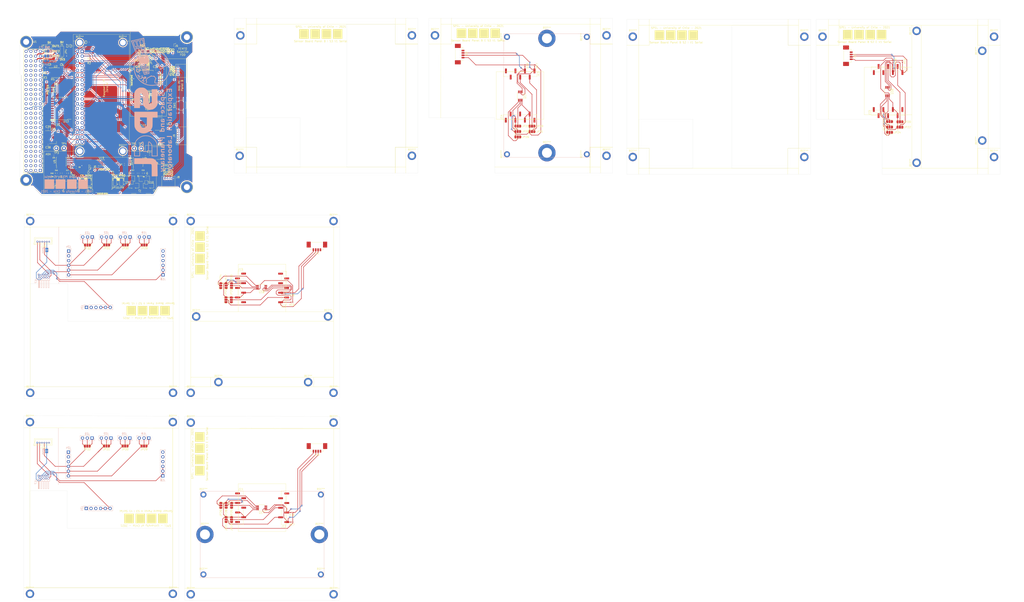
<source format=kicad_pcb>
(kicad_pcb (version 20171130) (host pcbnew "(5.1.2)-2")
  (layers (0 F.Cu signal) (31 B.Cu signal) (34 B.Paste user) (35 F.Paste user) (36 B.SilkS user) (37 F.SilkS user) (38 B.Mask user) (39 F.Mask user) (44 Edge.Cuts user))
  (net 0 "")
  (net 1 "Net-(U1-Pad46)")
  (net 2 "Net-(U1-Pad45)")
  (net 3 "Net-(U1-Pad44)")
  (net 4 "Net-(U1-Pad42)")
  (net 5 "Net-(U1-Pad40)")
  (net 6 "Net-(U1-Pad39)")
  (net 7 "Net-(U1-Pad38)")
  (net 8 "Net-(U1-Pad37)")
  (net 9 "Net-(U1-Pad36)")
  (net 10 "Net-(U1-Pad35)")
  (net 11 "Net-(U1-Pad34)")
  (net 12 "Net-(U1-Pad33)")
  (net 13 "Net-(U1-Pad32)")
  (net 14 "Net-(U1-Pad31)")
  (net 15 "Net-(U1-Pad30)")
  (net 16 "Net-(U1-Pad29)")
  (net 17 "Net-(U1-Pad28)")
  (net 18 "Net-(U1-Pad27)")
  (net 19 "Net-(U1-Pad26)")
  (net 20 "Net-(U1-Pad25)")
  (net 21 "Net-(U1-Pad24)")
  (net 22 "Net-(U1-Pad23)")
  (net 23 "Net-(U1-Pad22)")
  (net 24 "Net-(U1-Pad21)")
  (net 25 "Net-(U1-Pad20)")
  (net 26 "Net-(U1-Pad19)")
  (net 27 "Net-(U1-Pad18)")
  (net 28 "Net-(U1-Pad17)")
  (net 29 "Net-(U1-Pad16)")
  (net 30 "Net-(U1-Pad15)")
  (net 31 "Net-(U1-Pad14)")
  (net 32 "Net-(U1-Pad13)")
  (net 33 "Net-(U1-Pad12)")
  (net 34 "Net-(U1-Pad11)")
  (net 35 "Net-(U1-Pad10)")
  (net 36 "Net-(U1-Pad9)")
  (net 37 "Net-(U1-Pad8)")
  (net 38 "Net-(U1-Pad7)")
  (net 39 "Net-(U1-Pad6)")
  (net 40 "Net-(U1-Pad5)")
  (net 41 "Net-(U1-Pad4)")
  (net 42 "Net-(U1-Pad3)")
  (net 43 "Net-(U1-Pad2)")
  (net 44 "Net-(U1-Pad1)")
  (net 45 "Net-(U1-Pad104)")
  (net 46 "Net-(U1-Pad103)")
  (net 47 "Net-(U1-Pad102)")
  (net 48 "Net-(U1-Pad101)")
  (net 49 "Net-(U1-Pad100)")
  (net 50 "Net-(U1-Pad99)")
  (net 51 "Net-(U1-Pad98)")
  (net 52 "Net-(U1-Pad97)")
  (net 53 "Net-(U1-Pad96)")
  (net 54 "Net-(U1-Pad95)")
  (net 55 "Net-(U1-Pad94)")
  (net 56 "Net-(U1-Pad93)")
  (net 57 "Net-(U1-Pad92)")
  (net 58 "Net-(U1-Pad91)")
  (net 59 "Net-(U1-Pad90)")
  (net 60 "Net-(U1-Pad89)")
  (net 61 "Net-(U1-Pad88)")
  (net 62 "Net-(U1-Pad87)")
  (net 63 "Net-(U1-Pad86)")
  (net 64 "Net-(U1-Pad85)")
  (net 65 "Net-(U1-Pad84)")
  (net 66 "Net-(U1-Pad83)")
  (net 67 "Net-(U1-Pad82)")
  (net 68 "Net-(U1-Pad81)")
  (net 69 "Net-(U1-Pad78)")
  (net 70 "Net-(U1-Pad77)")
  (net 71 "Net-(U1-Pad76)")
  (net 72 "Net-(U1-Pad75)")
  (net 73 "Net-(U1-Pad74)")
  (net 74 "Net-(U1-Pad73)")
  (net 75 "Net-(U1-Pad72)")
  (net 76 "Net-(U1-Pad71)")
  (net 77 "Net-(U1-Pad70)")
  (net 78 "Net-(U1-Pad69)")
  (net 79 "Net-(U1-Pad68)")
  (net 80 "Net-(U1-Pad67)")
  (net 81 "Net-(U1-Pad66)")
  (net 82 "Net-(U1-Pad65)")
  (net 83 "Net-(U1-Pad64)")
  (net 84 "Net-(U1-Pad63)")
  (net 85 "Net-(U1-Pad62)")
  (net 86 "Net-(U1-Pad61)")
  (net 87 "Net-(U1-Pad60)")
  (net 88 "Net-(U1-Pad59)")
  (net 89 "Net-(U1-Pad58)")
  (net 90 "Net-(U1-Pad57)")
  (net 91 "Net-(U1-Pad56)")
  (net 92 "Net-(U1-Pad55)")
  (net 93 "Net-(U1-Pad54)")
  (net 94 "Net-(U1-Pad53)")
  (net 95 OUT1_3V3)
  (net 96 3V3IN)
  (net 97 OUT2_3V3)
  (net 98 OUT3_3V3)
  (net 99 VIN)
  (net 100 5VIN)
  (net 101 OUT4_5V0)
  (net 102 OUT5_5V0)
  (net 103 OUT6_5V0)
  (net 104 "Net-(J1-Pad33)")
  (net 105 "Net-(J1-Pad32)")
  (net 106 "Net-(J1-Pad31)")
  (net 107 "Net-(J1-Pad28)")
  (net 108 "Net-(J1-Pad27)")
  (net 109 "Net-(J1-Pad26)")
  (net 110 "Net-(J1-Pad22)")
  (net 111 "Net-(J1-Pad18)")
  (net 112 "Net-(J1-Pad12)")
  (net 113 "Net-(J1-Pad7)")
  (net 114 RPI_SCL)
  (net 115 RPI_SDA)
  (net 116 RPI_3V3)
  (net 117 CSP_SCL)
  (net 118 CSP_SDA)
  (net 119 SAT_3V3)
  (net 120 PIC_SDA)
  (net 121 PIC_3V3)
  (net 122 PIC_SCL)
  (net 123 GND)
  (net 124 AOA_SS)
  (net 125 AOA_MISO)
  (net 126 AOA_MOSI)
  (net 127 AOA_CLK)
  (net 128 "Net-(U4-Pad11)")
  (net 129 "Net-(U5-Pad11)")
  (net 130 "Net-(C8-Pad2)")
  (net 131 "Net-(C10-Pad2)")
  (net 132 ANT1_OUT)
  (net 133 "Net-(C11-Pad2)")
  (net 134 "Net-(C12-Pad2)")
  (net 135 "Net-(C13-Pad2)")
  (net 136 "Net-(C14-Pad2)")
  (net 137 ANT2_OUT)
  (net 138 "Net-(C15-Pad2)")
  (net 139 ANT3_OUT)
  (net 140 "Net-(C16-Pad2)")
  (net 141 "Net-(C17-Pad2)")
  (net 142 ANT4_OUT)
  (net 143 "Net-(C18-Pad2)")
  (net 144 "Net-(C19-Pad1)")
  (net 145 "Net-(C20-Pad1)")
  (net 146 "Net-(C21-Pad1)")
  (net 147 "Net-(C22-Pad1)")
  (net 148 ANT1_IN)
  (net 149 ANT2_IN)
  (net 150 ANT3_IN)
  (net 151 ANT4_IN)
  (net 152 VMAG1)
  (net 153 VPHS1)
  (net 154 VMAG2)
  (net 155 VPHS2)
  (net 156 AOA_5V)
  (net 157 FOD_SDA)
  (net 158 FOD_SCL)
  (net 159 FOD_3V3)
  (net 160 FOD_DPL)
  (net 161 FOD_MOSI)
  (net 162 FOD_SCK)
  (net 163 FOD_MISO)
  (net 164 FOD_CS)
  (net 165 FOD_CC)
  (net 166 MAG_3V3)
  (net 167 MCLR)
  (net 168 PIC_3V3J)
  (net 169 "Net-(U12-Pad1)")
  (net 170 "Net-(U12-Pad2)")
  (net 171 "Net-(U12-Pad3)")
  (net 172 "Net-(U12-Pad6)")
  (net 173 RPI_TX)
  (net 174 "Net-(U12-Pad9)")
  (net 175 RPI_RX)
  (net 176 ICSPCLK)
  (net 177 ICSPDAT)
  (net 178 "Net-(U12-Pad15)")
  (net 179 "Net-(U12-Pad16)")
  (net 180 "Net-(U12-Pad17)")
  (net 181 "Net-(U12-Pad18)")
  (net 182 "Net-(J9-Pad6)")
  (net 183 AOA_EN)
  (net 184 MAG_EN)
  (net 185 FOD_EN)
  (net 186 PIC_EN)
  (net 187 "Net-(U13-Pad2)")
  (net 188 "Net-(U14-Pad2)")
  (net 189 "Net-(U15-Pad2)")
  (net 190 "Net-(U16-Pad2)")
  (net 191 ifRPI_MOSI)
  (net 192 MOSI0)
  (net 193 ifRPI_MISO)
  (net 194 MISO0)
  (net 195 CLK0)
  (net 196 ifRPI_CLK)
  (net 197 SS00)
  (net 198 ifRPI_SS0)
  (net 199 MOSI1)
  (net 200 iaRPI_MOSI)
  (net 201 MISO1)
  (net 202 iaRPI_MISO)
  (net 203 iaRPI_CLK)
  (net 204 CLK1)
  (net 205 iaRPI_SS0)
  (net 206 SS10)
  (net 207 "Net-(J12-Pad5)")
  (net 208 MAG1_BIT1)
  (net 209 MAG1_BIT0)
  (net 210 "Net-(J12-Pad6)")
  (net 211 "Net-(J13-Pad5)")
  (net 212 "Net-(J13-Pad6)")
  (net 213 MAG2_BIT0)
  (net 214 MAG2_BIT1)
  (net 215 "Net-(J14-Pad4)")
  (net 216 "Net-(J14-Pad2)")
  (net 217 "Net-(J14-Pad1)")
  (net 218 "Net-(J15-Pad2)")
  (net 219 "Net-(J15-Pad4)")
  (net 220 "Net-(J15-Pad1)")
  (net 221 MAG2_A0)
  (net 222 MAG2_A2)
  (net 223 MAG1_A0)
  (net 224 MAG1_A2)
  (net 225 MAG2_A1)
  (net 226 MAG1_A1)
  (net 227 "Net-(U17-Pad3)")
  (net 228 "Net-(U18-Pad3)")
  (net 229 "Net-(J16-Pad6)")
  (net 230 LPS_3V3)
  (net 231 LPS_5V)
  (net 232 LPS_RX)
  (net 233 LPS_TX)
  (net 234 VPOS)
  (net 235 VNEG)
  (net 236 PSN)
  (net 237 ENN)
  (net 238 PSP)
  (net 239 ENP)
  (net 240 "Net-(J17-Pad2)")
  (net 241 "Net-(J17-Pad1)")
  (net 242 "Net-(J17-Pad8)")
  (net 243 LPS_3V3J)
  (module Jumper:SolderJumper-2_P1.3mm_Open_RoundedPad1.0x1.5mm (layer B.Cu) (at 47.98 266.86 270)
    (fp_text reference JP33 (at 0 1.8 270) (layer B.SilkS) (effects (justify mirror)))
    (fp_text value Jumper_2_Open)
    (pad 2 smd custom (at 0.65 0 270) (size 1 0.5) (layers B.Cu B.Mask) (net 243 LPS_3V3J) (options (clearance outline) (anchor rect)) (primitives (gr_circle (center 0 -0.25) (end 0.5 -0.25) (width 0)) (gr_circle (center 0 0.25) (end 0.5 0.25) (width 0)) (gr_poly (pts (xy 0 0.75) (xy -0.5 0.75) (xy -0.5 -0.75) (xy 0 -0.75)) (width 0))))
    (pad 1 smd custom (at -0.65 0 270) (size 1 0.5) (layers B.Cu B.Mask) (net 230 LPS_3V3) (options (clearance outline) (anchor rect)) (primitives (gr_circle (center 0 -0.25) (end 0.5 -0.25) (width 0)) (gr_circle (center 0 0.25) (end 0.5 0.25) (width 0)) (gr_poly (pts (xy 0 0.75) (xy 0.5 0.75) (xy 0.5 -0.75) (xy 0 -0.75)) (width 0))))
  )
  (module Pin_Headers:Pin_Header_Straight_1x03_Pitch2.54mm (layer B.Cu) (at 72.21 259.97 90)
    (fp_text reference J23 (at 2.23 -2.55 180) (layer B.SilkS) (effects (justify mirror)))
    (fp_text value Conn_01x03_Male)
    (pad 3 thru_hole oval (at 0 -5.08 90) (size 1.7 1.7) (drill 1) (layers *.Cu *.Mask) (net 231 LPS_5V))
    (pad 2 thru_hole oval (at 0 -2.54 90) (size 1.7 1.7) (drill 1) (layers *.Cu *.Mask) (net 239 ENP))
    (pad 1 thru_hole rect (at 0 0 90) (size 1.7 1.7) (drill 1) (layers *.Cu *.Mask) (net 123 GND))
  )
  (module Pin_Headers:Pin_Header_Straight_1x03_Pitch2.54mm (layer B.Cu) (at 82.29 259.97 90)
    (fp_text reference J22 (at 2.38 -2.55 180) (layer B.SilkS) (effects (justify mirror)))
    (fp_text value Conn_01x03_Male)
    (pad 1 thru_hole rect (at 0 0 90) (size 1.7 1.7) (drill 1) (layers *.Cu *.Mask) (net 123 GND))
    (pad 2 thru_hole oval (at 0 -2.54 90) (size 1.7 1.7) (drill 1) (layers *.Cu *.Mask) (net 238 PSP))
    (pad 3 thru_hole oval (at 0 -5.08 90) (size 1.7 1.7) (drill 1) (layers *.Cu *.Mask) (net 231 LPS_5V))
  )
  (module Pin_Headers:Pin_Header_Straight_1x06_Pitch2.54mm (layer B.Cu) (at 69.12 297.5 270)
    (fp_text reference J21 (at 0 2.33 90) (layer B.SilkS) (effects (justify mirror)))
    (fp_text value Conn_01x06_Male)
    (pad 1 thru_hole rect (at 0 0 270) (size 1.7 1.7) (drill 1) (layers *.Cu *.Mask) (net 123 GND))
    (pad 2 thru_hole oval (at 0 -2.54 270) (size 1.7 1.7) (drill 1) (layers *.Cu *.Mask) (net 123 GND))
    (pad 3 thru_hole oval (at 0 -5.08 270) (size 1.7 1.7) (drill 1) (layers *.Cu *.Mask) (net 123 GND))
    (pad 4 thru_hole oval (at 0 -7.62 270) (size 1.7 1.7) (drill 1) (layers *.Cu *.Mask) (net 234 VPOS))
    (pad 5 thru_hole oval (at 0 -10.16 270) (size 1.7 1.7) (drill 1) (layers *.Cu *.Mask) (net 234 VPOS))
    (pad 6 thru_hole oval (at 0 -12.7 270) (size 1.7 1.7) (drill 1) (layers *.Cu *.Mask) (net 234 VPOS))
  )
  (module Pin_Headers:Pin_Header_Straight_1x03_Pitch2.54mm (layer B.Cu) (at 102.46 259.97 90)
    (fp_text reference J19 (at 2.37 -2.59 180) (layer B.SilkS) (effects (justify mirror)))
    (fp_text value Conn_01x03_Male)
    (pad 1 thru_hole rect (at 0 0 90) (size 1.7 1.7) (drill 1) (layers *.Cu *.Mask) (net 123 GND))
    (pad 2 thru_hole oval (at 0 -2.54 90) (size 1.7 1.7) (drill 1) (layers *.Cu *.Mask) (net 236 PSN))
    (pad 3 thru_hole oval (at 0 -5.08 90) (size 1.7 1.7) (drill 1) (layers *.Cu *.Mask) (net 231 LPS_5V))
  )
  (module Pin_Headers:Pin_Header_Angled_2x05_Pitch1.27mm (layer B.Cu) (at 43.83 280.21 270)
    (fp_text reference J17 (at 3.0675 1.635 90) (layer B.SilkS) (effects (justify mirror)))
    (fp_text value Conn_02x05_Counter_Clockwise)
    (pad 1 thru_hole rect (at 0 0 270) (size 1 1) (drill 0.65) (layers *.Cu *.Mask) (net 241 "Net-(J17-Pad1)"))
    (pad 2 thru_hole oval (at 1.27 0 270) (size 1 1) (drill 0.65) (layers *.Cu *.Mask) (net 240 "Net-(J17-Pad2)"))
    (pad 3 thru_hole oval (at 0 -1.27 270) (size 1 1) (drill 0.65) (layers *.Cu *.Mask) (net 234 VPOS))
    (pad 4 thru_hole oval (at 1.27 -1.27 270) (size 1 1) (drill 0.65) (layers *.Cu *.Mask) (net 243 LPS_3V3J))
    (pad 5 thru_hole oval (at 0 -2.54 270) (size 1 1) (drill 0.65) (layers *.Cu *.Mask) (net 231 LPS_5V))
    (pad 6 thru_hole oval (at 1.27 -2.54 270) (size 1 1) (drill 0.65) (layers *.Cu *.Mask) (net 123 GND))
    (pad 7 thru_hole oval (at 0 -3.81 270) (size 1 1) (drill 0.65) (layers *.Cu *.Mask) (net 235 VNEG))
    (pad 8 thru_hole oval (at 1.27 -3.81 270) (size 1 1) (drill 0.65) (layers *.Cu *.Mask) (net 242 "Net-(J17-Pad8)"))
    (pad 9 thru_hole oval (at 0 -5.08 270) (size 1 1) (drill 0.65) (layers *.Cu *.Mask) (net 232 LPS_RX))
    (pad 10 thru_hole oval (at 1.27 -5.08 270) (size 1 1) (drill 0.65) (layers *.Cu *.Mask) (net 233 LPS_TX))
  )
  (module Jumper:SolderJumper-3_P1.3mm_Open_RoundedPad1.0x1.5mm (layer F.Cu) (at 69.64 264.25 180)
    (fp_text reference JP32 (at 0 -1.8) (layer F.SilkS))
    (fp_text value Jumper_3_Open)
    (pad 2 smd rect (at 0 0 180) (size 1 1.5) (layers F.Cu F.Mask) (net 239 ENP))
    (pad 3 smd custom (at 1.3 0 180) (size 1 0.5) (layers F.Cu F.Mask) (net 231 LPS_5V) (options (clearance outline) (anchor rect)) (primitives (gr_circle (center 0 0.25) (end 0.5 0.25) (width 0)) (gr_circle (center 0 -0.25) (end 0.5 -0.25) (width 0)) (gr_poly (pts (xy -0.55 -0.75) (xy 0 -0.75) (xy 0 0.75) (xy -0.55 0.75)) (width 0))))
    (pad 1 smd custom (at -1.3 0 180) (size 1 0.5) (layers F.Cu F.Mask) (net 123 GND) (options (clearance outline) (anchor rect)) (primitives (gr_circle (center 0 0.25) (end 0.5 0.25) (width 0)) (gr_circle (center 0 -0.25) (end 0.5 -0.25) (width 0)) (gr_poly (pts (xy 0.55 -0.75) (xy 0 -0.75) (xy 0 0.75) (xy 0.55 0.75)) (width 0))))
  )
  (module Jumper:SolderJumper-3_P1.3mm_Open_RoundedPad1.0x1.5mm (layer F.Cu) (at 89.83 264.2 180)
    (fp_text reference JP30 (at 0 -1.8) (layer F.SilkS))
    (fp_text value Jumper_3_Open)
    (pad 2 smd rect (at 0 0 180) (size 1 1.5) (layers F.Cu F.Mask) (net 237 ENN))
    (pad 3 smd custom (at 1.3 0 180) (size 1 0.5) (layers F.Cu F.Mask) (net 231 LPS_5V) (options (clearance outline) (anchor rect)) (primitives (gr_circle (center 0 0.25) (end 0.5 0.25) (width 0)) (gr_circle (center 0 -0.25) (end 0.5 -0.25) (width 0)) (gr_poly (pts (xy -0.55 -0.75) (xy 0 -0.75) (xy 0 0.75) (xy -0.55 0.75)) (width 0))))
    (pad 1 smd custom (at -1.3 0 180) (size 1 0.5) (layers F.Cu F.Mask) (net 123 GND) (options (clearance outline) (anchor rect)) (primitives (gr_circle (center 0 0.25) (end 0.5 0.25) (width 0)) (gr_circle (center 0 -0.25) (end 0.5 -0.25) (width 0)) (gr_poly (pts (xy 0.55 -0.75) (xy 0 -0.75) (xy 0 0.75) (xy 0.55 0.75)) (width 0))))
  )
  (module Jumper:SolderJumper-3_P1.3mm_Open_RoundedPad1.0x1.5mm (layer F.Cu) (at 99.93 264.22 180)
    (fp_text reference JP29 (at 0 -1.8) (layer F.SilkS))
    (fp_text value Jumper_3_Open)
    (pad 1 smd custom (at -1.3 0 180) (size 1 0.5) (layers F.Cu F.Mask) (net 123 GND) (options (clearance outline) (anchor rect)) (primitives (gr_circle (center 0 0.25) (end 0.5 0.25) (width 0)) (gr_circle (center 0 -0.25) (end 0.5 -0.25) (width 0)) (gr_poly (pts (xy 0.55 -0.75) (xy 0 -0.75) (xy 0 0.75) (xy 0.55 0.75)) (width 0))))
    (pad 3 smd custom (at 1.3 0 180) (size 1 0.5) (layers F.Cu F.Mask) (net 231 LPS_5V) (options (clearance outline) (anchor rect)) (primitives (gr_circle (center 0 0.25) (end 0.5 0.25) (width 0)) (gr_circle (center 0 -0.25) (end 0.5 -0.25) (width 0)) (gr_poly (pts (xy -0.55 -0.75) (xy 0 -0.75) (xy 0 0.75) (xy -0.55 0.75)) (width 0))))
    (pad 2 smd rect (at 0 0 180) (size 1 1.5) (layers F.Cu F.Mask) (net 236 PSN))
  )
  (module Connectors_Molex:Molex_PicoBlade_53047-0610_06x1.25mm_Straight (layer F.Cu) (at 43 262.45)
    (fp_text reference J16 (at 3.125 2.5) (layer F.SilkS))
    (fp_text value Conn_01x06_Male)
    (pad 1 thru_hole rect (at 0 0) (size 0.85 0.85) (drill 0.5) (layers *.Cu *.Mask) (net 232 LPS_RX))
    (pad 2 thru_hole circle (at 1.25 0) (size 0.85 0.85) (drill 0.5) (layers *.Cu *.Mask) (net 233 LPS_TX))
    (pad 3 thru_hole circle (at 2.5 0) (size 0.85 0.85) (drill 0.5) (layers *.Cu *.Mask) (net 123 GND))
    (pad 4 thru_hole circle (at 3.75 0) (size 0.85 0.85) (drill 0.5) (layers *.Cu *.Mask) (net 231 LPS_5V))
    (pad 5 thru_hole circle (at 5 0) (size 0.85 0.85) (drill 0.5) (layers *.Cu *.Mask) (net 230 LPS_3V3))
    (pad 6 thru_hole circle (at 6.25 0) (size 0.85 0.85) (drill 0.5) (layers *.Cu *.Mask) (net 229 "Net-(J16-Pad6)"))
  )
  (module Pin_Headers:Pin_Header_Straight_1x06_Pitch2.54mm (layer B.Cu) (at 109.95 280.14)
    (fp_text reference J18 (at 0 2.33) (layer B.SilkS) (effects (justify mirror)))
    (fp_text value Conn_01x06_Male)
    (pad 6 thru_hole oval (at 0 -12.7) (size 1.7 1.7) (drill 1) (layers *.Cu *.Mask) (net 123 GND))
    (pad 5 thru_hole oval (at 0 -10.16) (size 1.7 1.7) (drill 1) (layers *.Cu *.Mask) (net 123 GND))
    (pad 4 thru_hole oval (at 0 -7.62) (size 1.7 1.7) (drill 1) (layers *.Cu *.Mask) (net 123 GND))
    (pad 3 thru_hole oval (at 0 -5.08) (size 1.7 1.7) (drill 1) (layers *.Cu *.Mask) (net 235 VNEG))
    (pad 2 thru_hole oval (at 0 -2.54) (size 1.7 1.7) (drill 1) (layers *.Cu *.Mask) (net 235 VNEG))
    (pad 1 thru_hole rect (at 0 0) (size 1.7 1.7) (drill 1) (layers *.Cu *.Mask) (net 235 VNEG))
  )
  (module Jumper:SolderJumper-3_P1.3mm_Open_RoundedPad1.0x1.5mm (layer F.Cu) (at 79.9 264.19 180)
    (fp_text reference JP31 (at 0 -1.8) (layer F.SilkS))
    (fp_text value Jumper_3_Open)
    (pad 1 smd custom (at -1.3 0 180) (size 1 0.5) (layers F.Cu F.Mask) (net 123 GND) (options (clearance outline) (anchor rect)) (primitives (gr_circle (center 0 0.25) (end 0.5 0.25) (width 0)) (gr_circle (center 0 -0.25) (end 0.5 -0.25) (width 0)) (gr_poly (pts (xy 0.55 -0.75) (xy 0 -0.75) (xy 0 0.75) (xy 0.55 0.75)) (width 0))))
    (pad 3 smd custom (at 1.3 0 180) (size 1 0.5) (layers F.Cu F.Mask) (net 231 LPS_5V) (options (clearance outline) (anchor rect)) (primitives (gr_circle (center 0 0.25) (end 0.5 0.25) (width 0)) (gr_circle (center 0 -0.25) (end 0.5 -0.25) (width 0)) (gr_poly (pts (xy -0.55 -0.75) (xy 0 -0.75) (xy 0 0.75) (xy -0.55 0.75)) (width 0))))
    (pad 2 smd rect (at 0 0 180) (size 1 1.5) (layers F.Cu F.Mask) (net 238 PSP))
  )
  (module Pin_Headers:Pin_Header_Straight_1x03_Pitch2.54mm (layer B.Cu) (at 92.37 259.97 90)
    (fp_text reference J20 (at 2.36 -2.91 180) (layer B.SilkS) (effects (justify mirror)))
    (fp_text value Conn_01x03_Male)
    (pad 3 thru_hole oval (at 0 -5.08 90) (size 1.7 1.7) (drill 1) (layers *.Cu *.Mask) (net 231 LPS_5V))
    (pad 2 thru_hole oval (at 0 -2.54 90) (size 1.7 1.7) (drill 1) (layers *.Cu *.Mask) (net 237 ENN))
    (pad 1 thru_hole rect (at 0 0 90) (size 1.7 1.7) (drill 1) (layers *.Cu *.Mask) (net 123 GND))
  )
  (module Pin_Headers:Pin_Header_Straight_1x06_Pitch2.54mm (layer B.Cu) (at 59.61 267.45 180)
    (fp_text reference J24 (at 0 2.33) (layer B.SilkS) (effects (justify mirror)))
    (fp_text value Conn_01x06_Male)
    (pad 1 thru_hole rect (at 0 0 180) (size 1.7 1.7) (drill 1) (layers *.Cu *.Mask) (net 123 GND))
    (pad 2 thru_hole oval (at 0 -2.54 180) (size 1.7 1.7) (drill 1) (layers *.Cu *.Mask) (net 123 GND))
    (pad 3 thru_hole oval (at 0 -5.08 180) (size 1.7 1.7) (drill 1) (layers *.Cu *.Mask) (net 123 GND))
    (pad 4 thru_hole oval (at 0 -7.62 180) (size 1.7 1.7) (drill 1) (layers *.Cu *.Mask) (net 231 LPS_5V))
    (pad 5 thru_hole oval (at 0 -10.16 180) (size 1.7 1.7) (drill 1) (layers *.Cu *.Mask) (net 231 LPS_5V))
    (pad 6 thru_hole oval (at 0 -12.7 180) (size 1.7 1.7) (drill 1) (layers *.Cu *.Mask) (net 231 LPS_5V))
  )
  (module Mounting_Holes:MountingHole_2.7mm_M2.5_ISO14580_Pad (layer F.Cu) (at 553.29 45.87)
    (fp_text reference REF** (at 0 -3.25) (layer F.SilkS))
    (fp_text value MountingHole_2.7mm_M2.5_ISO14580_Pad)
    (pad 1 thru_hole circle (at 0 0) (size 4.5 4.5) (drill 2.7) (layers *.Cu *.Mask))
  )
  (module Mounting_Holes:MountingHole_2.7mm_M2.5_ISO14580_Pad (layer F.Cu) (at 461.79 45.87)
    (fp_text reference REF** (at 0 -3.25) (layer F.SilkS))
    (fp_text value MountingHole_2.7mm_M2.5_ISO14580_Pad)
    (pad 1 thru_hole circle (at 0 0) (size 4.5 4.5) (drill 2.7) (layers *.Cu *.Mask))
  )
  (module Mounting_Holes:MountingHole_2.7mm_M2.5_ISO14580_Pad (layer F.Cu) (at 553.29 110.07)
    (fp_text reference REF** (at 0 -3.25) (layer F.SilkS))
    (fp_text value MountingHole_2.7mm_M2.5_ISO14580_Pad)
    (pad 1 thru_hole circle (at 0 0) (size 4.5 4.5) (drill 2.7) (layers *.Cu *.Mask))
  )
  (module Mounting_Holes:MountingHole_2.7mm_M2.5_ISO14580_Pad (layer F.Cu) (at 452.11 45.88)
    (fp_text reference REF** (at 0 -3.25) (layer F.SilkS))
    (fp_text value MountingHole_2.7mm_M2.5_ISO14580_Pad)
    (pad 1 thru_hole circle (at 0 0) (size 4.5 4.5) (drill 2.7) (layers *.Cu *.Mask))
  )
  (module Mounting_Holes:MountingHole_2.7mm_M2.5_ISO14580_Pad (layer F.Cu) (at 360.62 45.86)
    (fp_text reference REF** (at 0 -3.25) (layer F.SilkS))
    (fp_text value MountingHole_2.7mm_M2.5_ISO14580_Pad)
    (pad 1 thru_hole circle (at 0 0) (size 4.5 4.5) (drill 2.7) (layers *.Cu *.Mask))
  )
  (module Mounting_Holes:MountingHole_2.7mm_M2.5_ISO14580_Pad (layer F.Cu) (at 360.62 110.07)
    (fp_text reference REF** (at 0 -3.25) (layer F.SilkS))
    (fp_text value MountingHole_2.7mm_M2.5_ISO14580_Pad)
    (pad 1 thru_hole circle (at 0 0) (size 4.5 4.5) (drill 2.7) (layers *.Cu *.Mask))
  )
  (module Mounting_Holes:MountingHole_2.7mm_M2.5_ISO14580_Pad (layer F.Cu) (at 452.1 110.06)
    (fp_text reference REF** (at 0 -3.25) (layer F.SilkS))
    (fp_text value MountingHole_2.7mm_M2.5_ISO14580_Pad)
    (pad 1 thru_hole circle (at 0 0) (size 4.5 4.5) (drill 2.7) (layers *.Cu *.Mask))
  )
  (module Mounting_Holes:MountingHole_2.7mm_M2.5_ISO14580_Pad (layer F.Cu) (at 346.6 45.2)
    (fp_text reference REF** (at 0 -3.25) (layer F.SilkS))
    (fp_text value MountingHole_2.7mm_M2.5_ISO14580_Pad)
    (pad 1 thru_hole circle (at 0 0) (size 4.5 4.5) (drill 2.7) (layers *.Cu *.Mask))
  )
  (module Mounting_Holes:MountingHole_2.7mm_M2.5_ISO14580_Pad (layer F.Cu) (at 255.1 45.19)
    (fp_text reference REF** (at 0 -3.25) (layer F.SilkS))
    (fp_text value MountingHole_2.7mm_M2.5_ISO14580_Pad)
    (pad 1 thru_hole circle (at 0 0) (size 4.5 4.5) (drill 2.7) (layers *.Cu *.Mask))
  )
  (module Mounting_Holes:MountingHole_2.7mm_M2.5_ISO14580_Pad (layer F.Cu) (at 346.6 109.4)
    (fp_text reference REF** (at 0 -3.25) (layer F.SilkS))
    (fp_text value MountingHole_2.7mm_M2.5_ISO14580_Pad)
    (pad 1 thru_hole circle (at 0 0) (size 4.5 4.5) (drill 2.7) (layers *.Cu *.Mask))
  )
  (module Mounting_Holes:MountingHole_2.7mm_M2.5_ISO14580_Pad (layer F.Cu) (at 242.8 109.41)
    (fp_text reference REF** (at 0 -3.25) (layer F.SilkS))
    (fp_text value MountingHole_2.7mm_M2.5_ISO14580_Pad)
    (pad 1 thru_hole circle (at 0 0) (size 4.5 4.5) (drill 2.7) (layers *.Cu *.Mask))
  )
  (module Mounting_Holes:MountingHole_2.7mm_M2.5_ISO14580_Pad (layer F.Cu) (at 242.8 45.21)
    (fp_text reference REF** (at 0 -3.25) (layer F.SilkS))
    (fp_text value MountingHole_2.7mm_M2.5_ISO14580_Pad)
    (pad 1 thru_hole circle (at 0 0) (size 4.5 4.5) (drill 2.7) (layers *.Cu *.Mask))
  )
  (module Mounting_Holes:MountingHole_2.7mm_M2.5_ISO14580_Pad (layer F.Cu) (at 151.3 45.2)
    (fp_text reference REF** (at 0 -3.25) (layer F.SilkS))
    (fp_text value MountingHole_2.7mm_M2.5_ISO14580_Pad)
    (pad 1 thru_hole circle (at 0 0) (size 4.5 4.5) (drill 2.7) (layers *.Cu *.Mask))
  )
  (module Mounting_Holes:MountingHole_2.7mm_M2.5_ISO14580_Pad (layer F.Cu) (at 150.91 109.42)
    (fp_text reference REF** (at 0 -3.25) (layer F.SilkS))
    (fp_text value MountingHole_2.7mm_M2.5_ISO14580_Pad)
    (pad 1 thru_hole circle (at 0 0) (size 4.5 4.5) (drill 2.7) (layers *.Cu *.Mask))
  )
  (module Mounting_Holes:MountingHole_2.2mm_M2_DIN965_Pad (layer F.Cu) (at 336.1 45.99 90)
    (fp_text reference REF** (at 0 -2.9 90) (layer F.SilkS))
    (fp_text value MountingHole_2.2mm_M2_DIN965_Pad)
    (pad 1 thru_hole circle (at 0 0 90) (size 3.2 3.2) (drill 1.8) (layers *.Cu *.Mask))
  )
  (module Mounting_Holes:MountingHole_2.2mm_M2_DIN965_Pad (layer F.Cu) (at 293.51 108.61 90)
    (fp_text reference REF** (at 0 -2.9 90) (layer F.SilkS))
    (fp_text value MountingHole_2.2mm_M2_DIN965_Pad)
    (pad 1 thru_hole circle (at 0 0 90) (size 3.2 3.2) (drill 1.8) (layers *.Cu *.Mask))
  )
  (module Mounting_Holes:MountingHole_2.2mm_M2_DIN965_Pad (layer F.Cu) (at 293.51 45.99 90)
    (fp_text reference REF** (at 0 -2.9 90) (layer F.SilkS))
    (fp_text value MountingHole_2.2mm_M2_DIN965_Pad)
    (pad 1 thru_hole circle (at 0 0 90) (size 3.2 3.2) (drill 1.8) (layers *.Cu *.Mask))
  )
  (module Mounting_Holes:MountingHole_2.2mm_M2_DIN965_Pad (layer F.Cu) (at 336.1 108.61 90)
    (fp_text reference REF** (at 0 -2.9 90) (layer F.SilkS))
    (fp_text value MountingHole_2.2mm_M2_DIN965_Pad)
    (pad 1 thru_hole circle (at 0 0 90) (size 3.2 3.2) (drill 1.8) (layers *.Cu *.Mask))
  )
  (module Mounting_Holes:MountingHole_2.2mm_M2_DIN965_Pad (layer F.Cu) (at 194.23 332.68)
    (fp_text reference REF** (at 0 -2.9) (layer F.SilkS))
    (fp_text value MountingHole_2.2mm_M2_DIN965_Pad)
    (pad 1 thru_hole circle (at 0 0) (size 3.2 3.2) (drill 1.8) (layers *.Cu *.Mask))
  )
  (module Mounting_Holes:MountingHole_2.2mm_M2_DIN965_Pad (layer F.Cu) (at 131.61 332.68)
    (fp_text reference REF** (at 0 -2.9) (layer F.SilkS))
    (fp_text value MountingHole_2.2mm_M2_DIN965_Pad)
    (pad 1 thru_hole circle (at 0 0) (size 3.2 3.2) (drill 1.8) (layers *.Cu *.Mask))
  )
  (module Mounting_Holes:MountingHole_2.2mm_M2_DIN965_Pad (layer F.Cu) (at 194.23 290.09)
    (fp_text reference REF** (at 0 -2.9) (layer F.SilkS))
    (fp_text value MountingHole_2.2mm_M2_DIN965_Pad)
    (pad 1 thru_hole circle (at 0 0) (size 3.2 3.2) (drill 1.8) (layers *.Cu *.Mask))
  )
  (module Mounting_Holes:MountingHole_2.2mm_M2_DIN965_Pad (layer F.Cu) (at 131.61 290.09)
    (fp_text reference REF** (at 0 -2.9) (layer F.SilkS))
    (fp_text value MountingHole_2.2mm_M2_DIN965_Pad)
    (pad 1 thru_hole circle (at 0 0) (size 3.2 3.2) (drill 1.8) (layers *.Cu *.Mask))
  )
  (module Mounting_Holes:MountingHole_2.7mm_M2.5_ISO14580_Pad (layer F.Cu) (at 546.99 53.43 90)
    (fp_text reference REF** (at 0 -3.25 90) (layer F.SilkS))
    (fp_text value MountingHole_2.7mm_M2.5_ISO14580_Pad)
    (pad 1 thru_hole circle (at 0 0 90) (size 4.5 4.5) (drill 2.7) (layers *.Cu *.Mask))
  )
  (module Mounting_Holes:MountingHole_2.7mm_M2.5_ISO14580_Pad (layer F.Cu) (at 546.99 101.27 90)
    (fp_text reference REF** (at 0 -3.25 90) (layer F.SilkS))
    (fp_text value MountingHole_2.7mm_M2.5_ISO14580_Pad)
    (pad 1 thru_hole circle (at 0 0 90) (size 4.5 4.5) (drill 2.7) (layers *.Cu *.Mask))
  )
  (module Mounting_Holes:MountingHole_2.7mm_M2.5_ISO14580_Pad (layer F.Cu) (at 511.98 42.8 90)
    (fp_text reference REF** (at 0 -3.25 90) (layer F.SilkS))
    (fp_text value MountingHole_2.7mm_M2.5_ISO14580_Pad)
    (pad 1 thru_hole circle (at 0 0 90) (size 4.5 4.5) (drill 2.7) (layers *.Cu *.Mask))
  )
  (module Mounting_Holes:MountingHole_2.7mm_M2.5_ISO14580_Pad (layer F.Cu) (at 511.98 113.13 90)
    (fp_text reference REF** (at 0 -3.25 90) (layer F.SilkS))
    (fp_text value MountingHole_2.7mm_M2.5_ISO14580_Pad)
    (pad 1 thru_hole circle (at 0 0 90) (size 4.5 4.5) (drill 2.7) (layers *.Cu *.Mask))
  )
  (module Mounting_Holes:MountingHole_5.3mm_M5_DIN965_Pad (layer F.Cu) (at 314.81 107.8)
    (fp_text reference REF** (at 0 -5.6) (layer F.SilkS))
    (fp_text value MountingHole_5.3mm_M5_DIN965_Pad)
    (pad 1 thru_hole circle (at 0 0) (size 9.2 9.2) (drill 5.3) (layers *.Cu *.Mask))
  )
  (module Mounting_Holes:MountingHole_5.3mm_M5_DIN965_Pad (layer F.Cu) (at 314.79 46.77)
    (fp_text reference REF** (at 0 -5.6) (layer F.SilkS))
    (fp_text value MountingHole_5.3mm_M5_DIN965_Pad)
    (pad 1 thru_hole circle (at 0 0) (size 9.2 9.2) (drill 5.3) (layers *.Cu *.Mask))
  )
  (module Mounting_Holes:MountingHole_5.3mm_M5_DIN965_Pad (layer F.Cu) (at 132.42 311.38)
    (fp_text reference REF** (at 0 -5.6) (layer F.SilkS))
    (fp_text value MountingHole_5.3mm_M5_DIN965_Pad)
    (pad 1 thru_hole circle (at 0 0) (size 9.2 9.2) (drill 5.3) (layers *.Cu *.Mask))
  )
  (module Mounting_Holes:MountingHole_5.3mm_M5_DIN965_Pad (layer F.Cu) (at 193.44 311.41)
    (fp_text reference REF** (at 0 -5.6) (layer F.SilkS))
    (fp_text value MountingHole_5.3mm_M5_DIN965_Pad)
    (pad 1 thru_hole circle (at 0 0) (size 9.2 9.2) (drill 5.3) (layers *.Cu *.Mask))
  )
  (module Mounting_Holes:MountingHole_2.7mm_M2.5_ISO14580_Pad (layer F.Cu) (at 201.02 251.68)
    (fp_text reference REF** (at 0 -3.25) (layer F.SilkS))
    (fp_text value MountingHole_2.7mm_M2.5_ISO14580_Pad)
    (pad 1 thru_hole circle (at 0 0) (size 4.5 4.5) (drill 2.7) (layers *.Cu *.Mask))
  )
  (module Mounting_Holes:MountingHole_2.7mm_M2.5_ISO14580_Pad (layer F.Cu) (at 201.03 343.29)
    (fp_text reference REF** (at 0 -3.25) (layer F.SilkS))
    (fp_text value MountingHole_2.7mm_M2.5_ISO14580_Pad)
    (pad 1 thru_hole circle (at 0 0) (size 4.5 4.5) (drill 2.7) (layers *.Cu *.Mask))
  )
  (module Mounting_Holes:MountingHole_2.7mm_M2.5_ISO14580_Pad (layer F.Cu) (at 124.83 251.71)
    (fp_text reference REF** (at 0 -3.25) (layer F.SilkS))
    (fp_text value MountingHole_2.7mm_M2.5_ISO14580_Pad)
    (pad 1 thru_hole circle (at 0 0) (size 4.5 4.5) (drill 2.7) (layers *.Cu *.Mask))
  )
  (module Mounting_Holes:MountingHole_2.7mm_M2.5_ISO14580_Pad (layer F.Cu) (at 124.83 343.28)
    (fp_text reference REF** (at 0 -3.25) (layer F.SilkS))
    (fp_text value MountingHole_2.7mm_M2.5_ISO14580_Pad)
    (pad 1 thru_hole circle (at 0 0) (size 4.5 4.5) (drill 2.7) (layers *.Cu *.Mask))
  )
  (module Mounting_Holes:MountingHole_2.7mm_M2.5_ISO14580_Pad (layer F.Cu) (at 115.29 251.43)
    (fp_text reference REF** (at 0 -3.25) (layer F.SilkS))
    (fp_text value MountingHole_2.7mm_M2.5_ISO14580_Pad)
    (pad 1 thru_hole circle (at 0 0) (size 4.5 4.5) (drill 2.7) (layers *.Cu *.Mask))
  )
  (module Mounting_Holes:MountingHole_2.7mm_M2.5_ISO14580_Pad (layer F.Cu) (at 115.3 343.03)
    (fp_text reference REF** (at 0 -3.25) (layer F.SilkS))
    (fp_text value MountingHole_2.7mm_M2.5_ISO14580_Pad)
    (pad 1 thru_hole circle (at 0 0) (size 4.5 4.5) (drill 2.7) (layers *.Cu *.Mask))
  )
  (module Mounting_Holes:MountingHole_2.7mm_M2.5_ISO14580_Pad (layer F.Cu) (at 39.09 251.43)
    (fp_text reference REF** (at 0 -3.25) (layer F.SilkS))
    (fp_text value MountingHole_2.7mm_M2.5_ISO14580_Pad)
    (pad 1 thru_hole circle (at 0 0) (size 4.5 4.5) (drill 2.7) (layers *.Cu *.Mask))
  )
  (module Mounting_Holes:MountingHole_2.7mm_M2.5_ISO14580_Pad (layer F.Cu) (at 39.09 343.04)
    (fp_text reference REF** (at 0 -3.25) (layer F.SilkS))
    (fp_text value MountingHole_2.7mm_M2.5_ISO14580_Pad)
    (pad 1 thru_hole circle (at 0 0) (size 4.5 4.5) (drill 2.7) (layers *.Cu *.Mask))
  )
  (module Mounting_Holes:MountingHole_2.7mm_M2.5_ISO14580_Pad (layer F.Cu) (at 115.4 144.22)
    (fp_text reference REF** (at 0 -3.25) (layer F.SilkS))
    (fp_text value MountingHole_2.7mm_M2.5_ISO14580_Pad)
    (pad 1 thru_hole circle (at 0 0) (size 4.5 4.5) (drill 2.7) (layers *.Cu *.Mask))
  )
  (module Mounting_Holes:MountingHole_2.7mm_M2.5_ISO14580_Pad (layer F.Cu) (at 115.39 235.82)
    (fp_text reference REF** (at 0 -3.25) (layer F.SilkS))
    (fp_text value MountingHole_2.7mm_M2.5_ISO14580_Pad)
    (pad 1 thru_hole circle (at 0 0) (size 4.5 4.5) (drill 2.7) (layers *.Cu *.Mask))
  )
  (module Mounting_Holes:MountingHole_2.7mm_M2.5_ISO14580_Pad (layer F.Cu) (at 39.2 144.21)
    (fp_text reference REF** (at 0 -3.25) (layer F.SilkS))
    (fp_text value MountingHole_2.7mm_M2.5_ISO14580_Pad)
    (pad 1 thru_hole circle (at 0 0) (size 4.5 4.5) (drill 2.7) (layers *.Cu *.Mask))
  )
  (module Mounting_Holes:MountingHole_2.7mm_M2.5_ISO14580_Pad (layer F.Cu) (at 39.2 235.83)
    (fp_text reference REF** (at 0 -3.25) (layer F.SilkS))
    (fp_text value MountingHole_2.7mm_M2.5_ISO14580_Pad)
    (pad 1 thru_hole circle (at 0 0) (size 4.5 4.5) (drill 2.7) (layers *.Cu *.Mask))
  )
  (module Mounting_Holes:MountingHole_2.7mm_M2.5_ISO14580_Pad (layer F.Cu) (at 187.45 230.12)
    (fp_text reference REF** (at 0 -3.25) (layer F.SilkS))
    (fp_text value MountingHole_2.7mm_M2.5_ISO14580_Pad)
    (pad 1 thru_hole circle (at 0 0) (size 4.5 4.5) (drill 2.7) (layers *.Cu *.Mask))
  )
  (module Mounting_Holes:MountingHole_2.7mm_M2.5_ISO14580_Pad (layer F.Cu) (at 139.61 230.1)
    (fp_text reference REF** (at 0 -3.25) (layer F.SilkS))
    (fp_text value MountingHole_2.7mm_M2.5_ISO14580_Pad)
    (pad 1 thru_hole circle (at 0 0) (size 4.5 4.5) (drill 2.7) (layers *.Cu *.Mask))
  )
  (module Mounting_Holes:MountingHole_2.7mm_M2.5_ISO14580_Pad (layer F.Cu) (at 198.07 195.1)
    (fp_text reference REF** (at 0 -3.25) (layer F.SilkS))
    (fp_text value MountingHole_2.7mm_M2.5_ISO14580_Pad)
    (pad 1 thru_hole circle (at 0 0) (size 4.5 4.5) (drill 2.7) (layers *.Cu *.Mask))
  )
  (module Mounting_Holes:MountingHole_2.7mm_M2.5_ISO14580_Pad (layer F.Cu) (at 127.75 195.11)
    (fp_text reference REF** (at 0 -3.25) (layer F.SilkS))
    (fp_text value MountingHole_2.7mm_M2.5_ISO14580_Pad)
    (pad 1 thru_hole circle (at 0 0) (size 4.5 4.5) (drill 2.7) (layers *.Cu *.Mask))
  )
  (module Mounting_Holes:MountingHole_2.7mm_M2.5_ISO14580_Pad (layer F.Cu) (at 200.99 235.81)
    (fp_text reference REF** (at 0 -3.25) (layer F.SilkS))
    (fp_text value MountingHole_2.7mm_M2.5_ISO14580_Pad)
    (pad 1 thru_hole circle (at 0 0) (size 4.5 4.5) (drill 2.7) (layers *.Cu *.Mask))
  )
  (module Mounting_Holes:MountingHole_2.7mm_M2.5_ISO14580_Pad (layer F.Cu) (at 124.8 235.82)
    (fp_text reference REF** (at 0 -3.25) (layer F.SilkS))
    (fp_text value MountingHole_2.7mm_M2.5_ISO14580_Pad)
    (pad 1 thru_hole circle (at 0 0) (size 4.5 4.5) (drill 2.7) (layers *.Cu *.Mask))
  )
  (module Mounting_Holes:MountingHole_2.7mm_M2.5_ISO14580_Pad (layer F.Cu) (at 201 144.21)
    (fp_text reference REF** (at 0 -3.25) (layer F.SilkS))
    (fp_text value MountingHole_2.7mm_M2.5_ISO14580_Pad)
    (pad 1 thru_hole circle (at 0 0) (size 4.5 4.5) (drill 2.7) (layers *.Cu *.Mask))
  )
  (module Mounting_Holes:MountingHole_2.7mm_M2.5_ISO14580_Pad (layer F.Cu) (at 124.8 144.2)
    (fp_text reference REF** (at 0 -3.25) (layer F.SilkS))
    (fp_text value MountingHole_2.7mm_M2.5_ISO14580_Pad)
    (pad 1 thru_hole circle (at 0 0) (size 4.5 4.5) (drill 2.7) (layers *.Cu *.Mask))
  )
  (module Jumper:SolderJumper-3_P1.3mm_Open_RoundedPad1.0x1.5mm (layer F.Cu) (at 497.56 94.09)
    (fp_text reference JP27 (at -2.92 0.51 90) (layer F.SilkS))
    (fp_text value Jumper_3_Open)
    (pad 1 smd custom (at -1.3 0) (size 1 0.5) (layers F.Cu F.Mask) (net 166 MAG_3V3) (options (clearance outline) (anchor rect)) (primitives (gr_circle (center 0 0.25) (end 0.5 0.25) (width 0)) (gr_circle (center 0 -0.25) (end 0.5 -0.25) (width 0)) (gr_poly (pts (xy 0.55 -0.75) (xy 0 -0.75) (xy 0 0.75) (xy 0.55 0.75)) (width 0))))
    (pad 3 smd custom (at 1.3 0) (size 1 0.5) (layers F.Cu F.Mask) (net 123 GND) (options (clearance outline) (anchor rect)) (primitives (gr_circle (center 0 0.25) (end 0.5 0.25) (width 0)) (gr_circle (center 0 -0.25) (end 0.5 -0.25) (width 0)) (gr_poly (pts (xy -0.55 -0.75) (xy 0 -0.75) (xy 0 0.75) (xy -0.55 0.75)) (width 0))))
    (pad 2 smd rect (at 0 0) (size 1 1.5) (layers F.Cu F.Mask) (net 225 MAG2_A1))
  )
  (module Pin_Headers:Pin_Header_Straight_1x07_Pitch2.54mm_SMD_Pin1Right (layer F.Cu) (at 496.79 63.37 270)
    (fp_text reference J13 (at 0 -9.95 90) (layer F.SilkS))
    (fp_text value Conn_01x07_Female)
    (pad 7 smd rect (at 1.655 7.62 270) (size 2.51 1) (layers F.Cu F.Paste F.Mask) (net 123 GND))
    (pad 5 smd rect (at 1.655 2.54 270) (size 2.51 1) (layers F.Cu F.Paste F.Mask) (net 211 "Net-(J13-Pad5)"))
    (pad 3 smd rect (at 1.655 -2.54 270) (size 2.51 1) (layers F.Cu F.Paste F.Mask) (net 115 RPI_SDA))
    (pad 1 smd rect (at 1.655 -7.62 270) (size 2.51 1) (layers F.Cu F.Paste F.Mask) (net 114 RPI_SCL))
    (pad 6 smd rect (at -1.655 5.08 270) (size 2.51 1) (layers F.Cu F.Paste F.Mask) (net 212 "Net-(J13-Pad6)"))
    (pad 4 smd rect (at -1.655 0 270) (size 2.51 1) (layers F.Cu F.Paste F.Mask) (net 213 MAG2_BIT0))
    (pad 2 smd rect (at -1.655 -5.08 270) (size 2.51 1) (layers F.Cu F.Paste F.Mask) (net 214 MAG2_BIT1))
  )
  (module Connectors_Molex:Molex_PicoBlade_53398-0471_04x1.25mm_Straight (layer F.Cu) (at 475.71 56.03 270)
    (fp_text reference J11 (at 0 -3.25 90) (layer F.SilkS))
    (fp_text value Conn_01x04_Male)
    (pad "" smd rect (at 4.375 1.375 270) (size 2.2 3.1) (layers F.Cu F.Paste F.Mask))
    (pad "" smd rect (at -4.375 1.375 270) (size 2.2 3.1) (layers F.Cu F.Paste F.Mask))
    (pad 4 smd rect (at 1.875 -1.375 270) (size 0.8 1.5) (layers F.Cu F.Paste F.Mask) (net 166 MAG_3V3))
    (pad 3 smd rect (at 0.625 -1.375 270) (size 0.8 1.5) (layers F.Cu F.Paste F.Mask) (net 114 RPI_SCL))
    (pad 2 smd rect (at -0.625 -1.375 270) (size 0.8 1.5) (layers F.Cu F.Paste F.Mask) (net 115 RPI_SDA))
    (pad 1 smd rect (at -1.875 -1.375 270) (size 0.8 1.5) (layers F.Cu F.Paste F.Mask) (net 123 GND))
  )
  (module Jumper:SolderJumper-3_P1.3mm_Open_RoundedPad1.0x1.5mm (layer F.Cu) (at 503.11 91.28)
    (fp_text reference JP20 (at 4.01 0.1) (layer F.SilkS))
    (fp_text value Jumper_3_Open)
    (pad 1 smd custom (at -1.3 0) (size 1 0.5) (layers F.Cu F.Mask) (net 166 MAG_3V3) (options (clearance outline) (anchor rect)) (primitives (gr_circle (center 0 0.25) (end 0.5 0.25) (width 0)) (gr_circle (center 0 -0.25) (end 0.5 -0.25) (width 0)) (gr_poly (pts (xy 0.55 -0.75) (xy 0 -0.75) (xy 0 0.75) (xy 0.55 0.75)) (width 0))))
    (pad 3 smd custom (at 1.3 0) (size 1 0.5) (layers F.Cu F.Mask) (net 123 GND) (options (clearance outline) (anchor rect)) (primitives (gr_circle (center 0 0.25) (end 0.5 0.25) (width 0)) (gr_circle (center 0 -0.25) (end 0.5 -0.25) (width 0)) (gr_poly (pts (xy -0.55 -0.75) (xy 0 -0.75) (xy 0 0.75) (xy -0.55 0.75)) (width 0))))
    (pad 2 smd rect (at 0 0) (size 1 1.5) (layers F.Cu F.Mask) (net 213 MAG2_BIT0))
  )
  (module Pin_Headers:Pin_Header_Straight_1x07_Pitch2.54mm_SMD_Pin1Right (layer F.Cu) (at 496.77 86.37 90)
    (fp_text reference J15 (at 0 -9.95 90) (layer F.SilkS))
    (fp_text value Conn_01x07_Female)
    (pad 2 smd rect (at -1.655 -5.08 90) (size 2.51 1) (layers F.Cu F.Paste F.Mask) (net 218 "Net-(J15-Pad2)"))
    (pad 4 smd rect (at -1.655 0 90) (size 2.51 1) (layers F.Cu F.Paste F.Mask) (net 219 "Net-(J15-Pad4)"))
    (pad 6 smd rect (at -1.655 5.08 90) (size 2.51 1) (layers F.Cu F.Paste F.Mask) (net 166 MAG_3V3))
    (pad 1 smd rect (at 1.655 -7.62 90) (size 2.51 1) (layers F.Cu F.Paste F.Mask) (net 220 "Net-(J15-Pad1)"))
    (pad 3 smd rect (at 1.655 -2.54 90) (size 2.51 1) (layers F.Cu F.Paste F.Mask) (net 166 MAG_3V3))
    (pad 5 smd rect (at 1.655 2.54 90) (size 2.51 1) (layers F.Cu F.Paste F.Mask) (net 166 MAG_3V3))
    (pad 7 smd rect (at 1.655 7.62 90) (size 2.51 1) (layers F.Cu F.Paste F.Mask) (net 123 GND))
  )
  (module Housings_SSOP:MSOP-8_3x3mm_Pitch0.65mm (layer F.Cu) (at 496.445 75.11 270)
    (fp_text reference U18 (at 0 -2.6 90) (layer F.SilkS))
    (fp_text value MCP9804_MSOP)
    (pad 1 smd rect (at -2.2 -0.975 270) (size 1.45 0.45) (layers F.Cu F.Paste F.Mask) (net 115 RPI_SDA))
    (pad 2 smd rect (at -2.2 -0.325 270) (size 1.45 0.45) (layers F.Cu F.Paste F.Mask) (net 114 RPI_SCL))
    (pad 3 smd rect (at -2.2 0.325 270) (size 1.45 0.45) (layers F.Cu F.Paste F.Mask) (net 228 "Net-(U18-Pad3)"))
    (pad 4 smd rect (at -2.2 0.975 270) (size 1.45 0.45) (layers F.Cu F.Paste F.Mask) (net 123 GND))
    (pad 5 smd rect (at 2.2 0.975 270) (size 1.45 0.45) (layers F.Cu F.Paste F.Mask) (net 222 MAG2_A2))
    (pad 6 smd rect (at 2.2 0.325 270) (size 1.45 0.45) (layers F.Cu F.Paste F.Mask) (net 225 MAG2_A1))
    (pad 7 smd rect (at 2.2 -0.325 270) (size 1.45 0.45) (layers F.Cu F.Paste F.Mask) (net 221 MAG2_A0))
    (pad 8 smd rect (at 2.2 -0.975 270) (size 1.45 0.45) (layers F.Cu F.Paste F.Mask) (net 166 MAG_3V3))
  )
  (module Resistors_SMD:R_0402 (layer F.Cu) (at 499.33 59 270)
    (fp_text reference R18 (at 0 -1.35 90) (layer F.SilkS))
    (fp_text value R)
    (pad 1 smd rect (at -0.45 0 270) (size 0.4 0.6) (layers F.Cu F.Paste F.Mask) (net 166 MAG_3V3))
    (pad 2 smd rect (at 0.45 0 270) (size 0.4 0.6) (layers F.Cu F.Paste F.Mask) (net 115 RPI_SDA))
  )
  (module Resistors_SMD:R_0402 (layer F.Cu) (at 504.42 58.99 270)
    (fp_text reference R16 (at 0 -1.35 90) (layer F.SilkS))
    (fp_text value R)
    (pad 2 smd rect (at 0.45 0 270) (size 0.4 0.6) (layers F.Cu F.Paste F.Mask) (net 114 RPI_SCL))
    (pad 1 smd rect (at -0.45 0 270) (size 0.4 0.6) (layers F.Cu F.Paste F.Mask) (net 166 MAG_3V3))
  )
  (module Jumper:SolderJumper-3_P1.3mm_Open_RoundedPad1.0x1.5mm (layer F.Cu) (at 503.09 94.15)
    (fp_text reference JP22 (at 4.03 -0.01) (layer F.SilkS))
    (fp_text value Jumper_3_Open)
    (pad 2 smd rect (at 0 0) (size 1 1.5) (layers F.Cu F.Mask) (net 214 MAG2_BIT1))
    (pad 3 smd custom (at 1.3 0) (size 1 0.5) (layers F.Cu F.Mask) (net 123 GND) (options (clearance outline) (anchor rect)) (primitives (gr_circle (center 0 0.25) (end 0.5 0.25) (width 0)) (gr_circle (center 0 -0.25) (end 0.5 -0.25) (width 0)) (gr_poly (pts (xy -0.55 -0.75) (xy 0 -0.75) (xy 0 0.75) (xy -0.55 0.75)) (width 0))))
    (pad 1 smd custom (at -1.3 0) (size 1 0.5) (layers F.Cu F.Mask) (net 166 MAG_3V3) (options (clearance outline) (anchor rect)) (primitives (gr_circle (center 0 0.25) (end 0.5 0.25) (width 0)) (gr_circle (center 0 -0.25) (end 0.5 -0.25) (width 0)) (gr_poly (pts (xy 0.55 -0.75) (xy 0 -0.75) (xy 0 0.75) (xy 0.55 0.75)) (width 0))))
  )
  (module Jumper:SolderJumper-3_P1.3mm_Open_RoundedPad1.0x1.5mm (layer F.Cu) (at 497.57 96.92)
    (fp_text reference JP24 (at 4.19 0.03) (layer F.SilkS))
    (fp_text value Jumper_3_Open)
    (pad 2 smd rect (at 0 0) (size 1 1.5) (layers F.Cu F.Mask) (net 222 MAG2_A2))
    (pad 3 smd custom (at 1.3 0) (size 1 0.5) (layers F.Cu F.Mask) (net 123 GND) (options (clearance outline) (anchor rect)) (primitives (gr_circle (center 0 0.25) (end 0.5 0.25) (width 0)) (gr_circle (center 0 -0.25) (end 0.5 -0.25) (width 0)) (gr_poly (pts (xy -0.55 -0.75) (xy 0 -0.75) (xy 0 0.75) (xy -0.55 0.75)) (width 0))))
    (pad 1 smd custom (at -1.3 0) (size 1 0.5) (layers F.Cu F.Mask) (net 166 MAG_3V3) (options (clearance outline) (anchor rect)) (primitives (gr_circle (center 0 0.25) (end 0.5 0.25) (width 0)) (gr_circle (center 0 -0.25) (end 0.5 -0.25) (width 0)) (gr_poly (pts (xy 0.55 -0.75) (xy 0 -0.75) (xy 0 0.75) (xy 0.55 0.75)) (width 0))))
  )
  (module Jumper:SolderJumper-3_P1.3mm_Open_RoundedPad1.0x1.5mm (layer F.Cu) (at 497.55 91.17)
    (fp_text reference JP23 (at -2.89 -0.16 90) (layer F.SilkS))
    (fp_text value Jumper_3_Open)
    (pad 1 smd custom (at -1.3 0) (size 1 0.5) (layers F.Cu F.Mask) (net 166 MAG_3V3) (options (clearance outline) (anchor rect)) (primitives (gr_circle (center 0 0.25) (end 0.5 0.25) (width 0)) (gr_circle (center 0 -0.25) (end 0.5 -0.25) (width 0)) (gr_poly (pts (xy 0.55 -0.75) (xy 0 -0.75) (xy 0 0.75) (xy 0.55 0.75)) (width 0))))
    (pad 3 smd custom (at 1.3 0) (size 1 0.5) (layers F.Cu F.Mask) (net 123 GND) (options (clearance outline) (anchor rect)) (primitives (gr_circle (center 0 0.25) (end 0.5 0.25) (width 0)) (gr_circle (center 0 -0.25) (end 0.5 -0.25) (width 0)) (gr_poly (pts (xy -0.55 -0.75) (xy 0 -0.75) (xy 0 0.75) (xy -0.55 0.75)) (width 0))))
    (pad 2 smd rect (at 0 0) (size 1 1.5) (layers F.Cu F.Mask) (net 221 MAG2_A0))
  )
  (module Pin_Headers:Pin_Header_Straight_1x07_Pitch2.54mm_SMD_Pin1Left (layer F.Cu) (at 151.45 297.1)
    (fp_text reference J14 (at 0 -9.95) (layer F.SilkS))
    (fp_text value Conn_01x07_Female)
    (pad 1 smd rect (at -1.655 -7.62) (size 2.51 1) (layers F.Cu F.Paste F.Mask) (net 217 "Net-(J14-Pad1)"))
    (pad 3 smd rect (at -1.655 -2.54) (size 2.51 1) (layers F.Cu F.Paste F.Mask) (net 166 MAG_3V3))
    (pad 5 smd rect (at -1.655 2.54) (size 2.51 1) (layers F.Cu F.Paste F.Mask) (net 166 MAG_3V3))
    (pad 7 smd rect (at -1.655 7.62) (size 2.51 1) (layers F.Cu F.Paste F.Mask) (net 123 GND))
    (pad 2 smd rect (at 1.655 -5.08) (size 2.51 1) (layers F.Cu F.Paste F.Mask) (net 216 "Net-(J14-Pad2)"))
    (pad 4 smd rect (at 1.655 0) (size 2.51 1) (layers F.Cu F.Paste F.Mask) (net 215 "Net-(J14-Pad4)"))
    (pad 6 smd rect (at 1.655 5.08) (size 2.51 1) (layers F.Cu F.Paste F.Mask) (net 166 MAG_3V3))
  )
  (module Pin_Headers:Pin_Header_Straight_1x07_Pitch2.54mm_SMD_Pin1Left (layer F.Cu) (at 174.43 297.14 180)
    (fp_text reference J12 (at 0 -9.95) (layer F.SilkS))
    (fp_text value Conn_01x07_Female)
    (pad 6 smd rect (at 1.655 5.08 180) (size 2.51 1) (layers F.Cu F.Paste F.Mask) (net 210 "Net-(J12-Pad6)"))
    (pad 4 smd rect (at 1.655 0 180) (size 2.51 1) (layers F.Cu F.Paste F.Mask) (net 209 MAG1_BIT0))
    (pad 2 smd rect (at 1.655 -5.08 180) (size 2.51 1) (layers F.Cu F.Paste F.Mask) (net 208 MAG1_BIT1))
    (pad 7 smd rect (at -1.655 7.62 180) (size 2.51 1) (layers F.Cu F.Paste F.Mask) (net 123 GND))
    (pad 5 smd rect (at -1.655 2.54 180) (size 2.51 1) (layers F.Cu F.Paste F.Mask) (net 207 "Net-(J12-Pad5)"))
    (pad 3 smd rect (at -1.655 -2.54 180) (size 2.51 1) (layers F.Cu F.Paste F.Mask) (net 115 RPI_SDA))
    (pad 1 smd rect (at -1.655 -7.62 180) (size 2.51 1) (layers F.Cu F.Paste F.Mask) (net 114 RPI_SCL))
  )
  (module Connectors_Molex:Molex_PicoBlade_53398-0471_04x1.25mm_Straight (layer F.Cu) (at 192.16 265.6 180)
    (fp_text reference J10 (at 0 -3.25) (layer F.SilkS))
    (fp_text value Conn_01x04_Male)
    (pad 1 smd rect (at -1.875 -1.375 180) (size 0.8 1.5) (layers F.Cu F.Paste F.Mask) (net 123 GND))
    (pad 2 smd rect (at -0.625 -1.375 180) (size 0.8 1.5) (layers F.Cu F.Paste F.Mask) (net 115 RPI_SDA))
    (pad 3 smd rect (at 0.625 -1.375 180) (size 0.8 1.5) (layers F.Cu F.Paste F.Mask) (net 114 RPI_SCL))
    (pad 4 smd rect (at 1.875 -1.375 180) (size 0.8 1.5) (layers F.Cu F.Paste F.Mask) (net 166 MAG_3V3))
    (pad "" smd rect (at -4.375 1.375 180) (size 2.2 3.1) (layers F.Cu F.Paste F.Mask))
    (pad "" smd rect (at 4.375 1.375 180) (size 2.2 3.1) (layers F.Cu F.Paste F.Mask))
  )
  (module Jumper:SolderJumper-3_P1.3mm_Open_RoundedPad1.0x1.5mm (layer F.Cu) (at 146.61 303.43 270)
    (fp_text reference JP19 (at 4.18 0 90) (layer F.SilkS))
    (fp_text value Jumper_3_Open)
    (pad 1 smd custom (at -1.3 0 270) (size 1 0.5) (layers F.Cu F.Mask) (net 166 MAG_3V3) (options (clearance outline) (anchor rect)) (primitives (gr_circle (center 0 0.25) (end 0.5 0.25) (width 0)) (gr_circle (center 0 -0.25) (end 0.5 -0.25) (width 0)) (gr_poly (pts (xy 0.55 -0.75) (xy 0 -0.75) (xy 0 0.75) (xy 0.55 0.75)) (width 0))))
    (pad 3 smd custom (at 1.3 0 270) (size 1 0.5) (layers F.Cu F.Mask) (net 123 GND) (options (clearance outline) (anchor rect)) (primitives (gr_circle (center 0 0.25) (end 0.5 0.25) (width 0)) (gr_circle (center 0 -0.25) (end 0.5 -0.25) (width 0)) (gr_poly (pts (xy -0.55 -0.75) (xy 0 -0.75) (xy 0 0.75) (xy -0.55 0.75)) (width 0))))
    (pad 2 smd rect (at 0 0 270) (size 1 1.5) (layers F.Cu F.Mask) (net 209 MAG1_BIT0))
  )
  (module Housings_SSOP:MSOP-8_3x3mm_Pitch0.65mm (layer F.Cu) (at 162.7 297.19 180)
    (fp_text reference U17 (at 0 -2.6) (layer F.SilkS))
    (fp_text value MCP9804_MSOP)
    (pad 1 smd rect (at -2.2 -0.975 180) (size 1.45 0.45) (layers F.Cu F.Paste F.Mask) (net 115 RPI_SDA))
    (pad 2 smd rect (at -2.2 -0.325 180) (size 1.45 0.45) (layers F.Cu F.Paste F.Mask) (net 114 RPI_SCL))
    (pad 3 smd rect (at -2.2 0.325 180) (size 1.45 0.45) (layers F.Cu F.Paste F.Mask) (net 227 "Net-(U17-Pad3)"))
    (pad 4 smd rect (at -2.2 0.975 180) (size 1.45 0.45) (layers F.Cu F.Paste F.Mask) (net 123 GND))
    (pad 5 smd rect (at 2.2 0.975 180) (size 1.45 0.45) (layers F.Cu F.Paste F.Mask) (net 224 MAG1_A2))
    (pad 6 smd rect (at 2.2 0.325 180) (size 1.45 0.45) (layers F.Cu F.Paste F.Mask) (net 226 MAG1_A1))
    (pad 7 smd rect (at 2.2 -0.325 180) (size 1.45 0.45) (layers F.Cu F.Paste F.Mask) (net 223 MAG1_A0))
    (pad 8 smd rect (at 2.2 -0.975 180) (size 1.45 0.45) (layers F.Cu F.Paste F.Mask) (net 166 MAG_3V3))
  )
  (module Resistors_SMD:R_0402 (layer F.Cu) (at 178.81 304.79 180)
    (fp_text reference R17 (at 0 -1.35) (layer F.SilkS))
    (fp_text value R)
    (pad 1 smd rect (at -0.45 0 180) (size 0.4 0.6) (layers F.Cu F.Paste F.Mask) (net 166 MAG_3V3))
    (pad 2 smd rect (at 0.45 0 180) (size 0.4 0.6) (layers F.Cu F.Paste F.Mask) (net 114 RPI_SCL))
  )
  (module Jumper:SolderJumper-3_P1.3mm_Open_RoundedPad1.0x1.5mm (layer F.Cu) (at 143.71 303.41 270)
    (fp_text reference JP21 (at 4.16 0 90) (layer F.SilkS))
    (fp_text value Jumper_3_Open)
    (pad 2 smd rect (at 0 0 270) (size 1 1.5) (layers F.Cu F.Mask) (net 208 MAG1_BIT1))
    (pad 3 smd custom (at 1.3 0 270) (size 1 0.5) (layers F.Cu F.Mask) (net 123 GND) (options (clearance outline) (anchor rect)) (primitives (gr_circle (center 0 0.25) (end 0.5 0.25) (width 0)) (gr_circle (center 0 -0.25) (end 0.5 -0.25) (width 0)) (gr_poly (pts (xy -0.55 -0.75) (xy 0 -0.75) (xy 0 0.75) (xy -0.55 0.75)) (width 0))))
    (pad 1 smd custom (at -1.3 0 270) (size 1 0.5) (layers F.Cu F.Mask) (net 166 MAG_3V3) (options (clearance outline) (anchor rect)) (primitives (gr_circle (center 0 0.25) (end 0.5 0.25) (width 0)) (gr_circle (center 0 -0.25) (end 0.5 -0.25) (width 0)) (gr_poly (pts (xy 0.55 -0.75) (xy 0 -0.75) (xy 0 0.75) (xy 0.55 0.75)) (width 0))))
  )
  (module Resistors_SMD:R_0402 (layer F.Cu) (at 178.82 299.67 180)
    (fp_text reference R19 (at 0 -1.35) (layer F.SilkS))
    (fp_text value R)
    (pad 2 smd rect (at 0.45 0 180) (size 0.4 0.6) (layers F.Cu F.Paste F.Mask) (net 115 RPI_SDA))
    (pad 1 smd rect (at -0.45 0 180) (size 0.4 0.6) (layers F.Cu F.Paste F.Mask) (net 166 MAG_3V3))
  )
  (module Jumper:SolderJumper-3_P1.3mm_Open_RoundedPad1.0x1.5mm (layer F.Cu) (at 143.75 295.83 270)
    (fp_text reference JP28 (at 4.16 0.01 90) (layer F.SilkS))
    (fp_text value Jumper_3_Open)
    (pad 1 smd custom (at -1.3 0 270) (size 1 0.5) (layers F.Cu F.Mask) (net 166 MAG_3V3) (options (clearance outline) (anchor rect)) (primitives (gr_circle (center 0 0.25) (end 0.5 0.25) (width 0)) (gr_circle (center 0 -0.25) (end 0.5 -0.25) (width 0)) (gr_poly (pts (xy 0.55 -0.75) (xy 0 -0.75) (xy 0 0.75) (xy 0.55 0.75)) (width 0))))
    (pad 3 smd custom (at 1.3 0 270) (size 1 0.5) (layers F.Cu F.Mask) (net 123 GND) (options (clearance outline) (anchor rect)) (primitives (gr_circle (center 0 0.25) (end 0.5 0.25) (width 0)) (gr_circle (center 0 -0.25) (end 0.5 -0.25) (width 0)) (gr_poly (pts (xy -0.55 -0.75) (xy 0 -0.75) (xy 0 0.75) (xy -0.55 0.75)) (width 0))))
    (pad 2 smd rect (at 0 0 270) (size 1 1.5) (layers F.Cu F.Mask) (net 226 MAG1_A1))
  )
  (module Jumper:SolderJumper-3_P1.3mm_Open_RoundedPad1.0x1.5mm (layer F.Cu) (at 140.87 295.87 270)
    (fp_text reference JP26 (at 4.13 0.01 90) (layer F.SilkS))
    (fp_text value Jumper_3_Open)
    (pad 2 smd rect (at 0 0 270) (size 1 1.5) (layers F.Cu F.Mask) (net 224 MAG1_A2))
    (pad 3 smd custom (at 1.3 0 270) (size 1 0.5) (layers F.Cu F.Mask) (net 123 GND) (options (clearance outline) (anchor rect)) (primitives (gr_circle (center 0 0.25) (end 0.5 0.25) (width 0)) (gr_circle (center 0 -0.25) (end 0.5 -0.25) (width 0)) (gr_poly (pts (xy -0.55 -0.75) (xy 0 -0.75) (xy 0 0.75) (xy -0.55 0.75)) (width 0))))
    (pad 1 smd custom (at -1.3 0 270) (size 1 0.5) (layers F.Cu F.Mask) (net 166 MAG_3V3) (options (clearance outline) (anchor rect)) (primitives (gr_circle (center 0 0.25) (end 0.5 0.25) (width 0)) (gr_circle (center 0 -0.25) (end 0.5 -0.25) (width 0)) (gr_poly (pts (xy 0.55 -0.75) (xy 0 -0.75) (xy 0 0.75) (xy 0.55 0.75)) (width 0))))
  )
  (module Jumper:SolderJumper-3_P1.3mm_Open_RoundedPad1.0x1.5mm (layer F.Cu) (at 146.62 295.85 270)
    (fp_text reference JP25 (at 4.14 0.01 90) (layer F.SilkS))
    (fp_text value Jumper_3_Open)
    (pad 1 smd custom (at -1.3 0 270) (size 1 0.5) (layers F.Cu F.Mask) (net 166 MAG_3V3) (options (clearance outline) (anchor rect)) (primitives (gr_circle (center 0 0.25) (end 0.5 0.25) (width 0)) (gr_circle (center 0 -0.25) (end 0.5 -0.25) (width 0)) (gr_poly (pts (xy 0.55 -0.75) (xy 0 -0.75) (xy 0 0.75) (xy 0.55 0.75)) (width 0))))
    (pad 3 smd custom (at 1.3 0 270) (size 1 0.5) (layers F.Cu F.Mask) (net 123 GND) (options (clearance outline) (anchor rect)) (primitives (gr_circle (center 0 0.25) (end 0.5 0.25) (width 0)) (gr_circle (center 0 -0.25) (end 0.5 -0.25) (width 0)) (gr_poly (pts (xy -0.55 -0.75) (xy 0 -0.75) (xy 0 0.75) (xy -0.55 0.75)) (width 0))))
    (pad 2 smd rect (at 0 0 270) (size 1 1.5) (layers F.Cu F.Mask) (net 223 MAG1_A0))
  )
  (module L86:SPEL_logo (layer B.Cu) (at 104.33 83.43 270)
    (fp_text reference G*** hide)
    (fp_text value LOGO hide)
  )
  (module Payload:PC104-Standard (layer F.Cu) (at 37.05 122.3)
    (fp_text reference U1 (at 4.68 -73.76) (layer F.SilkS))
    (fp_text value Payload)
    (fp_line (start 85.86 -64.67) (end 85.86 -51.92) (layer Edge.Cuts) (width 0.2))
    (fp_line (start 86.08 -32.8) (end 86.08 -14.51) (layer Edge.Cuts) (width 0.2))
    (fp_line (start 80.98 3.99) (end 70.59 3.99) (layer Edge.Cuts) (width 0.2))
    (fp_line (start 68.04 8.09) (end 8.14 8.09) (layer Edge.Cuts) (width 0.2))
    (fp_line (start 70.59 3.99) (end 68.04 8.09) (layer Edge.Cuts) (width 0.2))
    (fp_line (start -2.63 -15.8) (end -2.63 -55.8) (layer Edge.Cuts) (width 0.2))
    (fp_line (start 8.14 8.09) (end 5.18 5.13) (layer Edge.Cuts) (width 0.2))
    (pad "" thru_hole circle (at 0 0) (size 6.35 6.35) (drill 3.2) (layers *.Cu *.Mask))
    (pad "" thru_hole circle (at 0 -73.66) (size 6.35 6.35) (drill 3.2) (layers *.Cu *.Mask))
    (pad 52 thru_hole circle (at 5.06 -68.58) (size 1.6 1.6) (drill 1.016) (layers *.Cu *.Mask) (net 103 OUT6_5V0))
    (pad 51 thru_hole circle (at 7.6 -68.58) (size 1.6 1.6) (drill 1.016) (layers *.Cu *.Mask) (net 98 OUT3_3V3))
    (pad 50 thru_hole circle (at 5.06 -66.04) (size 1.6 1.6) (drill 1.016) (layers *.Cu *.Mask) (net 102 OUT5_5V0))
    (pad 49 thru_hole circle (at 7.6 -66.04) (size 1.6 1.6) (drill 1.016) (layers *.Cu *.Mask) (net 97 OUT2_3V3))
    (pad 48 thru_hole circle (at 5.06 -63.5) (size 1.6 1.6) (drill 1.016) (layers *.Cu *.Mask) (net 101 OUT4_5V0))
    (pad 47 thru_hole circle (at 7.6 -63.5) (size 1.6 1.6) (drill 1.016) (layers *.Cu *.Mask) (net 95 OUT1_3V3))
    (pad 46 thru_hole circle (at 5.06 -60.96) (size 1.6 1.6) (drill 1.016) (layers *.Cu *.Mask) (net 1 "Net-(U1-Pad46)"))
    (pad 45 thru_hole circle (at 7.6 -60.96) (size 1.6 1.6) (drill 1.016) (layers *.Cu *.Mask) (net 2 "Net-(U1-Pad45)"))
    (pad 44 thru_hole circle (at 5.06 -58.42) (size 1.6 1.6) (drill 1.016) (layers *.Cu *.Mask) (net 3 "Net-(U1-Pad44)"))
    (pad 43 thru_hole circle (at 7.6 -58.42) (size 1.6 1.6) (drill 1.016) (layers *.Cu *.Mask) (net 117 CSP_SCL))
    (pad 42 thru_hole circle (at 5.06 -55.88) (size 1.6 1.6) (drill 1.016) (layers *.Cu *.Mask) (net 4 "Net-(U1-Pad42)"))
    (pad 41 thru_hole circle (at 7.6 -55.88) (size 1.6 1.6) (drill 1.016) (layers *.Cu *.Mask) (net 118 CSP_SDA))
    (pad 40 thru_hole circle (at 5.06 -53.34) (size 1.6 1.6) (drill 1.016) (layers *.Cu *.Mask) (net 5 "Net-(U1-Pad40)"))
    (pad 39 thru_hole circle (at 7.6 -53.34) (size 1.6 1.6) (drill 1.016) (layers *.Cu *.Mask) (net 6 "Net-(U1-Pad39)"))
    (pad 38 thru_hole circle (at 5.06 -50.8) (size 1.6 1.6) (drill 1.016) (layers *.Cu *.Mask) (net 7 "Net-(U1-Pad38)"))
    (pad 37 thru_hole circle (at 7.6 -50.8) (size 1.6 1.6) (drill 1.016) (layers *.Cu *.Mask) (net 8 "Net-(U1-Pad37)"))
    (pad 36 thru_hole circle (at 5.06 -48.26) (size 1.6 1.6) (drill 1.016) (layers *.Cu *.Mask) (net 9 "Net-(U1-Pad36)"))
    (pad 35 thru_hole circle (at 7.6 -48.26) (size 1.6 1.6) (drill 1.016) (layers *.Cu *.Mask) (net 10 "Net-(U1-Pad35)"))
    (pad 34 thru_hole circle (at 5.06 -45.72) (size 1.6 1.6) (drill 1.016) (layers *.Cu *.Mask) (net 11 "Net-(U1-Pad34)"))
    (pad 33 thru_hole circle (at 7.6 -45.72) (size 1.6 1.6) (drill 1.016) (layers *.Cu *.Mask) (net 12 "Net-(U1-Pad33)"))
    (pad 32 thru_hole circle (at 5.06 -43.18) (size 1.6 1.6) (drill 1.016) (layers *.Cu *.Mask) (net 13 "Net-(U1-Pad32)"))
    (pad 31 thru_hole circle (at 7.6 -43.18) (size 1.6 1.6) (drill 1.016) (layers *.Cu *.Mask) (net 14 "Net-(U1-Pad31)"))
    (pad 30 thru_hole circle (at 5.06 -40.64) (size 1.6 1.6) (drill 1.016) (layers *.Cu *.Mask) (net 15 "Net-(U1-Pad30)"))
    (pad 29 thru_hole circle (at 7.6 -40.64) (size 1.6 1.6) (drill 1.016) (layers *.Cu *.Mask) (net 16 "Net-(U1-Pad29)"))
    (pad 28 thru_hole circle (at 5.06 -38.1) (size 1.6 1.6) (drill 1.016) (layers *.Cu *.Mask) (net 17 "Net-(U1-Pad28)"))
    (pad 27 thru_hole circle (at 7.6 -38.1) (size 1.6 1.6) (drill 1.016) (layers *.Cu *.Mask) (net 18 "Net-(U1-Pad27)"))
    (pad 26 thru_hole circle (at 5.06 -35.56) (size 1.6 1.6) (drill 1.016) (layers *.Cu *.Mask) (net 19 "Net-(U1-Pad26)"))
    (pad 25 thru_hole circle (at 7.6 -35.56) (size 1.6 1.6) (drill 1.016) (layers *.Cu *.Mask) (net 20 "Net-(U1-Pad25)"))
    (pad 24 thru_hole circle (at 5.06 -33.02) (size 1.6 1.6) (drill 1.016) (layers *.Cu *.Mask) (net 21 "Net-(U1-Pad24)"))
    (pad 23 thru_hole circle (at 7.6 -33.02) (size 1.6 1.6) (drill 1.016) (layers *.Cu *.Mask) (net 22 "Net-(U1-Pad23)"))
    (pad 22 thru_hole circle (at 5.06 -30.48) (size 1.6 1.6) (drill 1.016) (layers *.Cu *.Mask) (net 23 "Net-(U1-Pad22)"))
    (pad 21 thru_hole circle (at 7.6 -30.48) (size 1.6 1.6) (drill 1.016) (layers *.Cu *.Mask) (net 24 "Net-(U1-Pad21)"))
    (pad 20 thru_hole circle (at 5.06 -27.94) (size 1.6 1.6) (drill 1.016) (layers *.Cu *.Mask) (net 25 "Net-(U1-Pad20)"))
    (pad 19 thru_hole circle (at 7.6 -27.94) (size 1.6 1.6) (drill 1.016) (layers *.Cu *.Mask) (net 26 "Net-(U1-Pad19)"))
    (pad 18 thru_hole circle (at 5.06 -25.4) (size 1.6 1.6) (drill 1.016) (layers *.Cu *.Mask) (net 27 "Net-(U1-Pad18)"))
    (pad 17 thru_hole circle (at 7.6 -25.4) (size 1.6 1.6) (drill 1.016) (layers *.Cu *.Mask) (net 28 "Net-(U1-Pad17)"))
    (pad 16 thru_hole circle (at 5.06 -22.86) (size 1.6 1.6) (drill 1.016) (layers *.Cu *.Mask) (net 29 "Net-(U1-Pad16)"))
    (pad 15 thru_hole circle (at 7.6 -22.86) (size 1.6 1.6) (drill 1.016) (layers *.Cu *.Mask) (net 30 "Net-(U1-Pad15)"))
    (pad 14 thru_hole circle (at 5.06 -20.32) (size 1.6 1.6) (drill 1.016) (layers *.Cu *.Mask) (net 31 "Net-(U1-Pad14)"))
    (pad 13 thru_hole circle (at 7.6 -20.32) (size 1.6 1.6) (drill 1.016) (layers *.Cu *.Mask) (net 32 "Net-(U1-Pad13)"))
    (pad 12 thru_hole circle (at 5.06 -17.78) (size 1.6 1.6) (drill 1.016) (layers *.Cu *.Mask) (net 33 "Net-(U1-Pad12)"))
    (pad 11 thru_hole circle (at 7.6 -17.78) (size 1.6 1.6) (drill 1.016) (layers *.Cu *.Mask) (net 34 "Net-(U1-Pad11)"))
    (pad 10 thru_hole circle (at 5.06 -15.24) (size 1.6 1.6) (drill 1.016) (layers *.Cu *.Mask) (net 35 "Net-(U1-Pad10)"))
    (pad 9 thru_hole circle (at 7.6 -15.24) (size 1.6 1.6) (drill 1.016) (layers *.Cu *.Mask) (net 36 "Net-(U1-Pad9)"))
    (pad 8 thru_hole circle (at 5.06 -12.7) (size 1.6 1.6) (drill 1.016) (layers *.Cu *.Mask) (net 37 "Net-(U1-Pad8)"))
    (pad 7 thru_hole circle (at 7.6 -12.7) (size 1.6 1.6) (drill 1.016) (layers *.Cu *.Mask) (net 38 "Net-(U1-Pad7)"))
    (pad 6 thru_hole circle (at 5.06 -10.16) (size 1.6 1.6) (drill 1.016) (layers *.Cu *.Mask) (net 39 "Net-(U1-Pad6)"))
    (pad 5 thru_hole circle (at 7.6 -10.16) (size 1.6 1.6) (drill 1.016) (layers *.Cu *.Mask) (net 40 "Net-(U1-Pad5)"))
    (pad 4 thru_hole circle (at 5.06 -7.62) (size 1.6 1.6) (drill 1.016) (layers *.Cu *.Mask) (net 41 "Net-(U1-Pad4)"))
    (pad 3 thru_hole circle (at 7.6 -7.62) (size 1.6 1.6) (drill 1.016) (layers *.Cu *.Mask) (net 42 "Net-(U1-Pad3)"))
    (pad 2 thru_hole circle (at 5.06 -5.08) (size 1.6 1.6) (drill 1.016) (layers *.Cu *.Mask) (net 43 "Net-(U1-Pad2)"))
    (pad 1 thru_hole rect (at 7.6 -5.08) (size 1.6 1.6) (drill 1.016) (layers *.Cu *.Mask) (net 44 "Net-(U1-Pad1)"))
    (pad 104 thru_hole circle (at -0.02 -68.58) (size 1.6 1.6) (drill 1.016) (layers *.Cu *.Mask) (net 45 "Net-(U1-Pad104)"))
    (pad 103 thru_hole circle (at 2.52 -68.58) (size 1.6 1.6) (drill 1.016) (layers *.Cu *.Mask) (net 46 "Net-(U1-Pad103)"))
    (pad 102 thru_hole circle (at -0.02 -66.04) (size 1.6 1.6) (drill 1.016) (layers *.Cu *.Mask) (net 47 "Net-(U1-Pad102)"))
    (pad 101 thru_hole circle (at 2.52 -66.04) (size 1.6 1.6) (drill 1.016) (layers *.Cu *.Mask) (net 48 "Net-(U1-Pad101)"))
    (pad 100 thru_hole circle (at -0.02 -63.5) (size 1.6 1.6) (drill 1.016) (layers *.Cu *.Mask) (net 49 "Net-(U1-Pad100)"))
    (pad 99 thru_hole circle (at 2.52 -63.5) (size 1.6 1.6) (drill 1.016) (layers *.Cu *.Mask) (net 50 "Net-(U1-Pad99)"))
    (pad 98 thru_hole circle (at -0.02 -60.96) (size 1.6 1.6) (drill 1.016) (layers *.Cu *.Mask) (net 51 "Net-(U1-Pad98)"))
    (pad 97 thru_hole circle (at 2.52 -60.96) (size 1.6 1.6) (drill 1.016) (layers *.Cu *.Mask) (net 52 "Net-(U1-Pad97)"))
    (pad 96 thru_hole circle (at -0.02 -58.42) (size 1.6 1.6) (drill 1.016) (layers *.Cu *.Mask) (net 53 "Net-(U1-Pad96)"))
    (pad 95 thru_hole circle (at 2.52 -58.42) (size 1.6 1.6) (drill 1.016) (layers *.Cu *.Mask) (net 54 "Net-(U1-Pad95)"))
    (pad 94 thru_hole circle (at -0.02 -55.88) (size 1.6 1.6) (drill 1.016) (layers *.Cu *.Mask) (net 55 "Net-(U1-Pad94)"))
    (pad 93 thru_hole circle (at 2.52 -55.88) (size 1.6 1.6) (drill 1.016) (layers *.Cu *.Mask) (net 56 "Net-(U1-Pad93)"))
    (pad 92 thru_hole circle (at -0.02 -53.34) (size 1.6 1.6) (drill 1.016) (layers *.Cu *.Mask) (net 57 "Net-(U1-Pad92)"))
    (pad 91 thru_hole circle (at 2.52 -53.34) (size 1.6 1.6) (drill 1.016) (layers *.Cu *.Mask) (net 58 "Net-(U1-Pad91)"))
    (pad 90 thru_hole circle (at -0.02 -50.8) (size 1.6 1.6) (drill 1.016) (layers *.Cu *.Mask) (net 59 "Net-(U1-Pad90)"))
    (pad 89 thru_hole circle (at 2.52 -50.8) (size 1.6 1.6) (drill 1.016) (layers *.Cu *.Mask) (net 60 "Net-(U1-Pad89)"))
    (pad 88 thru_hole circle (at -0.02 -48.26) (size 1.6 1.6) (drill 1.016) (layers *.Cu *.Mask) (net 61 "Net-(U1-Pad88)"))
    (pad 87 thru_hole circle (at 2.52 -48.26) (size 1.6 1.6) (drill 1.016) (layers *.Cu *.Mask) (net 62 "Net-(U1-Pad87)"))
    (pad 86 thru_hole circle (at -0.02 -45.72) (size 1.6 1.6) (drill 1.016) (layers *.Cu *.Mask) (net 63 "Net-(U1-Pad86)"))
    (pad 85 thru_hole circle (at 2.52 -45.72) (size 1.6 1.6) (drill 1.016) (layers *.Cu *.Mask) (net 64 "Net-(U1-Pad85)"))
    (pad 84 thru_hole circle (at -0.02 -43.18) (size 1.6 1.6) (drill 1.016) (layers *.Cu *.Mask) (net 65 "Net-(U1-Pad84)"))
    (pad 83 thru_hole circle (at 2.52 -43.18) (size 1.6 1.6) (drill 1.016) (layers *.Cu *.Mask) (net 66 "Net-(U1-Pad83)"))
    (pad 82 thru_hole circle (at -0.02 -40.64) (size 1.6 1.6) (drill 1.016) (layers *.Cu *.Mask) (net 67 "Net-(U1-Pad82)"))
    (pad 81 thru_hole circle (at 2.52 -40.64) (size 1.6 1.6) (drill 1.016) (layers *.Cu *.Mask) (net 68 "Net-(U1-Pad81)"))
    (pad 80 thru_hole circle (at -0.02 -38.1) (size 1.6 1.6) (drill 1.016) (layers *.Cu *.Mask) (net 119 SAT_3V3))
    (pad 79 thru_hole circle (at 2.52 -38.1) (size 1.6 1.6) (drill 1.016) (layers *.Cu *.Mask) (net 119 SAT_3V3))
    (pad 78 thru_hole circle (at -0.02 -35.56) (size 1.6 1.6) (drill 1.016) (layers *.Cu *.Mask) (net 69 "Net-(U1-Pad78)"))
    (pad 77 thru_hole circle (at 2.52 -35.56) (size 1.6 1.6) (drill 1.016) (layers *.Cu *.Mask) (net 70 "Net-(U1-Pad77)"))
    (pad 76 thru_hole circle (at -0.02 -33.02) (size 1.6 1.6) (drill 1.016) (layers *.Cu *.Mask) (net 71 "Net-(U1-Pad76)"))
    (pad 75 thru_hole circle (at 2.52 -33.02) (size 1.6 1.6) (drill 1.016) (layers *.Cu *.Mask) (net 72 "Net-(U1-Pad75)"))
    (pad 74 thru_hole circle (at -0.02 -30.48) (size 1.6 1.6) (drill 1.016) (layers *.Cu *.Mask) (net 73 "Net-(U1-Pad74)"))
    (pad 73 thru_hole circle (at 2.52 -30.48) (size 1.6 1.6) (drill 1.016) (layers *.Cu *.Mask) (net 74 "Net-(U1-Pad73)"))
    (pad 72 thru_hole circle (at -0.02 -27.94) (size 1.6 1.6) (drill 1.016) (layers *.Cu *.Mask) (net 75 "Net-(U1-Pad72)"))
    (pad 71 thru_hole circle (at 2.52 -27.94) (size 1.6 1.6) (drill 1.016) (layers *.Cu *.Mask) (net 76 "Net-(U1-Pad71)"))
    (pad 70 thru_hole circle (at -0.02 -25.4) (size 1.6 1.6) (drill 1.016) (layers *.Cu *.Mask) (net 77 "Net-(U1-Pad70)"))
    (pad 69 thru_hole circle (at 2.52 -25.4) (size 1.6 1.6) (drill 1.016) (layers *.Cu *.Mask) (net 78 "Net-(U1-Pad69)"))
    (pad 68 thru_hole circle (at -0.02 -22.86) (size 1.6 1.6) (drill 1.016) (layers *.Cu *.Mask) (net 79 "Net-(U1-Pad68)"))
    (pad 67 thru_hole circle (at 2.52 -22.86) (size 1.6 1.6) (drill 1.016) (layers *.Cu *.Mask) (net 80 "Net-(U1-Pad67)"))
    (pad 66 thru_hole circle (at -0.02 -20.32) (size 1.6 1.6) (drill 1.016) (layers *.Cu *.Mask) (net 81 "Net-(U1-Pad66)"))
    (pad 65 thru_hole circle (at 2.52 -20.32) (size 1.6 1.6) (drill 1.016) (layers *.Cu *.Mask) (net 82 "Net-(U1-Pad65)"))
    (pad 64 thru_hole circle (at -0.02 -17.78) (size 1.6 1.6) (drill 1.016) (layers *.Cu *.Mask) (net 83 "Net-(U1-Pad64)"))
    (pad 63 thru_hole circle (at 2.52 -17.78) (size 1.6 1.6) (drill 1.016) (layers *.Cu *.Mask) (net 84 "Net-(U1-Pad63)"))
    (pad 62 thru_hole circle (at -0.02 -15.24) (size 1.6 1.6) (drill 1.016) (layers *.Cu *.Mask) (net 85 "Net-(U1-Pad62)"))
    (pad 61 thru_hole circle (at 2.52 -15.24) (size 1.6 1.6) (drill 1.016) (layers *.Cu *.Mask) (net 86 "Net-(U1-Pad61)"))
    (pad 60 thru_hole circle (at -0.02 -12.7) (size 1.6 1.6) (drill 1.016) (layers *.Cu *.Mask) (net 87 "Net-(U1-Pad60)"))
    (pad 59 thru_hole circle (at 2.52 -12.7) (size 1.6 1.6) (drill 1.016) (layers *.Cu *.Mask) (net 88 "Net-(U1-Pad59)"))
    (pad 58 thru_hole circle (at -0.02 -10.16) (size 1.6 1.6) (drill 1.016) (layers *.Cu *.Mask) (net 89 "Net-(U1-Pad58)"))
    (pad 57 thru_hole circle (at 2.52 -10.16 90) (size 1.6 1.6) (drill 1.016) (layers *.Cu *.Mask) (net 90 "Net-(U1-Pad57)"))
    (pad 56 thru_hole circle (at -0.02 -7.62) (size 1.6 1.6) (drill 1.016) (layers *.Cu *.Mask) (net 91 "Net-(U1-Pad56)"))
    (pad 55 thru_hole circle (at 2.52 -7.62) (size 1.6 1.6) (drill 1.016) (layers *.Cu *.Mask) (net 92 "Net-(U1-Pad55)"))
    (pad 54 thru_hole circle (at -0.02 -5.08) (size 1.6 1.6) (drill 1.016) (layers *.Cu *.Mask) (net 93 "Net-(U1-Pad54)"))
    (pad 53 thru_hole circle (at 2.52 -5.08) (size 1.6 1.6) (drill 1.016) (layers *.Cu *.Mask) (net 94 "Net-(U1-Pad53)"))
    (pad "" thru_hole circle (at 85.73 3.81) (size 6.35 6.35) (drill 3.2) (layers *.Cu *.Mask))
    (pad "" thru_hole circle (at 85.73 -76.2) (size 6.35 6.35) (drill 3.2) (layers *.Cu *.Mask))
  )
  (module Connectors:1pin (layer F.Cu) (at 65.62 49.05)
    (fp_text reference REF** (at 0 -3.048) (layer F.SilkS))
    (fp_text value 1pin)
    (pad 1 thru_hole circle (at 0 0) (size 4.064 4.064) (drill 3.048) (layers *.Cu *.Mask))
  )
  (module Connectors:1pin (layer F.Cu) (at 65.65 106.94)
    (fp_text reference REF** (at 0 -3.048) (layer F.SilkS))
    (fp_text value 1pin)
    (pad 1 thru_hole circle (at 0 0) (size 4.064 4.064) (drill 3.048) (layers *.Cu *.Mask))
  )
  (module Connectors:1pin (layer F.Cu) (at 88.62 106.94)
    (fp_text reference REF** (at 0 -3.048) (layer F.SilkS))
    (fp_text value 1pin)
    (pad 1 thru_hole circle (at 0 0) (size 4.064 4.064) (drill 3.048) (layers *.Cu *.Mask))
  )
  (module Connectors:1pin (layer F.Cu) (at 88.65 49.05)
    (fp_text reference REF** (at 0 -3.048) (layer F.SilkS))
    (fp_text value 1pin)
    (pad 1 thru_hole circle (at 0 0) (size 4.064 4.064) (drill 3.048) (layers *.Cu *.Mask))
  )
  (module Jumper:SolderJumper-2_P1.3mm_Open_TrianglePad1.0x1.5mm (layer B.Cu) (at 47.95 58.8)
    (fp_text reference JP1 (at -0.58 1.99) (layer B.SilkS) (effects (justify mirror)))
    (fp_text value Jumper_2_Open)
    (pad 2 smd custom (at 0.725 0) (size 0.3 0.3) (layers B.Cu B.Mask) (net 96 3V3IN) (options (clearance outline) (anchor rect)) (primitives (gr_poly (pts (xy -0.65 0.75) (xy 0.5 0.75) (xy 0.5 -0.75) (xy -0.65 -0.75) (xy -0.15 0)) (width 0))))
    (pad 1 smd custom (at -0.725 0) (size 0.3 0.3) (layers B.Cu B.Mask) (net 95 OUT1_3V3) (options (clearance outline) (anchor rect)) (primitives (gr_poly (pts (xy -0.5 0.75) (xy 0.5 0.75) (xy 1 0) (xy 0.5 -0.75) (xy -0.5 -0.75)) (width 0))))
  )
  (module Jumper:SolderJumper-2_P1.3mm_Open_TrianglePad1.0x1.5mm (layer B.Cu) (at 47.95 56.2)
    (fp_text reference JP2 (at 6.68 1.44) (layer B.SilkS) (effects (justify mirror)))
    (fp_text value Jumper_2_Open)
    (pad 1 smd custom (at -0.725 0) (size 0.3 0.3) (layers B.Cu B.Mask) (net 97 OUT2_3V3) (options (clearance outline) (anchor rect)) (primitives (gr_poly (pts (xy -0.5 0.75) (xy 0.5 0.75) (xy 1 0) (xy 0.5 -0.75) (xy -0.5 -0.75)) (width 0))))
    (pad 2 smd custom (at 0.725 0) (size 0.3 0.3) (layers B.Cu B.Mask) (net 96 3V3IN) (options (clearance outline) (anchor rect)) (primitives (gr_poly (pts (xy -0.65 0.75) (xy 0.5 0.75) (xy 0.5 -0.75) (xy -0.65 -0.75) (xy -0.15 0)) (width 0))))
  )
  (module Jumper:SolderJumper-2_P1.3mm_Open_TrianglePad1.0x1.5mm (layer B.Cu) (at 47.95 53.6)
    (fp_text reference JP3 (at -2.72 -1.96) (layer B.SilkS) (effects (justify mirror)))
    (fp_text value Jumper_2_Open)
    (pad 2 smd custom (at 0.725 0) (size 0.3 0.3) (layers B.Cu B.Mask) (net 96 3V3IN) (options (clearance outline) (anchor rect)) (primitives (gr_poly (pts (xy -0.65 0.75) (xy 0.5 0.75) (xy 0.5 -0.75) (xy -0.65 -0.75) (xy -0.15 0)) (width 0))))
    (pad 1 smd custom (at -0.725 0) (size 0.3 0.3) (layers B.Cu B.Mask) (net 98 OUT3_3V3) (options (clearance outline) (anchor rect)) (primitives (gr_poly (pts (xy -0.5 0.75) (xy 0.5 0.75) (xy 1 0) (xy 0.5 -0.75) (xy -0.5 -0.75)) (width 0))))
  )
  (module Jumper:SolderJumper-3_P2.0mm_Open_TrianglePad1.0x1.5mm_NumberLabels (layer F.Cu) (at 56.15 53.7 90)
    (fp_text reference JP4 (at -0.23 2.17 90) (layer F.SilkS))
    (fp_text value Jumper_3_Open)
    (fp_text user 3 (at 3.4 0 90) (layer F.SilkS))
    (fp_text user 1 (at -3.35 0 90) (layer F.SilkS))
    (pad 1 smd custom (at -2 0 90) (size 0.3 0.3) (layers F.Cu F.Mask) (net 96 3V3IN) (options (clearance outline) (anchor rect)) (primitives (gr_poly (pts (xy -0.5 -0.75) (xy 0.5 -0.75) (xy 1 0) (xy 0.5 0.75) (xy -0.5 0.75)) (width 0))))
    (pad 2 smd custom (at 0 0 90) (size 0.3 0.3) (layers F.Cu) (net 99 VIN) (options (clearance outline) (anchor rect)) (primitives (gr_poly (pts (xy -1.2 -0.75) (xy 1.2 -0.75) (xy 0.7 0) (xy 1.2 0.75) (xy -1.2 0.75) (xy -0.7 0)) (width 0))))
    (pad 3 smd custom (at 2 0 270) (size 0.3 0.3) (layers F.Cu F.Mask) (net 100 5VIN) (options (clearance outline) (anchor rect)) (primitives (gr_poly (pts (xy -0.5 -0.75) (xy 0.5 -0.75) (xy 1 0) (xy 0.5 0.75) (xy -0.5 0.75)) (width 0))))
  )
  (module Jumper:SolderJumper-2_P1.3mm_Open_TrianglePad1.0x1.5mm (layer F.Cu) (at 49.45 56.2)
    (fp_text reference JP5 (at -1.95 1.79) (layer F.SilkS))
    (fp_text value Jumper_2_Open)
    (pad 1 smd custom (at -0.725 0) (size 0.3 0.3) (layers F.Cu F.Mask) (net 101 OUT4_5V0) (options (clearance outline) (anchor rect)) (primitives (gr_poly (pts (xy -0.5 -0.75) (xy 0.5 -0.75) (xy 1 0) (xy 0.5 0.75) (xy -0.5 0.75)) (width 0))))
    (pad 2 smd custom (at 0.725 0) (size 0.3 0.3) (layers F.Cu F.Mask) (net 100 5VIN) (options (clearance outline) (anchor rect)) (primitives (gr_poly (pts (xy -0.65 -0.75) (xy 0.5 -0.75) (xy 0.5 0.75) (xy -0.65 0.75) (xy -0.15 0)) (width 0))))
  )
  (module Jumper:SolderJumper-2_P1.3mm_Open_TrianglePad1.0x1.5mm (layer F.Cu) (at 49.45 53.6)
    (fp_text reference JP6 (at -2.33 0.27 90) (layer F.SilkS))
    (fp_text value Jumper_2_Open)
    (pad 2 smd custom (at 0.725 0) (size 0.3 0.3) (layers F.Cu F.Mask) (net 100 5VIN) (options (clearance outline) (anchor rect)) (primitives (gr_poly (pts (xy -0.65 -0.75) (xy 0.5 -0.75) (xy 0.5 0.75) (xy -0.65 0.75) (xy -0.15 0)) (width 0))))
    (pad 1 smd custom (at -0.725 0) (size 0.3 0.3) (layers F.Cu F.Mask) (net 102 OUT5_5V0) (options (clearance outline) (anchor rect)) (primitives (gr_poly (pts (xy -0.5 -0.75) (xy 0.5 -0.75) (xy 1 0) (xy 0.5 0.75) (xy -0.5 0.75)) (width 0))))
  )
  (module Jumper:SolderJumper-2_P1.3mm_Open_TrianglePad1.0x1.5mm (layer F.Cu) (at 49.45 51)
    (fp_text reference JP7 (at -3.19 -0.28) (layer F.SilkS))
    (fp_text value Jumper_2_Open)
    (pad 1 smd custom (at -0.725 0) (size 0.3 0.3) (layers F.Cu F.Mask) (net 103 OUT6_5V0) (options (clearance outline) (anchor rect)) (primitives (gr_poly (pts (xy -0.5 -0.75) (xy 0.5 -0.75) (xy 1 0) (xy 0.5 0.75) (xy -0.5 0.75)) (width 0))))
    (pad 2 smd custom (at 0.725 0) (size 0.3 0.3) (layers F.Cu F.Mask) (net 100 5VIN) (options (clearance outline) (anchor rect)) (primitives (gr_poly (pts (xy -0.65 -0.75) (xy 0.5 -0.75) (xy 0.5 0.75) (xy -0.65 0.75) (xy -0.15 0)) (width 0))))
  )
  (module Pin_Headers:Pin_Header_Straight_2x20_Pitch2.54mm (layer B.Cu) (at 66.95 53.7 180)
    (fp_text reference J1 (at 1.27 2.33) (layer B.SilkS) (effects (justify mirror)))
    (fp_text value RPi_GPIO)
    (pad 40 thru_hole oval (at 2.54 -48.26 180) (size 1.7 1.7) (drill 1) (layers *.Cu *.Mask) (net 204 CLK1))
    (pad 39 thru_hole oval (at 0 -48.26 180) (size 1.7 1.7) (drill 1) (layers *.Cu *.Mask) (net 123 GND))
    (pad 38 thru_hole oval (at 2.54 -45.72 180) (size 1.7 1.7) (drill 1) (layers *.Cu *.Mask) (net 199 MOSI1))
    (pad 37 thru_hole oval (at 0 -45.72 180) (size 1.7 1.7) (drill 1) (layers *.Cu *.Mask) (net 183 AOA_EN))
    (pad 36 thru_hole oval (at 2.54 -43.18 180) (size 1.7 1.7) (drill 1) (layers *.Cu *.Mask) (net 206 SS10))
    (pad 35 thru_hole oval (at 0 -43.18 180) (size 1.7 1.7) (drill 1) (layers *.Cu *.Mask) (net 201 MISO1))
    (pad 34 thru_hole oval (at 2.54 -40.64 180) (size 1.7 1.7) (drill 1) (layers *.Cu *.Mask) (net 123 GND))
    (pad 33 thru_hole oval (at 0 -40.64 180) (size 1.7 1.7) (drill 1) (layers *.Cu *.Mask) (net 104 "Net-(J1-Pad33)"))
    (pad 32 thru_hole oval (at 2.54 -38.1 180) (size 1.7 1.7) (drill 1) (layers *.Cu *.Mask) (net 105 "Net-(J1-Pad32)"))
    (pad 31 thru_hole oval (at 0 -38.1 180) (size 1.7 1.7) (drill 1) (layers *.Cu *.Mask) (net 106 "Net-(J1-Pad31)"))
    (pad 30 thru_hole oval (at 2.54 -35.56 180) (size 1.7 1.7) (drill 1) (layers *.Cu *.Mask) (net 123 GND))
    (pad 29 thru_hole oval (at 0 -35.56 180) (size 1.7 1.7) (drill 1) (layers *.Cu *.Mask) (net 184 MAG_EN))
    (pad 28 thru_hole oval (at 2.54 -33.02 180) (size 1.7 1.7) (drill 1) (layers *.Cu *.Mask) (net 107 "Net-(J1-Pad28)"))
    (pad 27 thru_hole oval (at 0 -33.02 180) (size 1.7 1.7) (drill 1) (layers *.Cu *.Mask) (net 108 "Net-(J1-Pad27)"))
    (pad 26 thru_hole oval (at 2.54 -30.48 180) (size 1.7 1.7) (drill 1) (layers *.Cu *.Mask) (net 109 "Net-(J1-Pad26)"))
    (pad 25 thru_hole oval (at 0 -30.48 180) (size 1.7 1.7) (drill 1) (layers *.Cu *.Mask) (net 123 GND))
    (pad 24 thru_hole oval (at 2.54 -27.94 180) (size 1.7 1.7) (drill 1) (layers *.Cu *.Mask) (net 197 SS00))
    (pad 23 thru_hole oval (at 0 -27.94 180) (size 1.7 1.7) (drill 1) (layers *.Cu *.Mask) (net 195 CLK0))
    (pad 22 thru_hole oval (at 2.54 -25.4 180) (size 1.7 1.7) (drill 1) (layers *.Cu *.Mask) (net 110 "Net-(J1-Pad22)"))
    (pad 21 thru_hole oval (at 0 -25.4 180) (size 1.7 1.7) (drill 1) (layers *.Cu *.Mask) (net 194 MISO0))
    (pad 20 thru_hole oval (at 2.54 -22.86 180) (size 1.7 1.7) (drill 1) (layers *.Cu *.Mask) (net 123 GND))
    (pad 19 thru_hole oval (at 0 -22.86 180) (size 1.7 1.7) (drill 1) (layers *.Cu *.Mask) (net 192 MOSI0))
    (pad 18 thru_hole oval (at 2.54 -20.32 180) (size 1.7 1.7) (drill 1) (layers *.Cu *.Mask) (net 111 "Net-(J1-Pad18)"))
    (pad 17 thru_hole oval (at 0 -20.32 180) (size 1.7 1.7) (drill 1) (layers *.Cu *.Mask) (net 116 RPI_3V3))
    (pad 16 thru_hole oval (at 2.54 -17.78 180) (size 1.7 1.7) (drill 1) (layers *.Cu *.Mask) (net 186 PIC_EN))
    (pad 15 thru_hole oval (at 0 -17.78 180) (size 1.7 1.7) (drill 1) (layers *.Cu *.Mask) (net 165 FOD_CC))
    (pad 14 thru_hole oval (at 2.54 -15.24 180) (size 1.7 1.7) (drill 1) (layers *.Cu *.Mask) (net 123 GND))
    (pad 13 thru_hole oval (at 0 -15.24 180) (size 1.7 1.7) (drill 1) (layers *.Cu *.Mask) (net 185 FOD_EN))
    (pad 12 thru_hole oval (at 2.54 -12.7 180) (size 1.7 1.7) (drill 1) (layers *.Cu *.Mask) (net 112 "Net-(J1-Pad12)"))
    (pad 11 thru_hole oval (at 0 -12.7 180) (size 1.7 1.7) (drill 1) (layers *.Cu *.Mask) (net 160 FOD_DPL))
    (pad 10 thru_hole oval (at 2.54 -10.16 180) (size 1.7 1.7) (drill 1) (layers *.Cu *.Mask) (net 175 RPI_RX))
    (pad 9 thru_hole oval (at 0 -10.16 180) (size 1.7 1.7) (drill 1) (layers *.Cu *.Mask) (net 123 GND))
    (pad 8 thru_hole oval (at 2.54 -7.62 180) (size 1.7 1.7) (drill 1) (layers *.Cu *.Mask) (net 173 RPI_TX))
    (pad 7 thru_hole oval (at 0 -7.62 180) (size 1.7 1.7) (drill 1) (layers *.Cu *.Mask) (net 113 "Net-(J1-Pad7)"))
    (pad 6 thru_hole oval (at 2.54 -5.08 180) (size 1.7 1.7) (drill 1) (layers *.Cu *.Mask) (net 123 GND))
    (pad 5 thru_hole oval (at 0 -5.08 180) (size 1.7 1.7) (drill 1) (layers *.Cu *.Mask) (net 114 RPI_SCL))
    (pad 4 thru_hole oval (at 2.54 -2.54 180) (size 1.7 1.7) (drill 1) (layers *.Cu *.Mask) (net 99 VIN))
    (pad 3 thru_hole oval (at 0 -2.54 180) (size 1.7 1.7) (drill 1) (layers *.Cu *.Mask) (net 115 RPI_SDA))
    (pad 2 thru_hole oval (at 2.54 0 180) (size 1.7 1.7) (drill 1) (layers *.Cu *.Mask) (net 99 VIN))
    (pad 1 thru_hole rect (at 0 0 180) (size 1.7 1.7) (drill 1) (layers *.Cu *.Mask) (net 116 RPI_3V3))
  )
  (module Resistors_SMD:R_0402 (layer F.Cu) (at 70.65 56.2 180)
    (fp_text reference R1 (at 0 -1.35) (layer F.SilkS))
    (fp_text value R)
    (pad 2 smd rect (at 0.45 0 180) (size 0.4 0.6) (layers F.Cu F.Paste F.Mask) (net 115 RPI_SDA))
    (pad 1 smd rect (at -0.45 0 180) (size 0.4 0.6) (layers F.Cu F.Paste F.Mask) (net 116 RPI_3V3))
  )
  (module Resistors_SMD:R_0402 (layer F.Cu) (at 70.65 58.7 180)
    (fp_text reference R2 (at 0 -1.35) (layer F.SilkS))
    (fp_text value R)
    (pad 1 smd rect (at -0.45 0 180) (size 0.4 0.6) (layers F.Cu F.Paste F.Mask) (net 116 RPI_3V3))
    (pad 2 smd rect (at 0.45 0 180) (size 0.4 0.6) (layers F.Cu F.Paste F.Mask) (net 114 RPI_SCL))
  )
  (module Housings_SOIC:SOIC-8_3.9x4.9mm_Pitch1.27mm (layer F.Cu) (at 52.75 65.1)
    (fp_text reference U2 (at 0 -3.3) (layer F.SilkS))
    (fp_text value ISO1540)
    (pad 8 smd rect (at 2.7 -1.905) (size 1.55 0.6) (layers F.Cu F.Paste F.Mask) (net 168 PIC_3V3J))
    (pad 7 smd rect (at 2.7 -0.635) (size 1.55 0.6) (layers F.Cu F.Paste F.Mask) (net 120 PIC_SDA))
    (pad 6 smd rect (at 2.7 0.635) (size 1.55 0.6) (layers F.Cu F.Paste F.Mask) (net 122 PIC_SCL))
    (pad 5 smd rect (at 2.7 1.905) (size 1.55 0.6) (layers F.Cu F.Paste F.Mask) (net 123 GND))
    (pad 4 smd rect (at -2.7 1.905) (size 1.55 0.6) (layers F.Cu F.Paste F.Mask) (net 123 GND))
    (pad 3 smd rect (at -2.7 0.635) (size 1.55 0.6) (layers F.Cu F.Paste F.Mask) (net 117 CSP_SCL))
    (pad 2 smd rect (at -2.7 -0.635) (size 1.55 0.6) (layers F.Cu F.Paste F.Mask) (net 118 CSP_SDA))
    (pad 1 smd rect (at -2.7 -1.905) (size 1.55 0.6) (layers F.Cu F.Paste F.Mask) (net 119 SAT_3V3))
  )
  (module Resistors_SMD:R_0402 (layer F.Cu) (at 47.25 66.5 180)
    (fp_text reference R3 (at 0 -1.35) (layer F.SilkS))
    (fp_text value R)
    (pad 2 smd rect (at 0.45 0 180) (size 0.4 0.6) (layers F.Cu F.Paste F.Mask) (net 118 CSP_SDA))
    (pad 1 smd rect (at -0.45 0 180) (size 0.4 0.6) (layers F.Cu F.Paste F.Mask) (net 119 SAT_3V3))
  )
  (module Resistors_SMD:R_0402 (layer F.Cu) (at 47.3 63.9 180)
    (fp_text reference R4 (at 0 -1.35) (layer F.SilkS))
    (fp_text value R)
    (pad 1 smd rect (at -0.45 0 180) (size 0.4 0.6) (layers F.Cu F.Paste F.Mask) (net 119 SAT_3V3))
    (pad 2 smd rect (at 0.45 0 180) (size 0.4 0.6) (layers F.Cu F.Paste F.Mask) (net 117 CSP_SCL))
  )
  (module Resistors_SMD:R_0402 (layer F.Cu) (at 53.05 68.7)
    (fp_text reference R5 (at -1.8 0 180) (layer F.SilkS))
    (fp_text value R)
    (pad 2 smd rect (at 0.45 0) (size 0.4 0.6) (layers F.Cu F.Paste F.Mask) (net 120 PIC_SDA))
    (pad 1 smd rect (at -0.45 0) (size 0.4 0.6) (layers F.Cu F.Paste F.Mask) (net 168 PIC_3V3J))
  )
  (module Resistors_SMD:R_0402 (layer F.Cu) (at 53.1 70)
    (fp_text reference R6 (at 0 1.3) (layer F.SilkS))
    (fp_text value R)
    (pad 1 smd rect (at -0.45 0) (size 0.4 0.6) (layers F.Cu F.Paste F.Mask) (net 168 PIC_3V3J))
    (pad 2 smd rect (at 0.45 0) (size 0.4 0.6) (layers F.Cu F.Paste F.Mask) (net 122 PIC_SCL))
  )
  (module Capacitors_SMD:C_0402 (layer F.Cu) (at 60.35 50.8 90)
    (fp_text reference C1 (at 0 -1.27 90) (layer F.SilkS))
    (fp_text value C)
    (pad 2 smd rect (at 0.55 0 90) (size 0.6 0.5) (layers F.Cu F.Paste F.Mask) (net 123 GND))
    (pad 1 smd rect (at -0.55 0 90) (size 0.6 0.5) (layers F.Cu F.Paste F.Mask) (net 99 VIN))
  )
  (module Capacitors_SMD:C_0402 (layer F.Cu) (at 62.15 50.8 90)
    (fp_text reference C2 (at 0 -1.27 90) (layer F.SilkS))
    (fp_text value C)
    (pad 1 smd rect (at -0.55 0 90) (size 0.6 0.5) (layers F.Cu F.Paste F.Mask) (net 99 VIN))
    (pad 2 smd rect (at 0.55 0 90) (size 0.6 0.5) (layers F.Cu F.Paste F.Mask) (net 123 GND))
  )
  (module Capacitors_SMD:C_0402 (layer F.Cu) (at 70.25 48.8 90)
    (fp_text reference C3 (at 0 -1.27 90) (layer F.SilkS))
    (fp_text value C)
    (pad 2 smd rect (at 0.55 0 90) (size 0.6 0.5) (layers F.Cu F.Paste F.Mask) (net 123 GND))
    (pad 1 smd rect (at -0.55 0 90) (size 0.6 0.5) (layers F.Cu F.Paste F.Mask) (net 116 RPI_3V3))
  )
  (module Capacitors_SMD:C_0402 (layer F.Cu) (at 49.5 61.91 180)
    (fp_text reference C5 (at 0 1.3) (layer F.SilkS))
    (fp_text value C)
    (pad 2 smd rect (at 0.55 0 180) (size 0.6 0.5) (layers F.Cu F.Paste F.Mask) (net 123 GND))
    (pad 1 smd rect (at -0.55 0 180) (size 0.6 0.5) (layers F.Cu F.Paste F.Mask) (net 119 SAT_3V3))
  )
  (module Capacitors_SMD:C_0402 (layer F.Cu) (at 56.02 61.94)
    (fp_text reference C6 (at -0.01 -1.11) (layer F.SilkS))
    (fp_text value C)
    (pad 1 smd rect (at -0.55 0) (size 0.6 0.5) (layers F.Cu F.Paste F.Mask) (net 168 PIC_3V3J))
    (pad 2 smd rect (at 0.55 0) (size 0.6 0.5) (layers F.Cu F.Paste F.Mask) (net 123 GND))
  )
  (module Housings_SSOP:TSSOP-14_4.4x5mm_Pitch0.65mm (layer F.Cu) (at 96.75 112.7 90)
    (fp_text reference U4 (at 0 -3.55 90) (layer F.SilkS))
    (fp_text value AD8302)
    (pad 14 smd rect (at 2.95 -1.95 90) (size 1.45 0.45) (layers F.Cu F.Paste F.Mask) (net 144 "Net-(C19-Pad1)"))
    (pad 13 smd rect (at 2.95 -1.3 90) (size 1.45 0.45) (layers F.Cu F.Paste F.Mask) (net 152 VMAG1))
    (pad 12 smd rect (at 2.95 -0.65 90) (size 1.45 0.45) (layers F.Cu F.Paste F.Mask) (net 152 VMAG1))
    (pad 11 smd rect (at 2.95 0 90) (size 1.45 0.45) (layers F.Cu F.Paste F.Mask) (net 128 "Net-(U4-Pad11)"))
    (pad 10 smd rect (at 2.95 0.65 90) (size 1.45 0.45) (layers F.Cu F.Paste F.Mask) (net 153 VPHS1))
    (pad 9 smd rect (at 2.95 1.3 90) (size 1.45 0.45) (layers F.Cu F.Paste F.Mask) (net 153 VPHS1))
    (pad 8 smd rect (at 2.95 1.95 90) (size 1.45 0.45) (layers F.Cu F.Paste F.Mask) (net 145 "Net-(C20-Pad1)"))
    (pad 7 smd rect (at -2.95 1.95 90) (size 1.45 0.45) (layers F.Cu F.Paste F.Mask) (net 123 GND))
    (pad 6 smd rect (at -2.95 1.3 90) (size 1.45 0.45) (layers F.Cu F.Paste F.Mask) (net 136 "Net-(C14-Pad2)"))
    (pad 5 smd rect (at -2.95 0.65 90) (size 1.45 0.45) (layers F.Cu F.Paste F.Mask) (net 135 "Net-(C13-Pad2)"))
    (pad 4 smd rect (at -2.95 0 90) (size 1.45 0.45) (layers F.Cu F.Paste F.Mask) (net 130 "Net-(C8-Pad2)"))
    (pad 3 smd rect (at -2.95 -0.65 90) (size 1.45 0.45) (layers F.Cu F.Paste F.Mask) (net 134 "Net-(C12-Pad2)"))
    (pad 2 smd rect (at -2.95 -1.3 90) (size 1.45 0.45) (layers F.Cu F.Paste F.Mask) (net 133 "Net-(C11-Pad2)"))
    (pad 1 smd rect (at -2.95 -1.95 90) (size 1.45 0.45) (layers F.Cu F.Paste F.Mask) (net 123 GND))
  )
  (module Connector_Coaxial:U.FL_Hirose_U.FL-R-SMT-1_Vertical (layer F.Cu) (at 94.45 127.7 270)
    (fp_text reference J2 (at 0.475 -3.2 90) (layer F.SilkS))
    (fp_text value "U.FL-R-SMT(01)")
    (pad 2 smd rect (at 0.475 1.475 270) (size 2.2 1.05) (layers F.Cu F.Paste F.Mask) (net 123 GND))
    (pad 1 smd rect (at -1.05 0 270) (size 1.05 1) (layers F.Cu F.Paste F.Mask) (net 148 ANT1_IN))
    (pad 2 smd rect (at 0.475 -1.475 270) (size 2.2 1.05) (layers F.Cu F.Paste F.Mask) (net 123 GND))
  )
  (module Connector_Coaxial:U.FL_Hirose_U.FL-R-SMT-1_Vertical (layer F.Cu) (at 102.25 127.7 270)
    (fp_text reference J3 (at 0.475 -3.2 90) (layer F.SilkS))
    (fp_text value "U.FL-R-SMT(01)")
    (pad 2 smd rect (at 0.475 -1.475 270) (size 2.2 1.05) (layers F.Cu F.Paste F.Mask) (net 123 GND))
    (pad 1 smd rect (at -1.05 0 270) (size 1.05 1) (layers F.Cu F.Paste F.Mask) (net 149 ANT2_IN))
    (pad 2 smd rect (at 0.475 1.475 270) (size 2.2 1.05) (layers F.Cu F.Paste F.Mask) (net 123 GND))
  )
  (module Connector_Coaxial:U.FL_Hirose_U.FL-R-SMT-1_Vertical (layer F.Cu) (at 53.75 127.5 270)
    (fp_text reference J4 (at 0.475 -3.2 90) (layer F.SilkS))
    (fp_text value "U.FL-R-SMT(01)")
    (pad 2 smd rect (at 0.475 1.475 270) (size 2.2 1.05) (layers F.Cu F.Paste F.Mask) (net 123 GND))
    (pad 1 smd rect (at -1.05 0 270) (size 1.05 1) (layers F.Cu F.Paste F.Mask) (net 150 ANT3_IN))
    (pad 2 smd rect (at 0.475 -1.475 270) (size 2.2 1.05) (layers F.Cu F.Paste F.Mask) (net 123 GND))
  )
  (module Connector_Coaxial:U.FL_Hirose_U.FL-R-SMT-1_Vertical (layer F.Cu) (at 61.85 127.5 270)
    (fp_text reference J5 (at 0.475 -3.2 90) (layer F.SilkS))
    (fp_text value "U.FL-R-SMT(01)")
    (pad 2 smd rect (at 0.475 -1.475 270) (size 2.2 1.05) (layers F.Cu F.Paste F.Mask) (net 123 GND))
    (pad 1 smd rect (at -1.05 0 270) (size 1.05 1) (layers F.Cu F.Paste F.Mask) (net 151 ANT4_IN))
    (pad 2 smd rect (at 0.475 1.475 270) (size 2.2 1.05) (layers F.Cu F.Paste F.Mask) (net 123 GND))
  )
  (module Capacitors_SMD:C_0402 (layer F.Cu) (at 89.45 114)
    (fp_text reference C7 (at -1.6 0) (layer F.SilkS) (effects (font (size 0.5 0.5) (thickness 0.125))))
    (fp_text value C_Small)
    (pad 1 smd rect (at -0.55 0) (size 0.6 0.5) (layers F.Cu F.Paste F.Mask) (net 123 GND))
    (pad 2 smd rect (at 0.55 0) (size 0.6 0.5) (layers F.Cu F.Paste F.Mask) (net 156 AOA_5V))
  )
  (module Capacitors_SMD:C_0402 (layer F.Cu) (at 96.75 118.7 90)
    (fp_text reference C8 (at -1.6 0 90) (layer F.SilkS) (effects (font (size 0.5 0.5) (thickness 0.125))))
    (fp_text value C_Small)
    (pad 1 smd rect (at -0.55 0 90) (size 0.6 0.5) (layers F.Cu F.Paste F.Mask) (net 123 GND))
    (pad 2 smd rect (at 0.55 0 90) (size 0.6 0.5) (layers F.Cu F.Paste F.Mask) (net 130 "Net-(C8-Pad2)"))
  )
  (module Capacitors_SMD:C_0402 (layer F.Cu) (at 63.75 115.5 180)
    (fp_text reference C9 (at -1.8 0) (layer F.SilkS) (effects (font (size 0.5 0.5) (thickness 0.125))))
    (fp_text value C_Small)
    (pad 2 smd rect (at 0.55 0 180) (size 0.6 0.5) (layers F.Cu F.Paste F.Mask) (net 156 AOA_5V))
    (pad 1 smd rect (at -0.55 0 180) (size 0.6 0.5) (layers F.Cu F.Paste F.Mask) (net 123 GND))
  )
  (module Capacitors_SMD:C_0402 (layer F.Cu) (at 55.75 118.7 90)
    (fp_text reference C10 (at -1.9 0 90) (layer F.SilkS) (effects (font (size 0.5 0.5) (thickness 0.125))))
    (fp_text value C_Small)
    (pad 2 smd rect (at 0.55 0 90) (size 0.6 0.5) (layers F.Cu F.Paste F.Mask) (net 131 "Net-(C10-Pad2)"))
    (pad 1 smd rect (at -0.55 0 90) (size 0.6 0.5) (layers F.Cu F.Paste F.Mask) (net 123 GND))
  )
  (module Capacitors_SMD:C_0402 (layer F.Cu) (at 92.85 118.7 90)
    (fp_text reference C11 (at 0 -0.9 90) (layer F.SilkS) (effects (font (size 0.5 0.5) (thickness 0.125))))
    (fp_text value C_Small)
    (pad 1 smd rect (at -0.55 0 90) (size 0.6 0.5) (layers F.Cu F.Paste F.Mask) (net 132 ANT1_OUT))
    (pad 2 smd rect (at 0.55 0 90) (size 0.6 0.5) (layers F.Cu F.Paste F.Mask) (net 133 "Net-(C11-Pad2)"))
  )
  (module Capacitors_SMD:C_0402 (layer F.Cu) (at 93.95 118.7 90)
    (fp_text reference C12 (at 1.6 0 180) (layer F.SilkS) (effects (font (size 0.5 0.5) (thickness 0.125))))
    (fp_text value C_Small)
    (pad 2 smd rect (at 0.55 0 90) (size 0.6 0.5) (layers F.Cu F.Paste F.Mask) (net 134 "Net-(C12-Pad2)"))
    (pad 1 smd rect (at -0.55 0 90) (size 0.6 0.5) (layers F.Cu F.Paste F.Mask) (net 123 GND))
  )
  (module Capacitors_SMD:C_0402 (layer F.Cu) (at 99.55 118.7 90)
    (fp_text reference C13 (at 1.6 -0.1 180) (layer F.SilkS) (effects (font (size 0.5 0.5) (thickness 0.125))))
    (fp_text value C_Small)
    (pad 1 smd rect (at -0.55 0 90) (size 0.6 0.5) (layers F.Cu F.Paste F.Mask) (net 123 GND))
    (pad 2 smd rect (at 0.55 0 90) (size 0.6 0.5) (layers F.Cu F.Paste F.Mask) (net 135 "Net-(C13-Pad2)"))
  )
  (module Capacitors_SMD:C_0402 (layer F.Cu) (at 100.65 118.7 90)
    (fp_text reference C14 (at 0 1 90) (layer F.SilkS) (effects (font (size 0.5 0.5) (thickness 0.125))))
    (fp_text value C_Small)
    (pad 2 smd rect (at 0.55 0 90) (size 0.6 0.5) (layers F.Cu F.Paste F.Mask) (net 136 "Net-(C14-Pad2)"))
    (pad 1 smd rect (at -0.55 0 90) (size 0.6 0.5) (layers F.Cu F.Paste F.Mask) (net 137 ANT2_OUT))
  )
  (module Capacitors_SMD:C_0402 (layer F.Cu) (at 52.05 118.7 90)
    (fp_text reference C15 (at -0.1 -1.3 180) (layer F.SilkS) (effects (font (size 0.5 0.5) (thickness 0.125))))
    (fp_text value C_Small)
    (pad 2 smd rect (at 0.55 0 90) (size 0.6 0.5) (layers F.Cu F.Paste F.Mask) (net 138 "Net-(C15-Pad2)"))
    (pad 1 smd rect (at -0.55 0 90) (size 0.6 0.5) (layers F.Cu F.Paste F.Mask) (net 139 ANT3_OUT))
  )
  (module Capacitors_SMD:C_0402 (layer F.Cu) (at 53.15 118.7 90)
    (fp_text reference C16 (at 1.5 0 180) (layer F.SilkS) (effects (font (size 0.5 0.5) (thickness 0.125))))
    (fp_text value C_Small)
    (pad 1 smd rect (at -0.55 0 90) (size 0.6 0.5) (layers F.Cu F.Paste F.Mask) (net 123 GND))
    (pad 2 smd rect (at 0.55 0 90) (size 0.6 0.5) (layers F.Cu F.Paste F.Mask) (net 140 "Net-(C16-Pad2)"))
  )
  (module Capacitors_SMD:C_0402 (layer F.Cu) (at 59.15 118.7 90)
    (fp_text reference C17 (at 1.5 0 180) (layer F.SilkS) (effects (font (size 0.5 0.5) (thickness 0.125))))
    (fp_text value C_Small)
    (pad 2 smd rect (at 0.55 0 90) (size 0.6 0.5) (layers F.Cu F.Paste F.Mask) (net 141 "Net-(C17-Pad2)"))
    (pad 1 smd rect (at -0.55 0 90) (size 0.6 0.5) (layers F.Cu F.Paste F.Mask) (net 123 GND))
  )
  (module Capacitors_SMD:C_0402 (layer F.Cu) (at 60.25 118.7 90)
    (fp_text reference C18 (at 0 0.9 90) (layer F.SilkS) (effects (font (size 0.5 0.5) (thickness 0.125))))
    (fp_text value C_Small)
    (pad 1 smd rect (at -0.55 0 90) (size 0.6 0.5) (layers F.Cu F.Paste F.Mask) (net 142 ANT4_OUT))
    (pad 2 smd rect (at 0.55 0 90) (size 0.6 0.5) (layers F.Cu F.Paste F.Mask) (net 143 "Net-(C18-Pad2)"))
  )
  (module Capacitors_SMD:C_0402 (layer F.Cu) (at 92.85 109.8 180)
    (fp_text reference C19 (at 0 -1) (layer F.SilkS) (effects (font (size 0.5 0.5) (thickness 0.125))))
    (fp_text value C_Small)
    (pad 1 smd rect (at -0.55 0 180) (size 0.6 0.5) (layers F.Cu F.Paste F.Mask) (net 144 "Net-(C19-Pad1)"))
    (pad 2 smd rect (at 0.55 0 180) (size 0.6 0.5) (layers F.Cu F.Paste F.Mask) (net 123 GND))
  )
  (module Capacitors_SMD:C_0402 (layer F.Cu) (at 100.65 109.8)
    (fp_text reference C20 (at 0 0.9) (layer F.SilkS) (effects (font (size 0.5 0.5) (thickness 0.125))))
    (fp_text value C_Small)
    (pad 2 smd rect (at 0.55 0) (size 0.6 0.5) (layers F.Cu F.Paste F.Mask) (net 123 GND))
    (pad 1 smd rect (at -0.55 0) (size 0.6 0.5) (layers F.Cu F.Paste F.Mask) (net 145 "Net-(C20-Pad1)"))
  )
  (module Capacitors_SMD:C_0402 (layer F.Cu) (at 51.85 109.5 180)
    (fp_text reference C21 (at 0 -1) (layer F.SilkS) (effects (font (size 0.5 0.5) (thickness 0.125))))
    (fp_text value C_Small)
    (pad 2 smd rect (at 0.55 0 180) (size 0.6 0.5) (layers F.Cu F.Paste F.Mask) (net 123 GND))
    (pad 1 smd rect (at -0.55 0 180) (size 0.6 0.5) (layers F.Cu F.Paste F.Mask) (net 146 "Net-(C21-Pad1)"))
  )
  (module Capacitors_SMD:C_0402 (layer F.Cu) (at 59.65 109.6)
    (fp_text reference C22 (at 0 0.9) (layer F.SilkS) (effects (font (size 0.5 0.5) (thickness 0.125))))
    (fp_text value C_Small)
    (pad 1 smd rect (at -0.55 0) (size 0.6 0.5) (layers F.Cu F.Paste F.Mask) (net 147 "Net-(C22-Pad1)"))
    (pad 2 smd rect (at 0.55 0) (size 0.6 0.5) (layers F.Cu F.Paste F.Mask) (net 123 GND))
  )
  (module Resistors_SMD:R_0402 (layer F.Cu) (at 93.25 120.5)
    (fp_text reference R7 (at -1.4 0) (layer F.SilkS) (effects (font (size 0.5 0.5) (thickness 0.125))))
    (fp_text value R_Small)
    (pad 2 smd rect (at 0.45 0) (size 0.4 0.6) (layers F.Cu F.Paste F.Mask) (net 123 GND))
    (pad 1 smd rect (at -0.45 0) (size 0.4 0.6) (layers F.Cu F.Paste F.Mask) (net 132 ANT1_OUT))
  )
  (module Resistors_SMD:R_0402 (layer F.Cu) (at 101.05 120.5 180)
    (fp_text reference R8 (at 1.3 -0.1) (layer F.SilkS) (effects (font (size 0.5 0.5) (thickness 0.125))))
    (fp_text value R_Small)
    (pad 1 smd rect (at -0.45 0 180) (size 0.4 0.6) (layers F.Cu F.Paste F.Mask) (net 123 GND))
    (pad 2 smd rect (at 0.45 0 180) (size 0.4 0.6) (layers F.Cu F.Paste F.Mask) (net 137 ANT2_OUT))
  )
  (module Resistors_SMD:R_0402 (layer F.Cu) (at 52.55 120.6)
    (fp_text reference R9 (at -1.4 0) (layer F.SilkS) (effects (font (size 0.5 0.5) (thickness 0.125))))
    (fp_text value R_Small)
    (pad 2 smd rect (at 0.45 0) (size 0.4 0.6) (layers F.Cu F.Paste F.Mask) (net 123 GND))
    (pad 1 smd rect (at -0.45 0) (size 0.4 0.6) (layers F.Cu F.Paste F.Mask) (net 139 ANT3_OUT))
  )
  (module Resistors_SMD:R_0402 (layer F.Cu) (at 60.65 120.5 180)
    (fp_text reference R10 (at -1.65 0.82) (layer F.SilkS) (effects (font (size 0.5 0.5) (thickness 0.125))))
    (fp_text value R_Small)
    (pad 1 smd rect (at -0.45 0 180) (size 0.4 0.6) (layers F.Cu F.Paste F.Mask) (net 123 GND))
    (pad 2 smd rect (at 0.45 0 180) (size 0.4 0.6) (layers F.Cu F.Paste F.Mask) (net 142 ANT4_OUT))
  )
  (module Resistors_SMD:R_0402 (layer F.Cu) (at 91.65 114)
    (fp_text reference R11 (at 1.6 0) (layer F.SilkS) (effects (font (size 0.5 0.5) (thickness 0.125))))
    (fp_text value R_Small)
    (pad 1 smd rect (at -0.45 0) (size 0.4 0.6) (layers F.Cu F.Paste F.Mask) (net 156 AOA_5V))
    (pad 2 smd rect (at 0.45 0) (size 0.4 0.6) (layers F.Cu F.Paste F.Mask) (net 130 "Net-(C8-Pad2)"))
  )
  (module Resistors_SMD:R_0402 (layer F.Cu) (at 61.65 115.5 180)
    (fp_text reference R13 (at 1.6 -0.1) (layer F.SilkS) (effects (font (size 0.5 0.5) (thickness 0.125))))
    (fp_text value R_Small)
    (pad 1 smd rect (at -0.45 0 180) (size 0.4 0.6) (layers F.Cu F.Paste F.Mask) (net 156 AOA_5V))
    (pad 2 smd rect (at 0.45 0 180) (size 0.4 0.6) (layers F.Cu F.Paste F.Mask) (net 131 "Net-(C10-Pad2)"))
  )
  (module Measurement_Points:Test_Point_Keystone_5000-5004_Miniature (layer F.Cu) (at 94.65 105.5)
    (fp_text reference TP1 (at 0 -2.5) (layer F.SilkS))
    (fp_text value TestPoint)
    (pad 1 thru_hole circle (at 0 0) (size 2 2) (drill 1) (layers *.Cu *.Mask) (net 152 VMAG1))
  )
  (module Measurement_Points:Test_Point_Keystone_5000-5004_Miniature (layer F.Cu) (at 98.45 105.5)
    (fp_text reference TP2 (at 0 -2.5) (layer F.SilkS))
    (fp_text value TestPoint)
    (pad 1 thru_hole circle (at 0 0) (size 2 2) (drill 1) (layers *.Cu *.Mask) (net 153 VPHS1))
  )
  (module Measurement_Points:Test_Point_Keystone_5000-5004_Miniature (layer F.Cu) (at 53.15 105.4)
    (fp_text reference TP3 (at 0.03 2.47) (layer F.SilkS))
    (fp_text value TestPoint)
    (pad 1 thru_hole circle (at 0 0) (size 2 2) (drill 1) (layers *.Cu *.Mask) (net 154 VMAG2))
  )
  (module Measurement_Points:Test_Point_Keystone_5000-5004_Miniature (layer F.Cu) (at 57.25 105.4)
    (fp_text reference TP4 (at 0 -2.5) (layer F.SilkS))
    (fp_text value TestPoint)
    (pad 1 thru_hole circle (at 0 0) (size 2 2) (drill 1) (layers *.Cu *.Mask) (net 155 VPHS2))
  )
  (module Housings_SSOP:TSSOP-14_4.4x5mm_Pitch0.65mm (layer F.Cu) (at 55.75 112.5 90)
    (fp_text reference U5 (at 0 -3.55 90) (layer F.SilkS))
    (fp_text value AD8302)
    (pad 14 smd rect (at 2.95 -1.95 90) (size 1.45 0.45) (layers F.Cu F.Paste F.Mask) (net 146 "Net-(C21-Pad1)"))
    (pad 13 smd rect (at 2.95 -1.3 90) (size 1.45 0.45) (layers F.Cu F.Paste F.Mask) (net 154 VMAG2))
    (pad 12 smd rect (at 2.95 -0.65 90) (size 1.45 0.45) (layers F.Cu F.Paste F.Mask) (net 154 VMAG2))
    (pad 11 smd rect (at 2.95 0 90) (size 1.45 0.45) (layers F.Cu F.Paste F.Mask) (net 129 "Net-(U5-Pad11)"))
    (pad 10 smd rect (at 2.95 0.65 90) (size 1.45 0.45) (layers F.Cu F.Paste F.Mask) (net 155 VPHS2))
    (pad 9 smd rect (at 2.95 1.3 90) (size 1.45 0.45) (layers F.Cu F.Paste F.Mask) (net 155 VPHS2))
    (pad 8 smd rect (at 2.95 1.95 90) (size 1.45 0.45) (layers F.Cu F.Paste F.Mask) (net 147 "Net-(C22-Pad1)"))
    (pad 7 smd rect (at -2.95 1.95 90) (size 1.45 0.45) (layers F.Cu F.Paste F.Mask) (net 123 GND))
    (pad 6 smd rect (at -2.95 1.3 90) (size 1.45 0.45) (layers F.Cu F.Paste F.Mask) (net 143 "Net-(C18-Pad2)"))
    (pad 5 smd rect (at -2.95 0.65 90) (size 1.45 0.45) (layers F.Cu F.Paste F.Mask) (net 141 "Net-(C17-Pad2)"))
    (pad 4 smd rect (at -2.95 0 90) (size 1.45 0.45) (layers F.Cu F.Paste F.Mask) (net 131 "Net-(C10-Pad2)"))
    (pad 3 smd rect (at -2.95 -0.65 90) (size 1.45 0.45) (layers F.Cu F.Paste F.Mask) (net 140 "Net-(C16-Pad2)"))
    (pad 2 smd rect (at -2.95 -1.3 90) (size 1.45 0.45) (layers F.Cu F.Paste F.Mask) (net 138 "Net-(C15-Pad2)"))
    (pad 1 smd rect (at -2.95 -1.95 90) (size 1.45 0.45) (layers F.Cu F.Paste F.Mask) (net 123 GND))
  )
  (module AD7904:QPQ1906SR (layer F.Cu) (at 93.35 123.6)
    (fp_text reference U7 (at -2.51 0.29) (layer F.SilkS))
    (fp_text value QPQ1906SR)
    (fp_poly (pts (xy -0.22 -0.3) (xy -0.1 -0.42) (xy -0.1 -0.3)) (layer F.Cu) (width 0.01))
    (pad 3 smd custom (at -0.3 0.3) (size 0.8 1.2) (layers F.Cu F.Paste F.Mask) (net 123 GND) (options (clearance outline) (anchor rect)) (primitives (gr_poly (pts (xy 0.4 0.6) (xy 0.4 0) (xy 1 0) (xy 1 -1.2) (xy 0.2 -1.2) (xy 0.2 -0.7) (xy 0.1 -0.6) (xy -0.4 -0.6) (xy -0.4 0.6)) (width 0.01))))
    (pad 2 smd rect (at -0.53 -0.73) (size 0.35 0.35) (layers F.Cu F.Paste F.Mask) (net 132 ANT1_OUT))
    (pad 1 smd rect (at 0.53 0.73) (size 0.35 0.35) (layers F.Cu F.Paste F.Mask) (net 148 ANT1_IN))
  )
  (module AD7904:QPQ1906SR (layer F.Cu) (at 52.65 123.4)
    (fp_text reference U8 (at -0.2 2) (layer F.SilkS))
    (fp_text value QPQ1906SR)
    (fp_poly (pts (xy -0.22 -0.3) (xy -0.1 -0.42) (xy -0.1 -0.3)) (layer F.Cu) (width 0.01))
    (pad 1 smd rect (at 0.53 0.73) (size 0.35 0.35) (layers F.Cu F.Paste F.Mask) (net 150 ANT3_IN))
    (pad 2 smd rect (at -0.53 -0.73) (size 0.35 0.35) (layers F.Cu F.Paste F.Mask) (net 139 ANT3_OUT))
    (pad 3 smd custom (at -0.3 0.3) (size 0.8 1.2) (layers F.Cu F.Paste F.Mask) (net 123 GND) (options (clearance outline) (anchor rect)) (primitives (gr_poly (pts (xy 0.4 0.6) (xy 0.4 0) (xy 1 0) (xy 1 -1.2) (xy 0.2 -1.2) (xy 0.2 -0.7) (xy 0.1 -0.6) (xy -0.4 -0.6) (xy -0.4 0.6)) (width 0.01))))
  )
  (module AD7904:QPQ1906SR (layer F.Cu) (at 60.75 123.4)
    (fp_text reference U9 (at -0.1 2) (layer F.SilkS))
    (fp_text value QPQ1906SR)
    (fp_poly (pts (xy -0.22 -0.3) (xy -0.1 -0.42) (xy -0.1 -0.3)) (layer F.Cu) (width 0.01))
    (pad 3 smd custom (at -0.3 0.3) (size 0.8 1.2) (layers F.Cu F.Paste F.Mask) (net 123 GND) (options (clearance outline) (anchor rect)) (primitives (gr_poly (pts (xy 0.4 0.6) (xy 0.4 0) (xy 1 0) (xy 1 -1.2) (xy 0.2 -1.2) (xy 0.2 -0.7) (xy 0.1 -0.6) (xy -0.4 -0.6) (xy -0.4 0.6)) (width 0.01))))
    (pad 2 smd rect (at -0.53 -0.73) (size 0.35 0.35) (layers F.Cu F.Paste F.Mask) (net 142 ANT4_OUT))
    (pad 1 smd rect (at 0.53 0.73) (size 0.35 0.35) (layers F.Cu F.Paste F.Mask) (net 151 ANT4_IN))
  )
  (module AD7904:QPQ1906SR (layer F.Cu) (at 101.15 123.6)
    (fp_text reference U10 (at 2.5 0) (layer F.SilkS))
    (fp_text value QPQ1906SR)
    (fp_poly (pts (xy -0.22 -0.3) (xy -0.1 -0.42) (xy -0.1 -0.3)) (layer F.Cu) (width 0.01))
    (pad 1 smd rect (at 0.53 0.73) (size 0.35 0.35) (layers F.Cu F.Paste F.Mask) (net 149 ANT2_IN))
    (pad 2 smd rect (at -0.53 -0.73) (size 0.35 0.35) (layers F.Cu F.Paste F.Mask) (net 137 ANT2_OUT))
    (pad 3 smd custom (at -0.3 0.3) (size 0.8 1.2) (layers F.Cu F.Paste F.Mask) (net 123 GND) (options (clearance outline) (anchor rect)) (primitives (gr_poly (pts (xy 0.4 0.6) (xy 0.4 0) (xy 1 0) (xy 1 -1.2) (xy 0.2 -1.2) (xy 0.2 -0.7) (xy 0.1 -0.6) (xy -0.4 -0.6) (xy -0.4 0.6)) (width 0.01))))
  )
  (module Connectors_Molex:Molex_PicoBlade_53261-1271_12x1.25mm_Angled (layer F.Cu) (at 108.3 48.86 180)
    (fp_text reference J6 (at -8.9 -1.9) (layer F.SilkS))
    (fp_text value Conn_01x12_Male)
    (pad "" smd rect (at 9.375 1.45 180) (size 2.2 3.1) (layers F.Cu F.Paste F.Mask))
    (pad "" smd rect (at -9.375 1.45 180) (size 2.2 3.1) (layers F.Cu F.Paste F.Mask))
    (pad 12 smd rect (at 6.875 -1.45 180) (size 0.8 1.7) (layers F.Cu F.Paste F.Mask) (net 157 FOD_SDA))
    (pad 11 smd rect (at 5.625 -1.45 180) (size 0.8 1.7) (layers F.Cu F.Paste F.Mask) (net 158 FOD_SCL))
    (pad 10 smd rect (at 4.375 -1.45 180) (size 0.8 1.7) (layers F.Cu F.Paste F.Mask) (net 159 FOD_3V3))
    (pad 9 smd rect (at 3.125 -1.45 180) (size 0.8 1.7) (layers F.Cu F.Paste F.Mask) (net 123 GND))
    (pad 8 smd rect (at 1.875 -1.45 180) (size 0.8 1.7) (layers F.Cu F.Paste F.Mask) (net 160 FOD_DPL))
    (pad 7 smd rect (at 0.625 -1.45 180) (size 0.8 1.7) (layers F.Cu F.Paste F.Mask) (net 159 FOD_3V3))
    (pad 6 smd rect (at -0.625 -1.45 180) (size 0.8 1.7) (layers F.Cu F.Paste F.Mask) (net 123 GND))
    (pad 5 smd rect (at -1.875 -1.45 180) (size 0.8 1.7) (layers F.Cu F.Paste F.Mask) (net 161 FOD_MOSI))
    (pad 4 smd rect (at -3.125 -1.45 180) (size 0.8 1.7) (layers F.Cu F.Paste F.Mask) (net 162 FOD_SCK))
    (pad 3 smd rect (at -4.375 -1.45 180) (size 0.8 1.7) (layers F.Cu F.Paste F.Mask) (net 163 FOD_MISO))
    (pad 2 smd rect (at -5.625 -1.45 180) (size 0.8 1.7) (layers F.Cu F.Paste F.Mask) (net 164 FOD_CS))
    (pad 1 smd rect (at -6.875 -1.45 180) (size 0.8 1.7) (layers F.Cu F.Paste F.Mask) (net 165 FOD_CC))
  )
  (module Jumper:SolderJumper-2_P1.3mm_Open_RoundedPad1.0x1.5mm (layer F.Cu) (at 102.05 54.35 90)
    (fp_text reference JP12 (at -2.15 0.91 180) (layer F.SilkS))
    (fp_text value Jumper_2_Open)
    (pad 1 smd custom (at -0.65 0 90) (size 1 0.5) (layers F.Cu F.Mask) (net 122 PIC_SCL) (options (clearance outline) (anchor rect)) (primitives (gr_circle (center 0 0.25) (end 0.5 0.25) (width 0)) (gr_circle (center 0 -0.25) (end 0.5 -0.25) (width 0)) (gr_poly (pts (xy 0 -0.75) (xy 0.5 -0.75) (xy 0.5 0.75) (xy 0 0.75)) (width 0))))
    (pad 2 smd custom (at 0.65 0 90) (size 1 0.5) (layers F.Cu F.Mask) (net 158 FOD_SCL) (options (clearance outline) (anchor rect)) (primitives (gr_circle (center 0 0.25) (end 0.5 0.25) (width 0)) (gr_circle (center 0 -0.25) (end 0.5 -0.25) (width 0)) (gr_poly (pts (xy 0 -0.75) (xy -0.5 -0.75) (xy -0.5 0.75) (xy 0 0.75)) (width 0))))
  )
  (module Jumper:SolderJumper-2_P1.3mm_Open_RoundedPad1.0x1.5mm (layer F.Cu) (at 99.25 54.3 90)
    (fp_text reference JP13 (at -2.22 0.01 180) (layer F.SilkS))
    (fp_text value Jumper_2_Open)
    (pad 2 smd custom (at 0.65 0 90) (size 1 0.5) (layers F.Cu F.Mask) (net 157 FOD_SDA) (options (clearance outline) (anchor rect)) (primitives (gr_circle (center 0 0.25) (end 0.5 0.25) (width 0)) (gr_circle (center 0 -0.25) (end 0.5 -0.25) (width 0)) (gr_poly (pts (xy 0 -0.75) (xy -0.5 -0.75) (xy -0.5 0.75) (xy 0 0.75)) (width 0))))
    (pad 1 smd custom (at -0.65 0 90) (size 1 0.5) (layers F.Cu F.Mask) (net 120 PIC_SDA) (options (clearance outline) (anchor rect)) (primitives (gr_circle (center 0 0.25) (end 0.5 0.25) (width 0)) (gr_circle (center 0 -0.25) (end 0.5 -0.25) (width 0)) (gr_poly (pts (xy 0 -0.75) (xy 0.5 -0.75) (xy 0.5 0.75) (xy 0 0.75)) (width 0))))
  )
  (module Jumper:SolderJumper-3_P1.3mm_Open_RoundedPad1.0x1.5mm (layer F.Cu) (at 70.65 123.4 90)
    (fp_text reference JP8 (at -3.1 0 180) (layer F.SilkS))
    (fp_text value Jumper_3_Open)
    (pad 2 smd rect (at 0 0 90) (size 1 1.5) (layers F.Cu F.Mask) (net 199 MOSI1))
    (pad 3 smd custom (at 1.3 0 90) (size 1 0.5) (layers F.Cu F.Mask) (net 126 AOA_MOSI) (options (clearance outline) (anchor rect)) (primitives (gr_circle (center 0 0.25) (end 0.5 0.25) (width 0)) (gr_circle (center 0 -0.25) (end 0.5 -0.25) (width 0)) (gr_poly (pts (xy -0.55 -0.75) (xy 0 -0.75) (xy 0 0.75) (xy -0.55 0.75)) (width 0))))
    (pad 1 smd custom (at -1.3 0 90) (size 1 0.5) (layers F.Cu F.Mask) (net 200 iaRPI_MOSI) (options (clearance outline) (anchor rect)) (primitives (gr_circle (center 0 0.25) (end 0.5 0.25) (width 0)) (gr_circle (center 0 -0.25) (end 0.5 -0.25) (width 0)) (gr_poly (pts (xy 0.55 -0.75) (xy 0 -0.75) (xy 0 0.75) (xy 0.55 0.75)) (width 0))))
  )
  (module Jumper:SolderJumper-3_P1.3mm_Open_RoundedPad1.0x1.5mm (layer F.Cu) (at 87.85 123.4 90)
    (fp_text reference JP9 (at -3 0 180) (layer F.SilkS))
    (fp_text value Jumper_3_Open)
    (pad 2 smd rect (at 0 0 90) (size 1 1.5) (layers F.Cu F.Mask) (net 201 MISO1))
    (pad 3 smd custom (at 1.3 0 90) (size 1 0.5) (layers F.Cu F.Mask) (net 125 AOA_MISO) (options (clearance outline) (anchor rect)) (primitives (gr_circle (center 0 0.25) (end 0.5 0.25) (width 0)) (gr_circle (center 0 -0.25) (end 0.5 -0.25) (width 0)) (gr_poly (pts (xy -0.55 -0.75) (xy 0 -0.75) (xy 0 0.75) (xy -0.55 0.75)) (width 0))))
    (pad 1 smd custom (at -1.3 0 90) (size 1 0.5) (layers F.Cu F.Mask) (net 202 iaRPI_MISO) (options (clearance outline) (anchor rect)) (primitives (gr_circle (center 0 0.25) (end 0.5 0.25) (width 0)) (gr_circle (center 0 -0.25) (end 0.5 -0.25) (width 0)) (gr_poly (pts (xy 0.55 -0.75) (xy 0 -0.75) (xy 0 0.75) (xy 0.55 0.75)) (width 0))))
  )
  (module Jumper:SolderJumper-3_P1.3mm_Open_RoundedPad1.0x1.5mm (layer F.Cu) (at 84.45 123.4 90)
    (fp_text reference JP10 (at -3 0.2 180) (layer F.SilkS))
    (fp_text value Jumper_3_Open)
    (pad 1 smd custom (at -1.3 0 90) (size 1 0.5) (layers F.Cu F.Mask) (net 203 iaRPI_CLK) (options (clearance outline) (anchor rect)) (primitives (gr_circle (center 0 0.25) (end 0.5 0.25) (width 0)) (gr_circle (center 0 -0.25) (end 0.5 -0.25) (width 0)) (gr_poly (pts (xy 0.55 -0.75) (xy 0 -0.75) (xy 0 0.75) (xy 0.55 0.75)) (width 0))))
    (pad 3 smd custom (at 1.3 0 90) (size 1 0.5) (layers F.Cu F.Mask) (net 127 AOA_CLK) (options (clearance outline) (anchor rect)) (primitives (gr_circle (center 0 0.25) (end 0.5 0.25) (width 0)) (gr_circle (center 0 -0.25) (end 0.5 -0.25) (width 0)) (gr_poly (pts (xy -0.55 -0.75) (xy 0 -0.75) (xy 0 0.75) (xy -0.55 0.75)) (width 0))))
    (pad 2 smd rect (at 0 0 90) (size 1 1.5) (layers F.Cu F.Mask) (net 204 CLK1))
  )
  (module Jumper:SolderJumper-3_P1.3mm_Open_RoundedPad1.0x1.5mm (layer F.Cu) (at 67.05 123.4 90)
    (fp_text reference JP11 (at -3.1 0 180) (layer F.SilkS))
    (fp_text value Jumper_3_Open)
    (pad 1 smd custom (at -1.3 0 90) (size 1 0.5) (layers F.Cu F.Mask) (net 205 iaRPI_SS0) (options (clearance outline) (anchor rect)) (primitives (gr_circle (center 0 0.25) (end 0.5 0.25) (width 0)) (gr_circle (center 0 -0.25) (end 0.5 -0.25) (width 0)) (gr_poly (pts (xy 0.55 -0.75) (xy 0 -0.75) (xy 0 0.75) (xy 0.55 0.75)) (width 0))))
    (pad 3 smd custom (at 1.3 0 90) (size 1 0.5) (layers F.Cu F.Mask) (net 124 AOA_SS) (options (clearance outline) (anchor rect)) (primitives (gr_circle (center 0 0.25) (end 0.5 0.25) (width 0)) (gr_circle (center 0 -0.25) (end 0.5 -0.25) (width 0)) (gr_poly (pts (xy -0.55 -0.75) (xy 0 -0.75) (xy 0 0.75) (xy -0.55 0.75)) (width 0))))
    (pad 2 smd rect (at 0 0 90) (size 1 1.5) (layers F.Cu F.Mask) (net 206 SS10))
  )
  (module Housings_SOIC:SOIC-16W_7.5x10.3mm_Pitch1.27mm (layer F.Cu) (at 77.55 123.4 90)
    (fp_text reference U3 (at 5.03 5.75 90) (layer F.SilkS))
    (fp_text value ISO7341C)
    (pad 16 smd rect (at 4.65 -4.445 90) (size 1.5 0.6) (layers F.Cu F.Paste F.Mask) (net 156 AOA_5V))
    (pad 15 smd rect (at 4.65 -3.175 90) (size 1.5 0.6) (layers F.Cu F.Paste F.Mask) (net 123 GND))
    (pad 14 smd rect (at 4.65 -1.905 90) (size 1.5 0.6) (layers F.Cu F.Paste F.Mask) (net 124 AOA_SS))
    (pad 13 smd rect (at 4.65 -0.635 90) (size 1.5 0.6) (layers F.Cu F.Paste F.Mask) (net 126 AOA_MOSI))
    (pad 12 smd rect (at 4.65 0.635 90) (size 1.5 0.6) (layers F.Cu F.Paste F.Mask) (net 127 AOA_CLK))
    (pad 11 smd rect (at 4.65 1.905 90) (size 1.5 0.6) (layers F.Cu F.Paste F.Mask) (net 125 AOA_MISO))
    (pad 10 smd rect (at 4.65 3.175 90) (size 1.5 0.6) (layers F.Cu F.Paste F.Mask) (net 156 AOA_5V))
    (pad 9 smd rect (at 4.65 4.445 90) (size 1.5 0.6) (layers F.Cu F.Paste F.Mask) (net 123 GND))
    (pad 8 smd rect (at -4.65 4.445 90) (size 1.5 0.6) (layers F.Cu F.Paste F.Mask) (net 123 GND))
    (pad 7 smd rect (at -4.65 3.175 90) (size 1.5 0.6) (layers F.Cu F.Paste F.Mask) (net 116 RPI_3V3))
    (pad 6 smd rect (at -4.65 1.905 90) (size 1.5 0.6) (layers F.Cu F.Paste F.Mask) (net 202 iaRPI_MISO))
    (pad 5 smd rect (at -4.65 0.635 90) (size 1.5 0.6) (layers F.Cu F.Paste F.Mask) (net 203 iaRPI_CLK))
    (pad 4 smd rect (at -4.65 -0.635 90) (size 1.5 0.6) (layers F.Cu F.Paste F.Mask) (net 200 iaRPI_MOSI))
    (pad 3 smd rect (at -4.65 -1.905 90) (size 1.5 0.6) (layers F.Cu F.Paste F.Mask) (net 205 iaRPI_SS0))
    (pad 2 smd rect (at -4.65 -3.175 90) (size 1.5 0.6) (layers F.Cu F.Paste F.Mask) (net 123 GND))
    (pad 1 smd rect (at -4.65 -4.445 90) (size 1.5 0.6) (layers F.Cu F.Paste F.Mask) (net 116 RPI_3V3))
  )
  (module Jumper:SolderJumper-3_P1.3mm_Open_RoundedPad1.0x1.5mm (layer F.Cu) (at 100.55 58.7)
    (fp_text reference JP14 (at 3.2 0.2 90) (layer F.SilkS))
    (fp_text value Jumper_3_Open)
    (pad 1 smd custom (at -1.3 0) (size 1 0.5) (layers F.Cu F.Mask) (net 191 ifRPI_MOSI) (options (clearance outline) (anchor rect)) (primitives (gr_circle (center 0 0.25) (end 0.5 0.25) (width 0)) (gr_circle (center 0 -0.25) (end 0.5 -0.25) (width 0)) (gr_poly (pts (xy 0.55 -0.75) (xy 0 -0.75) (xy 0 0.75) (xy 0.55 0.75)) (width 0))))
    (pad 3 smd custom (at 1.3 0) (size 1 0.5) (layers F.Cu F.Mask) (net 161 FOD_MOSI) (options (clearance outline) (anchor rect)) (primitives (gr_circle (center 0 0.25) (end 0.5 0.25) (width 0)) (gr_circle (center 0 -0.25) (end 0.5 -0.25) (width 0)) (gr_poly (pts (xy -0.55 -0.75) (xy 0 -0.75) (xy 0 0.75) (xy -0.55 0.75)) (width 0))))
    (pad 2 smd rect (at 0 0) (size 1 1.5) (layers F.Cu F.Mask) (net 192 MOSI0))
  )
  (module Jumper:SolderJumper-3_P1.3mm_Open_RoundedPad1.0x1.5mm (layer F.Cu) (at 100.75 79.7)
    (fp_text reference JP15 (at -3.1 0.5 90) (layer F.SilkS))
    (fp_text value Jumper_3_Open)
    (pad 1 smd custom (at -1.3 0) (size 1 0.5) (layers F.Cu F.Mask) (net 193 ifRPI_MISO) (options (clearance outline) (anchor rect)) (primitives (gr_circle (center 0 0.25) (end 0.5 0.25) (width 0)) (gr_circle (center 0 -0.25) (end 0.5 -0.25) (width 0)) (gr_poly (pts (xy 0.55 -0.75) (xy 0 -0.75) (xy 0 0.75) (xy 0.55 0.75)) (width 0))))
    (pad 3 smd custom (at 1.3 0) (size 1 0.5) (layers F.Cu F.Mask) (net 163 FOD_MISO) (options (clearance outline) (anchor rect)) (primitives (gr_circle (center 0 0.25) (end 0.5 0.25) (width 0)) (gr_circle (center 0 -0.25) (end 0.5 -0.25) (width 0)) (gr_poly (pts (xy -0.55 -0.75) (xy 0 -0.75) (xy 0 0.75) (xy -0.55 0.75)) (width 0))))
    (pad 2 smd rect (at 0 0) (size 1 1.5) (layers F.Cu F.Mask) (net 194 MISO0))
  )
  (module Jumper:SolderJumper-3_P1.3mm_Open_RoundedPad1.0x1.5mm (layer F.Cu) (at 100.55 62.3)
    (fp_text reference JP16 (at -3.1 -0.9 90) (layer F.SilkS))
    (fp_text value Jumper_3_Open)
    (pad 2 smd rect (at 0 0) (size 1 1.5) (layers F.Cu F.Mask) (net 195 CLK0))
    (pad 3 smd custom (at 1.3 0) (size 1 0.5) (layers F.Cu F.Mask) (net 162 FOD_SCK) (options (clearance outline) (anchor rect)) (primitives (gr_circle (center 0 0.25) (end 0.5 0.25) (width 0)) (gr_circle (center 0 -0.25) (end 0.5 -0.25) (width 0)) (gr_poly (pts (xy -0.55 -0.75) (xy 0 -0.75) (xy 0 0.75) (xy -0.55 0.75)) (width 0))))
    (pad 1 smd custom (at -1.3 0) (size 1 0.5) (layers F.Cu F.Mask) (net 196 ifRPI_CLK) (options (clearance outline) (anchor rect)) (primitives (gr_circle (center 0 0.25) (end 0.5 0.25) (width 0)) (gr_circle (center 0 -0.25) (end 0.5 -0.25) (width 0)) (gr_poly (pts (xy 0.55 -0.75) (xy 0 -0.75) (xy 0 0.75) (xy 0.55 0.75)) (width 0))))
  )
  (module Jumper:SolderJumper-3_P1.3mm_Open_RoundedPad1.0x1.5mm (layer F.Cu) (at 100.75 76.1)
    (fp_text reference JP17 (at 3.3 0.5 90) (layer F.SilkS))
    (fp_text value Jumper_3_Open)
    (pad 2 smd rect (at 0 0) (size 1 1.5) (layers F.Cu F.Mask) (net 197 SS00))
    (pad 3 smd custom (at 1.3 0) (size 1 0.5) (layers F.Cu F.Mask) (net 164 FOD_CS) (options (clearance outline) (anchor rect)) (primitives (gr_circle (center 0 0.25) (end 0.5 0.25) (width 0)) (gr_circle (center 0 -0.25) (end 0.5 -0.25) (width 0)) (gr_poly (pts (xy -0.55 -0.75) (xy 0 -0.75) (xy 0 0.75) (xy -0.55 0.75)) (width 0))))
    (pad 1 smd custom (at -1.3 0) (size 1 0.5) (layers F.Cu F.Mask) (net 198 ifRPI_SS0) (options (clearance outline) (anchor rect)) (primitives (gr_circle (center 0 0.25) (end 0.5 0.25) (width 0)) (gr_circle (center 0 -0.25) (end 0.5 -0.25) (width 0)) (gr_poly (pts (xy 0.55 -0.75) (xy 0 -0.75) (xy 0 0.75) (xy 0.55 0.75)) (width 0))))
  )
  (module Housings_SOIC:SOIC-16W_7.5x10.3mm_Pitch1.27mm (layer F.Cu) (at 100.95 69.2)
    (fp_text reference U11 (at 5.5 6.5) (layer F.SilkS))
    (fp_text value ISO7341C)
    (pad 16 smd rect (at 4.65 -4.445) (size 1.5 0.6) (layers F.Cu F.Paste F.Mask) (net 159 FOD_3V3))
    (pad 15 smd rect (at 4.65 -3.175) (size 1.5 0.6) (layers F.Cu F.Paste F.Mask) (net 123 GND))
    (pad 14 smd rect (at 4.65 -1.905) (size 1.5 0.6) (layers F.Cu F.Paste F.Mask) (net 161 FOD_MOSI))
    (pad 13 smd rect (at 4.65 -0.635) (size 1.5 0.6) (layers F.Cu F.Paste F.Mask) (net 162 FOD_SCK))
    (pad 12 smd rect (at 4.65 0.635) (size 1.5 0.6) (layers F.Cu F.Paste F.Mask) (net 164 FOD_CS))
    (pad 11 smd rect (at 4.65 1.905) (size 1.5 0.6) (layers F.Cu F.Paste F.Mask) (net 163 FOD_MISO))
    (pad 10 smd rect (at 4.65 3.175) (size 1.5 0.6) (layers F.Cu F.Paste F.Mask) (net 159 FOD_3V3))
    (pad 9 smd rect (at 4.65 4.445) (size 1.5 0.6) (layers F.Cu F.Paste F.Mask) (net 123 GND))
    (pad 8 smd rect (at -4.65 4.445) (size 1.5 0.6) (layers F.Cu F.Paste F.Mask) (net 123 GND))
    (pad 7 smd rect (at -4.65 3.175) (size 1.5 0.6) (layers F.Cu F.Paste F.Mask) (net 116 RPI_3V3))
    (pad 6 smd rect (at -4.65 1.905) (size 1.5 0.6) (layers F.Cu F.Paste F.Mask) (net 193 ifRPI_MISO))
    (pad 5 smd rect (at -4.65 0.635) (size 1.5 0.6) (layers F.Cu F.Paste F.Mask) (net 198 ifRPI_SS0))
    (pad 4 smd rect (at -4.65 -0.635) (size 1.5 0.6) (layers F.Cu F.Paste F.Mask) (net 196 ifRPI_CLK))
    (pad 3 smd rect (at -4.65 -1.905) (size 1.5 0.6) (layers F.Cu F.Paste F.Mask) (net 191 ifRPI_MOSI))
    (pad 2 smd rect (at -4.65 -3.175) (size 1.5 0.6) (layers F.Cu F.Paste F.Mask) (net 123 GND))
    (pad 1 smd rect (at -4.65 -4.445) (size 1.5 0.6) (layers F.Cu F.Paste F.Mask) (net 116 RPI_3V3))
  )
  (module Connectors_Molex:Molex_PicoBlade_53048-0410_04x1.25mm_Angled (layer F.Cu) (at 118.05 66 90)
    (fp_text reference J7 (at 1.875 -2.25 90) (layer F.SilkS))
    (fp_text value Conn_01x04_Male)
    (pad 4 thru_hole circle (at 3.75 0 90) (size 0.85 0.85) (drill 0.5) (layers *.Cu *.Mask) (net 123 GND))
    (pad 3 thru_hole circle (at 2.5 0 90) (size 0.85 0.85) (drill 0.5) (layers *.Cu *.Mask) (net 115 RPI_SDA))
    (pad 2 thru_hole circle (at 1.25 0 90) (size 0.85 0.85) (drill 0.5) (layers *.Cu *.Mask) (net 114 RPI_SCL))
    (pad 1 thru_hole rect (at 0 0 90) (size 0.85 0.85) (drill 0.5) (layers *.Cu *.Mask) (net 166 MAG_3V3))
  )
  (module Capacitors_SMD:C_0402 (layer F.Cu) (at 74.96 115.9 270)
    (fp_text reference C26 (at 0.02 1.16 90) (layer F.SilkS))
    (fp_text value C)
    (pad 2 smd rect (at 0.55 0 270) (size 0.6 0.5) (layers F.Cu F.Paste F.Mask) (net 123 GND))
    (pad 1 smd rect (at -0.55 0 270) (size 0.6 0.5) (layers F.Cu F.Paste F.Mask) (net 156 AOA_5V))
  )
  (module Capacitors_SMD:C_0402 (layer F.Cu) (at 72.46 115.94 270)
    (fp_text reference C27 (at -0.39 1.41 90) (layer F.SilkS))
    (fp_text value C)
    (pad 1 smd rect (at -0.55 0 270) (size 0.6 0.5) (layers F.Cu F.Paste F.Mask) (net 156 AOA_5V))
    (pad 2 smd rect (at 0.55 0 270) (size 0.6 0.5) (layers F.Cu F.Paste F.Mask) (net 123 GND))
  )
  (module Connectors_Molex:Molex_PicoBlade_53048-0410_04x1.25mm_Angled (layer F.Cu) (at 111.05 121.48)
    (fp_text reference J8 (at 7 -0.67) (layer F.SilkS))
    (fp_text value Conn_01x04_Male)
    (pad 4 thru_hole circle (at 3.75 0) (size 0.85 0.85) (drill 0.5) (layers *.Cu *.Mask) (net 123 GND))
    (pad 3 thru_hole circle (at 2.5 0) (size 0.85 0.85) (drill 0.5) (layers *.Cu *.Mask) (net 115 RPI_SDA))
    (pad 2 thru_hole circle (at 1.25 0) (size 0.85 0.85) (drill 0.5) (layers *.Cu *.Mask) (net 114 RPI_SCL))
    (pad 1 thru_hole rect (at 0 0) (size 0.85 0.85) (drill 0.5) (layers *.Cu *.Mask) (net 166 MAG_3V3))
  )
  (module Capacitors_SMD:C_0402 (layer F.Cu) (at 71.59 118.09 90)
    (fp_text reference C4 (at 0 -1.27 90) (layer F.SilkS))
    (fp_text value C)
    (pad 1 smd rect (at -0.55 0 90) (size 0.6 0.5) (layers F.Cu F.Paste F.Mask) (net 156 AOA_5V))
    (pad 2 smd rect (at 0.55 0 90) (size 0.6 0.5) (layers F.Cu F.Paste F.Mask) (net 123 GND))
  )
  (module Capacitors_SMD:C_0402 (layer F.Cu) (at 71.28 128.61 270)
    (fp_text reference C23 (at 0.17 1.22 90) (layer F.SilkS))
    (fp_text value C)
    (pad 2 smd rect (at 0.55 0 270) (size 0.6 0.5) (layers F.Cu F.Paste F.Mask) (net 123 GND))
    (pad 1 smd rect (at -0.55 0 270) (size 0.6 0.5) (layers F.Cu F.Paste F.Mask) (net 116 RPI_3V3))
  )
  (module Capacitors_SMD:C_0402 (layer F.Cu) (at 106.13 63.18)
    (fp_text reference C24 (at 0 -1.27) (layer F.SilkS))
    (fp_text value C)
    (pad 2 smd rect (at 0.55 0) (size 0.6 0.5) (layers F.Cu F.Paste F.Mask) (net 123 GND))
    (pad 1 smd rect (at -0.55 0) (size 0.6 0.5) (layers F.Cu F.Paste F.Mask) (net 159 FOD_3V3))
  )
  (module Capacitors_SMD:C_0402 (layer F.Cu) (at 95.69 63.03 180)
    (fp_text reference C25 (at 2.6 -0.07) (layer F.SilkS))
    (fp_text value C)
    (pad 1 smd rect (at -0.55 0 180) (size 0.6 0.5) (layers F.Cu F.Paste F.Mask) (net 116 RPI_3V3))
    (pad 2 smd rect (at 0.55 0 180) (size 0.6 0.5) (layers F.Cu F.Paste F.Mask) (net 123 GND))
  )
  (module Capacitors_SMD:C_0402 (layer F.Cu) (at 53.71 91.73 180)
    (fp_text reference C31 (at 0 -1.27) (layer F.SilkS))
    (fp_text value C)
    (pad 2 smd rect (at 0.55 0 180) (size 0.6 0.5) (layers F.Cu F.Paste F.Mask) (net 167 MCLR))
    (pad 1 smd rect (at -0.55 0 180) (size 0.6 0.5) (layers F.Cu F.Paste F.Mask) (net 123 GND))
  )
  (module Jumper:SolderJumper-2_P1.3mm_Open_Pad1.0x1.5mm (layer F.Cu) (at 50.42 74.27 270)
    (fp_text reference JP18 (at 0 -1.8 90) (layer F.SilkS))
    (fp_text value Jumper_2_Open)
    (pad 2 smd rect (at 0.65 0 270) (size 1 1.5) (layers F.Cu F.Mask) (net 168 PIC_3V3J))
    (pad 1 smd rect (at -0.65 0 270) (size 1 1.5) (layers F.Cu F.Mask) (net 121 PIC_3V3))
  )
  (module Resistors_SMD:R_0402 (layer F.Cu) (at 51.2 91.75)
    (fp_text reference R15 (at 0 -1.35) (layer F.SilkS))
    (fp_text value R)
    (pad 2 smd rect (at 0.45 0) (size 0.4 0.6) (layers F.Cu F.Paste F.Mask) (net 167 MCLR))
    (pad 1 smd rect (at -0.45 0) (size 0.4 0.6) (layers F.Cu F.Paste F.Mask) (net 168 PIC_3V3J))
  )
  (module Buttons_Switches_SMD:SW_SPST_SKQG (layer F.Cu) (at 119.74 82.49 90)
    (fp_text reference SW1 (at 0 -3.6 90) (layer F.SilkS))
    (fp_text value SW_Push)
    (pad 2 smd rect (at 3.1 1.85 90) (size 1.8 1.1) (layers F.Cu F.Paste F.Mask) (net 167 MCLR))
    (pad 2 smd rect (at -3.1 1.85 90) (size 1.8 1.1) (layers F.Cu F.Paste F.Mask) (net 167 MCLR))
    (pad 1 smd rect (at 3.1 -1.85 90) (size 1.8 1.1) (layers F.Cu F.Paste F.Mask) (net 123 GND))
    (pad 1 smd rect (at -3.1 -1.85 90) (size 1.8 1.1) (layers F.Cu F.Paste F.Mask) (net 123 GND))
  )
  (module Connectors_Molex:Molex_PicoBlade_53048-0610_06x1.25mm_Angled (layer F.Cu) (at 118.28 101.92 90)
    (fp_text reference J9 (at 3.125 -2.25 90) (layer F.SilkS))
    (fp_text value Conn_01x06_Male)
    (pad 6 thru_hole circle (at 6.25 0 90) (size 0.85 0.85) (drill 0.5) (layers *.Cu *.Mask) (net 182 "Net-(J9-Pad6)"))
    (pad 5 thru_hole circle (at 5 0 90) (size 0.85 0.85) (drill 0.5) (layers *.Cu *.Mask) (net 176 ICSPCLK))
    (pad 4 thru_hole circle (at 3.75 0 90) (size 0.85 0.85) (drill 0.5) (layers *.Cu *.Mask) (net 177 ICSPDAT))
    (pad 3 thru_hole circle (at 2.5 0 90) (size 0.85 0.85) (drill 0.5) (layers *.Cu *.Mask) (net 123 GND))
    (pad 2 thru_hole circle (at 1.25 0 90) (size 0.85 0.85) (drill 0.5) (layers *.Cu *.Mask) (net 121 PIC_3V3))
    (pad 1 thru_hole rect (at 0 0 90) (size 0.85 0.85) (drill 0.5) (layers *.Cu *.Mask) (net 167 MCLR))
  )
  (module Housings_SOIC:SOIC-18W_7.5x11.6mm_Pitch1.27mm (layer F.Cu) (at 55.38 84.19 180)
    (fp_text reference U12 (at -2.98 -6.92) (layer F.SilkS))
    (fp_text value PIC16F1847-I_SO)
    (pad 18 smd rect (at 4.7 -5.08 180) (size 2 0.6) (layers F.Cu F.Paste F.Mask) (net 181 "Net-(U12-Pad18)"))
    (pad 17 smd rect (at 4.7 -3.81 180) (size 2 0.6) (layers F.Cu F.Paste F.Mask) (net 180 "Net-(U12-Pad17)"))
    (pad 16 smd rect (at 4.7 -2.54 180) (size 2 0.6) (layers F.Cu F.Paste F.Mask) (net 179 "Net-(U12-Pad16)"))
    (pad 15 smd rect (at 4.7 -1.27 180) (size 2 0.6) (layers F.Cu F.Paste F.Mask) (net 178 "Net-(U12-Pad15)"))
    (pad 14 smd rect (at 4.7 0 180) (size 2 0.6) (layers F.Cu F.Paste F.Mask) (net 168 PIC_3V3J))
    (pad 13 smd rect (at 4.7 1.27 180) (size 2 0.6) (layers F.Cu F.Paste F.Mask) (net 177 ICSPDAT))
    (pad 12 smd rect (at 4.7 2.54 180) (size 2 0.6) (layers F.Cu F.Paste F.Mask) (net 176 ICSPCLK))
    (pad 11 smd rect (at 4.7 3.81 180) (size 2 0.6) (layers F.Cu F.Paste F.Mask) (net 175 RPI_RX))
    (pad 10 smd rect (at 4.7 5.08 180) (size 2 0.6) (layers F.Cu F.Paste F.Mask) (net 122 PIC_SCL))
    (pad 9 smd rect (at -4.7 5.08 180) (size 2 0.6) (layers F.Cu F.Paste F.Mask) (net 174 "Net-(U12-Pad9)"))
    (pad 8 smd rect (at -4.7 3.81 180) (size 2 0.6) (layers F.Cu F.Paste F.Mask) (net 173 RPI_TX))
    (pad 7 smd rect (at -4.7 2.54 180) (size 2 0.6) (layers F.Cu F.Paste F.Mask) (net 120 PIC_SDA))
    (pad 6 smd rect (at -4.7 1.27 180) (size 2 0.6) (layers F.Cu F.Paste F.Mask) (net 172 "Net-(U12-Pad6)"))
    (pad 5 smd rect (at -4.7 0 180) (size 2 0.6) (layers F.Cu F.Paste F.Mask) (net 123 GND))
    (pad 4 smd rect (at -4.7 -1.27 180) (size 2 0.6) (layers F.Cu F.Paste F.Mask) (net 167 MCLR))
    (pad 3 smd rect (at -4.7 -2.54 180) (size 2 0.6) (layers F.Cu F.Paste F.Mask) (net 171 "Net-(U12-Pad3)"))
    (pad 2 smd rect (at -4.7 -3.81 180) (size 2 0.6) (layers F.Cu F.Paste F.Mask) (net 170 "Net-(U12-Pad2)"))
    (pad 1 smd rect (at -4.7 -5.08 180) (size 2 0.6) (layers F.Cu F.Paste F.Mask) (net 169 "Net-(U12-Pad1)"))
  )
  (module Capacitors_SMD:C_0402 (layer F.Cu) (at 101.85 94.65 180)
    (fp_text reference C32 (at 0 -1.27) (layer F.SilkS))
    (fp_text value C)
    (pad 2 smd rect (at 0.55 0 180) (size 0.6 0.5) (layers F.Cu F.Paste F.Mask) (net 123 GND))
    (pad 1 smd rect (at -0.55 0 180) (size 0.6 0.5) (layers F.Cu F.Paste F.Mask) (net 99 VIN))
  )
  (module Capacitors_SMD:C_0402 (layer F.Cu) (at 101.85 93.25 180)
    (fp_text reference C33 (at 2.51 0.02) (layer F.SilkS))
    (fp_text value C)
    (pad 1 smd rect (at -0.55 0 180) (size 0.6 0.5) (layers F.Cu F.Paste F.Mask) (net 166 MAG_3V3))
    (pad 2 smd rect (at 0.55 0 180) (size 0.6 0.5) (layers F.Cu F.Paste F.Mask) (net 123 GND))
  )
  (module Capacitors_SMD:C_0402 (layer F.Cu) (at 101.9 87.05 180)
    (fp_text reference C34 (at 0 -1.27) (layer F.SilkS))
    (fp_text value C)
    (pad 2 smd rect (at 0.55 0 180) (size 0.6 0.5) (layers F.Cu F.Paste F.Mask) (net 123 GND))
    (pad 1 smd rect (at -0.55 0 180) (size 0.6 0.5) (layers F.Cu F.Paste F.Mask) (net 99 VIN))
  )
  (module Capacitors_SMD:C_0402 (layer F.Cu) (at 101.95 85.7 180)
    (fp_text reference C35 (at -0.01 1.32) (layer F.SilkS))
    (fp_text value C)
    (pad 1 smd rect (at -0.55 0 180) (size 0.6 0.5) (layers F.Cu F.Paste F.Mask) (net 159 FOD_3V3))
    (pad 2 smd rect (at 0.55 0 180) (size 0.6 0.5) (layers F.Cu F.Paste F.Mask) (net 123 GND))
  )
  (module Capacitors_SMD:C_0402 (layer F.Cu) (at 106.11 112.07)
    (fp_text reference C36 (at 0 1.25) (layer F.SilkS))
    (fp_text value C)
    (pad 2 smd rect (at 0.55 0) (size 0.6 0.5) (layers F.Cu F.Paste F.Mask) (net 123 GND))
    (pad 1 smd rect (at -0.55 0) (size 0.6 0.5) (layers F.Cu F.Paste F.Mask) (net 99 VIN))
  )
  (module Capacitors_SMD:C_0402 (layer F.Cu) (at 102.9 108.72 180)
    (fp_text reference C37 (at 0.02 1.49) (layer F.SilkS))
    (fp_text value C)
    (pad 2 smd rect (at 0.55 0 180) (size 0.6 0.5) (layers F.Cu F.Paste F.Mask) (net 123 GND))
    (pad 1 smd rect (at -0.55 0 180) (size 0.6 0.5) (layers F.Cu F.Paste F.Mask) (net 156 AOA_5V))
  )
  (module Capacitors_SMD:C_0402 (layer F.Cu) (at 48.76 103.68)
    (fp_text reference C38 (at -0.03 1.27) (layer F.SilkS))
    (fp_text value C)
    (pad 1 smd rect (at -0.55 0) (size 0.6 0.5) (layers F.Cu F.Paste F.Mask) (net 99 VIN))
    (pad 2 smd rect (at 0.55 0) (size 0.6 0.5) (layers F.Cu F.Paste F.Mask) (net 123 GND))
  )
  (module Capacitors_SMD:C_0402 (layer F.Cu) (at 48.81 95.17)
    (fp_text reference C39 (at 0 -1.27) (layer F.SilkS))
    (fp_text value C)
    (pad 1 smd rect (at -0.55 0) (size 0.6 0.5) (layers F.Cu F.Paste F.Mask) (net 121 PIC_3V3))
    (pad 2 smd rect (at 0.55 0) (size 0.6 0.5) (layers F.Cu F.Paste F.Mask) (net 123 GND))
  )
  (module TO_SOT_Packages_SMD:SOT-223-5 (layer F.Cu) (at 107.55 92.4)
    (fp_text reference U13 (at 5.86 -0.04) (layer F.SilkS))
    (fp_text value LP38693MP-3.3)
    (pad 4 smd rect (at -3.05 2.25) (size 2.2 1) (layers F.Cu F.Paste F.Mask) (net 99 VIN))
    (pad 2 smd rect (at -3.05 -0.75) (size 2.2 1) (layers F.Cu F.Paste F.Mask) (net 187 "Net-(U13-Pad2)"))
    (pad 5 smd rect (at 3.25 0) (size 1.8 3.4) (layers F.Cu F.Paste F.Mask) (net 123 GND))
    (pad 3 smd rect (at -3.05 0.75) (size 2.2 1) (layers F.Cu F.Paste F.Mask) (net 166 MAG_3V3))
    (pad 1 smd rect (at -3.05 -2.25) (size 2.2 1) (layers F.Cu F.Paste F.Mask) (net 184 MAG_EN))
  )
  (module TO_SOT_Packages_SMD:SOT-223-5 (layer F.Cu) (at 107.55 84.75)
    (fp_text reference U14 (at 5.95 0.02) (layer F.SilkS))
    (fp_text value LP38693MP-3.3)
    (pad 1 smd rect (at -3.05 -2.25) (size 2.2 1) (layers F.Cu F.Paste F.Mask) (net 185 FOD_EN))
    (pad 3 smd rect (at -3.05 0.75) (size 2.2 1) (layers F.Cu F.Paste F.Mask) (net 159 FOD_3V3))
    (pad 5 smd rect (at 3.25 0) (size 1.8 3.4) (layers F.Cu F.Paste F.Mask) (net 123 GND))
    (pad 2 smd rect (at -3.05 -0.75) (size 2.2 1) (layers F.Cu F.Paste F.Mask) (net 188 "Net-(U14-Pad2)"))
    (pad 4 smd rect (at -3.05 2.25) (size 2.2 1) (layers F.Cu F.Paste F.Mask) (net 99 VIN))
  )
  (module TO_SOT_Packages_SMD:SOT-223-5 (layer F.Cu) (at 108.61 107.95)
    (fp_text reference U15 (at 0.0625 -4.5) (layer F.SilkS))
    (fp_text value LP38693MP-5.0)
    (pad 4 smd rect (at -3.05 2.25) (size 2.2 1) (layers F.Cu F.Paste F.Mask) (net 99 VIN))
    (pad 2 smd rect (at -3.05 -0.75) (size 2.2 1) (layers F.Cu F.Paste F.Mask) (net 189 "Net-(U15-Pad2)"))
    (pad 5 smd rect (at 3.25 0) (size 1.8 3.4) (layers F.Cu F.Paste F.Mask) (net 123 GND))
    (pad 3 smd rect (at -3.05 0.75) (size 2.2 1) (layers F.Cu F.Paste F.Mask) (net 156 AOA_5V))
    (pad 1 smd rect (at -3.05 -2.25) (size 2.2 1) (layers F.Cu F.Paste F.Mask) (net 183 AOA_EN))
  )
  (module TO_SOT_Packages_SMD:SOT-223-5 (layer F.Cu) (at 51.27 99.47)
    (fp_text reference U16 (at 0.0625 -4.5) (layer F.SilkS))
    (fp_text value LP38693MP-3.3)
    (pad 1 smd rect (at -3.05 -2.25) (size 2.2 1) (layers F.Cu F.Paste F.Mask) (net 186 PIC_EN))
    (pad 3 smd rect (at -3.05 0.75) (size 2.2 1) (layers F.Cu F.Paste F.Mask) (net 121 PIC_3V3))
    (pad 5 smd rect (at 3.25 0) (size 1.8 3.4) (layers F.Cu F.Paste F.Mask) (net 123 GND))
    (pad 2 smd rect (at -3.05 -0.75) (size 2.2 1) (layers F.Cu F.Paste F.Mask) (net 190 "Net-(U16-Pad2)"))
    (pad 4 smd rect (at -3.05 2.25) (size 2.2 1) (layers F.Cu F.Paste F.Mask) (net 99 VIN))
  )
  (module Connectors_Molex:Molex_PicoBlade_53398-0471_04x1.25mm_Straight (layer F.Cu) (at 268.66 55.17 270)
    (fp_text reference J10 (at 0 -3.25 90) (layer F.SilkS))
    (fp_text value Conn_01x04_Male)
    (pad "" smd rect (at 4.375 1.375 270) (size 2.2 3.1) (layers F.Cu F.Paste F.Mask))
    (pad "" smd rect (at -4.375 1.375 270) (size 2.2 3.1) (layers F.Cu F.Paste F.Mask))
    (pad 4 smd rect (at 1.875 -1.375 270) (size 0.8 1.5) (layers F.Cu F.Paste F.Mask) (net 166 MAG_3V3))
    (pad 3 smd rect (at 0.625 -1.375 270) (size 0.8 1.5) (layers F.Cu F.Paste F.Mask) (net 114 RPI_SCL))
    (pad 2 smd rect (at -0.625 -1.375 270) (size 0.8 1.5) (layers F.Cu F.Paste F.Mask) (net 115 RPI_SDA))
    (pad 1 smd rect (at -1.875 -1.375 270) (size 0.8 1.5) (layers F.Cu F.Paste F.Mask) (net 123 GND))
  )
  (module Connectors_Molex:Molex_PicoBlade_53398-0471_04x1.25mm_Straight (layer F.Cu) (at 192.13 158.15 180)
    (fp_text reference J11 (at 0 -3.25) (layer F.SilkS))
    (fp_text value Conn_01x04_Male)
    (pad 1 smd rect (at -1.875 -1.375 180) (size 0.8 1.5) (layers F.Cu F.Paste F.Mask) (net 123 GND))
    (pad 2 smd rect (at -0.625 -1.375 180) (size 0.8 1.5) (layers F.Cu F.Paste F.Mask) (net 115 RPI_SDA))
    (pad 3 smd rect (at 0.625 -1.375 180) (size 0.8 1.5) (layers F.Cu F.Paste F.Mask) (net 114 RPI_SCL))
    (pad 4 smd rect (at 1.875 -1.375 180) (size 0.8 1.5) (layers F.Cu F.Paste F.Mask) (net 166 MAG_3V3))
    (pad "" smd rect (at -4.375 1.375 180) (size 2.2 3.1) (layers F.Cu F.Paste F.Mask))
    (pad "" smd rect (at 4.375 1.375 180) (size 2.2 3.1) (layers F.Cu F.Paste F.Mask))
  )
  (module Pin_Headers:Pin_Header_Straight_1x07_Pitch2.54mm_SMD_Pin1Left (layer F.Cu) (at 300.56 65.79 270)
    (fp_text reference J12 (at 0 -9.95 90) (layer F.SilkS))
    (fp_text value Conn_01x07_Female)
    (pad 1 smd rect (at -1.655 -7.62 270) (size 2.51 1) (layers F.Cu F.Paste F.Mask) (net 114 RPI_SCL))
    (pad 3 smd rect (at -1.655 -2.54 270) (size 2.51 1) (layers F.Cu F.Paste F.Mask) (net 115 RPI_SDA))
    (pad 5 smd rect (at -1.655 2.54 270) (size 2.51 1) (layers F.Cu F.Paste F.Mask) (net 207 "Net-(J12-Pad5)"))
    (pad 7 smd rect (at -1.655 7.62 270) (size 2.51 1) (layers F.Cu F.Paste F.Mask) (net 123 GND))
    (pad 2 smd rect (at 1.655 -5.08 270) (size 2.51 1) (layers F.Cu F.Paste F.Mask) (net 208 MAG1_BIT1))
    (pad 4 smd rect (at 1.655 0 270) (size 2.51 1) (layers F.Cu F.Paste F.Mask) (net 209 MAG1_BIT0))
    (pad 6 smd rect (at 1.655 5.08 270) (size 2.51 1) (layers F.Cu F.Paste F.Mask) (net 210 "Net-(J12-Pad6)"))
  )
  (module Pin_Headers:Pin_Header_Straight_1x07_Pitch2.54mm_SMD_Pin1Right (layer F.Cu) (at 174.4 179.9 180)
    (fp_text reference J13 (at 0 -9.95) (layer F.SilkS))
    (fp_text value Conn_01x07_Female)
    (pad 7 smd rect (at 1.655 7.62 180) (size 2.51 1) (layers F.Cu F.Paste F.Mask) (net 123 GND))
    (pad 5 smd rect (at 1.655 2.54 180) (size 2.51 1) (layers F.Cu F.Paste F.Mask) (net 211 "Net-(J13-Pad5)"))
    (pad 3 smd rect (at 1.655 -2.54 180) (size 2.51 1) (layers F.Cu F.Paste F.Mask) (net 115 RPI_SDA))
    (pad 1 smd rect (at 1.655 -7.62 180) (size 2.51 1) (layers F.Cu F.Paste F.Mask) (net 114 RPI_SCL))
    (pad 6 smd rect (at -1.655 5.08 180) (size 2.51 1) (layers F.Cu F.Paste F.Mask) (net 212 "Net-(J13-Pad6)"))
    (pad 4 smd rect (at -1.655 0 180) (size 2.51 1) (layers F.Cu F.Paste F.Mask) (net 213 MAG2_BIT0))
    (pad 2 smd rect (at -1.655 -5.08 180) (size 2.51 1) (layers F.Cu F.Paste F.Mask) (net 214 MAG2_BIT1))
  )
  (module Pin_Headers:Pin_Header_Straight_1x07_Pitch2.54mm_SMD_Pin1Left (layer F.Cu) (at 300.52 88.77 90)
    (fp_text reference J14 (at 0 -9.95 90) (layer F.SilkS))
    (fp_text value Conn_01x07_Female)
    (pad 6 smd rect (at 1.655 5.08 90) (size 2.51 1) (layers F.Cu F.Paste F.Mask) (net 166 MAG_3V3))
    (pad 4 smd rect (at 1.655 0 90) (size 2.51 1) (layers F.Cu F.Paste F.Mask) (net 215 "Net-(J14-Pad4)"))
    (pad 2 smd rect (at 1.655 -5.08 90) (size 2.51 1) (layers F.Cu F.Paste F.Mask) (net 216 "Net-(J14-Pad2)"))
    (pad 7 smd rect (at -1.655 7.62 90) (size 2.51 1) (layers F.Cu F.Paste F.Mask) (net 123 GND))
    (pad 5 smd rect (at -1.655 2.54 90) (size 2.51 1) (layers F.Cu F.Paste F.Mask) (net 166 MAG_3V3))
    (pad 3 smd rect (at -1.655 -2.54 90) (size 2.51 1) (layers F.Cu F.Paste F.Mask) (net 166 MAG_3V3))
    (pad 1 smd rect (at -1.655 -7.62 90) (size 2.51 1) (layers F.Cu F.Paste F.Mask) (net 217 "Net-(J14-Pad1)"))
  )
  (module Pin_Headers:Pin_Header_Straight_1x07_Pitch2.54mm_SMD_Pin1Right (layer F.Cu) (at 151.4 179.88)
    (fp_text reference J15 (at 0 -9.95) (layer F.SilkS))
    (fp_text value Conn_01x07_Female)
    (pad 2 smd rect (at -1.655 -5.08) (size 2.51 1) (layers F.Cu F.Paste F.Mask) (net 218 "Net-(J15-Pad2)"))
    (pad 4 smd rect (at -1.655 0) (size 2.51 1) (layers F.Cu F.Paste F.Mask) (net 219 "Net-(J15-Pad4)"))
    (pad 6 smd rect (at -1.655 5.08) (size 2.51 1) (layers F.Cu F.Paste F.Mask) (net 166 MAG_3V3))
    (pad 1 smd rect (at 1.655 -7.62) (size 2.51 1) (layers F.Cu F.Paste F.Mask) (net 220 "Net-(J15-Pad1)"))
    (pad 3 smd rect (at 1.655 -2.54) (size 2.51 1) (layers F.Cu F.Paste F.Mask) (net 166 MAG_3V3))
    (pad 5 smd rect (at 1.655 2.54) (size 2.51 1) (layers F.Cu F.Paste F.Mask) (net 166 MAG_3V3))
    (pad 7 smd rect (at 1.655 7.62) (size 2.51 1) (layers F.Cu F.Paste F.Mask) (net 123 GND))
  )
  (module Jumper:SolderJumper-3_P1.3mm_Open_RoundedPad1.0x1.5mm (layer F.Cu) (at 306.85 93.61)
    (fp_text reference JP19 (at 4.18 0) (layer F.SilkS))
    (fp_text value Jumper_3_Open)
    (pad 2 smd rect (at 0 0) (size 1 1.5) (layers F.Cu F.Mask) (net 209 MAG1_BIT0))
    (pad 3 smd custom (at 1.3 0) (size 1 0.5) (layers F.Cu F.Mask) (net 123 GND) (options (clearance outline) (anchor rect)) (primitives (gr_circle (center 0 0.25) (end 0.5 0.25) (width 0)) (gr_circle (center 0 -0.25) (end 0.5 -0.25) (width 0)) (gr_poly (pts (xy -0.55 -0.75) (xy 0 -0.75) (xy 0 0.75) (xy -0.55 0.75)) (width 0))))
    (pad 1 smd custom (at -1.3 0) (size 1 0.5) (layers F.Cu F.Mask) (net 166 MAG_3V3) (options (clearance outline) (anchor rect)) (primitives (gr_circle (center 0 0.25) (end 0.5 0.25) (width 0)) (gr_circle (center 0 -0.25) (end 0.5 -0.25) (width 0)) (gr_poly (pts (xy 0.55 -0.75) (xy 0 -0.75) (xy 0 0.75) (xy 0.55 0.75)) (width 0))))
  )
  (module Jumper:SolderJumper-3_P1.3mm_Open_RoundedPad1.0x1.5mm (layer F.Cu) (at 146.49 186.22 270)
    (fp_text reference JP20 (at -4.16 -0.01 90) (layer F.SilkS))
    (fp_text value Jumper_3_Open)
    (pad 1 smd custom (at -1.3 0 270) (size 1 0.5) (layers F.Cu F.Mask) (net 166 MAG_3V3) (options (clearance outline) (anchor rect)) (primitives (gr_circle (center 0 0.25) (end 0.5 0.25) (width 0)) (gr_circle (center 0 -0.25) (end 0.5 -0.25) (width 0)) (gr_poly (pts (xy 0.55 -0.75) (xy 0 -0.75) (xy 0 0.75) (xy 0.55 0.75)) (width 0))))
    (pad 3 smd custom (at 1.3 0 270) (size 1 0.5) (layers F.Cu F.Mask) (net 123 GND) (options (clearance outline) (anchor rect)) (primitives (gr_circle (center 0 0.25) (end 0.5 0.25) (width 0)) (gr_circle (center 0 -0.25) (end 0.5 -0.25) (width 0)) (gr_poly (pts (xy -0.55 -0.75) (xy 0 -0.75) (xy 0 0.75) (xy -0.55 0.75)) (width 0))))
    (pad 2 smd rect (at 0 0 270) (size 1 1.5) (layers F.Cu F.Mask) (net 213 MAG2_BIT0))
  )
  (module Jumper:SolderJumper-3_P1.3mm_Open_RoundedPad1.0x1.5mm (layer F.Cu) (at 306.83 96.51)
    (fp_text reference JP21 (at 4.16 0) (layer F.SilkS))
    (fp_text value Jumper_3_Open)
    (pad 1 smd custom (at -1.3 0) (size 1 0.5) (layers F.Cu F.Mask) (net 166 MAG_3V3) (options (clearance outline) (anchor rect)) (primitives (gr_circle (center 0 0.25) (end 0.5 0.25) (width 0)) (gr_circle (center 0 -0.25) (end 0.5 -0.25) (width 0)) (gr_poly (pts (xy 0.55 -0.75) (xy 0 -0.75) (xy 0 0.75) (xy 0.55 0.75)) (width 0))))
    (pad 3 smd custom (at 1.3 0) (size 1 0.5) (layers F.Cu F.Mask) (net 123 GND) (options (clearance outline) (anchor rect)) (primitives (gr_circle (center 0 0.25) (end 0.5 0.25) (width 0)) (gr_circle (center 0 -0.25) (end 0.5 -0.25) (width 0)) (gr_poly (pts (xy -0.55 -0.75) (xy 0 -0.75) (xy 0 0.75) (xy -0.55 0.75)) (width 0))))
    (pad 2 smd rect (at 0 0) (size 1 1.5) (layers F.Cu F.Mask) (net 208 MAG1_BIT1))
  )
  (module Jumper:SolderJumper-3_P1.3mm_Open_RoundedPad1.0x1.5mm (layer F.Cu) (at 143.62 186.2 270)
    (fp_text reference JP22 (at -4.21 0.19 90) (layer F.SilkS))
    (fp_text value Jumper_3_Open)
    (pad 2 smd rect (at 0 0 270) (size 1 1.5) (layers F.Cu F.Mask) (net 214 MAG2_BIT1))
    (pad 3 smd custom (at 1.3 0 270) (size 1 0.5) (layers F.Cu F.Mask) (net 123 GND) (options (clearance outline) (anchor rect)) (primitives (gr_circle (center 0 0.25) (end 0.5 0.25) (width 0)) (gr_circle (center 0 -0.25) (end 0.5 -0.25) (width 0)) (gr_poly (pts (xy -0.55 -0.75) (xy 0 -0.75) (xy 0 0.75) (xy -0.55 0.75)) (width 0))))
    (pad 1 smd custom (at -1.3 0 270) (size 1 0.5) (layers F.Cu F.Mask) (net 166 MAG_3V3) (options (clearance outline) (anchor rect)) (primitives (gr_circle (center 0 0.25) (end 0.5 0.25) (width 0)) (gr_circle (center 0 -0.25) (end 0.5 -0.25) (width 0)) (gr_poly (pts (xy 0.55 -0.75) (xy 0 -0.75) (xy 0 0.75) (xy 0.55 0.75)) (width 0))))
  )
  (module Resistors_SMD:R_0402 (layer F.Cu) (at 178.78 187.53 180)
    (fp_text reference R16 (at 0 -1.35) (layer F.SilkS))
    (fp_text value R)
    (pad 2 smd rect (at 0.45 0 180) (size 0.4 0.6) (layers F.Cu F.Paste F.Mask) (net 114 RPI_SCL))
    (pad 1 smd rect (at -0.45 0 180) (size 0.4 0.6) (layers F.Cu F.Paste F.Mask) (net 166 MAG_3V3))
  )
  (module Resistors_SMD:R_0402 (layer F.Cu) (at 308.21 61.41 270)
    (fp_text reference R17 (at 0 -1.35 90) (layer F.SilkS))
    (fp_text value R)
    (pad 2 smd rect (at 0.45 0 270) (size 0.4 0.6) (layers F.Cu F.Paste F.Mask) (net 114 RPI_SCL))
    (pad 1 smd rect (at -0.45 0 270) (size 0.4 0.6) (layers F.Cu F.Paste F.Mask) (net 166 MAG_3V3))
  )
  (module Resistors_SMD:R_0402 (layer F.Cu) (at 178.77 182.44 180)
    (fp_text reference R18 (at 0 -1.35) (layer F.SilkS))
    (fp_text value R)
    (pad 1 smd rect (at -0.45 0 180) (size 0.4 0.6) (layers F.Cu F.Paste F.Mask) (net 166 MAG_3V3))
    (pad 2 smd rect (at 0.45 0 180) (size 0.4 0.6) (layers F.Cu F.Paste F.Mask) (net 115 RPI_SDA))
  )
  (module Resistors_SMD:R_0402 (layer F.Cu) (at 303.09 61.4 270)
    (fp_text reference R19 (at 0 -1.35 90) (layer F.SilkS))
    (fp_text value R)
    (pad 1 smd rect (at -0.45 0 270) (size 0.4 0.6) (layers F.Cu F.Paste F.Mask) (net 166 MAG_3V3))
    (pad 2 smd rect (at 0.45 0 270) (size 0.4 0.6) (layers F.Cu F.Paste F.Mask) (net 115 RPI_SDA))
  )
  (module Jumper:SolderJumper-3_P1.3mm_Open_RoundedPad1.0x1.5mm (layer F.Cu) (at 146.58 178.65 270)
    (fp_text reference JP23 (at -4.1 -0.02 90) (layer F.SilkS))
    (fp_text value Jumper_3_Open)
    (pad 1 smd custom (at -1.3 0 270) (size 1 0.5) (layers F.Cu F.Mask) (net 166 MAG_3V3) (options (clearance outline) (anchor rect)) (primitives (gr_circle (center 0 0.25) (end 0.5 0.25) (width 0)) (gr_circle (center 0 -0.25) (end 0.5 -0.25) (width 0)) (gr_poly (pts (xy 0.55 -0.75) (xy 0 -0.75) (xy 0 0.75) (xy 0.55 0.75)) (width 0))))
    (pad 3 smd custom (at 1.3 0 270) (size 1 0.5) (layers F.Cu F.Mask) (net 123 GND) (options (clearance outline) (anchor rect)) (primitives (gr_circle (center 0 0.25) (end 0.5 0.25) (width 0)) (gr_circle (center 0 -0.25) (end 0.5 -0.25) (width 0)) (gr_poly (pts (xy -0.55 -0.75) (xy 0 -0.75) (xy 0 0.75) (xy -0.55 0.75)) (width 0))))
    (pad 2 smd rect (at 0 0 270) (size 1 1.5) (layers F.Cu F.Mask) (net 221 MAG2_A0))
  )
  (module Jumper:SolderJumper-3_P1.3mm_Open_RoundedPad1.0x1.5mm (layer F.Cu) (at 140.82 178.67 270)
    (fp_text reference JP24 (at -4.17 0.01 90) (layer F.SilkS))
    (fp_text value Jumper_3_Open)
    (pad 2 smd rect (at 0 0 270) (size 1 1.5) (layers F.Cu F.Mask) (net 222 MAG2_A2))
    (pad 3 smd custom (at 1.3 0 270) (size 1 0.5) (layers F.Cu F.Mask) (net 123 GND) (options (clearance outline) (anchor rect)) (primitives (gr_circle (center 0 0.25) (end 0.5 0.25) (width 0)) (gr_circle (center 0 -0.25) (end 0.5 -0.25) (width 0)) (gr_poly (pts (xy -0.55 -0.75) (xy 0 -0.75) (xy 0 0.75) (xy -0.55 0.75)) (width 0))))
    (pad 1 smd custom (at -1.3 0 270) (size 1 0.5) (layers F.Cu F.Mask) (net 166 MAG_3V3) (options (clearance outline) (anchor rect)) (primitives (gr_circle (center 0 0.25) (end 0.5 0.25) (width 0)) (gr_circle (center 0 -0.25) (end 0.5 -0.25) (width 0)) (gr_poly (pts (xy 0.55 -0.75) (xy 0 -0.75) (xy 0 0.75) (xy 0.55 0.75)) (width 0))))
  )
  (module Jumper:SolderJumper-3_P1.3mm_Open_RoundedPad1.0x1.5mm (layer F.Cu) (at 299.27 93.6)
    (fp_text reference JP25 (at 4.14 0.01) (layer F.SilkS))
    (fp_text value Jumper_3_Open)
    (pad 2 smd rect (at 0 0) (size 1 1.5) (layers F.Cu F.Mask) (net 223 MAG1_A0))
    (pad 3 smd custom (at 1.3 0) (size 1 0.5) (layers F.Cu F.Mask) (net 123 GND) (options (clearance outline) (anchor rect)) (primitives (gr_circle (center 0 0.25) (end 0.5 0.25) (width 0)) (gr_circle (center 0 -0.25) (end 0.5 -0.25) (width 0)) (gr_poly (pts (xy -0.55 -0.75) (xy 0 -0.75) (xy 0 0.75) (xy -0.55 0.75)) (width 0))))
    (pad 1 smd custom (at -1.3 0) (size 1 0.5) (layers F.Cu F.Mask) (net 166 MAG_3V3) (options (clearance outline) (anchor rect)) (primitives (gr_circle (center 0 0.25) (end 0.5 0.25) (width 0)) (gr_circle (center 0 -0.25) (end 0.5 -0.25) (width 0)) (gr_poly (pts (xy 0.55 -0.75) (xy 0 -0.75) (xy 0 0.75) (xy 0.55 0.75)) (width 0))))
  )
  (module Jumper:SolderJumper-3_P1.3mm_Open_RoundedPad1.0x1.5mm (layer F.Cu) (at 299.29 99.35)
    (fp_text reference JP26 (at 4.13 0.01) (layer F.SilkS))
    (fp_text value Jumper_3_Open)
    (pad 1 smd custom (at -1.3 0) (size 1 0.5) (layers F.Cu F.Mask) (net 166 MAG_3V3) (options (clearance outline) (anchor rect)) (primitives (gr_circle (center 0 0.25) (end 0.5 0.25) (width 0)) (gr_circle (center 0 -0.25) (end 0.5 -0.25) (width 0)) (gr_poly (pts (xy 0.55 -0.75) (xy 0 -0.75) (xy 0 0.75) (xy 0.55 0.75)) (width 0))))
    (pad 3 smd custom (at 1.3 0) (size 1 0.5) (layers F.Cu F.Mask) (net 123 GND) (options (clearance outline) (anchor rect)) (primitives (gr_circle (center 0 0.25) (end 0.5 0.25) (width 0)) (gr_circle (center 0 -0.25) (end 0.5 -0.25) (width 0)) (gr_poly (pts (xy -0.55 -0.75) (xy 0 -0.75) (xy 0 0.75) (xy -0.55 0.75)) (width 0))))
    (pad 2 smd rect (at 0 0) (size 1 1.5) (layers F.Cu F.Mask) (net 224 MAG1_A2))
  )
  (module Jumper:SolderJumper-3_P1.3mm_Open_RoundedPad1.0x1.5mm (layer F.Cu) (at 143.7 178.65 270)
    (fp_text reference JP27 (at -4.17 -0.02 90) (layer F.SilkS))
    (fp_text value Jumper_3_Open)
    (pad 1 smd custom (at -1.3 0 270) (size 1 0.5) (layers F.Cu F.Mask) (net 166 MAG_3V3) (options (clearance outline) (anchor rect)) (primitives (gr_circle (center 0 0.25) (end 0.5 0.25) (width 0)) (gr_circle (center 0 -0.25) (end 0.5 -0.25) (width 0)) (gr_poly (pts (xy 0.55 -0.75) (xy 0 -0.75) (xy 0 0.75) (xy 0.55 0.75)) (width 0))))
    (pad 3 smd custom (at 1.3 0 270) (size 1 0.5) (layers F.Cu F.Mask) (net 123 GND) (options (clearance outline) (anchor rect)) (primitives (gr_circle (center 0 0.25) (end 0.5 0.25) (width 0)) (gr_circle (center 0 -0.25) (end 0.5 -0.25) (width 0)) (gr_poly (pts (xy -0.55 -0.75) (xy 0 -0.75) (xy 0 0.75) (xy -0.55 0.75)) (width 0))))
    (pad 2 smd rect (at 0 0 270) (size 1 1.5) (layers F.Cu F.Mask) (net 225 MAG2_A1))
  )
  (module Jumper:SolderJumper-3_P1.3mm_Open_RoundedPad1.0x1.5mm (layer F.Cu) (at 299.25 96.47)
    (fp_text reference JP28 (at 4.16 0.01) (layer F.SilkS))
    (fp_text value Jumper_3_Open)
    (pad 2 smd rect (at 0 0) (size 1 1.5) (layers F.Cu F.Mask) (net 226 MAG1_A1))
    (pad 3 smd custom (at 1.3 0) (size 1 0.5) (layers F.Cu F.Mask) (net 123 GND) (options (clearance outline) (anchor rect)) (primitives (gr_circle (center 0 0.25) (end 0.5 0.25) (width 0)) (gr_circle (center 0 -0.25) (end 0.5 -0.25) (width 0)) (gr_poly (pts (xy -0.55 -0.75) (xy 0 -0.75) (xy 0 0.75) (xy -0.55 0.75)) (width 0))))
    (pad 1 smd custom (at -1.3 0) (size 1 0.5) (layers F.Cu F.Mask) (net 166 MAG_3V3) (options (clearance outline) (anchor rect)) (primitives (gr_circle (center 0 0.25) (end 0.5 0.25) (width 0)) (gr_circle (center 0 -0.25) (end 0.5 -0.25) (width 0)) (gr_poly (pts (xy 0.55 -0.75) (xy 0 -0.75) (xy 0 0.75) (xy 0.55 0.75)) (width 0))))
  )
  (module Housings_SSOP:MSOP-8_3x3mm_Pitch0.65mm (layer F.Cu) (at 300.61 77.52 270)
    (fp_text reference U17 (at 0 -2.6 90) (layer F.SilkS))
    (fp_text value MCP9804_MSOP)
    (pad 8 smd rect (at 2.2 -0.975 270) (size 1.45 0.45) (layers F.Cu F.Paste F.Mask) (net 166 MAG_3V3))
    (pad 7 smd rect (at 2.2 -0.325 270) (size 1.45 0.45) (layers F.Cu F.Paste F.Mask) (net 223 MAG1_A0))
    (pad 6 smd rect (at 2.2 0.325 270) (size 1.45 0.45) (layers F.Cu F.Paste F.Mask) (net 226 MAG1_A1))
    (pad 5 smd rect (at 2.2 0.975 270) (size 1.45 0.45) (layers F.Cu F.Paste F.Mask) (net 224 MAG1_A2))
    (pad 4 smd rect (at -2.2 0.975 270) (size 1.45 0.45) (layers F.Cu F.Paste F.Mask) (net 123 GND))
    (pad 3 smd rect (at -2.2 0.325 270) (size 1.45 0.45) (layers F.Cu F.Paste F.Mask) (net 227 "Net-(U17-Pad3)"))
    (pad 2 smd rect (at -2.2 -0.325 270) (size 1.45 0.45) (layers F.Cu F.Paste F.Mask) (net 114 RPI_SCL))
    (pad 1 smd rect (at -2.2 -0.975 270) (size 1.45 0.45) (layers F.Cu F.Paste F.Mask) (net 115 RPI_SDA))
  )
  (module Housings_SSOP:MSOP-8_3x3mm_Pitch0.65mm (layer F.Cu) (at 162.66 179.555 180)
    (fp_text reference U18 (at 0 -2.6) (layer F.SilkS))
    (fp_text value MCP9804_MSOP)
    (pad 1 smd rect (at -2.2 -0.975 180) (size 1.45 0.45) (layers F.Cu F.Paste F.Mask) (net 115 RPI_SDA))
    (pad 2 smd rect (at -2.2 -0.325 180) (size 1.45 0.45) (layers F.Cu F.Paste F.Mask) (net 114 RPI_SCL))
    (pad 3 smd rect (at -2.2 0.325 180) (size 1.45 0.45) (layers F.Cu F.Paste F.Mask) (net 228 "Net-(U18-Pad3)"))
    (pad 4 smd rect (at -2.2 0.975 180) (size 1.45 0.45) (layers F.Cu F.Paste F.Mask) (net 123 GND))
    (pad 5 smd rect (at 2.2 0.975 180) (size 1.45 0.45) (layers F.Cu F.Paste F.Mask) (net 222 MAG2_A2))
    (pad 6 smd rect (at 2.2 0.325 180) (size 1.45 0.45) (layers F.Cu F.Paste F.Mask) (net 225 MAG2_A1))
    (pad 7 smd rect (at 2.2 -0.325 180) (size 1.45 0.45) (layers F.Cu F.Paste F.Mask) (net 221 MAG2_A0))
    (pad 8 smd rect (at 2.2 -0.975 180) (size 1.45 0.45) (layers F.Cu F.Paste F.Mask) (net 166 MAG_3V3))
  )
  (module Housings_SSOP:MSOP-10_3x3mm_Pitch0.5mm (layer F.Cu) (at 77.17 113.16)
    (fp_text reference U19 (at 0 -2.6) (layer F.SilkS))
    (fp_text value ADC084S051)
    (pad 10 smd rect (at 2.2 -1) (size 1.4 0.3) (layers F.Cu F.Paste F.Mask) (net 127 AOA_CLK))
    (pad 9 smd rect (at 2.2 -0.5) (size 1.4 0.3) (layers F.Cu F.Paste F.Mask) (net 125 AOA_MISO))
    (pad 8 smd rect (at 2.2 0) (size 1.4 0.3) (layers F.Cu F.Paste F.Mask) (net 126 AOA_MOSI))
    (pad 7 smd rect (at 2.2 0.5) (size 1.4 0.3) (layers F.Cu F.Paste F.Mask) (net 152 VMAG1))
    (pad 6 smd rect (at 2.2 1) (size 1.4 0.3) (layers F.Cu F.Paste F.Mask) (net 153 VPHS1))
    (pad 5 smd rect (at -2.2 1) (size 1.4 0.3) (layers F.Cu F.Paste F.Mask) (net 154 VMAG2))
    (pad 4 smd rect (at -2.2 0.5) (size 1.4 0.3) (layers F.Cu F.Paste F.Mask) (net 155 VPHS2))
    (pad 3 smd rect (at -2.2 0) (size 1.4 0.3) (layers F.Cu F.Paste F.Mask) (net 123 GND))
    (pad 2 smd rect (at -2.2 -0.5) (size 1.4 0.3) (layers F.Cu F.Paste F.Mask) (net 156 AOA_5V))
    (pad 1 smd rect (at -2.2 -1) (size 1.4 0.3) (layers F.Cu F.Paste F.Mask) (net 124 AOA_SS))
  )
  (module Connectors_Molex:Molex_PicoBlade_53047-0610_06x1.25mm_Straight (layer F.Cu) (at 43.11 155.22)
    (fp_text reference J16 (at 3.125 2.5) (layer F.SilkS))
    (fp_text value Conn_01x06_Male)
    (pad 6 thru_hole circle (at 6.25 0) (size 0.85 0.85) (drill 0.5) (layers *.Cu *.Mask) (net 229 "Net-(J16-Pad6)"))
    (pad 5 thru_hole circle (at 5 0) (size 0.85 0.85) (drill 0.5) (layers *.Cu *.Mask) (net 230 LPS_3V3))
    (pad 4 thru_hole circle (at 3.75 0) (size 0.85 0.85) (drill 0.5) (layers *.Cu *.Mask) (net 231 LPS_5V))
    (pad 3 thru_hole circle (at 2.5 0) (size 0.85 0.85) (drill 0.5) (layers *.Cu *.Mask) (net 123 GND))
    (pad 2 thru_hole circle (at 1.25 0) (size 0.85 0.85) (drill 0.5) (layers *.Cu *.Mask) (net 233 LPS_TX))
    (pad 1 thru_hole rect (at 0 0) (size 0.85 0.85) (drill 0.5) (layers *.Cu *.Mask) (net 232 LPS_RX))
  )
  (module Pin_Headers:Pin_Header_Angled_2x05_Pitch1.27mm (layer B.Cu) (at 43.94 172.98 270)
    (fp_text reference J17 (at 3.0675 1.635 90) (layer B.SilkS) (effects (justify mirror)))
    (fp_text value Conn_02x05_Counter_Clockwise)
    (pad 10 thru_hole oval (at 1.27 -5.08 270) (size 1 1) (drill 0.65) (layers *.Cu *.Mask) (net 233 LPS_TX))
    (pad 9 thru_hole oval (at 0 -5.08 270) (size 1 1) (drill 0.65) (layers *.Cu *.Mask) (net 232 LPS_RX))
    (pad 8 thru_hole oval (at 1.27 -3.81 270) (size 1 1) (drill 0.65) (layers *.Cu *.Mask) (net 242 "Net-(J17-Pad8)"))
    (pad 7 thru_hole oval (at 0 -3.81 270) (size 1 1) (drill 0.65) (layers *.Cu *.Mask) (net 235 VNEG))
    (pad 6 thru_hole oval (at 1.27 -2.54 270) (size 1 1) (drill 0.65) (layers *.Cu *.Mask) (net 123 GND))
    (pad 5 thru_hole oval (at 0 -2.54 270) (size 1 1) (drill 0.65) (layers *.Cu *.Mask) (net 231 LPS_5V))
    (pad 4 thru_hole oval (at 1.27 -1.27 270) (size 1 1) (drill 0.65) (layers *.Cu *.Mask) (net 243 LPS_3V3J))
    (pad 3 thru_hole oval (at 0 -1.27 270) (size 1 1) (drill 0.65) (layers *.Cu *.Mask) (net 234 VPOS))
    (pad 2 thru_hole oval (at 1.27 0 270) (size 1 1) (drill 0.65) (layers *.Cu *.Mask) (net 240 "Net-(J17-Pad2)"))
    (pad 1 thru_hole rect (at 0 0 270) (size 1 1) (drill 0.65) (layers *.Cu *.Mask) (net 241 "Net-(J17-Pad1)"))
  )
  (module Pin_Headers:Pin_Header_Straight_1x06_Pitch2.54mm (layer B.Cu) (at 110.06 172.91)
    (fp_text reference J18 (at 0 2.33) (layer B.SilkS) (effects (justify mirror)))
    (fp_text value Conn_01x06_Male)
    (pad 1 thru_hole rect (at 0 0) (size 1.7 1.7) (drill 1) (layers *.Cu *.Mask) (net 235 VNEG))
    (pad 2 thru_hole oval (at 0 -2.54) (size 1.7 1.7) (drill 1) (layers *.Cu *.Mask) (net 235 VNEG))
    (pad 3 thru_hole oval (at 0 -5.08) (size 1.7 1.7) (drill 1) (layers *.Cu *.Mask) (net 235 VNEG))
    (pad 4 thru_hole oval (at 0 -7.62) (size 1.7 1.7) (drill 1) (layers *.Cu *.Mask) (net 123 GND))
    (pad 5 thru_hole oval (at 0 -10.16) (size 1.7 1.7) (drill 1) (layers *.Cu *.Mask) (net 123 GND))
    (pad 6 thru_hole oval (at 0 -12.7) (size 1.7 1.7) (drill 1) (layers *.Cu *.Mask) (net 123 GND))
  )
  (module Pin_Headers:Pin_Header_Straight_1x03_Pitch2.54mm (layer B.Cu) (at 102.57 152.74 90)
    (fp_text reference J19 (at 2.37 -2.59 180) (layer B.SilkS) (effects (justify mirror)))
    (fp_text value Conn_01x03_Male)
    (pad 3 thru_hole oval (at 0 -5.08 90) (size 1.7 1.7) (drill 1) (layers *.Cu *.Mask) (net 231 LPS_5V))
    (pad 2 thru_hole oval (at 0 -2.54 90) (size 1.7 1.7) (drill 1) (layers *.Cu *.Mask) (net 236 PSN))
    (pad 1 thru_hole rect (at 0 0 90) (size 1.7 1.7) (drill 1) (layers *.Cu *.Mask) (net 123 GND))
  )
  (module Pin_Headers:Pin_Header_Straight_1x03_Pitch2.54mm (layer B.Cu) (at 92.48 152.74 90)
    (fp_text reference J20 (at 2.36 -2.91 180) (layer B.SilkS) (effects (justify mirror)))
    (fp_text value Conn_01x03_Male)
    (pad 1 thru_hole rect (at 0 0 90) (size 1.7 1.7) (drill 1) (layers *.Cu *.Mask) (net 123 GND))
    (pad 2 thru_hole oval (at 0 -2.54 90) (size 1.7 1.7) (drill 1) (layers *.Cu *.Mask) (net 237 ENN))
    (pad 3 thru_hole oval (at 0 -5.08 90) (size 1.7 1.7) (drill 1) (layers *.Cu *.Mask) (net 231 LPS_5V))
  )
  (module Pin_Headers:Pin_Header_Straight_1x06_Pitch2.54mm (layer B.Cu) (at 69.23 190.27 270)
    (fp_text reference J21 (at 0 2.33 90) (layer B.SilkS) (effects (justify mirror)))
    (fp_text value Conn_01x06_Male)
    (pad 6 thru_hole oval (at 0 -12.7 270) (size 1.7 1.7) (drill 1) (layers *.Cu *.Mask) (net 234 VPOS))
    (pad 5 thru_hole oval (at 0 -10.16 270) (size 1.7 1.7) (drill 1) (layers *.Cu *.Mask) (net 234 VPOS))
    (pad 4 thru_hole oval (at 0 -7.62 270) (size 1.7 1.7) (drill 1) (layers *.Cu *.Mask) (net 234 VPOS))
    (pad 3 thru_hole oval (at 0 -5.08 270) (size 1.7 1.7) (drill 1) (layers *.Cu *.Mask) (net 123 GND))
    (pad 2 thru_hole oval (at 0 -2.54 270) (size 1.7 1.7) (drill 1) (layers *.Cu *.Mask) (net 123 GND))
    (pad 1 thru_hole rect (at 0 0 270) (size 1.7 1.7) (drill 1) (layers *.Cu *.Mask) (net 123 GND))
  )
  (module Pin_Headers:Pin_Header_Straight_1x03_Pitch2.54mm (layer B.Cu) (at 82.4 152.74 90)
    (fp_text reference J22 (at 2.38 -2.55 180) (layer B.SilkS) (effects (justify mirror)))
    (fp_text value Conn_01x03_Male)
    (pad 3 thru_hole oval (at 0 -5.08 90) (size 1.7 1.7) (drill 1) (layers *.Cu *.Mask) (net 231 LPS_5V))
    (pad 2 thru_hole oval (at 0 -2.54 90) (size 1.7 1.7) (drill 1) (layers *.Cu *.Mask) (net 238 PSP))
    (pad 1 thru_hole rect (at 0 0 90) (size 1.7 1.7) (drill 1) (layers *.Cu *.Mask) (net 123 GND))
  )
  (module Pin_Headers:Pin_Header_Straight_1x03_Pitch2.54mm (layer B.Cu) (at 72.32 152.74 90)
    (fp_text reference J23 (at 2.23 -2.55 180) (layer B.SilkS) (effects (justify mirror)))
    (fp_text value Conn_01x03_Male)
    (pad 1 thru_hole rect (at 0 0 90) (size 1.7 1.7) (drill 1) (layers *.Cu *.Mask) (net 123 GND))
    (pad 2 thru_hole oval (at 0 -2.54 90) (size 1.7 1.7) (drill 1) (layers *.Cu *.Mask) (net 239 ENP))
    (pad 3 thru_hole oval (at 0 -5.08 90) (size 1.7 1.7) (drill 1) (layers *.Cu *.Mask) (net 231 LPS_5V))
  )
  (module Pin_Headers:Pin_Header_Straight_1x06_Pitch2.54mm (layer B.Cu) (at 59.72 160.22 180)
    (fp_text reference J24 (at 0 2.33) (layer B.SilkS) (effects (justify mirror)))
    (fp_text value Conn_01x06_Male)
    (pad 6 thru_hole oval (at 0 -12.7 180) (size 1.7 1.7) (drill 1) (layers *.Cu *.Mask) (net 231 LPS_5V))
    (pad 5 thru_hole oval (at 0 -10.16 180) (size 1.7 1.7) (drill 1) (layers *.Cu *.Mask) (net 231 LPS_5V))
    (pad 4 thru_hole oval (at 0 -7.62 180) (size 1.7 1.7) (drill 1) (layers *.Cu *.Mask) (net 231 LPS_5V))
    (pad 3 thru_hole oval (at 0 -5.08 180) (size 1.7 1.7) (drill 1) (layers *.Cu *.Mask) (net 123 GND))
    (pad 2 thru_hole oval (at 0 -2.54 180) (size 1.7 1.7) (drill 1) (layers *.Cu *.Mask) (net 123 GND))
    (pad 1 thru_hole rect (at 0 0 180) (size 1.7 1.7) (drill 1) (layers *.Cu *.Mask) (net 123 GND))
  )
  (module Jumper:SolderJumper-3_P1.3mm_Open_RoundedPad1.0x1.5mm (layer F.Cu) (at 100.04 156.99 180)
    (fp_text reference JP29 (at 0 -1.8) (layer F.SilkS))
    (fp_text value Jumper_3_Open)
    (pad 2 smd rect (at 0 0 180) (size 1 1.5) (layers F.Cu F.Mask) (net 236 PSN))
    (pad 3 smd custom (at 1.3 0 180) (size 1 0.5) (layers F.Cu F.Mask) (net 231 LPS_5V) (options (clearance outline) (anchor rect)) (primitives (gr_circle (center 0 0.25) (end 0.5 0.25) (width 0)) (gr_circle (center 0 -0.25) (end 0.5 -0.25) (width 0)) (gr_poly (pts (xy -0.55 -0.75) (xy 0 -0.75) (xy 0 0.75) (xy -0.55 0.75)) (width 0))))
    (pad 1 smd custom (at -1.3 0 180) (size 1 0.5) (layers F.Cu F.Mask) (net 123 GND) (options (clearance outline) (anchor rect)) (primitives (gr_circle (center 0 0.25) (end 0.5 0.25) (width 0)) (gr_circle (center 0 -0.25) (end 0.5 -0.25) (width 0)) (gr_poly (pts (xy 0.55 -0.75) (xy 0 -0.75) (xy 0 0.75) (xy 0.55 0.75)) (width 0))))
  )
  (module Jumper:SolderJumper-3_P1.3mm_Open_RoundedPad1.0x1.5mm (layer F.Cu) (at 89.94 156.97 180)
    (fp_text reference JP30 (at 0 -1.8) (layer F.SilkS))
    (fp_text value Jumper_3_Open)
    (pad 1 smd custom (at -1.3 0 180) (size 1 0.5) (layers F.Cu F.Mask) (net 123 GND) (options (clearance outline) (anchor rect)) (primitives (gr_circle (center 0 0.25) (end 0.5 0.25) (width 0)) (gr_circle (center 0 -0.25) (end 0.5 -0.25) (width 0)) (gr_poly (pts (xy 0.55 -0.75) (xy 0 -0.75) (xy 0 0.75) (xy 0.55 0.75)) (width 0))))
    (pad 3 smd custom (at 1.3 0 180) (size 1 0.5) (layers F.Cu F.Mask) (net 231 LPS_5V) (options (clearance outline) (anchor rect)) (primitives (gr_circle (center 0 0.25) (end 0.5 0.25) (width 0)) (gr_circle (center 0 -0.25) (end 0.5 -0.25) (width 0)) (gr_poly (pts (xy -0.55 -0.75) (xy 0 -0.75) (xy 0 0.75) (xy -0.55 0.75)) (width 0))))
    (pad 2 smd rect (at 0 0 180) (size 1 1.5) (layers F.Cu F.Mask) (net 237 ENN))
  )
  (module Jumper:SolderJumper-3_P1.3mm_Open_RoundedPad1.0x1.5mm (layer F.Cu) (at 80.01 156.96 180)
    (fp_text reference JP31 (at 0 -1.8) (layer F.SilkS))
    (fp_text value Jumper_3_Open)
    (pad 2 smd rect (at 0 0 180) (size 1 1.5) (layers F.Cu F.Mask) (net 238 PSP))
    (pad 3 smd custom (at 1.3 0 180) (size 1 0.5) (layers F.Cu F.Mask) (net 231 LPS_5V) (options (clearance outline) (anchor rect)) (primitives (gr_circle (center 0 0.25) (end 0.5 0.25) (width 0)) (gr_circle (center 0 -0.25) (end 0.5 -0.25) (width 0)) (gr_poly (pts (xy -0.55 -0.75) (xy 0 -0.75) (xy 0 0.75) (xy -0.55 0.75)) (width 0))))
    (pad 1 smd custom (at -1.3 0 180) (size 1 0.5) (layers F.Cu F.Mask) (net 123 GND) (options (clearance outline) (anchor rect)) (primitives (gr_circle (center 0 0.25) (end 0.5 0.25) (width 0)) (gr_circle (center 0 -0.25) (end 0.5 -0.25) (width 0)) (gr_poly (pts (xy 0.55 -0.75) (xy 0 -0.75) (xy 0 0.75) (xy 0.55 0.75)) (width 0))))
  )
  (module Jumper:SolderJumper-3_P1.3mm_Open_RoundedPad1.0x1.5mm (layer F.Cu) (at 69.75 157.02 180)
    (fp_text reference JP32 (at 0 -1.8) (layer F.SilkS))
    (fp_text value Jumper_3_Open)
    (pad 1 smd custom (at -1.3 0 180) (size 1 0.5) (layers F.Cu F.Mask) (net 123 GND) (options (clearance outline) (anchor rect)) (primitives (gr_circle (center 0 0.25) (end 0.5 0.25) (width 0)) (gr_circle (center 0 -0.25) (end 0.5 -0.25) (width 0)) (gr_poly (pts (xy 0.55 -0.75) (xy 0 -0.75) (xy 0 0.75) (xy 0.55 0.75)) (width 0))))
    (pad 3 smd custom (at 1.3 0 180) (size 1 0.5) (layers F.Cu F.Mask) (net 231 LPS_5V) (options (clearance outline) (anchor rect)) (primitives (gr_circle (center 0 0.25) (end 0.5 0.25) (width 0)) (gr_circle (center 0 -0.25) (end 0.5 -0.25) (width 0)) (gr_poly (pts (xy -0.55 -0.75) (xy 0 -0.75) (xy 0 0.75) (xy -0.55 0.75)) (width 0))))
    (pad 2 smd rect (at 0 0 180) (size 1 1.5) (layers F.Cu F.Mask) (net 239 ENP))
  )
  (module Jumper:SolderJumper-2_P1.3mm_Open_RoundedPad1.0x1.5mm (layer B.Cu) (at 48.09 159.63 270)
    (fp_text reference JP33 (at 0 1.8 270) (layer B.SilkS) (effects (justify mirror)))
    (fp_text value Jumper_2_Open)
    (pad 1 smd custom (at -0.65 0 270) (size 1 0.5) (layers B.Cu B.Mask) (net 230 LPS_3V3) (options (clearance outline) (anchor rect)) (primitives (gr_circle (center 0 -0.25) (end 0.5 -0.25) (width 0)) (gr_circle (center 0 0.25) (end 0.5 0.25) (width 0)) (gr_poly (pts (xy 0 0.75) (xy 0.5 0.75) (xy 0.5 -0.75) (xy 0 -0.75)) (width 0))))
    (pad 2 smd custom (at 0.65 0 270) (size 1 0.5) (layers B.Cu B.Mask) (net 243 LPS_3V3J) (options (clearance outline) (anchor rect)) (primitives (gr_circle (center 0 -0.25) (end 0.5 -0.25) (width 0)) (gr_circle (center 0 0.25) (end 0.5 0.25) (width 0)) (gr_poly (pts (xy 0 0.75) (xy -0.5 0.75) (xy -0.5 -0.75) (xy 0 -0.75)) (width 0))))
  )
  (gr_line (start 54.29 254.63) (end 54.29 284.83) (layer B.SilkS) (width 0.12))
  (gr_line (start 103.79 258.62) (end 103.79 258.63) (layer F.SilkS) (width 0.12))
  (gr_text "PIC EN" (at 48.59 74.15 90) (layer F.SilkS) (effects (font (size 1 1) (thickness 0.25))))
  (gr_poly (pts (xy 127.29 161.66) (xy 132.29 161.66) (xy 132.29 166.66) (xy 127.29 166.66)) (layer F.SilkS) (width 0.1))
  (gr_poly (pts (xy 127.29 155.66) (xy 132.29 155.66) (xy 132.29 160.66) (xy 127.29 160.66)) (layer F.SilkS) (width 0.1))
  (gr_poly (pts (xy 127.29 167.66) (xy 132.29 167.66) (xy 132.29 172.66) (xy 127.29 172.66)) (layer F.SilkS) (width 0.1))
  (gr_poly (pts (xy 127.29 149.66) (xy 132.29 149.66) (xy 132.29 154.66) (xy 127.29 154.66)) (layer F.SilkS) (width 0.1))
  (gr_text "SPEL - University of Chile - 2021" (at 125.94 161.11 90) (layer F.SilkS) (effects (font (size 1 1))))
  (gr_text "Sensor Board Panel A S2 E V1 Serial" (at 133.69 161.21 90) (layer F.SilkS) (effects (font (size 1 1))))
  (gr_poly (pts (xy 127.15 268.84) (xy 132.15 268.84) (xy 132.15 273.84) (xy 127.15 273.84)) (layer F.SilkS) (width 0.1))
  (gr_poly (pts (xy 127.15 262.84) (xy 132.15 262.84) (xy 132.15 267.84) (xy 127.15 267.84)) (layer F.SilkS) (width 0.1))
  (gr_poly (pts (xy 127.15 274.84) (xy 132.15 274.84) (xy 132.15 279.84) (xy 127.15 279.84)) (layer F.SilkS) (width 0.1))
  (gr_poly (pts (xy 127.15 256.84) (xy 132.15 256.84) (xy 132.15 261.84) (xy 127.15 261.84)) (layer F.SilkS) (width 0.1))
  (gr_text "SPEL - University of Chile - 2021" (at 125.8 268.29 90) (layer F.SilkS) (effects (font (size 1 1))))
  (gr_text "Sensor Board Panel A S3 E V1 Serial" (at 133.55 268.39 90) (layer F.SilkS) (effects (font (size 1 1))))
  (gr_poly (pts (xy 101.42 305.31) (xy 101.42 300.31) (xy 106.42 300.31) (xy 106.42 305.31)) (layer F.SilkS) (width 0.1))
  (gr_poly (pts (xy 95.42 305.31) (xy 95.42 300.31) (xy 100.42 300.31) (xy 100.42 305.31)) (layer F.SilkS) (width 0.1))
  (gr_poly (pts (xy 107.42 305.31) (xy 107.42 300.31) (xy 112.42 300.31) (xy 112.42 305.31)) (layer F.SilkS) (width 0.1))
  (gr_poly (pts (xy 89.42 305.31) (xy 89.42 300.31) (xy 94.42 300.31) (xy 94.42 305.31)) (layer F.SilkS) (width 0.1))
  (gr_text "SPEL - University of Chile - 2021" (at 100.87 306.66 180) (layer F.SilkS) (effects (font (size 1 1))))
  (gr_text "Sensor Board Panel A S3 I V1 Serial" (at 100.97 298.91 180) (layer F.SilkS) (effects (font (size 1 1))))
  (gr_poly (pts (xy 102.61 194.54) (xy 102.61 189.54) (xy 107.61 189.54) (xy 107.61 194.54)) (layer F.SilkS) (width 0.1))
  (gr_poly (pts (xy 96.61 194.54) (xy 96.61 189.54) (xy 101.61 189.54) (xy 101.61 194.54)) (layer F.SilkS) (width 0.1))
  (gr_poly (pts (xy 108.61 194.54) (xy 108.61 189.54) (xy 113.61 189.54) (xy 113.61 194.54)) (layer F.SilkS) (width 0.1))
  (gr_poly (pts (xy 90.61 194.54) (xy 90.61 189.54) (xy 95.61 189.54) (xy 95.61 194.54)) (layer F.SilkS) (width 0.1))
  (gr_text "SPEL - University of Chile - 2021" (at 102.06 195.89 180) (layer F.SilkS) (effects (font (size 1 1))))
  (gr_text "Sensor Board Panel A S2 I V1 Serial" (at 102.16 188.14 180) (layer F.SilkS) (effects (font (size 1 1))))
  (gr_poly (pts (xy 483.75 42.31) (xy 483.75 47.31) (xy 478.75 47.31) (xy 478.75 42.31)) (layer F.SilkS) (width 0.1))
  (gr_poly (pts (xy 489.75 42.31) (xy 489.75 47.31) (xy 484.75 47.31) (xy 484.75 42.31)) (layer F.SilkS) (width 0.1))
  (gr_poly (pts (xy 477.75 42.31) (xy 477.75 47.31) (xy 472.75 47.31) (xy 472.75 42.31)) (layer F.SilkS) (width 0.1))
  (gr_poly (pts (xy 495.75 42.31) (xy 495.75 47.31) (xy 490.75 47.31) (xy 490.75 42.31)) (layer F.SilkS) (width 0.1))
  (gr_text "SPEL - University of Chile - 2021" (at 484.3 40.96) (layer F.SilkS) (effects (font (size 1 1))))
  (gr_text "Sensor Board Panel B S2 E V1 Serial" (at 484.2 48.71) (layer F.SilkS) (effects (font (size 1 1))))
  (gr_poly (pts (xy 383.33 42.55) (xy 383.33 47.55) (xy 378.33 47.55) (xy 378.33 42.55)) (layer F.SilkS) (width 0.1))
  (gr_poly (pts (xy 389.33 42.55) (xy 389.33 47.55) (xy 384.33 47.55) (xy 384.33 42.55)) (layer F.SilkS) (width 0.1))
  (gr_poly (pts (xy 377.33 42.55) (xy 377.33 47.55) (xy 372.33 47.55) (xy 372.33 42.55)) (layer F.SilkS) (width 0.1))
  (gr_poly (pts (xy 395.33 42.55) (xy 395.33 47.55) (xy 390.33 47.55) (xy 390.33 42.55)) (layer F.SilkS) (width 0.1))
  (gr_text "SPEL - University of Chile - 2021" (at 383.88 41.2) (layer F.SilkS) (effects (font (size 1 1))))
  (gr_text "Sensor Board Panel B S2 I V1 Serial" (at 383.78 48.95) (layer F.SilkS) (effects (font (size 1 1))))
  (gr_poly (pts (xy 277.74 41.55) (xy 277.74 46.55) (xy 272.74 46.55) (xy 272.74 41.55)) (layer F.SilkS) (width 0.1))
  (gr_poly (pts (xy 283.74 41.55) (xy 283.74 46.55) (xy 278.74 46.55) (xy 278.74 41.55)) (layer F.SilkS) (width 0.1))
  (gr_poly (pts (xy 271.74 41.55) (xy 271.74 46.55) (xy 266.74 46.55) (xy 266.74 41.55)) (layer F.SilkS) (width 0.1))
  (gr_poly (pts (xy 289.74 41.55) (xy 289.74 46.55) (xy 284.74 46.55) (xy 284.74 41.55)) (layer F.SilkS) (width 0.1))
  (gr_text "SPEL - University of Chile - 2021" (at 278.29 40.2) (layer F.SilkS) (effects (font (size 1 1))))
  (gr_text "Sensor Board Panel B E S3 V1 Serial" (at 278.19 47.95) (layer F.SilkS) (effects (font (size 1 1))))
  (gr_poly (pts (xy 205.72 41.91) (xy 205.72 46.91) (xy 200.72 46.91) (xy 200.72 41.91)) (layer F.SilkS) (width 0.1))
  (gr_poly (pts (xy 199.72 41.91) (xy 199.72 46.91) (xy 194.72 46.91) (xy 194.72 41.91)) (layer F.SilkS) (width 0.1))
  (gr_poly (pts (xy 193.72 41.91) (xy 193.72 46.91) (xy 188.72 46.91) (xy 188.72 41.91)) (layer F.SilkS) (width 0.1))
  (gr_poly (pts (xy 187.72 41.91) (xy 187.72 46.91) (xy 182.72 46.91) (xy 182.72 41.91)) (layer F.SilkS) (width 0.1))
  (gr_text "SPEL - University of Chile - 2021" (at 194.27 40.56) (layer F.SilkS) (effects (font (size 1 1))))
  (gr_text "Sensor Board Panel B I S3 V1 Serial" (at 194.17 48.31) (layer F.SilkS) (effects (font (size 1 1))))
  (gr_text 3V3 (at 48.44 51.53) (layer B.SilkS) (effects (font (size 1 1) (thickness 0.25)) (justify mirror)))
  (gr_text OUT6 (at 51.49 53.72) (layer B.SilkS) (effects (font (size 1 1) (thickness 0.25)) (justify mirror)))
  (gr_text "OUT5\n" (at 51.46 56.31) (layer B.SilkS) (effects (font (size 1 1) (thickness 0.25)) (justify mirror)))
  (gr_text OUT4 (at 51.46 58.94) (layer B.SilkS) (effects (font (size 1 1) (thickness 0.25)) (justify mirror)))
  (gr_text OUT2 (at 52.98 53.64) (layer F.SilkS) (effects (font (size 1 1) (thickness 0.25))))
  (gr_text 3V3 (at 56.37 58.05) (layer F.SilkS) (effects (font (size 1 1) (thickness 0.25))))
  (gr_text 5V (at 56.12 48.86) (layer F.SilkS) (effects (font (size 1 1) (thickness 0.25))))
  (gr_text "OUT3\n" (at 52.95 56.22) (layer F.SilkS) (effects (font (size 1 1) (thickness 0.25))))
  (gr_text 5V (at 49.39 49) (layer F.SilkS) (effects (font (size 1 1) (thickness 0.25))))
  (gr_text OUT1 (at 52.95 50.89) (layer F.SilkS) (effects (font (size 1 1) (thickness 0.25))))
  (gr_text MISO (at 88.15 119.96) (layer F.SilkS) (effects (font (size 1 1) (thickness 0.25))))
  (gr_text CLK (at 84.57 119.93) (layer F.SilkS) (effects (font (size 1 1) (thickness 0.25))))
  (gr_text MOSI (at 70.28 120) (layer F.SilkS) (effects (font (size 1 1) (thickness 0.25))))
  (gr_text CS (at 66.85 120.06) (layer F.SilkS) (effects (font (size 1 1) (thickness 0.25))))
  (gr_text Isolated (at 77.85 129.66 180) (layer F.SilkS) (effects (font (size 1 1) (thickness 0.25))))
  (gr_text "AOA SPI" (at 78.88 116.73) (layer F.SilkS) (effects (font (size 1 1) (thickness 0.25))))
  (gr_text "FOD SPI" (at 108.68 68.61 270) (layer F.SilkS) (effects (font (size 1 1) (thickness 0.25))))
  (gr_text Isolated (at 93.26 69.22 90) (layer F.SilkS) (effects (font (size 1 1) (thickness 0.25))))
  (gr_text MISO (at 95.15 79.46) (layer F.SilkS) (effects (font (size 1 1) (thickness 0.25))))
  (gr_text CS (at 96.75 76.09) (layer F.SilkS) (effects (font (size 1 1) (thickness 0.25))))
  (gr_text CLK (at 96.65 61.82) (layer F.SilkS) (effects (font (size 1 1) (thickness 0.25))))
  (gr_text MOSI (at 96.56 58.62) (layer F.SilkS) (effects (font (size 1 1) (thickness 0.25))))
  (gr_text CC (at 115.37 53.16 270) (layer F.SilkS) (effects (font (size 1 1) (thickness 0.25))))
  (gr_text CS (at 114.07 53.04 270) (layer F.SilkS) (effects (font (size 1 1) (thickness 0.25))))
  (gr_text MISO (at 112.79 53.35 270) (layer F.SilkS) (effects (font (size 1 1) (thickness 0.25))))
  (gr_text SCK (at 111.51 53.04 270) (layer F.SilkS) (effects (font (size 1 1) (thickness 0.25))))
  (gr_text MOSI (at 110.22 53.37 270) (layer F.SilkS) (effects (font (size 1 1) (thickness 0.25))))
  (gr_text 3V3 (at 107.75 53.19 270) (layer F.SilkS) (effects (font (size 1 1) (thickness 0.25))))
  (gr_text DPL (at 106.62 53.14 270) (layer F.SilkS) (effects (font (size 1 1) (thickness 0.25))))
  (gr_text SDA (at 97.49 54.27 90) (layer F.SilkS) (effects (font (size 1 1) (thickness 0.25))))
  (gr_text SCL (at 101.68 52.24) (layer F.SilkS) (effects (font (size 1 1) (thickness 0.25))))
  (gr_text SDA (at 99.17 50.6) (layer F.SilkS) (effects (font (size 1 1) (thickness 0.25))))
  (gr_text 3V3 (at 103.82 53.18 270) (layer F.SilkS) (effects (font (size 1 1) (thickness 0.25))))
  (gr_text GND (at 105.15 53.2 270) (layer F.SilkS) (effects (font (size 1 1) (thickness 0.25))))
  (gr_text GND (at 108.96 53.16 270) (layer F.SilkS) (effects (font (size 1 1) (thickness 0.25))))
  (gr_text SDA (at 115.02 63.46 180) (layer F.SilkS) (effects (font (size 1 1) (thickness 0.25))))
  (gr_text 3V3 (at 114.91 66.07 180) (layer F.SilkS) (effects (font (size 1 1) (thickness 0.25))))
  (gr_text "SCL\n" (at 114.98 64.75 180) (layer F.SilkS) (effects (font (size 1 1) (thickness 0.25))))
  (gr_text GND (at 115.04 62.13 180) (layer F.SilkS) (effects (font (size 1 1) (thickness 0.25))))
  (gr_text 3V3 (at 110.88 118.5 90) (layer F.SilkS) (effects (font (size 1 1) (thickness 0.25))))
  (gr_text "SCL\n" (at 112.2 118.57 90) (layer F.SilkS) (effects (font (size 1 1) (thickness 0.25))))
  (gr_text SDA (at 113.49 118.61 90) (layer F.SilkS) (effects (font (size 1 1) (thickness 0.25))))
  (gr_text GND (at 114.82 118.63 90) (layer F.SilkS) (effects (font (size 1 1) (thickness 0.25))))
  (gr_line (start 103.9 151.39) (end 103.9 151.4) (layer F.SilkS) (width 0.12))
  (gr_line (start 493.67 116.07) (end 550.09 116.07) (layer F.SilkS) (width 0.12))
  (gr_line (start 464.99 89.87) (end 464.99 36.67) (layer F.SilkS) (width 0.12))
  (gr_circle (center 193.43 311.39) (end 195.93 311.39) (layer B.SilkS) (width 0.12))
  (gr_circle (center 132.42 311.38) (end 134.92 311.38) (layer B.SilkS) (width 0.12))
  (gr_circle (center 314.8 46.79) (end 317.3 46.79) (layer B.SilkS) (width 0.12))
  (gr_circle (center 314.8 107.8) (end 317.3 107.8) (layer B.SilkS) (width 0.12))
  (gr_line (start 190.4 227.6) (end 190.4 232.6) (layer F.SilkS) (width 0.12))
  (gr_line (start 135.4 227.6) (end 135.4 232.6) (layer F.SilkS) (width 0.12))
  (gr_circle (center 139.61 230.1) (end 140.86 230.1) (layer F.SilkS) (width 0.12))
  (gr_circle (center 187.44 230.1) (end 188.69 230.1) (layer F.SilkS) (width 0.12))
  (gr_line (start 62.15 110.2) (end 92.15 110.2) (layer F.SilkS) (width 0.12))
  (gr_line (start 458.49 89.87) (end 458.49 36.67) (layer Edge.Cuts) (width 0.05))
  (gr_line (start 493.67 119.27) (end 556.49 119.27) (layer Edge.Cuts) (width 0.05))
  (gr_line (start 413.41 116.06) (end 443.31 116.06) (layer Edge.Cuts) (width 0.05))
  (gr_line (start 413.41 96.06) (end 413.41 116.06) (layer Edge.Cuts) (width 0.05))
  (gr_line (start 493.69 89.87) (end 493.67 119.27) (layer Edge.Cuts) (width 0.05))
  (gr_line (start 458.49 89.87) (end 493.69 89.87) (layer Edge.Cuts) (width 0.05))
  (gr_line (start 369.41 105.46) (end 369.41 116.06) (layer Edge.Cuts) (width 0.05))
  (gr_line (start 369.41 116.06) (end 392.63 116.06) (layer Edge.Cuts) (width 0.05))
  (gr_line (start 363.85 89.86) (end 363.83 105.46) (layer Edge.Cuts) (width 0.05))
  (gr_line (start 392.65 89.86) (end 363.85 89.86) (layer Edge.Cuts) (width 0.05))
  (gr_line (start 392.63 116.06) (end 392.65 89.86) (layer Edge.Cuts) (width 0.05))
  (gr_line (start 363.83 105.46) (end 369.41 105.46) (layer Edge.Cuts) (width 0.05))
  (gr_line (start 443.41 39.86) (end 413.41 39.85) (layer Edge.Cuts) (width 0.05))
  (gr_line (start 449 50.46) (end 449.01 105.46) (layer Edge.Cuts) (width 0.05))
  (gr_line (start 443.31 105.46) (end 443.31 116.06) (layer Edge.Cuts) (width 0.05))
  (gr_line (start 449.01 105.46) (end 443.31 105.46) (layer Edge.Cuts) (width 0.05))
  (gr_line (start 443.41 50.45) (end 443.41 39.86) (layer Edge.Cuts) (width 0.05))
  (gr_line (start 449 50.46) (end 443.41 50.45) (layer Edge.Cuts) (width 0.05))
  (gr_line (start 39.09 308.13) (end 39.08 288.13) (layer Edge.Cuts) (width 0.05))
  (gr_line (start 59.08 308.13) (end 115.29 308.13) (layer Edge.Cuts) (width 0.05))
  (gr_line (start 39.08 288.13) (end 59.08 288.13) (layer Edge.Cuts) (width 0.05))
  (gr_line (start 59.08 288.13) (end 59.08 308.13) (layer Edge.Cuts) (width 0.05))
  (gr_line (start 115.29 339.73) (end 115.29 334.13) (layer Edge.Cuts) (width 0.05))
  (gr_line (start 104.69 339.73) (end 115.29 339.73) (layer Edge.Cuts) (width 0.05))
  (gr_line (start 124.82 340.08) (end 124.82 254.88) (layer F.SilkS) (width 0.12))
  (gr_circle (center 124.82 251.68) (end 126.07 251.68) (layer F.SilkS) (width 0.12))
  (gr_circle (center 201.02 251.68) (end 202.27 251.68) (layer F.SilkS) (width 0.12))
  (gr_line (start 204.22 254.88) (end 121.62 254.88) (layer F.SilkS) (width 0.12))
  (gr_line (start 121.62 248.42) (end 151.02 248.42) (layer Edge.Cuts) (width 0.05))
  (gr_line (start 121.62 283.6) (end 121.62 248.42) (layer Edge.Cuts) (width 0.05))
  (gr_line (start 39.09 339.73) (end 49.69 339.73) (layer Edge.Cuts) (width 0.05))
  (gr_line (start 39.09 334.13) (end 39.09 339.73) (layer Edge.Cuts) (width 0.05))
  (gr_line (start 121.62 340.08) (end 204.22 340.08) (layer F.SilkS) (width 0.12))
  (gr_circle (center 201.02 343.28) (end 202.27 343.28) (layer F.SilkS) (width 0.12))
  (gr_line (start 201.02 254.88) (end 201.02 340.08) (layer F.SilkS) (width 0.12))
  (gr_circle (center 124.82 343.28) (end 126.07 343.28) (layer F.SilkS) (width 0.12))
  (gr_circle (center 201.02 251.68) (end 202.27 251.68) (layer F.SilkS) (width 0.12))
  (gr_line (start 35.89 339.83) (end 118.49 339.83) (layer F.SilkS) (width 0.12))
  (gr_circle (center 115.29 343.03) (end 116.54 343.03) (layer F.SilkS) (width 0.12))
  (gr_line (start 115.29 254.63) (end 115.29 339.83) (layer F.SilkS) (width 0.12))
  (gr_circle (center 39.09 251.43) (end 40.34 251.43) (layer F.SilkS) (width 0.12))
  (gr_circle (center 39.09 343.03) (end 40.34 343.03) (layer F.SilkS) (width 0.12))
  (gr_circle (center 115.29 251.43) (end 116.54 251.43) (layer F.SilkS) (width 0.12))
  (gr_line (start 550.19 39.87) (end 464.99 39.87) (layer F.SilkS) (width 0.12))
  (gr_line (start 550.09 119.27) (end 550.19 36.67) (layer F.SilkS) (width 0.12))
  (gr_line (start 544.49 119.27) (end 544.49 105.47) (layer F.SilkS) (width 0.12))
  (gr_circle (center 553.29 110.07) (end 553.29 108.82) (layer F.SilkS) (width 0.12))
  (gr_line (start 556.49 105.47) (end 544.49 105.47) (layer F.SilkS) (width 0.12))
  (gr_line (start 556.59 50.47) (end 544.59 50.47) (layer F.SilkS) (width 0.12))
  (gr_line (start 470.59 50.47) (end 470.59 36.67) (layer F.SilkS) (width 0.12))
  (gr_line (start 458.59 50.47) (end 470.59 50.47) (layer F.SilkS) (width 0.12))
  (gr_line (start 544.59 36.67) (end 544.59 50.47) (layer F.SilkS) (width 0.12))
  (gr_circle (center 461.79 45.87) (end 461.79 44.62) (layer F.SilkS) (width 0.12))
  (gr_circle (center 553.29 45.87) (end 554.54 45.87) (layer F.SilkS) (width 0.12))
  (gr_circle (center 360.61 110.06) (end 360.61 108.81) (layer F.SilkS) (width 0.12))
  (gr_line (start 449.01 39.86) (end 363.81 39.86) (layer F.SilkS) (width 0.12))
  (gr_line (start 363.81 119.26) (end 363.81 36.66) (layer F.SilkS) (width 0.12))
  (gr_line (start 449.01 119.26) (end 449.01 36.66) (layer F.SilkS) (width 0.12))
  (gr_line (start 443.31 119.26) (end 443.31 105.46) (layer F.SilkS) (width 0.12))
  (gr_circle (center 452.11 110.06) (end 452.11 108.81) (layer F.SilkS) (width 0.12))
  (gr_line (start 455.31 105.46) (end 443.31 105.46) (layer F.SilkS) (width 0.12))
  (gr_line (start 369.41 119.26) (end 369.41 105.46) (layer F.SilkS) (width 0.12))
  (gr_line (start 455.41 50.46) (end 443.41 50.46) (layer F.SilkS) (width 0.12))
  (gr_line (start 369.41 50.46) (end 369.41 36.66) (layer F.SilkS) (width 0.12))
  (gr_line (start 357.41 105.46) (end 369.41 105.46) (layer F.SilkS) (width 0.12))
  (gr_line (start 357.41 50.46) (end 369.41 50.46) (layer F.SilkS) (width 0.12))
  (gr_line (start 443.41 36.66) (end 443.41 50.46) (layer F.SilkS) (width 0.12))
  (gr_circle (center 360.61 45.86) (end 360.61 44.61) (layer F.SilkS) (width 0.12))
  (gr_line (start 363.81 116.06) (end 449.01 116.06) (layer F.SilkS) (width 0.12))
  (gr_circle (center 452.11 45.86) (end 453.36 45.86) (layer F.SilkS) (width 0.12))
  (gr_line (start 504.99 63.37) (end 488.59 63.37) (layer F.SilkS) (width 0.12))
  (gr_line (start 504.989978 86.37) (end 488.59 86.37) (layer F.SilkS) (width 0.12))
  (gr_line (start 357.41 36.66) (end 455.41 36.66) (layer Edge.Cuts) (width 0.05))
  (gr_line (start 455.41 119.26) (end 357.41 119.26) (layer Edge.Cuts) (width 0.05))
  (gr_line (start 455.41 36.66) (end 455.41 119.26) (layer Edge.Cuts) (width 0.05))
  (gr_line (start 357.41 119.26) (end 357.41 36.66) (layer Edge.Cuts) (width 0.05))
  (gr_line (start 458.49 36.67) (end 556.49 36.67) (layer Edge.Cuts) (width 0.05))
  (gr_line (start 556.49 36.67) (end 556.49 119.27) (layer Edge.Cuts) (width 0.05))
  (gr_line (start 509.49 39.87) (end 509.49 116.07) (layer F.SilkS) (width 0.12))
  (gr_circle (center 511.98 113.12) (end 511.98 111.87) (layer F.SilkS) (width 0.12))
  (gr_circle (center 546.99 53.43) (end 548.24 53.43) (layer F.SilkS) (width 0.12))
  (gr_line (start 413.41 96.06) (end 413.41 39.85) (layer Edge.Cuts) (width 0.05))
  (gr_circle (center 546.99 101.26) (end 548.24 101.26) (layer F.SilkS) (width 0.12))
  (gr_circle (center 511.979967 42.8) (end 511.97 44.05) (layer F.SilkS) (width 0.12))
  (gr_line (start 514.49 39.87) (end 514.49 116.07) (layer F.SilkS) (width 0.12))
  (gr_line (start 544.49 39.87) (end 544.49 116.07) (layer F.SilkS) (width 0.12))
  (gr_line (start 509.49 62.17) (end 484.09 62.17) (layer F.SilkS) (width 0.12))
  (gr_line (start 484.09 62.17) (end 484.09 87.57) (layer F.SilkS) (width 0.12))
  (gr_line (start 509.49 87.57) (end 484.09 87.57) (layer F.SilkS) (width 0.12))
  (gr_line (start 35.89 248.13) (end 35.89 346.13) (layer Edge.Cuts) (width 0.05))
  (gr_line (start 118.49 248.23) (end 35.89 248.13) (layer Edge.Cuts) (width 0.05))
  (gr_line (start 118.49 346.13) (end 118.49 248.23) (layer Edge.Cuts) (width 0.05))
  (gr_line (start 35.89 346.13) (end 118.49 346.13) (layer Edge.Cuts) (width 0.05))
  (gr_line (start 118.49 254.63) (end 35.89 254.53) (layer F.SilkS) (width 0.12))
  (gr_line (start 118.49 339.73) (end 35.89 339.73) (layer F.SilkS) (width 0.12))
  (gr_line (start 115.29 339.73) (end 115.29 254.63) (layer F.SilkS) (width 0.12))
  (gr_line (start 204.22 346.38) (end 204.22 248.48) (layer Edge.Cuts) (width 0.05))
  (gr_line (start 121.62 346.38) (end 204.22 346.38) (layer Edge.Cuts) (width 0.05))
  (gr_line (start 121.62 283.6) (end 121.62 346.38) (layer Edge.Cuts) (width 0.05))
  (gr_line (start 151.02 248.42) (end 204.22 248.48) (layer Edge.Cuts) (width 0.05))
  (gr_line (start 151.02 254.82) (end 204.22 254.88) (layer F.SilkS) (width 0.12))
  (gr_line (start 104.69 339.73) (end 49.69 339.73) (layer Edge.Cuts) (width 0.05))
  (gr_line (start 115.29 308.13) (end 115.29 334.13) (layer Edge.Cuts) (width 0.05))
  (gr_line (start 39.09 254.53) (end 39.09 339.73) (layer F.SilkS) (width 0.12))
  (gr_line (start 129.92 288.38) (end 129.92 334.38) (layer B.SilkS) (width 0.12))
  (gr_line (start 150.22 284.38) (end 150.22 309.78) (layer F.SilkS) (width 0.12))
  (gr_line (start 195.93 288.38) (end 195.93 334.38) (layer B.SilkS) (width 0.12))
  (gr_line (start 39.09 334.13) (end 39.09 308.13) (layer Edge.Cuts) (width 0.05))
  (gr_line (start 195.93 288.38) (end 129.92 288.38) (layer B.SilkS) (width 0.12))
  (gr_line (start 129.92 334.38) (end 195.93 334.38) (layer B.SilkS) (width 0.12))
  (gr_line (start 175.62 284.38) (end 175.62 309.78) (layer F.SilkS) (width 0.12))
  (gr_line (start 150.22 284.38) (end 175.62 284.38) (layer F.SilkS) (width 0.12))
  (gr_line (start 150.22 309.78) (end 175.62 309.78) (layer F.SilkS) (width 0.12))
  (gr_line (start 151.4 188.099978) (end 151.4 171.7) (layer F.SilkS) (width 0.12))
  (gr_line (start 174.4 188.1) (end 174.4 171.7) (layer F.SilkS) (width 0.12))
  (gr_line (start 175.6 167.2) (end 150.2 167.2) (layer F.SilkS) (width 0.12))
  (gr_line (start 150.2 192.6) (end 150.2 167.2) (layer F.SilkS) (width 0.12))
  (gr_line (start 175.6 192.6) (end 175.6 167.2) (layer F.SilkS) (width 0.12))
  (gr_line (start 313.2 90) (end 313.2 64.6) (layer F.SilkS) (width 0.12))
  (gr_line (start 287.8 90) (end 287.8 64.6) (layer F.SilkS) (width 0.12))
  (gr_line (start 287.8 64.6) (end 313.2 64.6) (layer F.SilkS) (width 0.12))
  (gr_line (start 287.8 90) (end 313.2 90) (layer F.SilkS) (width 0.12))
  (gr_line (start 337.8 110.3) (end 337.8 44.29) (layer B.SilkS) (width 0.12))
  (gr_line (start 291.8 44.29) (end 291.8 110.3) (layer B.SilkS) (width 0.12))
  (gr_line (start 291.8 110.3) (end 337.8 110.3) (layer B.SilkS) (width 0.12))
  (gr_line (start 291.8 44.29) (end 337.8 44.29) (layer B.SilkS) (width 0.12))
  (gr_circle (center 127.75 195.09) (end 129 195.09) (layer F.SilkS) (width 0.12))
  (gr_circle (center 198.07 195.089967) (end 196.82 195.08) (layer F.SilkS) (width 0.12))
  (gr_line (start 201 197.6) (end 124.8 197.6) (layer F.SilkS) (width 0.12))
  (gr_line (start 201 227.6) (end 124.8 227.6) (layer F.SilkS) (width 0.12))
  (gr_line (start 201 192.6) (end 124.8 192.6) (layer F.SilkS) (width 0.12))
  (gr_line (start 54.4 147.4) (end 54.4 177.6) (layer B.SilkS) (width 0.12))
  (gr_line (start 39.2 232.6) (end 39.2 177.6) (layer Edge.Cuts) (width 0.05))
  (gr_line (start 59.2 197.6) (end 115.41 197.6) (layer Edge.Cuts) (width 0.05))
  (gr_line (start 59.2 177.6) (end 59.2 197.6) (layer Edge.Cuts) (width 0.05))
  (gr_line (start 39.2 177.6) (end 59.2 177.6) (layer Edge.Cuts) (width 0.05))
  (gr_line (start 115.41 197.6) (end 115.4 232.59) (layer Edge.Cuts) (width 0.05))
  (gr_line (start 39.2 232.6) (end 115.4 232.59) (layer Edge.Cuts) (width 0.05))
  (gr_line (start 234 115.4) (end 208 115.4) (layer Edge.Cuts) (width 0.05))
  (gr_line (start 234.01 104.8) (end 234 115.4) (layer Edge.Cuts) (width 0.05))
  (gr_line (start 239.6 104.8) (end 234.01 104.8) (layer Edge.Cuts) (width 0.05))
  (gr_line (start 239.6 49.8) (end 239.6 104.8) (layer Edge.Cuts) (width 0.05))
  (gr_line (start 234 49.8) (end 239.6 49.8) (layer Edge.Cuts) (width 0.05))
  (gr_line (start 234 39.2) (end 234 49.8) (layer Edge.Cuts) (width 0.05))
  (gr_line (start 208 39.2) (end 234 39.2) (layer Edge.Cuts) (width 0.05))
  (gr_line (start 208 115.4) (end 208 39.2) (layer Edge.Cuts) (width 0.05))
  (gr_line (start 160 118.6) (end 160 104.8) (layer F.SilkS) (width 0.12))
  (gr_line (start 154.4 115.4) (end 239.6 115.4) (layer F.SilkS) (width 0.12))
  (gr_line (start 183.22 115.4) (end 183.24 89.2) (layer Edge.Cuts) (width 0.05))
  (gr_line (start 160 115.4) (end 183.22 115.4) (layer Edge.Cuts) (width 0.05))
  (gr_line (start 160 104.8) (end 160 115.4) (layer Edge.Cuts) (width 0.05))
  (gr_line (start 154.42 104.8) (end 160 104.8) (layer Edge.Cuts) (width 0.05))
  (gr_line (start 154.44 89.2) (end 154.42 104.8) (layer Edge.Cuts) (width 0.05))
  (gr_line (start 183.24 89.2) (end 154.44 89.2) (layer Edge.Cuts) (width 0.05))
  (gr_line (start 287.03 115.4) (end 343.4 115.4) (layer F.SilkS) (width 0.12))
  (gr_line (start 258.24 89.2) (end 258.3 36) (layer F.SilkS) (width 0.12))
  (gr_line (start 251.84 89.2) (end 251.9 36) (layer Edge.Cuts) (width 0.05))
  (gr_line (start 287.02 118.6) (end 349.8 118.6) (layer Edge.Cuts) (width 0.05))
  (gr_line (start 287.04 89.2) (end 287.02 118.6) (layer Edge.Cuts) (width 0.05))
  (gr_line (start 251.84 89.2) (end 287.04 89.2) (layer Edge.Cuts) (width 0.05))
  (gr_line (start 337.8 36) (end 337.8 49.8) (layer F.SilkS) (width 0.12))
  (gr_line (start 337.8 104.8) (end 337.8 118.6) (layer F.SilkS) (width 0.12))
  (gr_line (start 343.4 39.2) (end 258.3 39.2) (layer F.SilkS) (width 0.12))
  (gr_line (start 349.8 49.8) (end 337.8 49.8) (layer F.SilkS) (width 0.12))
  (gr_line (start 263.9 36) (end 263.9 49.8) (layer F.SilkS) (width 0.12))
  (gr_line (start 349.8 104.8) (end 337.8 104.8) (layer F.SilkS) (width 0.12))
  (gr_line (start 337.8 104.8) (end 337.8 118.6) (layer F.SilkS) (width 0.12))
  (gr_line (start 251.9 49.8) (end 263.9 49.8) (layer F.SilkS) (width 0.12))
  (gr_line (start 349.8 104.8) (end 337.8 104.8) (layer F.SilkS) (width 0.12))
  (gr_line (start 337.8 49.8) (end 349.8 49.8) (layer F.SilkS) (width 0.12))
  (gr_line (start 349.8 36) (end 251.9 36) (layer Edge.Cuts) (width 0.05))
  (gr_line (start 349.8 118.6) (end 349.8 36) (layer Edge.Cuts) (width 0.05))
  (gr_circle (center 346.6 45.2) (end 347.85 45.2) (layer F.SilkS) (width 0.12))
  (gr_line (start 343.4 36) (end 343.4 118.6) (layer F.SilkS) (width 0.12))
  (gr_circle (center 255.1 45.2) (end 256.35 45.2) (layer F.SilkS) (width 0.12))
  (gr_circle (center 346.6 109.4) (end 347.85 109.4) (layer F.SilkS) (width 0.12))
  (gr_line (start 234 104.8) (end 234 118.6) (layer F.SilkS) (width 0.12))
  (gr_line (start 246 104.8) (end 234 104.8) (layer F.SilkS) (width 0.12))
  (gr_line (start 234 49.8) (end 246 49.8) (layer F.SilkS) (width 0.12))
  (gr_line (start 234 36) (end 234 49.8) (layer F.SilkS) (width 0.12))
  (gr_line (start 148.1 49.8) (end 160.1 49.8) (layer F.SilkS) (width 0.12))
  (gr_line (start 148 104.8) (end 160 104.8) (layer F.SilkS) (width 0.12))
  (gr_line (start 246 104.8) (end 234 104.8) (layer F.SilkS) (width 0.12))
  (gr_line (start 246 49.8) (end 234 49.8) (layer F.SilkS) (width 0.12))
  (gr_line (start 160.1 36) (end 160.1 49.8) (layer F.SilkS) (width 0.12))
  (gr_line (start 234 104.8) (end 234 118.6) (layer F.SilkS) (width 0.12))
  (gr_line (start 239.6 39.2) (end 154.5 39.2) (layer F.SilkS) (width 0.12))
  (gr_line (start 239.6 36) (end 239.6 118.6) (layer F.SilkS) (width 0.12))
  (gr_line (start 154.5 36) (end 154.4 118.6) (layer F.SilkS) (width 0.12))
  (gr_circle (center 242.8 109.4) (end 244.05 109.4) (layer F.SilkS) (width 0.12))
  (gr_circle (center 242.8 45.2) (end 244.05 45.2) (layer F.SilkS) (width 0.12))
  (gr_circle (center 151.3 45.2) (end 152.55 45.2) (layer F.SilkS) (width 0.12))
  (gr_circle (center 150.9 109.4) (end 152.15 109.4) (layer F.SilkS) (width 0.12))
  (gr_circle (center 201 235.8) (end 202.25 235.8) (layer F.SilkS) (width 0.12))
  (gr_circle (center 124.8 235.8) (end 126.05 235.8) (layer F.SilkS) (width 0.12))
  (gr_line (start 204.2 239) (end 121.6 239) (layer Edge.Cuts) (width 0.05))
  (gr_circle (center 124.8 144.2) (end 126.05 144.2) (layer F.SilkS) (width 0.12))
  (gr_circle (center 201 144.2) (end 202.25 144.2) (layer F.SilkS) (width 0.12))
  (gr_line (start 204.2 141) (end 204.2 239) (layer Edge.Cuts) (width 0.05))
  (gr_line (start 121.6 239) (end 121.6 141) (layer Edge.Cuts) (width 0.05))
  (gr_line (start 121.6 141) (end 204.2 141) (layer Edge.Cuts) (width 0.05))
  (gr_line (start 201 147.4) (end 201 232.6) (layer F.SilkS) (width 0.12))
  (gr_line (start 124.8 232.6) (end 124.8 147.4) (layer F.SilkS) (width 0.12))
  (gr_line (start 121.6 232.6) (end 204.2 232.6) (layer F.SilkS) (width 0.12))
  (gr_line (start 204.2 147.4) (end 121.6 147.4) (layer F.SilkS) (width 0.12))
  (gr_line (start 115.4 147.4) (end 115.4 232.6) (layer F.SilkS) (width 0.12))
  (gr_line (start 39.2 232.6) (end 39.2 147.4) (layer F.SilkS) (width 0.12))
  (gr_line (start 118.6 147.4) (end 36 147.4) (layer F.SilkS) (width 0.12))
  (gr_line (start 36 232.6) (end 118.6 232.6) (layer F.SilkS) (width 0.12))
  (gr_circle (center 115.4 235.8) (end 116.65 235.8) (layer F.SilkS) (width 0.12))
  (gr_circle (center 39.2 235.8) (end 40.45 235.8) (layer F.SilkS) (width 0.12))
  (gr_circle (center 115.4 144.2) (end 116.65 144.2) (layer F.SilkS) (width 0.12))
  (gr_circle (center 39.2 144.2) (end 40.45 144.2) (layer F.SilkS) (width 0.12))
  (gr_line (start 36 239) (end 36 141) (layer Edge.Cuts) (width 0.05))
  (gr_line (start 118.6 239) (end 36 239) (layer Edge.Cuts) (width 0.05))
  (gr_line (start 118.6 141) (end 118.6 239) (layer Edge.Cuts) (width 0.05))
  (gr_line (start 36 141) (end 118.6 141) (layer Edge.Cuts) (width 0.05))
  (gr_line (start 246 36) (end 148.1 36) (layer Edge.Cuts) (width 0.05))
  (gr_line (start 246 118.6) (end 246 36) (layer Edge.Cuts) (width 0.05))
  (gr_line (start 148 118.6) (end 246 118.6) (layer Edge.Cuts) (width 0.05))
  (gr_line (start 148.1 36) (end 148 118.6) (layer Edge.Cuts) (width 0.05))
  (gr_text "SPEL - University of Chile - 2021" (at 58.48 128.38) (layer B.SilkS) (effects (font (size 1 1)) (justify mirror)))
  (gr_poly (pts (xy 51.93 127.03) (xy 51.93 122.03) (xy 46.93 122.03) (xy 46.93 127.03)) (layer B.SilkS) (width 0.1))
  (gr_poly (pts (xy 57.93 127.03) (xy 57.93 122.03) (xy 52.93 122.03) (xy 52.93 127.03)) (layer B.SilkS) (width 0.1))
  (gr_poly (pts (xy 63.93 127.03) (xy 63.93 122.03) (xy 58.93 122.03) (xy 58.93 127.03)) (layer B.SilkS) (width 0.1))
  (gr_poly (pts (xy 69.93 127.03) (xy 69.93 122.03) (xy 64.93 122.03) (xy 64.93 127.03)) (layer B.SilkS) (width 0.1))
  (gr_text "Sensor Board PC104 V1 Serial" (at 58.38 120.63) (layer B.SilkS) (effects (font (size 1 1)) (justify mirror)))
  (gr_line (start 121.22 129.48) (end 122.84 129.48) (layer Edge.Cuts) (width 0.05))
  (gr_line (start 118.03 126.29) (end 121.22 129.48) (layer Edge.Cuts) (width 0.05))
  (gr_line (start 52.67 45.27) (end 55.21 42.73) (layer Edge.Cuts) (width 0.05))
  (gr_line (start 33.65 107.27) (end 34.42 106.5) (layer Edge.Cuts) (width 0.05))
  (gr_line (start 33.7 65.78) (end 34.42 66.5) (layer Edge.Cuts) (width 0.05))
  (gr_line (start 97.28 42.73) (end 99.55 45) (layer Edge.Cuts) (width 0.05))
  (gr_line (start 40.54 125.7) (end 37.05 125.7) (layer Edge.Cuts) (width 0.05))
  (gr_line (start 42.23 127.43) (end 40.54 125.7) (layer Edge.Cuts) (width 0.05))
  (gr_line (start 120.3 42.73) (end 118.03 45) (layer Edge.Cuts) (width 0.05))
  (gr_line (start 97.28 42.73) (end 55.21 42.73) (layer Edge.Cuts) (width 0.05))
  (gr_line (start 52.67 45.27) (end 37.05 45.27) (layer Edge.Cuts) (width 0.05))
  (gr_line (start 123.13 107.79) (end 126.16 109.54) (layer Edge.Cuts) (width 0.05))
  (gr_line (start 122.91 57.63) (end 126.16 54.38) (layer Edge.Cuts) (width 0.05))
  (gr_line (start 122.79 42.73) (end 120.3 42.73) (layer Edge.Cuts) (width 0.05))
  (gr_line (start 126.16 46.1) (end 126.16 54.38) (layer Edge.Cuts) (width 0.05))
  (gr_line (start 126.159986 126.150292) (end 126.16 109.54) (layer Edge.Cuts) (width 0.05))
  (gr_line (start 33.65 122.3) (end 33.65 107.27) (layer Edge.Cuts) (width 0.05))
  (gr_line (start 33.7 48.62) (end 33.7 65.78) (layer Edge.Cuts) (width 0.05))
  (gr_arc (start 37.05 48.62) (end 37.05 45.27) (angle -90) (layer Edge.Cuts) (width 0.05))
  (gr_arc (start 122.79 46.1) (end 126.16 46.1) (angle -90) (layer Edge.Cuts) (width 0.05))
  (gr_arc (start 122.84 126.16) (end 122.84 129.48) (angle -90.16753104) (layer Edge.Cuts) (width 0.05))
  (gr_arc (start 37.05 122.3) (end 33.65 122.3) (angle -90) (layer Edge.Cuts) (width 0.05))
  (gr_line (start 123.13 89.5) (end 122.91 70.38) (layer Edge.Cuts) (width 0.05))
  (gr_text "Raspberry Pi \nZero W" (at 79.42 72.97 90) (layer F.SilkS) (effects (font (size 1 1))))
  (gr_text AOA (at 48.79 108.55) (layer F.SilkS) (effects (font (size 1 1))))
  (gr_line (start 106.55 113.9) (end 106.55 128.06) (layer F.SilkS) (width 0.12))
  (gr_line (start 113.55 113.9) (end 106.55 113.9) (layer F.SilkS) (width 0.12))
  (gr_line (start 113.55 103.9) (end 113.55 113.9) (layer F.SilkS) (width 0.12))
  (gr_line (start 100.56 103.9) (end 113.55 103.9) (layer F.SilkS) (width 0.12))
  (gr_line (start 100.56 104.23) (end 100.56 103.9) (layer F.SilkS) (width 0.12))
  (gr_line (start 100.56 107) (end 100.56 104.23) (layer F.SilkS) (width 0.12))
  (gr_line (start 92.14 107) (end 100.56 107) (layer F.SilkS) (width 0.12))
  (gr_line (start 46.56 107) (end 62.13 107) (layer F.SilkS) (width 0.12))
  (gr_line (start 46.55 107.62) (end 46.56 107) (layer F.SilkS) (width 0.12))
  (gr_line (start 46.55 109.44) (end 46.55 107.62) (layer F.SilkS) (width 0.12))
  (gr_line (start 46.55 130.37) (end 46.55 109.44) (layer F.SilkS) (width 0.12))
  (gr_text "FEMTO\nSatellite\nFOD" (at 120.56 53.93) (layer F.SilkS) (effects (font (size 1 1))))
  (gr_line (start 111.91 57.58) (end 122.95 57.58) (layer F.SilkS) (width 0.12))
  (gr_line (start 111.91 88.39) (end 111.91 57.58) (layer F.SilkS) (width 0.12))
  (gr_line (start 92.66 88.39) (end 111.91 88.39) (layer F.SilkS) (width 0.12))
  (gr_line (start 92.67 42.75) (end 92.66 88.39) (layer F.SilkS) (width 0.12))
  (gr_text "MAG PC\nPanel B" (at 119.48 71.92 90) (layer F.SilkS) (effects (font (size 1 1))))
  (gr_text "MAG PC\nPanel A" (at 112.79 115.34) (layer F.SilkS) (effects (font (size 1 1))))
  (gr_poly (pts (xy 83.25 122.7) (xy 83.25 121.1) (xy 89.05 121.1) (xy 89.05 122.7) (xy 88.85 122.7) (xy 88.85 121.3) (xy 86.85 121.3) (xy 86.85 122.7) (xy 85.45 122.7) (xy 85.45 121.3) (xy 83.45 121.3) (xy 83.45 122.7)) (layer F.SilkS) (width 0.1))
  (gr_poly (pts (xy 65.85 122.7) (xy 65.85 121.1) (xy 71.85 121.1) (xy 71.85 122.7) (xy 71.65 122.7) (xy 71.65 121.3) (xy 69.65 121.3) (xy 69.65 122.7) (xy 68.05 122.7) (xy 68.05 121.3) (xy 66.05 121.3) (xy 66.05 122.7)) (layer F.SilkS) (width 0.1))
  (gr_poly (pts (xy 101.25 63.6) (xy 101.25 63.3) (xy 102.65 63.3) (xy 102.65 61.3) (xy 101.25 61.3) (xy 101.25 59.7) (xy 102.65 59.7) (xy 102.65 57.7) (xy 101.25 57.7) (xy 101.25 57.5) (xy 102.85 57.5) (xy 102.85 63.6)) (layer F.SilkS) (width 0.1))
  (gr_poly (pts (xy 101.45 81) (xy 101.45 80.7) (xy 102.85 80.7) (xy 102.85 78.7) (xy 101.45 78.7) (xy 101.45 77.1) (xy 102.85 77.1) (xy 102.85 75.1) (xy 101.45 75.1) (xy 101.45 74.9) (xy 103.05 74.9) (xy 103.05 81)) (layer F.SilkS) (width 0.1))
  (gr_line (start 65.65 106.7) (end 62.15 106.7) (layer F.SilkS) (width 0.12))
  (gr_line (start 65.65 110.2) (end 65.65 106.7) (layer F.SilkS) (width 0.12))
  (gr_line (start 88.65 106.7) (end 88.65 110.2) (layer F.SilkS) (width 0.12))
  (gr_line (start 92.15 106.7) (end 88.65 106.7) (layer F.SilkS) (width 0.12))
  (gr_line (start 65.65 48.2) (end 65.65 44.7) (layer F.SilkS) (width 0.12))
  (gr_line (start 62.15 48.2) (end 65.65 48.2) (layer F.SilkS) (width 0.12))
  (gr_line (start 88.65 48.2) (end 88.65 44.7) (layer F.SilkS) (width 0.12))
  (gr_line (start 92.15 48.2) (end 88.65 48.2) (layer F.SilkS) (width 0.12))
  (gr_line (start 97.25 120.2) (end 99.25 120.2) (layer F.SilkS) (width 0.12))
  (gr_line (start 97.25 123.1) (end 97.25 120.2) (layer F.SilkS) (width 0.12))
  (gr_line (start 99.25 123.1) (end 97.25 123.1) (layer F.SilkS) (width 0.12))
  (gr_line (start 102.85 123.1) (end 101.95 123.1) (layer F.SilkS) (width 0.12))
  (gr_line (start 102.85 120.2) (end 102.85 123.1) (layer F.SilkS) (width 0.12))
  (gr_line (start 100.85 120.2) (end 102.85 120.2) (layer F.SilkS) (width 0.12))
  (gr_line (start 89.45 120.2) (end 91.45 120.2) (layer F.SilkS) (width 0.12))
  (gr_line (start 89.45 123.1) (end 89.45 120.2) (layer F.SilkS) (width 0.12))
  (gr_line (start 91.45 123.1) (end 89.45 123.1) (layer F.SilkS) (width 0.12))
  (gr_line (start 95.05 123.1) (end 94.15 123.1) (layer F.SilkS) (width 0.12))
  (gr_line (start 95.05 120.2) (end 95.05 123.1) (layer F.SilkS) (width 0.12))
  (gr_line (start 93.05 120.2) (end 95.05 120.2) (layer F.SilkS) (width 0.12))
  (gr_line (start 91.65 124.1) (end 92.55 124.1) (layer F.SilkS) (width 0.12))
  (gr_line (start 91.65 126.6) (end 91.65 124.1) (layer F.SilkS) (width 0.12))
  (gr_line (start 93.65 126.6) (end 91.65 126.6) (layer F.SilkS) (width 0.12))
  (gr_line (start 97.25 124.1) (end 95.25 124.1) (layer F.SilkS) (width 0.12))
  (gr_line (start 97.25 126.6) (end 97.25 124.1) (layer F.SilkS) (width 0.12))
  (gr_line (start 95.25 126.6) (end 97.25 126.6) (layer F.SilkS) (width 0.12))
  (gr_line (start 99.45 124.1) (end 100.35 124.1) (layer F.SilkS) (width 0.12))
  (gr_line (start 99.45 126.6) (end 99.45 124.1) (layer F.SilkS) (width 0.12))
  (gr_line (start 101.45 126.6) (end 99.45 126.6) (layer F.SilkS) (width 0.12))
  (gr_line (start 105.05 124.1) (end 103.05 124.1) (layer F.SilkS) (width 0.12))
  (gr_line (start 105.05 126.6) (end 105.05 124.1) (layer F.SilkS) (width 0.12))
  (gr_line (start 103.05 126.6) (end 105.05 126.6) (layer F.SilkS) (width 0.12))
  (gr_poly (pts (xy 100.85 123.1) (xy 99.25 123.1) (xy 99.25 120.2) (xy 100.85 120.2)) (layer F.Cu) (width 0.1))
  (gr_poly (pts (xy 101.45 124.1) (xy 103.05 124.1) (xy 103.05 126.6) (xy 101.45 126.6)) (layer F.Cu) (width 0.1))
  (gr_poly (pts (xy 93.05 123.1) (xy 91.45 123.1) (xy 91.45 120.2) (xy 93.05 120.2)) (layer F.Cu) (width 0.1))
  (gr_poly (pts (xy 93.65 124.1) (xy 95.25 124.1) (xy 95.25 126.6) (xy 93.65 126.6)) (layer F.Cu) (width 0.1))
  (gr_line (start 62.45 122.9) (end 61.55 122.9) (layer F.SilkS) (width 0.12))
  (gr_line (start 62.45 120.2) (end 62.45 122.9) (layer F.SilkS) (width 0.12))
  (gr_line (start 60.45 120.2) (end 62.45 120.2) (layer F.SilkS) (width 0.12))
  (gr_line (start 56.85 120.2) (end 58.85 120.2) (layer F.SilkS) (width 0.12))
  (gr_line (start 56.85 122.9) (end 56.85 120.2) (layer F.SilkS) (width 0.12))
  (gr_line (start 58.85 122.9) (end 56.85 122.9) (layer F.SilkS) (width 0.12))
  (gr_line (start 59.05 126.3) (end 61.05 126.3) (layer F.SilkS) (width 0.12))
  (gr_line (start 59.05 123.9) (end 59.05 126.3) (layer F.SilkS) (width 0.12))
  (gr_line (start 61.05 123.9) (end 59.05 123.9) (layer F.SilkS) (width 0.12))
  (gr_line (start 64.65 123.9) (end 62.65 123.9) (layer F.SilkS) (width 0.12))
  (gr_line (start 64.65 126.3) (end 64.65 123.9) (layer F.SilkS) (width 0.12))
  (gr_line (start 62.65 126.3) (end 64.65 126.3) (layer F.SilkS) (width 0.12))
  (gr_poly (pts (xy 60.45 122.9) (xy 58.85 122.9) (xy 58.85 120.2) (xy 60.45 120.2)) (layer F.Cu) (width 0.1))
  (gr_poly (pts (xy 61.05 123.9) (xy 62.65 123.9) (xy 62.65 126.3) (xy 61.05 126.3)) (layer F.Cu) (width 0.1))
  (gr_line (start 48.75 120.3) (end 50.75 120.3) (layer F.SilkS) (width 0.12))
  (gr_line (start 48.75 122.9) (end 48.75 120.3) (layer F.SilkS) (width 0.12))
  (gr_line (start 50.75 122.9) (end 48.75 122.9) (layer F.SilkS) (width 0.12))
  (gr_line (start 54.35 122.9) (end 53.45 122.9) (layer F.SilkS) (width 0.12))
  (gr_line (start 54.35 120.3) (end 54.35 122.9) (layer F.SilkS) (width 0.12))
  (gr_line (start 52.35 120.3) (end 54.35 120.3) (layer F.SilkS) (width 0.12))
  (gr_line (start 50.95 123.9) (end 51.85 123.9) (layer F.SilkS) (width 0.12))
  (gr_line (start 50.95 126.3) (end 50.95 123.9) (layer F.SilkS) (width 0.12))
  (gr_line (start 52.95 126.3) (end 50.95 126.3) (layer F.SilkS) (width 0.12))
  (gr_line (start 56.55 123.9) (end 53.45 123.9) (layer F.SilkS) (width 0.12))
  (gr_line (start 56.55 126.3) (end 56.55 123.9) (layer F.SilkS) (width 0.12))
  (gr_line (start 54.55 126.3) (end 56.55 126.3) (layer F.SilkS) (width 0.12))
  (gr_poly (pts (xy 52.35 122.9) (xy 50.75 122.9) (xy 50.75 120.3) (xy 52.35 120.3)) (layer F.Cu) (width 0.1))
  (gr_poly (pts (xy 52.95 123.9) (xy 54.55 123.9) (xy 54.55 126.3) (xy 52.95 126.3)) (layer F.Cu) (width 0.1))
  (gr_line (start 118.03 45) (end 99.55 45) (layer Edge.Cuts) (width 0.05))
  (gr_line (start 92.15 106.7) (end 92.15 48.7) (layer F.SilkS) (width 0.12))
  (gr_line (start 92.15 110.2) (end 92.15 106.7) (layer F.SilkS) (width 0.12))
  (gr_line (start 62.15 44.7) (end 62.15 110.2) (layer F.SilkS) (width 0.12))
  (gr_line (start 92.15 44.7) (end 62.15 44.7) (layer F.SilkS) (width 0.12))
  (gr_line (start 92.15 48.7) (end 92.15 44.7) (layer F.SilkS) (width 0.12))
  (segment (start 46.825 58.8) (end 47.225 59.2) (width 0.25) (layer B.Cu) (net 95))
  (segment (start 44.65 58.8) (end 46.825 58.8) (width 0.5) (layer B.Cu) (net 95))
  (via (at 53.45 55.5) (size 0.8) (drill 0.4) (layers F.Cu B.Cu) (net 96))
  (segment (start 48.675 53.6) (end 51.55 53.6) (width 0.5) (layer B.Cu) (net 96))
  (segment (start 51.55 53.6) (end 53.45 55.5) (width 0.5) (layer B.Cu) (net 96))
  (segment (start 55.95 55.5) (end 56.15 55.7) (width 0.25) (layer F.Cu) (net 96))
  (segment (start 53.45 55.5) (end 55.95 55.5) (width 0.5) (layer F.Cu) (net 96))
  (via (at 53.35 56.7) (size 0.8) (drill 0.4) (layers F.Cu B.Cu) (net 96))
  (segment (start 48.675 56.2) (end 52.85 56.2) (width 0.5) (layer B.Cu) (net 96))
  (segment (start 52.85 56.2) (end 53.35 56.7) (width 0.5) (layer B.Cu) (net 96))
  (segment (start 55.15 56.7) (end 56.15 55.7) (width 0.5) (layer F.Cu) (net 96))
  (segment (start 53.35 56.7) (end 55.15 56.7) (width 0.5) (layer F.Cu) (net 96))
  (via (at 53.25 57.9) (size 0.8) (drill 0.4) (layers F.Cu B.Cu) (net 96))
  (segment (start 48.675 58.8) (end 52.35 58.8) (width 0.5) (layer B.Cu) (net 96))
  (segment (start 52.35 58.8) (end 53.25 57.9) (width 0.5) (layer B.Cu) (net 96))
  (segment (start 53.25 57.9) (end 53.815685 57.9) (width 0.5) (layer F.Cu) (net 96))
  (segment (start 53.815685 57.9) (end 55.15 57.9) (width 0.5) (layer F.Cu) (net 96))
  (segment (start 56.15 55.7) (end 56.15 56.9) (width 0.5) (layer F.Cu) (net 96))
  (segment (start 55.15 57.9) (end 56.15 56.9) (width 0.5) (layer F.Cu) (net 96))
  (segment (start 47.085 56.26) (end 47.225 56.4) (width 0.25) (layer B.Cu) (net 97))
  (segment (start 44.65 56.26) (end 47.085 56.26) (width 0.5) (layer B.Cu) (net 97))
  (segment (start 47.105 53.72) (end 47.225 53.6) (width 0.25) (layer B.Cu) (net 98))
  (segment (start 44.65 53.72) (end 47.105 53.72) (width 0.5) (layer B.Cu) (net 98))
  (segment (start 64.41 56.24) (end 64.41 53.7) (width 0.5) (layer F.Cu) (net 99))
  (segment (start 56.15 53.4) (end 56.52499 53.02501) (width 0.25) (layer F.Cu) (net 99))
  (segment (start 56.52499 53.02501) (end 56.534626 53.02501) (width 0.25) (layer F.Cu) (net 99))
  (segment (start 56.15 53.7) (end 56.15 53.4) (width 0.25) (layer F.Cu) (net 99))
  (segment (start 56.15 53.7) (end 56.75 53.1) (width 0.25) (layer F.Cu) (net 99))
  (segment (start 59.85 53.7) (end 64.41 53.7) (width 0.5) (layer F.Cu) (net 99))
  (segment (start 60.35 51.5) (end 60.35 51.35) (width 0.25) (layer F.Cu) (net 99))
  (segment (start 62.15 51.4) (end 62.15 51.35) (width 0.25) (layer F.Cu) (net 99))
  (segment (start 59.85 53.7) (end 62.15 51.4) (width 0.25) (layer F.Cu) (net 99))
  (segment (start 56.15 53.7) (end 58.35 53.7) (width 0.5) (layer F.Cu) (net 99))
  (segment (start 58.35 53.7) (end 60.15 53.7) (width 0.5) (layer F.Cu) (net 99))
  (segment (start 58.05 53.7) (end 57.55 53.7) (width 0.25) (layer F.Cu) (net 99))
  (segment (start 60.35 51.35) (end 60.35 51.4) (width 0.25) (layer F.Cu) (net 99))
  (segment (start 60.35 51.4) (end 58.05 53.7) (width 0.25) (layer F.Cu) (net 99))
  (segment (start 48.21 101.73) (end 48.22 101.72) (width 0.25) (layer F.Cu) (net 99))
  (segment (start 48.21 103.68) (end 48.21 101.73) (width 0.25) (layer F.Cu) (net 99))
  (segment (start 105.56 110.2) (end 105.56 112.07) (width 0.25) (layer F.Cu) (net 99))
  (via (at 108.32 103.18) (size 0.8) (drill 0.4) (layers F.Cu B.Cu) (net 99))
  (segment (start 108.32 108.04) (end 108.32 103.18) (width 0.25) (layer F.Cu) (net 99))
  (segment (start 105.56 110.2) (end 106.16 110.2) (width 0.25) (layer F.Cu) (net 99))
  (segment (start 106.16 110.2) (end 108.32 108.04) (width 0.25) (layer F.Cu) (net 99))
  (via (at 90.08 83.03) (size 0.8) (drill 0.4) (layers F.Cu B.Cu) (net 99))
  (via (at 85.39 64.25) (size 0.8) (drill 0.4) (layers F.Cu B.Cu) (net 99))
  (via (at 72.775 51.635) (size 0.8) (drill 0.4) (layers F.Cu B.Cu) (net 99))
  (segment (start 85.39 64.25) (end 72.775 51.635) (width 0.25) (layer F.Cu) (net 99))
  (segment (start 68.555 51.635) (end 72.775 51.635) (width 0.25) (layer B.Cu) (net 99))
  (segment (start 68.55 51.63) (end 68.555 51.635) (width 0.25) (layer B.Cu) (net 99))
  (segment (start 68.24 51.94) (end 68.55 51.63) (width 0.25) (layer B.Cu) (net 99))
  (segment (start 65.5 51.94) (end 68.24 51.94) (width 0.25) (layer B.Cu) (net 99))
  (segment (start 64.41 53.7) (end 64.41 53.03) (width 0.25) (layer B.Cu) (net 99))
  (segment (start 64.41 53.03) (end 65.5 51.94) (width 0.25) (layer B.Cu) (net 99))
  (via (at 87.44 84.03) (size 0.8) (drill 0.4) (layers F.Cu B.Cu) (net 99))
  (via (at 90.08 74.679998) (size 0.8) (drill 0.4) (layers F.Cu B.Cu) (net 99))
  (segment (start 90.08 83.03) (end 90.08 74.679998) (width 0.25) (layer F.Cu) (net 99))
  (segment (start 85.39 64.25) (end 90.08 68.94) (width 0.25) (layer B.Cu) (net 99))
  (segment (start 90.08 68.94) (end 90.08 74.114313) (width 0.25) (layer B.Cu) (net 99))
  (segment (start 90.08 74.114313) (end 90.08 74.679998) (width 0.25) (layer B.Cu) (net 99))
  (via (at 87.44 73.03) (size 0.8) (drill 0.4) (layers F.Cu B.Cu) (net 99))
  (segment (start 87.44 84.03) (end 87.44 83.464315) (width 0.25) (layer F.Cu) (net 99))
  (segment (start 87.44 83.464315) (end 87.44 73.03) (width 0.25) (layer F.Cu) (net 99))
  (via (at 50.594999 100.874999) (size 0.8) (drill 0.4) (layers F.Cu B.Cu) (net 99))
  (segment (start 50.195 101.274998) (end 50.594999 100.874999) (width 0.25) (layer F.Cu) (net 99))
  (segment (start 49.749998 101.72) (end 50.195 101.274998) (width 0.25) (layer F.Cu) (net 99))
  (segment (start 48.22 101.72) (end 49.749998 101.72) (width 0.25) (layer F.Cu) (net 99))
  (segment (start 64.41 56.24) (end 62.98 56.24) (width 0.25) (layer B.Cu) (net 99))
  (segment (start 57.56 61.66) (end 57.56 65.78) (width 0.25) (layer B.Cu) (net 99))
  (segment (start 62.98 56.24) (end 57.56 61.66) (width 0.25) (layer B.Cu) (net 99))
  (segment (start 51.1 99.804313) (end 51.1 72.24) (width 0.25) (layer B.Cu) (net 99))
  (segment (start 50.594999 100.874999) (end 50.594999 100.309314) (width 0.25) (layer B.Cu) (net 99))
  (segment (start 50.594999 100.309314) (end 51.1 99.804313) (width 0.25) (layer B.Cu) (net 99))
  (segment (start 51.1 72.24) (end 57.56 65.78) (width 0.25) (layer B.Cu) (net 99))
  (via (at 72.22 52.56) (size 0.8) (drill 0.4) (layers F.Cu B.Cu) (net 99))
  (via (at 88.64 74.89) (size 0.8) (drill 0.4) (layers F.Cu B.Cu) (net 99))
  (segment (start 72.02 52.36) (end 72.22 52.56) (width 0.25) (layer B.Cu) (net 99))
  (segment (start 64.41 53.7) (end 65.75 52.36) (width 0.25) (layer B.Cu) (net 99))
  (segment (start 65.75 52.36) (end 72.02 52.36) (width 0.25) (layer B.Cu) (net 99))
  (via (at 88.64 81.02) (size 0.8) (drill 0.4) (layers F.Cu B.Cu) (net 99))
  (segment (start 88.64 74.89) (end 88.64 81.02) (width 0.25) (layer F.Cu) (net 99))
  (segment (start 104.45 87.05) (end 104.5 87) (width 0.25) (layer F.Cu) (net 99))
  (segment (start 102.45 87.05) (end 104.45 87.05) (width 0.25) (layer F.Cu) (net 99))
  (via (at 108.780001 81.419999) (size 0.8) (drill 0.4) (layers F.Cu B.Cu) (net 99))
  (segment (start 90.12 83.03) (end 90.08 83.03) (width 0.25) (layer B.Cu) (net 99))
  (segment (start 108.32 103.18) (end 108.32 101.23) (width 0.25) (layer B.Cu) (net 99))
  (segment (start 108.32 101.23) (end 90.12 83.03) (width 0.25) (layer B.Cu) (net 99))
  (segment (start 102.4 94.65) (end 104.5 94.65) (width 0.25) (layer F.Cu) (net 99))
  (segment (start 108.060002 80.7) (end 108.780001 81.419999) (width 0.25) (layer B.Cu) (net 99))
  (segment (start 104.8 80.7) (end 108.060002 80.7) (width 0.25) (layer B.Cu) (net 99))
  (segment (start 103.45 82.05) (end 104.8 80.7) (width 0.25) (layer B.Cu) (net 99))
  (segment (start 88.64 81.02) (end 89.67 82.05) (width 0.25) (layer B.Cu) (net 99))
  (segment (start 89.67 82.05) (end 103.45 82.05) (width 0.25) (layer B.Cu) (net 99))
  (segment (start 109 81.639998) (end 108.780001 81.419999) (width 0.25) (layer F.Cu) (net 99))
  (segment (start 109 85.7) (end 109 81.639998) (width 0.25) (layer F.Cu) (net 99))
  (segment (start 104.5 87) (end 107.7 87) (width 0.25) (layer F.Cu) (net 99))
  (segment (start 107.7 87) (end 109 85.7) (width 0.25) (layer F.Cu) (net 99))
  (via (at 73.599998 55.48499) (size 0.8) (drill 0.4) (layers F.Cu B.Cu) (net 99))
  (segment (start 64.41 53.7) (end 65.585001 54.875001) (width 0.25) (layer B.Cu) (net 99))
  (segment (start 65.585001 54.875001) (end 72.990009 54.875001) (width 0.25) (layer B.Cu) (net 99))
  (segment (start 72.990009 54.875001) (end 73.199999 55.084991) (width 0.25) (layer B.Cu) (net 99))
  (segment (start 73.199999 55.084991) (end 73.599998 55.48499) (width 0.25) (layer B.Cu) (net 99))
  (via (at 82.385 65.175) (size 0.8) (drill 0.4) (layers F.Cu B.Cu) (net 99))
  (segment (start 73.599998 56.389998) (end 81.985001 64.775001) (width 0.25) (layer F.Cu) (net 99))
  (segment (start 81.985001 64.775001) (end 82.385 65.175) (width 0.25) (layer F.Cu) (net 99))
  (segment (start 82.784999 65.574999) (end 82.385 65.175) (width 0.25) (layer B.Cu) (net 99))
  (segment (start 73.599998 55.48499) (end 73.599998 56.389998) (width 0.25) (layer F.Cu) (net 99))
  (segment (start 87.44 70.23) (end 82.784999 65.574999) (width 0.25) (layer B.Cu) (net 99))
  (segment (start 87.44 73.03) (end 87.44 70.23) (width 0.25) (layer B.Cu) (net 99))
  (via (at 84.265 64.605) (size 0.8) (drill 0.4) (layers F.Cu B.Cu) (net 99))
  (segment (start 72.22 52.56) (end 84.265 64.605) (width 0.25) (layer F.Cu) (net 99))
  (segment (start 88.64 74.89) (end 88.64 68.98) (width 0.25) (layer B.Cu) (net 99))
  (segment (start 88.64 68.98) (end 84.664999 65.004999) (width 0.25) (layer B.Cu) (net 99))
  (segment (start 84.664999 65.004999) (end 84.265 64.605) (width 0.25) (layer B.Cu) (net 99))
  (via (at 89.8 93.93) (size 0.8) (drill 0.4) (layers F.Cu B.Cu) (net 99))
  (segment (start 89.400001 93.530001) (end 89.8 93.93) (width 0.25) (layer B.Cu) (net 99))
  (segment (start 87.44 91.57) (end 89.400001 93.530001) (width 0.25) (layer B.Cu) (net 99))
  (segment (start 87.44 84.03) (end 87.44 91.57) (width 0.25) (layer B.Cu) (net 99))
  (segment (start 89.8 93.98) (end 89.8 93.93) (width 0.25) (layer F.Cu) (net 99))
  (segment (start 91.49 95.67) (end 89.8 93.98) (width 0.25) (layer F.Cu) (net 99))
  (segment (start 104.15 95.67) (end 91.49 95.67) (width 0.25) (layer F.Cu) (net 99))
  (segment (start 104.5 94.65) (end 104.5 95.32) (width 0.25) (layer F.Cu) (net 99))
  (segment (start 104.5 95.32) (end 104.15 95.67) (width 0.25) (layer F.Cu) (net 99))
  (segment (start 50.175 56.2) (end 50.3 56.2) (width 0.5) (layer F.Cu) (net 100))
  (segment (start 55.95 51.7) (end 56.15 51.7) (width 0.25) (layer F.Cu) (net 100))
  (segment (start 55.95 51.9) (end 56.15 51.7) (width 0.25) (layer F.Cu) (net 100))
  (segment (start 55.05 51.9) (end 55.95 51.9) (width 0.5) (layer F.Cu) (net 100))
  (segment (start 50.175 56.2) (end 50.75 56.2) (width 0.5) (layer F.Cu) (net 100))
  (segment (start 50.75 56.2) (end 55.05 51.9) (width 0.5) (layer F.Cu) (net 100))
  (segment (start 55.15 50.9) (end 55.95 51.7) (width 0.5) (layer F.Cu) (net 100))
  (segment (start 54.05 50.9) (end 55.15 50.9) (width 0.5) (layer F.Cu) (net 100))
  (segment (start 50.175 53.6) (end 51.35 53.6) (width 0.5) (layer F.Cu) (net 100))
  (segment (start 51.35 53.6) (end 54.05 50.9) (width 0.5) (layer F.Cu) (net 100))
  (segment (start 56.15 50.9) (end 56.15 51.7) (width 0.5) (layer F.Cu) (net 100))
  (segment (start 55.15 49.9) (end 56.15 50.9) (width 0.5) (layer F.Cu) (net 100))
  (segment (start 53.05 49.9) (end 55.15 49.9) (width 0.5) (layer F.Cu) (net 100))
  (segment (start 50.175 51) (end 51.95 51) (width 0.5) (layer F.Cu) (net 100))
  (segment (start 51.95 51) (end 53.05 49.9) (width 0.5) (layer F.Cu) (net 100))
  (segment (start 47.1875 56.2) (end 45.8875 57.5) (width 0.5) (layer F.Cu) (net 101))
  (segment (start 48.725 56.2) (end 47.1875 56.2) (width 0.5) (layer F.Cu) (net 101))
  (segment (start 44.039998 57.5) (end 43.41 57.5) (width 0.5) (layer F.Cu) (net 101))
  (segment (start 45.8875 57.5) (end 45.260002 57.5) (width 0.5) (layer F.Cu) (net 101))
  (segment (start 43.41 57.5) (end 42.11 58.8) (width 0.5) (layer F.Cu) (net 101))
  (segment (start 45.260002 57.5) (end 45.250001 57.510001) (width 0.5) (layer F.Cu) (net 101))
  (segment (start 45.250001 57.510001) (end 44.049999 57.510001) (width 0.5) (layer F.Cu) (net 101))
  (segment (start 44.049999 57.510001) (end 44.039998 57.5) (width 0.5) (layer F.Cu) (net 101))
  (segment (start 47.25 53.6) (end 48.725 53.6) (width 0.5) (layer F.Cu) (net 102))
  (segment (start 45.85 55) (end 47.25 53.6) (width 0.5) (layer F.Cu) (net 102))
  (segment (start 43.55 55) (end 45.85 55) (width 0.5) (layer F.Cu) (net 102))
  (segment (start 42.11 56.26) (end 42.29 56.26) (width 0.25) (layer F.Cu) (net 102))
  (segment (start 42.29 56.26) (end 43.55 55) (width 0.5) (layer F.Cu) (net 102))
  (segment (start 43.63 52.2) (end 42.11 53.72) (width 0.5) (layer F.Cu) (net 103))
  (segment (start 45.95 52.2) (end 43.63 52.2) (width 0.5) (layer F.Cu) (net 103))
  (segment (start 48.725 51) (end 47.15 51) (width 0.5) (layer F.Cu) (net 103))
  (segment (start 47.15 51) (end 45.95 52.2) (width 0.5) (layer F.Cu) (net 103))
  (segment (start 178.36 304.79) (end 176.115 304.79) (width 0.25) (layer F.Cu) (net 114))
  (segment (start 176.115 304.79) (end 176.085 304.76) (width 0.25) (layer F.Cu) (net 114))
  (segment (start 176.085 304.01) (end 176.085 304.76) (width 0.25) (layer F.Cu) (net 114))
  (segment (start 174.504999 302.429999) (end 176.085 304.01) (width 0.25) (layer F.Cu) (net 114))
  (segment (start 163.925 297.515) (end 163.29 298.15) (width 0.25) (layer F.Cu) (net 114))
  (segment (start 163.29 299.06) (end 163.92 299.69) (width 0.25) (layer F.Cu) (net 114))
  (segment (start 163.92 299.69) (end 166.39 299.69) (width 0.25) (layer F.Cu) (net 114))
  (segment (start 164.9 297.515) (end 163.925 297.515) (width 0.25) (layer F.Cu) (net 114))
  (segment (start 174.504999 296.529997) (end 174.504999 302.429999) (width 0.25) (layer F.Cu) (net 114))
  (segment (start 173.885002 295.91) (end 174.504999 296.529997) (width 0.25) (layer F.Cu) (net 114))
  (segment (start 170.17 295.91) (end 173.885002 295.91) (width 0.25) (layer F.Cu) (net 114))
  (segment (start 163.29 298.15) (end 163.29 299.06) (width 0.25) (layer F.Cu) (net 114))
  (segment (start 166.39 299.69) (end 170.17 295.91) (width 0.25) (layer F.Cu) (net 114))
  (segment (start 504.41 65.025) (end 504.41 59.45) (width 0.25) (layer F.Cu) (net 114))
  (segment (start 504.41 59.45) (end 504.42 59.44) (width 0.25) (layer F.Cu) (net 114))
  (segment (start 497.41 59.6) (end 497.82999 60.01999) (width 0.25) (layer F.Cu) (net 114))
  (segment (start 503.2 63.35) (end 504.41 64.56) (width 0.25) (layer F.Cu) (net 114))
  (segment (start 498.64 67.37) (end 499.83 67.37) (width 0.25) (layer F.Cu) (net 114))
  (segment (start 500.67 59.94) (end 501.18 59.43) (width 0.25) (layer F.Cu) (net 114))
  (segment (start 498.33 71.85) (end 495.964999 69.484999) (width 0.25) (layer F.Cu) (net 114))
  (segment (start 502.71 59.43) (end 503.2 59.92) (width 0.25) (layer F.Cu) (net 114))
  (segment (start 503.2 59.92) (end 503.2 63.35) (width 0.25) (layer F.Cu) (net 114))
  (segment (start 501.18 59.43) (end 502.71 59.43) (width 0.25) (layer F.Cu) (net 114))
  (segment (start 495.964999 69.484999) (end 495.964999 59.915001) (width 0.25) (layer F.Cu) (net 114))
  (segment (start 497.82999 66.55999) (end 498.64 67.37) (width 0.25) (layer F.Cu) (net 114))
  (segment (start 500.67 66.53) (end 500.67 59.94) (width 0.25) (layer F.Cu) (net 114))
  (segment (start 496.28 59.6) (end 497.41 59.6) (width 0.25) (layer F.Cu) (net 114))
  (segment (start 497.82999 60.01999) (end 497.82999 66.55999) (width 0.25) (layer F.Cu) (net 114))
  (segment (start 497.9 74.43) (end 498.33 74) (width 0.25) (layer F.Cu) (net 114))
  (segment (start 498.33 74) (end 498.33 71.85) (width 0.25) (layer F.Cu) (net 114))
  (segment (start 496.77 73.95) (end 497.25 74.43) (width 0.25) (layer F.Cu) (net 114))
  (segment (start 496.77 72.91) (end 496.77 73.95) (width 0.25) (layer F.Cu) (net 114))
  (segment (start 499.83 67.37) (end 500.67 66.53) (width 0.25) (layer F.Cu) (net 114))
  (segment (start 495.964999 59.915001) (end 496.28 59.6) (width 0.25) (layer F.Cu) (net 114))
  (segment (start 504.41 64.56) (end 504.41 65.025) (width 0.25) (layer F.Cu) (net 114))
  (segment (start 497.25 74.43) (end 497.9 74.43) (width 0.25) (layer F.Cu) (net 114))
  (segment (start 70.12 58.78) (end 70.2 58.7) (width 0.25) (layer F.Cu) (net 114))
  (segment (start 66.95 58.78) (end 70.12 58.78) (width 0.25) (layer F.Cu) (net 114))
  (segment (start 112.3 121.05) (end 112.3 121.4) (width 0.25) (layer B.Cu) (net 114))
  (segment (start 119.84 113.51) (end 112.3 121.05) (width 0.25) (layer B.Cu) (net 114))
  (segment (start 119.84 66.29) (end 119.84 113.51) (width 0.25) (layer B.Cu) (net 114))
  (segment (start 118.05 64.75) (end 118.3 64.75) (width 0.25) (layer B.Cu) (net 114))
  (segment (start 118.3 64.75) (end 119.84 66.29) (width 0.25) (layer B.Cu) (net 114))
  (segment (start 178.32 187.52) (end 178.33 187.53) (width 0.25) (layer F.Cu) (net 114))
  (segment (start 172.745 187.52) (end 178.32 187.52) (width 0.25) (layer F.Cu) (net 114))
  (segment (start 308.21 64.105) (end 308.18 64.135) (width 0.25) (layer F.Cu) (net 114))
  (segment (start 308.21 61.86) (end 308.21 64.105) (width 0.25) (layer F.Cu) (net 114))
  (segment (start 307.43 64.135) (end 308.18 64.135) (width 0.25) (layer F.Cu) (net 114))
  (segment (start 305.849999 65.715001) (end 307.43 64.135) (width 0.25) (layer F.Cu) (net 114))
  (segment (start 299.949997 65.715001) (end 305.849999 65.715001) (width 0.25) (layer F.Cu) (net 114))
  (segment (start 299.33 66.334998) (end 299.949997 65.715001) (width 0.25) (layer F.Cu) (net 114))
  (segment (start 299.33 70.05) (end 299.33 66.334998) (width 0.25) (layer F.Cu) (net 114))
  (segment (start 300.935 76.295) (end 301.57 76.93) (width 0.25) (layer F.Cu) (net 114))
  (segment (start 300.935 75.32) (end 300.935 76.295) (width 0.25) (layer F.Cu) (net 114))
  (segment (start 301.57 76.93) (end 302.48 76.93) (width 0.25) (layer F.Cu) (net 114))
  (segment (start 302.48 76.93) (end 303.11 76.3) (width 0.25) (layer F.Cu) (net 114))
  (segment (start 303.11 76.3) (end 303.11 73.83) (width 0.25) (layer F.Cu) (net 114))
  (segment (start 303.11 73.83) (end 299.33 70.05) (width 0.25) (layer F.Cu) (net 114))
  (segment (start 174.42 186.31) (end 173.21 187.52) (width 0.25) (layer F.Cu) (net 114))
  (segment (start 177.85 186.31) (end 174.42 186.31) (width 0.25) (layer F.Cu) (net 114))
  (segment (start 178.34 185.82) (end 177.85 186.31) (width 0.25) (layer F.Cu) (net 114))
  (segment (start 178.34 184.29) (end 178.34 185.82) (width 0.25) (layer F.Cu) (net 114))
  (segment (start 165.92 181.44) (end 168.285001 179.074999) (width 0.25) (layer F.Cu) (net 114))
  (segment (start 163.77 181.44) (end 165.92 181.44) (width 0.25) (layer F.Cu) (net 114))
  (segment (start 163.34 180.36) (end 163.34 181.01) (width 0.25) (layer F.Cu) (net 114))
  (segment (start 178.17 179.39) (end 178.17 180.52) (width 0.25) (layer F.Cu) (net 114))
  (segment (start 164.86 179.88) (end 163.82 179.88) (width 0.25) (layer F.Cu) (net 114))
  (segment (start 168.285001 179.074999) (end 177.854999 179.074999) (width 0.25) (layer F.Cu) (net 114))
  (segment (start 163.82 179.88) (end 163.34 180.36) (width 0.25) (layer F.Cu) (net 114))
  (segment (start 178.17 180.52) (end 177.75001 180.93999) (width 0.25) (layer F.Cu) (net 114))
  (segment (start 177.854999 179.074999) (end 178.17 179.39) (width 0.25) (layer F.Cu) (net 114))
  (segment (start 177.75001 180.93999) (end 171.21001 180.93999) (width 0.25) (layer F.Cu) (net 114))
  (segment (start 171.21001 180.93999) (end 170.4 181.75) (width 0.25) (layer F.Cu) (net 114))
  (segment (start 171.24 183.78) (end 177.83 183.78) (width 0.25) (layer F.Cu) (net 114))
  (segment (start 173.21 187.52) (end 172.745 187.52) (width 0.25) (layer F.Cu) (net 114))
  (segment (start 170.4 181.75) (end 170.4 182.94) (width 0.25) (layer F.Cu) (net 114))
  (segment (start 170.4 182.94) (end 171.24 183.78) (width 0.25) (layer F.Cu) (net 114))
  (segment (start 163.34 181.01) (end 163.77 181.44) (width 0.25) (layer F.Cu) (net 114))
  (segment (start 177.83 183.78) (end 178.34 184.29) (width 0.25) (layer F.Cu) (net 114))
  (segment (start 116.46 64.75) (end 118.05 64.75) (width 0.25) (layer B.Cu) (net 114))
  (segment (start 105.66 53.95) (end 116.46 64.75) (width 0.25) (layer B.Cu) (net 114))
  (segment (start 96.68 53.95) (end 105.66 53.95) (width 0.25) (layer B.Cu) (net 114))
  (segment (start 66.95 58.78) (end 91.85 58.78) (width 0.25) (layer B.Cu) (net 114))
  (segment (start 91.85 58.78) (end 96.68 53.95) (width 0.25) (layer B.Cu) (net 114))
  (via (at 305.67 59.62) (size 0.8) (drill 0.4) (layers F.Cu B.Cu) (net 114))
  (segment (start 270.035 55.795) (end 301.845 55.795) (width 0.25) (layer F.Cu) (net 114))
  (segment (start 301.845 55.795) (end 305.67 59.62) (width 0.25) (layer F.Cu) (net 114))
  (via (at 305.63 62.13) (size 0.8) (drill 0.4) (layers F.Cu B.Cu) (net 114))
  (segment (start 305.67 59.62) (end 305.67 62.09) (width 0.25) (layer B.Cu) (net 114))
  (segment (start 305.67 62.09) (end 305.63 62.13) (width 0.25) (layer B.Cu) (net 114))
  (segment (start 308.18 63.55) (end 308.18 64.135) (width 0.25) (layer F.Cu) (net 114))
  (segment (start 307.97 63.34) (end 308.18 63.55) (width 0.25) (layer F.Cu) (net 114))
  (segment (start 305.63 62.13) (end 306.84 63.34) (width 0.25) (layer F.Cu) (net 114))
  (segment (start 306.84 63.34) (end 307.97 63.34) (width 0.25) (layer F.Cu) (net 114))
  (segment (start 478.085 56.655) (end 478.51 56.23) (width 0.25) (layer F.Cu) (net 114))
  (segment (start 477.085 56.655) (end 478.085 56.655) (width 0.25) (layer F.Cu) (net 114))
  (segment (start 478.51 56.23) (end 504.78 56.23) (width 0.25) (layer F.Cu) (net 114))
  (segment (start 504.78 56.23) (end 506.79 58.24) (width 0.25) (layer F.Cu) (net 114))
  (segment (start 506.79 58.24) (end 506.79 63.76) (width 0.25) (layer F.Cu) (net 114))
  (segment (start 505.525 65.025) (end 504.41 65.025) (width 0.25) (layer F.Cu) (net 114))
  (segment (start 506.79 63.76) (end 505.525 65.025) (width 0.25) (layer F.Cu) (net 114))
  (segment (start 191.505 160.745) (end 191.505 159.525) (width 0.25) (layer F.Cu) (net 114))
  (segment (start 172.745 188.785) (end 173.81 189.85) (width 0.25) (layer F.Cu) (net 114))
  (segment (start 172.745 187.52) (end 172.745 188.785) (width 0.25) (layer F.Cu) (net 114))
  (segment (start 173.81 189.85) (end 179.53 189.85) (width 0.25) (layer F.Cu) (net 114))
  (segment (start 179.53 189.85) (end 183.85 185.53) (width 0.25) (layer F.Cu) (net 114))
  (segment (start 183.85 185.53) (end 183.85 168.4) (width 0.25) (layer F.Cu) (net 114))
  (segment (start 183.85 168.4) (end 191.505 160.745) (width 0.25) (layer F.Cu) (net 114))
  (segment (start 191.535 267.975) (end 191.54 267.98) (width 0.25) (layer F.Cu) (net 114))
  (segment (start 191.535 266.975) (end 191.535 267.975) (width 0.25) (layer F.Cu) (net 114))
  (segment (start 191.54 267.98) (end 191.54 268.65) (width 0.25) (layer F.Cu) (net 114))
  (via (at 183.11 298.94) (size 0.8) (drill 0.4) (layers F.Cu B.Cu) (net 114))
  (segment (start 191.54 268.65) (end 183.11 277.08) (width 0.25) (layer F.Cu) (net 114))
  (segment (start 183.11 277.08) (end 183.11 298.94) (width 0.25) (layer F.Cu) (net 114))
  (via (at 177.64 302.21) (size 0.8) (drill 0.4) (layers F.Cu B.Cu) (net 114))
  (segment (start 176.76 304.085) (end 176.085 304.76) (width 0.25) (layer F.Cu) (net 114))
  (segment (start 177.64 302.21) (end 176.76 303.09) (width 0.25) (layer F.Cu) (net 114))
  (segment (start 176.76 303.09) (end 176.76 304.085) (width 0.25) (layer F.Cu) (net 114))
  (segment (start 179.81 302.21) (end 177.64 302.21) (width 0.25) (layer B.Cu) (net 114))
  (segment (start 183.11 298.94) (end 183.08 298.94) (width 0.25) (layer B.Cu) (net 114))
  (segment (start 183.08 298.94) (end 179.81 302.21) (width 0.25) (layer B.Cu) (net 114))
  (segment (start 176.095 299.67) (end 176.085 299.68) (width 0.25) (layer F.Cu) (net 115))
  (segment (start 178.37 299.67) (end 176.095 299.67) (width 0.25) (layer F.Cu) (net 115))
  (segment (start 174.071402 295.459989) (end 169.530011 295.459989) (width 0.25) (layer F.Cu) (net 115))
  (segment (start 176.085 299.68) (end 176.085 297.473587) (width 0.25) (layer F.Cu) (net 115))
  (segment (start 166.825 298.165) (end 165.875 298.165) (width 0.25) (layer F.Cu) (net 115))
  (segment (start 176.085 297.473587) (end 174.071402 295.459989) (width 0.25) (layer F.Cu) (net 115))
  (segment (start 165.875 298.165) (end 164.9 298.165) (width 0.25) (layer F.Cu) (net 115))
  (segment (start 169.530011 295.459989) (end 166.825 298.165) (width 0.25) (layer F.Cu) (net 115))
  (segment (start 497.556411 59.11) (end 496.03 59.11) (width 0.25) (layer F.Cu) (net 115))
  (segment (start 497.42 71.935) (end 497.42 72.91) (width 0.25) (layer F.Cu) (net 115))
  (segment (start 495.27 69.785) (end 497.42 71.935) (width 0.25) (layer F.Cu) (net 115))
  (segment (start 496.03 59.11) (end 495.27 59.87) (width 0.25) (layer F.Cu) (net 115))
  (segment (start 498.94 60.493589) (end 497.556411 59.11) (width 0.25) (layer F.Cu) (net 115))
  (segment (start 499.33 65.025) (end 498.94 64.635) (width 0.25) (layer F.Cu) (net 115))
  (segment (start 495.27 59.87) (end 495.27 69.785) (width 0.25) (layer F.Cu) (net 115))
  (segment (start 498.94 64.635) (end 498.94 60.493589) (width 0.25) (layer F.Cu) (net 115))
  (segment (start 499.33 65.025) (end 499.33 59.45) (width 0.25) (layer F.Cu) (net 115))
  (segment (start 70.16 56.24) (end 70.2 56.2) (width 0.25) (layer F.Cu) (net 115))
  (segment (start 66.95 56.24) (end 70.16 56.24) (width 0.25) (layer F.Cu) (net 115))
  (segment (start 113.55 121.3) (end 113.55 121.4) (width 0.25) (layer B.Cu) (net 115))
  (segment (start 120.5 114.35) (end 113.55 121.3) (width 0.25) (layer B.Cu) (net 115))
  (segment (start 120.5 64.95) (end 120.5 114.35) (width 0.25) (layer B.Cu) (net 115))
  (segment (start 118.05 63.5) (end 119.05 63.5) (width 0.25) (layer B.Cu) (net 115))
  (segment (start 119.05 63.5) (end 120.5 64.95) (width 0.25) (layer B.Cu) (net 115))
  (segment (start 303.09 64.125) (end 303.1 64.135) (width 0.25) (layer F.Cu) (net 115))
  (segment (start 303.09 61.85) (end 303.09 64.125) (width 0.25) (layer F.Cu) (net 115))
  (segment (start 298.879989 66.148598) (end 298.879989 70.689989) (width 0.25) (layer F.Cu) (net 115))
  (segment (start 303.1 64.135) (end 300.893587 64.135) (width 0.25) (layer F.Cu) (net 115))
  (segment (start 301.585 74.345) (end 301.585 75.32) (width 0.25) (layer F.Cu) (net 115))
  (segment (start 300.893587 64.135) (end 298.879989 66.148598) (width 0.25) (layer F.Cu) (net 115))
  (segment (start 301.585 73.395) (end 301.585 74.345) (width 0.25) (layer F.Cu) (net 115))
  (segment (start 298.879989 70.689989) (end 301.585 73.395) (width 0.25) (layer F.Cu) (net 115))
  (segment (start 165.835 180.53) (end 164.86 180.53) (width 0.25) (layer F.Cu) (net 115))
  (segment (start 167.985 178.38) (end 165.835 180.53) (width 0.25) (layer F.Cu) (net 115))
  (segment (start 173.135 182.05) (end 177.276411 182.05) (width 0.25) (layer F.Cu) (net 115))
  (segment (start 172.745 182.44) (end 173.135 182.05) (width 0.25) (layer F.Cu) (net 115))
  (segment (start 177.276411 182.05) (end 178.66 180.666411) (width 0.25) (layer F.Cu) (net 115))
  (segment (start 178.66 180.666411) (end 178.66 179.14) (width 0.25) (layer F.Cu) (net 115))
  (segment (start 178.66 179.14) (end 177.9 178.38) (width 0.25) (layer F.Cu) (net 115))
  (segment (start 177.9 178.38) (end 167.985 178.38) (width 0.25) (layer F.Cu) (net 115))
  (segment (start 172.745 182.44) (end 178.32 182.44) (width 0.25) (layer F.Cu) (net 115))
  (segment (start 116.52 63.5) (end 118.05 63.5) (width 0.25) (layer B.Cu) (net 115))
  (segment (start 106.24 53.22) (end 116.52 63.5) (width 0.25) (layer B.Cu) (net 115))
  (segment (start 96.55 53.22) (end 106.24 53.22) (width 0.25) (layer B.Cu) (net 115))
  (segment (start 93.56 56.21) (end 96.55 53.22) (width 0.25) (layer B.Cu) (net 115))
  (segment (start 66.95 56.24) (end 66.98 56.21) (width 0.25) (layer B.Cu) (net 115))
  (segment (start 66.98 56.21) (end 93.56 56.21) (width 0.25) (layer B.Cu) (net 115))
  (via (at 298.75 55.06) (size 0.8) (drill 0.4) (layers F.Cu B.Cu) (net 115))
  (segment (start 270.035 54.545) (end 298.235 54.545) (width 0.25) (layer F.Cu) (net 115))
  (segment (start 298.235 54.545) (end 298.75 55.06) (width 0.25) (layer F.Cu) (net 115))
  (via (at 301.01 62.48) (size 0.8) (drill 0.4) (layers F.Cu B.Cu) (net 115))
  (segment (start 302.305 63.34) (end 303.1 64.135) (width 0.25) (layer F.Cu) (net 115))
  (segment (start 301.01 62.48) (end 301.87 63.34) (width 0.25) (layer F.Cu) (net 115))
  (segment (start 301.87 63.34) (end 302.305 63.34) (width 0.25) (layer F.Cu) (net 115))
  (segment (start 300.12 61.59) (end 301.01 62.48) (width 0.25) (layer B.Cu) (net 115))
  (segment (start 300.12 56.4) (end 300.12 61.59) (width 0.25) (layer B.Cu) (net 115))
  (segment (start 298.75 55.06) (end 298.78 55.06) (width 0.25) (layer B.Cu) (net 115))
  (segment (start 298.78 55.06) (end 300.12 56.4) (width 0.25) (layer B.Cu) (net 115))
  (via (at 498.7 55.44) (size 0.8) (drill 0.4) (layers F.Cu B.Cu) (net 115))
  (segment (start 477.085 55.405) (end 498.665 55.405) (width 0.25) (layer F.Cu) (net 115))
  (segment (start 498.665 55.405) (end 498.7 55.44) (width 0.25) (layer F.Cu) (net 115))
  (segment (start 498.7 55.44) (end 499.099999 55.839999) (width 0.25) (layer B.Cu) (net 115))
  (via (at 499.945 62.6) (size 0.8) (drill 0.4) (layers F.Cu B.Cu) (net 115))
  (segment (start 499.099999 55.839999) (end 499.945 56.685) (width 0.25) (layer B.Cu) (net 115))
  (segment (start 499.945 56.685) (end 499.945 62.6) (width 0.25) (layer B.Cu) (net 115))
  (segment (start 499.945 64.41) (end 499.33 65.025) (width 0.25) (layer F.Cu) (net 115))
  (segment (start 499.945 62.6) (end 499.945 64.41) (width 0.25) (layer F.Cu) (net 115))
  (segment (start 192.755 160.525) (end 192.76 160.53) (width 0.25) (layer F.Cu) (net 115))
  (segment (start 192.755 159.525) (end 192.755 160.525) (width 0.25) (layer F.Cu) (net 115))
  (segment (start 192.76 160.53) (end 192.76 160.98) (width 0.25) (layer F.Cu) (net 115))
  (segment (start 192.76 160.98) (end 184.99 168.75) (width 0.25) (layer F.Cu) (net 115))
  (via (at 184.575 180.29) (size 0.8) (drill 0.4) (layers F.Cu B.Cu) (net 115))
  (segment (start 184.99 168.75) (end 184.99 179.875) (width 0.25) (layer F.Cu) (net 115))
  (segment (start 184.99 179.875) (end 184.575 180.29) (width 0.25) (layer F.Cu) (net 115))
  (segment (start 184.175001 180.689999) (end 184.175001 180.714999) (width 0.25) (layer B.Cu) (net 115))
  (segment (start 184.575 180.29) (end 184.175001 180.689999) (width 0.25) (layer B.Cu) (net 115))
  (via (at 175.49 183.055) (size 0.8) (drill 0.4) (layers F.Cu B.Cu) (net 115))
  (segment (start 184.175001 180.714999) (end 181.835 183.055) (width 0.25) (layer B.Cu) (net 115))
  (segment (start 181.835 183.055) (end 175.49 183.055) (width 0.25) (layer B.Cu) (net 115))
  (segment (start 173.36 183.055) (end 172.745 182.44) (width 0.25) (layer F.Cu) (net 115))
  (segment (start 175.49 183.055) (end 173.36 183.055) (width 0.25) (layer F.Cu) (net 115))
  (via (at 178.31 297.8) (size 0.8) (drill 0.4) (layers F.Cu B.Cu) (net 115))
  (segment (start 176.43 299.68) (end 176.085 299.68) (width 0.25) (layer F.Cu) (net 115))
  (segment (start 178.31 297.8) (end 176.43 299.68) (width 0.25) (layer F.Cu) (net 115))
  (via (at 184.08 295.94) (size 0.8) (drill 0.4) (layers F.Cu B.Cu) (net 115))
  (segment (start 182.22 297.8) (end 183.680001 296.339999) (width 0.25) (layer B.Cu) (net 115))
  (segment (start 183.680001 296.339999) (end 184.08 295.94) (width 0.25) (layer B.Cu) (net 115))
  (segment (start 178.31 297.8) (end 182.22 297.8) (width 0.25) (layer B.Cu) (net 115))
  (segment (start 184.08 277.74) (end 184.08 295.94) (width 0.25) (layer F.Cu) (net 115))
  (segment (start 192.79 269.03) (end 184.08 277.74) (width 0.25) (layer F.Cu) (net 115))
  (segment (start 192.79 267.98) (end 192.79 269.03) (width 0.25) (layer F.Cu) (net 115))
  (segment (start 192.785 266.975) (end 192.785 267.975) (width 0.25) (layer F.Cu) (net 115))
  (segment (start 192.785 267.975) (end 192.79 267.98) (width 0.25) (layer F.Cu) (net 115))
  (segment (start 71.1 58.7) (end 71.1 56.2) (width 0.25) (layer F.Cu) (net 116))
  (segment (start 73.105 128.05) (end 71.5 128.05) (width 0.25) (layer F.Cu) (net 116))
  (segment (start 96.25 64.705) (end 96.3 64.755) (width 0.25) (layer F.Cu) (net 116))
  (segment (start 96.25 63.2) (end 96.25 64.705) (width 0.25) (layer F.Cu) (net 116))
  (segment (start 70.2 49.35) (end 70.25 49.35) (width 0.25) (layer F.Cu) (net 116))
  (segment (start 66.95 52.6) (end 70.2 49.35) (width 0.25) (layer F.Cu) (net 116))
  (segment (start 66.95 53.7) (end 66.95 52.6) (width 0.25) (layer F.Cu) (net 116))
  (segment (start 68.37 55.12) (end 66.95 53.7) (width 0.25) (layer F.Cu) (net 116))
  (segment (start 70.37 55.12) (end 68.37 55.12) (width 0.25) (layer F.Cu) (net 116))
  (segment (start 71.15 55.9) (end 70.37 55.12) (width 0.25) (layer F.Cu) (net 116))
  (segment (start 71.15 56.05) (end 71.15 55.9) (width 0.25) (layer F.Cu) (net 116))
  (segment (start 71.1 56.2) (end 71.1 56.1) (width 0.25) (layer F.Cu) (net 116))
  (segment (start 71.1 56.1) (end 71.15 56.05) (width 0.25) (layer F.Cu) (net 116))
  (via (at 79.62 64.24) (size 0.8) (drill 0.4) (layers F.Cu B.Cu) (net 116))
  (segment (start 86.31 96.84) (end 92.31 102.84) (width 0.25) (layer B.Cu) (net 116))
  (via (at 87.29 129.02) (size 0.8) (drill 0.4) (layers F.Cu B.Cu) (net 116))
  (segment (start 92.31 102.84) (end 92.31 124) (width 0.25) (layer B.Cu) (net 116))
  (segment (start 92.31 124) (end 87.29 129.02) (width 0.25) (layer B.Cu) (net 116))
  (segment (start 80.725 128.5) (end 80.725 128.05) (width 0.25) (layer F.Cu) (net 116))
  (segment (start 81.845 129.62) (end 80.725 128.5) (width 0.25) (layer F.Cu) (net 116))
  (segment (start 87.29 129.02) (end 86.69 129.62) (width 0.25) (layer F.Cu) (net 116))
  (segment (start 86.69 129.62) (end 81.845 129.62) (width 0.25) (layer F.Cu) (net 116))
  (via (at 85.41 87.82) (size 0.8) (drill 0.4) (layers F.Cu B.Cu) (net 116))
  (segment (start 66.95 74.02) (end 71.61 74.02) (width 0.25) (layer F.Cu) (net 116))
  (segment (start 71.61 74.02) (end 85.41 87.82) (width 0.25) (layer F.Cu) (net 116))
  (segment (start 85.809999 89.649999) (end 86.31 90.15) (width 0.25) (layer B.Cu) (net 116))
  (segment (start 85.809999 88.219999) (end 85.809999 89.649999) (width 0.25) (layer B.Cu) (net 116))
  (segment (start 85.41 87.82) (end 85.809999 88.219999) (width 0.25) (layer B.Cu) (net 116))
  (segment (start 86.31 90.15) (end 86.31 96.84) (width 0.25) (layer B.Cu) (net 116))
  (via (at 86.310002 83.34) (size 0.8) (drill 0.4) (layers F.Cu B.Cu) (net 116))
  (segment (start 86.31 90.15) (end 86.310002 90.149998) (width 0.25) (layer B.Cu) (net 116))
  (segment (start 86.310002 90.149998) (end 86.310002 83.905685) (width 0.25) (layer B.Cu) (net 116))
  (segment (start 86.310002 83.905685) (end 86.310002 83.34) (width 0.25) (layer B.Cu) (net 116))
  (segment (start 95.425 72.375) (end 96.3 72.375) (width 0.25) (layer F.Cu) (net 116))
  (segment (start 93.46 70.41) (end 95.425 72.375) (width 0.25) (layer F.Cu) (net 116))
  (segment (start 93.46 66.595) (end 93.46 70.41) (width 0.25) (layer F.Cu) (net 116))
  (segment (start 96.3 64.755) (end 95.3 64.755) (width 0.25) (layer F.Cu) (net 116))
  (segment (start 95.3 64.755) (end 93.46 66.595) (width 0.25) (layer F.Cu) (net 116))
  (via (at 92.34 64.05) (size 0.8) (drill 0.4) (layers F.Cu B.Cu) (net 116))
  (segment (start 93.045 64.755) (end 92.739999 64.449999) (width 0.25) (layer F.Cu) (net 116))
  (segment (start 96.3 64.755) (end 93.045 64.755) (width 0.25) (layer F.Cu) (net 116))
  (segment (start 92.739999 64.449999) (end 92.34 64.05) (width 0.25) (layer F.Cu) (net 116))
  (segment (start 91.940001 63.650001) (end 92.34 64.05) (width 0.25) (layer B.Cu) (net 116))
  (segment (start 91.720001 63.430001) (end 91.940001 63.650001) (width 0.25) (layer B.Cu) (net 116))
  (segment (start 83.539999 63.430001) (end 91.720001 63.430001) (width 0.25) (layer B.Cu) (net 116))
  (segment (start 79.62 64.24) (end 82.73 64.24) (width 0.25) (layer B.Cu) (net 116))
  (segment (start 82.73 64.24) (end 83.539999 63.430001) (width 0.25) (layer B.Cu) (net 116))
  (via (at 86.3 72.41) (size 0.8) (drill 0.4) (layers F.Cu B.Cu) (net 116))
  (segment (start 86.310002 83.34) (end 86.310002 72.420002) (width 0.25) (layer F.Cu) (net 116))
  (segment (start 86.310002 72.420002) (end 86.3 72.41) (width 0.25) (layer F.Cu) (net 116))
  (segment (start 79.425 129.8) (end 80.725 128.5) (width 0.25) (layer F.Cu) (net 116))
  (segment (start 73.855 129.8) (end 79.425 129.8) (width 0.25) (layer F.Cu) (net 116))
  (segment (start 73.105 128.05) (end 73.105 129.05) (width 0.25) (layer F.Cu) (net 116))
  (segment (start 73.105 129.05) (end 73.855 129.8) (width 0.25) (layer F.Cu) (net 116))
  (segment (start 70.38 53.7) (end 72.57 55.89) (width 0.25) (layer F.Cu) (net 116))
  (segment (start 66.95 53.7) (end 70.38 53.7) (width 0.25) (layer F.Cu) (net 116))
  (segment (start 72.57 57.12) (end 72.57 57.19) (width 0.25) (layer F.Cu) (net 116))
  (segment (start 72.57 57.19) (end 79.62 64.24) (width 0.25) (layer F.Cu) (net 116))
  (segment (start 72.57 55.89) (end 72.57 57.12) (width 0.25) (layer F.Cu) (net 116))
  (via (at 79.199997 65.300001) (size 0.8) (drill 0.4) (layers F.Cu B.Cu) (net 116))
  (segment (start 86.3 72.41) (end 79.199997 65.309997) (width 0.25) (layer B.Cu) (net 116))
  (segment (start 79.199997 65.309997) (end 79.199997 65.300001) (width 0.25) (layer B.Cu) (net 116))
  (segment (start 71.1 56.2) (end 71.1 57.200004) (width 0.25) (layer F.Cu) (net 116))
  (segment (start 71.1 57.200004) (end 78.799998 64.900002) (width 0.25) (layer F.Cu) (net 116))
  (segment (start 78.799998 64.900002) (end 79.199997 65.300001) (width 0.25) (layer F.Cu) (net 116))
  (segment (start 46.83 63.88) (end 46.85 63.9) (width 0.25) (layer F.Cu) (net 117))
  (segment (start 44.65 63.88) (end 46.83 63.88) (width 0.25) (layer F.Cu) (net 117))
  (segment (start 50.715 65.735) (end 50.05 65.735) (width 0.25) (layer F.Cu) (net 117))
  (segment (start 51.31 65.14) (end 50.715 65.735) (width 0.25) (layer F.Cu) (net 117))
  (segment (start 51.31 61.82) (end 51.31 65.14) (width 0.25) (layer F.Cu) (net 117))
  (segment (start 50.37 60.88) (end 51.31 61.82) (width 0.25) (layer F.Cu) (net 117))
  (segment (start 44.65 63.88) (end 47.65 60.88) (width 0.25) (layer F.Cu) (net 117))
  (segment (start 47.65 60.88) (end 50.37 60.88) (width 0.25) (layer F.Cu) (net 117))
  (segment (start 46.72 66.42) (end 46.8 66.5) (width 0.25) (layer F.Cu) (net 118))
  (segment (start 44.65 66.42) (end 46.72 66.42) (width 0.25) (layer F.Cu) (net 118))
  (via (at 48.475 65.1) (size 0.8) (drill 0.4) (layers F.Cu B.Cu) (net 118))
  (segment (start 50.05 64.465) (end 49.11 64.465) (width 0.25) (layer F.Cu) (net 118))
  (segment (start 49.11 64.465) (end 48.475 65.1) (width 0.25) (layer F.Cu) (net 118))
  (segment (start 45.97 65.1) (end 44.65 66.42) (width 0.25) (layer B.Cu) (net 118))
  (segment (start 48.475 65.1) (end 45.97 65.1) (width 0.25) (layer B.Cu) (net 118))
  (segment (start 37.03 84.2) (end 39.57 84.2) (width 0.25) (layer B.Cu) (net 119))
  (segment (start 47.75 66.45) (end 47.7 66.5) (width 0.25) (layer F.Cu) (net 119))
  (segment (start 47.75 63.9) (end 47.75 66.45) (width 0.25) (layer F.Cu) (net 119))
  (segment (start 49.025 63.195) (end 50.05 63.195) (width 0.25) (layer F.Cu) (net 119))
  (segment (start 48.905 63.195) (end 49.025 63.195) (width 0.25) (layer F.Cu) (net 119))
  (segment (start 48.2 63.9) (end 48.905 63.195) (width 0.25) (layer F.Cu) (net 119))
  (segment (start 47.75 63.9) (end 48.2 63.9) (width 0.25) (layer F.Cu) (net 119))
  (segment (start 47.7 66.5) (end 47.7 66.55) (width 0.25) (layer F.Cu) (net 119))
  (segment (start 47.7 68.4) (end 47.9 68.6) (width 0.25) (layer F.Cu) (net 119))
  (segment (start 47.7 66.5) (end 47.7 68.4) (width 0.25) (layer F.Cu) (net 119))
  (segment (start 40.695001 83.074999) (end 45.575001 83.074999) (width 0.25) (layer B.Cu) (net 119))
  (segment (start 39.57 84.2) (end 40.695001 83.074999) (width 0.25) (layer B.Cu) (net 119))
  (via (at 47.95 70) (size 0.8) (drill 0.4) (layers F.Cu B.Cu) (net 119))
  (segment (start 45.575001 83.074999) (end 47.95 80.7) (width 0.25) (layer B.Cu) (net 119))
  (segment (start 47.95 80.7) (end 47.95 70) (width 0.25) (layer B.Cu) (net 119))
  (segment (start 47.95 68.65) (end 47.9 68.6) (width 0.25) (layer F.Cu) (net 119))
  (segment (start 47.95 70) (end 47.95 68.65) (width 0.25) (layer F.Cu) (net 119))
  (segment (start 50.05 63.195) (end 50.05 61.91) (width 0.25) (layer F.Cu) (net 119))
  (segment (start 56.475 64.465) (end 55.45 64.465) (width 0.25) (layer F.Cu) (net 120))
  (segment (start 58.4806 81.71) (end 57.13 80.3594) (width 0.25) (layer F.Cu) (net 120))
  (segment (start 59.7212 81.71) (end 58.4806 81.71) (width 0.25) (layer F.Cu) (net 120))
  (segment (start 57.13 80.3594) (end 57.13 76.2) (width 0.25) (layer F.Cu) (net 120))
  (segment (start 59.645001 73.684999) (end 59.645001 67.021999) (width 0.25) (layer F.Cu) (net 120))
  (segment (start 57.088002 64.465) (end 56.475 64.465) (width 0.25) (layer F.Cu) (net 120))
  (segment (start 57.13 76.2) (end 59.645001 73.684999) (width 0.25) (layer F.Cu) (net 120))
  (segment (start 59.645001 67.021999) (end 57.088002 64.465) (width 0.25) (layer F.Cu) (net 120))
  (segment (start 54.975 64.465) (end 55.45 64.465) (width 0.25) (layer F.Cu) (net 120))
  (segment (start 53.69 65.75) (end 54.975 64.465) (width 0.25) (layer F.Cu) (net 120))
  (segment (start 53.5 68.7) (end 53.69 68.51) (width 0.25) (layer F.Cu) (net 120))
  (segment (start 53.69 68.51) (end 53.69 65.75) (width 0.25) (layer F.Cu) (net 120))
  (segment (start 55.925 64.465) (end 55.45 64.465) (width 0.25) (layer F.Cu) (net 120))
  (segment (start 56.84 63.55) (end 55.925 64.465) (width 0.25) (layer F.Cu) (net 120))
  (segment (start 60.11 63.55) (end 56.84 63.55) (width 0.25) (layer F.Cu) (net 120))
  (segment (start 61.65 65.09) (end 60.11 63.55) (width 0.25) (layer F.Cu) (net 120))
  (segment (start 63.711 65.09) (end 61.65 65.09) (width 0.25) (layer F.Cu) (net 120))
  (segment (start 77.906996 65.08) (end 63.721 65.08) (width 0.25) (layer F.Cu) (net 120))
  (segment (start 98.402408 54.95) (end 98.352408 54.9) (width 0.25) (layer F.Cu) (net 120))
  (segment (start 63.721 65.08) (end 63.711 65.09) (width 0.25) (layer F.Cu) (net 120))
  (segment (start 99.25 54.95) (end 98.402408 54.95) (width 0.25) (layer F.Cu) (net 120))
  (segment (start 98.352408 54.9) (end 96.39 54.9) (width 0.25) (layer F.Cu) (net 120))
  (segment (start 85.26 66.03) (end 78.856996 66.03) (width 0.25) (layer F.Cu) (net 120))
  (segment (start 96.39 54.9) (end 85.26 66.03) (width 0.25) (layer F.Cu) (net 120))
  (segment (start 78.856996 66.03) (end 77.906996 65.08) (width 0.25) (layer F.Cu) (net 120))
  (segment (start 47.62 100.22) (end 48.22 100.22) (width 0.25) (layer F.Cu) (net 121))
  (segment (start 46.39 98.99) (end 47.62 100.22) (width 0.25) (layer F.Cu) (net 121))
  (segment (start 46.39 96.49) (end 46.39 98.99) (width 0.25) (layer F.Cu) (net 121))
  (segment (start 48.26 95.17) (end 47.71 95.17) (width 0.25) (layer F.Cu) (net 121))
  (segment (start 47.71 95.17) (end 46.39 96.49) (width 0.25) (layer F.Cu) (net 121))
  (via (at 60.03 99.64) (size 0.8) (drill 0.4) (layers F.Cu B.Cu) (net 121))
  (segment (start 60.429999 100.039999) (end 60.03 99.64) (width 0.25) (layer F.Cu) (net 121))
  (segment (start 61.06 100.67) (end 60.429999 100.039999) (width 0.25) (layer F.Cu) (net 121))
  (segment (start 118.28 100.67) (end 61.06 100.67) (width 0.25) (layer F.Cu) (net 121))
  (via (at 54.245 96.315) (size 0.8) (drill 0.4) (layers F.Cu B.Cu) (net 121))
  (segment (start 50.42 73.58) (end 50.42 73.62) (width 0.25) (layer F.Cu) (net 121))
  (segment (start 48.26 94.67) (end 46.84 93.25) (width 0.25) (layer F.Cu) (net 121))
  (segment (start 48.26 95.17) (end 48.26 94.67) (width 0.25) (layer F.Cu) (net 121))
  (segment (start 46.84 93.25) (end 46.84 75.35) (width 0.25) (layer F.Cu) (net 121))
  (segment (start 48.64 73.55) (end 50.39 73.55) (width 0.25) (layer F.Cu) (net 121))
  (segment (start 46.84 75.35) (end 48.64 73.55) (width 0.25) (layer F.Cu) (net 121))
  (segment (start 50.39 73.55) (end 50.42 73.58) (width 0.25) (layer F.Cu) (net 121))
  (segment (start 56.375 96.315) (end 54.245 96.315) (width 0.25) (layer B.Cu) (net 121))
  (segment (start 60.03 99.64) (end 59.7 99.64) (width 0.25) (layer B.Cu) (net 121))
  (segment (start 59.7 99.64) (end 56.375 96.315) (width 0.25) (layer B.Cu) (net 121))
  (segment (start 48.22 100.22) (end 49.25 100.22) (width 0.25) (layer F.Cu) (net 121))
  (segment (start 53.155 96.315) (end 54.245 96.315) (width 0.25) (layer F.Cu) (net 121))
  (segment (start 49.25 100.22) (end 53.155 96.315) (width 0.25) (layer F.Cu) (net 121))
  (via (at 61.31 67.62) (size 0.8) (drill 0.4) (layers F.Cu B.Cu) (net 122))
  (segment (start 53.55 70.55) (end 53.55 70) (width 0.25) (layer F.Cu) (net 122))
  (segment (start 53.55 75.69) (end 53.55 70.55) (width 0.25) (layer F.Cu) (net 122))
  (segment (start 50.68 78.56) (end 53.55 75.69) (width 0.25) (layer F.Cu) (net 122))
  (segment (start 50.68 79.11) (end 50.68 78.56) (width 0.25) (layer F.Cu) (net 122))
  (via (at 58.92 67.37) (size 0.8) (drill 0.4) (layers F.Cu B.Cu) (net 122))
  (segment (start 61.31 67.62) (end 59.17 67.62) (width 0.25) (layer B.Cu) (net 122))
  (segment (start 55.45 65.735) (end 57.285 65.735) (width 0.25) (layer F.Cu) (net 122))
  (segment (start 57.285 65.735) (end 58.520001 66.970001) (width 0.25) (layer F.Cu) (net 122))
  (segment (start 58.520001 66.970001) (end 58.92 67.37) (width 0.25) (layer F.Cu) (net 122))
  (segment (start 59.17 67.62) (end 58.92 67.37) (width 0.25) (layer B.Cu) (net 122))
  (segment (start 54.16 66.55) (end 54.975 65.735) (width 0.25) (layer F.Cu) (net 122))
  (segment (start 54.16 69.19) (end 54.16 66.55) (width 0.25) (layer F.Cu) (net 122))
  (segment (start 54.975 65.735) (end 55.45 65.735) (width 0.25) (layer F.Cu) (net 122))
  (segment (start 53.55 69.8) (end 54.16 69.19) (width 0.25) (layer F.Cu) (net 122))
  (segment (start 53.55 70) (end 53.55 69.8) (width 0.25) (layer F.Cu) (net 122))
  (segment (start 61.875685 67.62) (end 61.31 67.62) (width 0.25) (layer F.Cu) (net 122))
  (segment (start 100.97 56.25) (end 97.27 56.25) (width 0.25) (layer F.Cu) (net 122))
  (segment (start 102.05 55) (end 102.05 55.17) (width 0.25) (layer F.Cu) (net 122))
  (segment (start 97.27 56.25) (end 85.9 67.62) (width 0.25) (layer F.Cu) (net 122))
  (segment (start 85.9 67.62) (end 61.875685 67.62) (width 0.25) (layer F.Cu) (net 122))
  (segment (start 102.05 55.17) (end 100.97 56.25) (width 0.25) (layer F.Cu) (net 122))
  (segment (start 102.46 262.99) (end 102.46 259.97) (width 0.25) (layer F.Cu) (net 123))
  (segment (start 72.21 259.97) (end 72.21 262.98) (width 0.25) (layer F.Cu) (net 123))
  (segment (start 82.29 263.1) (end 81.2 264.19) (width 0.25) (layer F.Cu) (net 123))
  (segment (start 92.37 262.96) (end 92.37 259.97) (width 0.25) (layer F.Cu) (net 123))
  (segment (start 91.13 264.2) (end 92.37 262.96) (width 0.25) (layer F.Cu) (net 123))
  (segment (start 72.21 262.98) (end 70.94 264.25) (width 0.25) (layer F.Cu) (net 123))
  (segment (start 101.23 264.22) (end 102.46 262.99) (width 0.25) (layer F.Cu) (net 123))
  (segment (start 82.29 259.97) (end 82.29 263.1) (width 0.25) (layer F.Cu) (net 123))
  (segment (start 65.259999 95.189999) (end 64.41 94.34) (width 0.25) (layer B.Cu) (net 123))
  (segment (start 65.585001 95.515001) (end 65.259999 95.189999) (width 0.25) (layer B.Cu) (net 123))
  (segment (start 65.585001 100.595001) (end 65.585001 95.515001) (width 0.25) (layer B.Cu) (net 123))
  (segment (start 66.95 101.96) (end 65.585001 100.595001) (width 0.25) (layer B.Cu) (net 123))
  (segment (start 62.15 49.7) (end 61.31 48.86) (width 0.25) (layer F.Cu) (net 123))
  (segment (start 62.15 50.25) (end 62.15 49.7) (width 0.25) (layer F.Cu) (net 123))
  (via (at 58.65 49.96) (size 0.8) (drill 0.4) (layers F.Cu B.Cu) (net 123))
  (segment (start 61.31 48.86) (end 59.75 48.86) (width 0.25) (layer F.Cu) (net 123))
  (segment (start 59.75 48.86) (end 58.65 49.96) (width 0.25) (layer F.Cu) (net 123))
  (segment (start 58.65 49.96) (end 58.65 56.17) (width 0.25) (layer B.Cu) (net 123))
  (via (at 58.65 56.17) (size 0.8) (drill 0.4) (layers F.Cu B.Cu) (net 123))
  (segment (start 61.26 58.78) (end 64.41 58.78) (width 0.25) (layer F.Cu) (net 123))
  (segment (start 58.65 56.17) (end 61.26 58.78) (width 0.25) (layer F.Cu) (net 123))
  (via (at 94.43 68.3) (size 0.8) (drill 0.4) (layers F.Cu B.Cu) (net 123))
  (segment (start 94.43 67.529998) (end 94.43 68.3) (width 0.25) (layer F.Cu) (net 123))
  (segment (start 94.43 67.445) (end 94.43 67.529998) (width 0.25) (layer F.Cu) (net 123))
  (segment (start 96.3 66.025) (end 95.85 66.025) (width 0.25) (layer F.Cu) (net 123))
  (segment (start 95.85 66.025) (end 94.43 67.445) (width 0.25) (layer F.Cu) (net 123))
  (segment (start 94.43 68.3) (end 93.66 69.07) (width 0.25) (layer B.Cu) (net 123))
  (segment (start 93.66 69.07) (end 92.33 69.07) (width 0.25) (layer B.Cu) (net 123))
  (segment (start 92.33 69.07) (end 91.61 68.35) (width 0.25) (layer B.Cu) (net 123))
  (segment (start 91.61 68.35) (end 91.61 67.06) (width 0.25) (layer B.Cu) (net 123))
  (segment (start 91.61 67.06) (end 91.61 67.05) (width 0.25) (layer B.Cu) (net 123))
  (via (at 93.54 63.81) (size 0.8) (drill 0.4) (layers F.Cu B.Cu) (net 123))
  (segment (start 91.61 67.05) (end 93.54 65.12) (width 0.25) (layer B.Cu) (net 123))
  (segment (start 93.54 65.12) (end 93.54 63.81) (width 0.25) (layer B.Cu) (net 123))
  (segment (start 95.1 63.07) (end 95.14 63.03) (width 0.25) (layer F.Cu) (net 123))
  (segment (start 93.54 63.81) (end 94.28 63.07) (width 0.25) (layer F.Cu) (net 123))
  (segment (start 94.28 63.07) (end 95.1 63.07) (width 0.25) (layer F.Cu) (net 123))
  (via (at 111.21 71.96) (size 0.8) (drill 0.4) (layers F.Cu B.Cu) (net 123))
  (via (at 113.13 103.27) (size 0.8) (drill 0.4) (layers F.Cu B.Cu) (net 123))
  (segment (start 111.86 107.95) (end 111.86 104.54) (width 0.25) (layer F.Cu) (net 123))
  (segment (start 111.86 104.54) (end 113.13 103.27) (width 0.25) (layer F.Cu) (net 123))
  (segment (start 116.98 99.42) (end 118.28 99.42) (width 0.25) (layer B.Cu) (net 123))
  (segment (start 113.13 103.27) (end 116.98 99.42) (width 0.25) (layer B.Cu) (net 123))
  (via (at 86.694268 117.281045) (size 0.8) (drill 0.4) (layers F.Cu B.Cu) (net 123))
  (segment (start 81.995 118.75) (end 85.225313 118.75) (width 0.25) (layer F.Cu) (net 123))
  (segment (start 85.225313 118.75) (end 86.694268 117.281045) (width 0.25) (layer F.Cu) (net 123))
  (via (at 86.65 115.725) (size 0.8) (drill 0.4) (layers F.Cu B.Cu) (net 123))
  (segment (start 86.694268 117.281045) (end 86.694268 115.769268) (width 0.25) (layer B.Cu) (net 123))
  (segment (start 86.694268 115.769268) (end 86.65 115.725) (width 0.25) (layer B.Cu) (net 123))
  (segment (start 88.375 114) (end 88.9 114) (width 0.25) (layer F.Cu) (net 123))
  (segment (start 86.65 115.725) (end 88.375 114) (width 0.25) (layer F.Cu) (net 123))
  (segment (start 96.75 119.8) (end 96.75 119.25) (width 0.25) (layer F.Cu) (net 123))
  (segment (start 96.75 121.849636) (end 96.75 119.8) (width 0.25) (layer F.Cu) (net 123))
  (segment (start 93.32001 123.62999) (end 94.969646 123.62999) (width 0.5) (layer F.Cu) (net 123))
  (segment (start 93.05 123.9) (end 93.32001 123.62999) (width 0.25) (layer F.Cu) (net 123))
  (segment (start 96.349818 122.659454) (end 96.349818 122.249818) (width 0.25) (layer F.Cu) (net 123))
  (segment (start 97.350364 123.66) (end 96.349818 122.659454) (width 0.5) (layer F.Cu) (net 123))
  (segment (start 100.85 123.9) (end 100.61 123.66) (width 0.25) (layer F.Cu) (net 123))
  (segment (start 94.969646 123.62999) (end 96.349818 122.249818) (width 0.5) (layer F.Cu) (net 123))
  (segment (start 96.349818 122.249818) (end 96.75 121.849636) (width 0.25) (layer F.Cu) (net 123))
  (segment (start 93.05 123.9) (end 93.18501 123.76499) (width 0.25) (layer F.Cu) (net 123))
  (segment (start 100.336402 123.64999) (end 100.451402 123.76499) (width 0.5) (layer F.Cu) (net 123))
  (segment (start 99.263598 123.64999) (end 100.336402 123.64999) (width 0.5) (layer F.Cu) (net 123))
  (segment (start 99.148598 123.76499) (end 99.263598 123.64999) (width 0.5) (layer F.Cu) (net 123))
  (segment (start 97.571402 123.76499) (end 99.148598 123.76499) (width 0.5) (layer F.Cu) (net 123))
  (segment (start 95.063598 123.63999) (end 97.446402 123.63999) (width 0.5) (layer F.Cu) (net 123))
  (segment (start 100.451402 123.76499) (end 100.71499 123.76499) (width 0.5) (layer F.Cu) (net 123))
  (segment (start 93.285008 123.76499) (end 93.769998 123.28) (width 0.5) (layer F.Cu) (net 123))
  (segment (start 93.18501 123.76499) (end 93.285008 123.76499) (width 0.5) (layer F.Cu) (net 123))
  (segment (start 93.769998 123.28) (end 93.893588 123.28) (width 0.5) (layer F.Cu) (net 123))
  (segment (start 93.893588 123.28) (end 94.163598 123.55001) (width 0.5) (layer F.Cu) (net 123))
  (segment (start 97.446402 123.63999) (end 97.571402 123.76499) (width 0.5) (layer F.Cu) (net 123))
  (segment (start 94.163598 123.55001) (end 94.973618 123.55001) (width 0.5) (layer F.Cu) (net 123))
  (segment (start 94.973618 123.55001) (end 95.063598 123.63999) (width 0.5) (layer F.Cu) (net 123))
  (segment (start 100.61 123.66) (end 97.350364 123.66) (width 0.5) (layer F.Cu) (net 123))
  (segment (start 100.71499 123.76499) (end 100.85 123.9) (width 0.25) (layer F.Cu) (net 123))
  (segment (start 64.3 116) (end 64.3 115.5) (width 0.25) (layer F.Cu) (net 123))
  (segment (start 63.75 116.55) (end 64.3 116) (width 0.25) (layer F.Cu) (net 123))
  (segment (start 63.75 122.059636) (end 63.75 116.55) (width 0.25) (layer F.Cu) (net 123))
  (segment (start 62.584626 123.22501) (end 63.75 122.059636) (width 0.25) (layer F.Cu) (net 123))
  (segment (start 60.92499 123.22501) (end 62.584626 123.22501) (width 0.25) (layer F.Cu) (net 123))
  (segment (start 60.45 123.7) (end 60.92499 123.22501) (width 0.25) (layer F.Cu) (net 123))
  (segment (start 64.3 115.66) (end 64.3 115.5) (width 0.25) (layer F.Cu) (net 123))
  (segment (start 61.1 120.5) (end 61.1 118.86) (width 0.25) (layer F.Cu) (net 123))
  (segment (start 61.1 118.86) (end 64.3 115.66) (width 0.25) (layer F.Cu) (net 123))
  (segment (start 60.18 123.43) (end 60.45 123.7) (width 0.25) (layer F.Cu) (net 123))
  (segment (start 52.62 123.43) (end 60.18 123.43) (width 0.25) (layer F.Cu) (net 123))
  (segment (start 52.35 123.7) (end 52.62 123.43) (width 0.25) (layer F.Cu) (net 123))
  (segment (start 53.15 120.010364) (end 53.04499 120.115374) (width 0.25) (layer F.Cu) (net 123))
  (segment (start 53.15 119.25) (end 53.15 120.010364) (width 0.25) (layer F.Cu) (net 123))
  (segment (start 53.04499 120.55501) (end 53 120.6) (width 0.25) (layer F.Cu) (net 123))
  (segment (start 53.04499 120.115374) (end 53.04499 120.55501) (width 0.25) (layer F.Cu) (net 123))
  (via (at 74.397489 129.075) (size 0.8) (drill 0.4) (layers F.Cu B.Cu) (net 123))
  (segment (start 74.375 128.05) (end 74.375 129.052511) (width 0.25) (layer F.Cu) (net 123))
  (segment (start 74.375 129.052511) (end 74.397489 129.075) (width 0.25) (layer F.Cu) (net 123))
  (via (at 72.47 129.51) (size 0.8) (drill 0.4) (layers F.Cu B.Cu) (net 123))
  (segment (start 71.63 129.51) (end 71.28 129.16) (width 0.25) (layer F.Cu) (net 123))
  (segment (start 72.47 129.51) (end 71.63 129.51) (width 0.25) (layer F.Cu) (net 123))
  (segment (start 73.962489 129.51) (end 72.47 129.51) (width 0.25) (layer B.Cu) (net 123))
  (segment (start 74.397489 129.075) (end 73.962489 129.51) (width 0.25) (layer B.Cu) (net 123))
  (segment (start 101.5 120.5) (end 101.5 117.38) (width 0.25) (layer F.Cu) (net 123))
  (segment (start 99.77 115.65) (end 98.7 115.65) (width 0.25) (layer F.Cu) (net 123))
  (segment (start 101.5 117.38) (end 99.77 115.65) (width 0.25) (layer F.Cu) (net 123))
  (segment (start 93.7 119.5) (end 93.95 119.25) (width 0.25) (layer F.Cu) (net 123))
  (segment (start 93.7 120.5) (end 93.7 119.5) (width 0.25) (layer F.Cu) (net 123))
  (segment (start 96.25 119.25) (end 96.75 119.25) (width 0.25) (layer F.Cu) (net 123))
  (segment (start 94.590364 119.25) (end 96.25 119.25) (width 0.25) (layer F.Cu) (net 123))
  (segment (start 93.7 120.140364) (end 94.590364 119.25) (width 0.25) (layer F.Cu) (net 123))
  (segment (start 93.7 120.5) (end 93.7 120.140364) (width 0.25) (layer F.Cu) (net 123))
  (segment (start 65.774999 60.144999) (end 68.494999 60.144999) (width 0.25) (layer F.Cu) (net 123))
  (segment (start 64.41 58.78) (end 65.774999 60.144999) (width 0.25) (layer F.Cu) (net 123))
  (segment (start 68.494999 60.144999) (end 69.57 61.22) (width 0.25) (layer F.Cu) (net 123))
  (segment (start 69.57 61.22) (end 69.57 63.01) (width 0.25) (layer F.Cu) (net 123))
  (segment (start 68.72 63.86) (end 66.95 63.86) (width 0.25) (layer F.Cu) (net 123))
  (segment (start 69.57 63.01) (end 68.72 63.86) (width 0.25) (layer F.Cu) (net 123))
  (via (at 47.52 62.31) (size 0.8) (drill 0.4) (layers F.Cu B.Cu) (net 123))
  (segment (start 48.95 61.91) (end 47.92 61.91) (width 0.25) (layer F.Cu) (net 123))
  (segment (start 47.92 61.91) (end 47.52 62.31) (width 0.25) (layer F.Cu) (net 123))
  (via (at 55.89 60.18) (size 0.8) (drill 0.4) (layers F.Cu B.Cu) (net 123))
  (segment (start 47.52 62.31) (end 49.65 60.18) (width 0.25) (layer B.Cu) (net 123))
  (segment (start 49.65 60.18) (end 55.89 60.18) (width 0.25) (layer B.Cu) (net 123))
  (segment (start 63.560001 59.629999) (end 64.41 58.78) (width 0.25) (layer F.Cu) (net 123))
  (segment (start 62.610001 60.579999) (end 63.560001 59.629999) (width 0.25) (layer F.Cu) (net 123))
  (segment (start 56.289999 60.579999) (end 62.610001 60.579999) (width 0.25) (layer F.Cu) (net 123))
  (segment (start 55.89 60.18) (end 56.289999 60.579999) (width 0.25) (layer F.Cu) (net 123))
  (segment (start 74.02 113.16) (end 71.97 111.11) (width 0.25) (layer F.Cu) (net 123))
  (segment (start 74.97 113.16) (end 74.02 113.16) (width 0.25) (layer F.Cu) (net 123))
  (segment (start 71.97 111.11) (end 60.99 111.11) (width 0.25) (layer F.Cu) (net 123))
  (segment (start 60.2 110.32) (end 60.2 109.6) (width 0.25) (layer F.Cu) (net 123))
  (segment (start 60.99 111.11) (end 60.2 110.32) (width 0.25) (layer F.Cu) (net 123))
  (segment (start 71.59 117.49) (end 71.59 117.54) (width 0.25) (layer F.Cu) (net 123))
  (segment (start 74.96 117) (end 74.96 116.45) (width 0.5) (layer F.Cu) (net 123))
  (segment (start 74.96 117.165) (end 74.96 117) (width 0.25) (layer F.Cu) (net 123))
  (segment (start 74.375 117.75) (end 74.96 117.165) (width 0.5) (layer F.Cu) (net 123))
  (segment (start 74.375 118.75) (end 74.375 117.75) (width 0.5) (layer F.Cu) (net 123))
  (segment (start 74.96 116.4) (end 74.96 116.45) (width 0.25) (layer F.Cu) (net 123))
  (segment (start 74.695 116.135) (end 74.96 116.4) (width 0.5) (layer F.Cu) (net 123))
  (segment (start 73.315 116.135) (end 74.695 116.135) (width 0.5) (layer F.Cu) (net 123))
  (segment (start 72.46 116.49) (end 72.96 116.49) (width 0.5) (layer F.Cu) (net 123))
  (segment (start 72.96 116.49) (end 73.315 116.135) (width 0.5) (layer F.Cu) (net 123))
  (via (at 71.32 116.26) (size 0.8) (drill 0.4) (layers F.Cu B.Cu) (net 123))
  (segment (start 72.46 116.49) (end 71.55 116.49) (width 0.25) (layer F.Cu) (net 123))
  (segment (start 71.55 116.49) (end 71.32 116.26) (width 0.25) (layer F.Cu) (net 123))
  (via (at 66.78 114.65) (size 0.8) (drill 0.4) (layers F.Cu B.Cu) (net 123))
  (segment (start 71.32 116.26) (end 69.71 114.65) (width 0.25) (layer B.Cu) (net 123))
  (segment (start 69.71 114.65) (end 66.78 114.65) (width 0.25) (layer B.Cu) (net 123))
  (segment (start 65.93 115.5) (end 64.3 115.5) (width 0.25) (layer F.Cu) (net 123))
  (segment (start 66.78 114.65) (end 65.93 115.5) (width 0.25) (layer F.Cu) (net 123))
  (segment (start 111.21 63.89499) (end 110.895009 63.579999) (width 0.25) (layer B.Cu) (net 123))
  (segment (start 110.895009 63.579999) (end 110.49501 63.18) (width 0.25) (layer B.Cu) (net 123))
  (segment (start 111.21 71.96) (end 111.21 63.89499) (width 0.25) (layer B.Cu) (net 123))
  (segment (start 107.23 63.18) (end 110.49501 63.18) (width 0.25) (layer F.Cu) (net 123))
  (segment (start 106.68 63.18) (end 107.23 63.18) (width 0.25) (layer F.Cu) (net 123))
  (via (at 110.49501 63.18) (size 0.8) (drill 0.4) (layers F.Cu B.Cu) (net 123))
  (segment (start 110.810001 72.359999) (end 111.21 71.96) (width 0.25) (layer F.Cu) (net 123))
  (segment (start 110.406996 72.359999) (end 110.810001 72.359999) (width 0.25) (layer F.Cu) (net 123))
  (segment (start 109.121995 73.645) (end 110.406996 72.359999) (width 0.25) (layer F.Cu) (net 123))
  (segment (start 105.6 73.645) (end 109.121995 73.645) (width 0.25) (layer F.Cu) (net 123))
  (segment (start 102.57 155.76) (end 102.57 152.74) (width 0.25) (layer F.Cu) (net 123))
  (segment (start 101.34 156.99) (end 102.57 155.76) (width 0.25) (layer F.Cu) (net 123))
  (segment (start 92.48 155.73) (end 92.48 152.74) (width 0.25) (layer F.Cu) (net 123))
  (segment (start 91.24 156.97) (end 92.48 155.73) (width 0.25) (layer F.Cu) (net 123))
  (segment (start 82.4 155.87) (end 81.31 156.96) (width 0.25) (layer F.Cu) (net 123))
  (segment (start 82.4 152.74) (end 82.4 155.87) (width 0.25) (layer F.Cu) (net 123))
  (segment (start 72.32 155.75) (end 71.05 157.02) (width 0.25) (layer F.Cu) (net 123))
  (segment (start 72.32 152.74) (end 72.32 155.75) (width 0.25) (layer F.Cu) (net 123))
  (segment (start 75.645 118.75) (end 75.645 118.095) (width 0.25) (layer F.Cu) (net 124))
  (segment (start 75.645 119.305) (end 75.645 118.75) (width 0.25) (layer F.Cu) (net 124))
  (segment (start 74.95 120) (end 75.645 119.305) (width 0.25) (layer F.Cu) (net 124))
  (segment (start 67.55 121.8) (end 69.35 120) (width 0.25) (layer F.Cu) (net 124))
  (segment (start 69.35 120) (end 74.95 120) (width 0.25) (layer F.Cu) (net 124))
  (segment (start 76.16 112.16) (end 74.97 112.16) (width 0.25) (layer F.Cu) (net 124))
  (segment (start 76.68 112.68) (end 76.16 112.16) (width 0.25) (layer F.Cu) (net 124))
  (segment (start 76.68 116.715) (end 76.68 112.68) (width 0.25) (layer F.Cu) (net 124))
  (segment (start 75.645 118.75) (end 75.645 117.75) (width 0.25) (layer F.Cu) (net 124))
  (segment (start 75.645 117.75) (end 76.68 116.715) (width 0.25) (layer F.Cu) (net 124))
  (segment (start 79.455 119.105) (end 79.455 118.75) (width 0.25) (layer F.Cu) (net 125))
  (segment (start 80.35 120) (end 79.455 119.105) (width 0.25) (layer F.Cu) (net 125))
  (segment (start 87.65 122) (end 85.65 120) (width 0.25) (layer F.Cu) (net 125))
  (segment (start 85.65 120) (end 80.35 120) (width 0.25) (layer F.Cu) (net 125))
  (segment (start 78.030033 113.049967) (end 78.42 112.66) (width 0.25) (layer F.Cu) (net 125))
  (segment (start 79.455 118.75) (end 79.455 117.75) (width 0.25) (layer F.Cu) (net 125))
  (segment (start 79.455 117.75) (end 78.030033 116.325033) (width 0.25) (layer F.Cu) (net 125))
  (segment (start 78.42 112.66) (end 79.37 112.66) (width 0.25) (layer F.Cu) (net 125))
  (segment (start 78.030033 116.325033) (end 78.030033 113.049967) (width 0.25) (layer F.Cu) (net 125))
  (segment (start 76.915 119.235) (end 76.915 118.75) (width 0.25) (layer F.Cu) (net 126))
  (segment (start 75.65 120.5) (end 76.915 119.235) (width 0.25) (layer F.Cu) (net 126))
  (segment (start 70.65 122) (end 72.15 120.5) (width 0.25) (layer F.Cu) (net 126))
  (segment (start 72.15 120.5) (end 75.65 120.5) (width 0.25) (layer F.Cu) (net 126))
  (segment (start 78.13 111.51) (end 80.29 111.51) (width 0.25) (layer F.Cu) (net 126))
  (segment (start 80.32 113.16) (end 79.37 113.16) (width 0.25) (layer F.Cu) (net 126))
  (segment (start 76.915 118.75) (end 76.915 117.75) (width 0.25) (layer F.Cu) (net 126))
  (segment (start 80.77 111.99) (end 80.77 112.71) (width 0.25) (layer F.Cu) (net 126))
  (segment (start 80.29 111.51) (end 80.77 111.99) (width 0.25) (layer F.Cu) (net 126))
  (segment (start 77.130011 112.509989) (end 78.13 111.51) (width 0.25) (layer F.Cu) (net 126))
  (segment (start 76.915 117.75) (end 77.130011 117.534989) (width 0.25) (layer F.Cu) (net 126))
  (segment (start 77.130011 117.534989) (end 77.130011 112.509989) (width 0.25) (layer F.Cu) (net 126))
  (segment (start 80.77 112.71) (end 80.32 113.16) (width 0.25) (layer F.Cu) (net 126))
  (segment (start 78.185 119.135) (end 78.185 118.75) (width 0.25) (layer F.Cu) (net 127))
  (segment (start 79.55 120.5) (end 78.185 119.135) (width 0.25) (layer F.Cu) (net 127))
  (segment (start 84.45 122) (end 82.95 120.5) (width 0.25) (layer F.Cu) (net 127))
  (segment (start 82.95 120.5) (end 79.55 120.5) (width 0.25) (layer F.Cu) (net 127))
  (segment (start 78.185 118.75) (end 78.185 117.75) (width 0.25) (layer F.Cu) (net 127))
  (segment (start 77.580022 112.789978) (end 78.21 112.16) (width 0.25) (layer F.Cu) (net 127))
  (segment (start 78.21 112.16) (end 78.42 112.16) (width 0.25) (layer F.Cu) (net 127))
  (segment (start 78.185 117.75) (end 77.580022 117.145022) (width 0.25) (layer F.Cu) (net 127))
  (segment (start 77.580022 117.145022) (end 77.580022 112.789978) (width 0.25) (layer F.Cu) (net 127))
  (segment (start 78.42 112.16) (end 79.37 112.16) (width 0.25) (layer F.Cu) (net 127))
  (segment (start 92.2 114) (end 92.1 114.1) (width 0.25) (layer F.Cu) (net 130))
  (segment (start 96.075 114) (end 92.2 114) (width 0.25) (layer F.Cu) (net 130))
  (segment (start 96.75 115.65) (end 96.75 114.675) (width 0.25) (layer F.Cu) (net 130))
  (segment (start 96.75 114.675) (end 96.075 114) (width 0.25) (layer F.Cu) (net 130))
  (segment (start 96.75 118.15) (end 96.75 115.65) (width 0.25) (layer F.Cu) (net 130))
  (segment (start 55.75 114.475) (end 56.425 113.8) (width 0.25) (layer F.Cu) (net 131))
  (segment (start 55.75 115.45) (end 55.75 114.475) (width 0.25) (layer F.Cu) (net 131))
  (segment (start 56.425 113.8) (end 60.35 113.8) (width 0.25) (layer F.Cu) (net 131))
  (segment (start 61.2 114.65) (end 61.2 115.5) (width 0.25) (layer F.Cu) (net 131))
  (segment (start 60.35 113.8) (end 61.2 114.65) (width 0.25) (layer F.Cu) (net 131))
  (segment (start 55.75 115.45) (end 55.75 118.35) (width 0.25) (layer F.Cu) (net 131))
  (segment (start 92.82 122.87) (end 92.82 120.78) (width 0.35) (layer F.Cu) (net 132))
  (segment (start 92.8 119.5) (end 92.85 119.45) (width 0.25) (layer F.Cu) (net 132))
  (segment (start 92.8 120.5) (end 92.8 119.3) (width 0.25) (layer F.Cu) (net 132))
  (segment (start 95.45 116.625) (end 95.45 115.65) (width 0.25) (layer F.Cu) (net 133))
  (segment (start 94.975 117.1) (end 95.45 116.625) (width 0.25) (layer F.Cu) (net 133))
  (segment (start 93.35 117.1) (end 94.975 117.1) (width 0.25) (layer F.Cu) (net 133))
  (segment (start 92.85 118.15) (end 92.85 117.6) (width 0.25) (layer F.Cu) (net 133))
  (segment (start 92.85 117.6) (end 93.35 117.1) (width 0.25) (layer F.Cu) (net 133))
  (segment (start 96.1 116.625) (end 96.1 115.65) (width 0.25) (layer F.Cu) (net 134))
  (segment (start 94.575 118.15) (end 96.1 116.625) (width 0.25) (layer F.Cu) (net 134))
  (segment (start 93.95 118.15) (end 94.575 118.15) (width 0.25) (layer F.Cu) (net 134))
  (segment (start 97.4 116.625) (end 97.4 115.65) (width 0.25) (layer F.Cu) (net 135))
  (segment (start 98.925 118.15) (end 97.4 116.625) (width 0.25) (layer F.Cu) (net 135))
  (segment (start 99.55 118.15) (end 98.925 118.15) (width 0.25) (layer F.Cu) (net 135))
  (segment (start 98.05 116.625) (end 98.05 115.65) (width 0.25) (layer F.Cu) (net 136))
  (segment (start 98.525 117.1) (end 98.05 116.625) (width 0.25) (layer F.Cu) (net 136))
  (segment (start 100.15 117.1) (end 98.525 117.1) (width 0.25) (layer F.Cu) (net 136))
  (segment (start 100.65 118.15) (end 100.65 117.6) (width 0.25) (layer F.Cu) (net 136))
  (segment (start 100.65 117.6) (end 100.15 117.1) (width 0.25) (layer F.Cu) (net 136))
  (segment (start 100.62 120.52) (end 100.6 120.5) (width 0.25) (layer F.Cu) (net 137))
  (segment (start 100.62 122.87) (end 100.62 120.52) (width 0.35) (layer F.Cu) (net 137))
  (segment (start 100.6 119.3) (end 100.65 119.25) (width 0.25) (layer F.Cu) (net 137))
  (segment (start 100.6 120.5) (end 100.6 119.3) (width 0.25) (layer F.Cu) (net 137))
  (segment (start 52.05 118.15) (end 52.05 118.1) (width 0.25) (layer F.Cu) (net 138))
  (segment (start 54.45 116.425) (end 54.45 115.45) (width 0.25) (layer F.Cu) (net 138))
  (segment (start 53.675 117.2) (end 54.45 116.425) (width 0.25) (layer F.Cu) (net 138))
  (segment (start 52.75 117.2) (end 53.675 117.2) (width 0.25) (layer F.Cu) (net 138))
  (segment (start 52.05 118.15) (end 52.05 117.9) (width 0.25) (layer F.Cu) (net 138))
  (segment (start 52.05 117.9) (end 52.75 117.2) (width 0.25) (layer F.Cu) (net 138))
  (segment (start 52.12 120.62) (end 52.1 120.6) (width 0.25) (layer F.Cu) (net 139))
  (segment (start 52.12 122.67) (end 52.12 120.62) (width 0.35) (layer F.Cu) (net 139))
  (segment (start 52.1 119.3) (end 52.05 119.25) (width 0.25) (layer F.Cu) (net 139))
  (segment (start 52.1 120.6) (end 52.1 119.3) (width 0.25) (layer F.Cu) (net 139))
  (segment (start 53.15 118.15) (end 53.16141 118.15) (width 0.25) (layer F.Cu) (net 140))
  (segment (start 55.1 116.425) (end 55.1 115.45) (width 0.25) (layer F.Cu) (net 140))
  (segment (start 55.1 116.7) (end 55.1 116.425) (width 0.25) (layer F.Cu) (net 140))
  (segment (start 53.65 118.15) (end 55.1 116.7) (width 0.25) (layer F.Cu) (net 140))
  (segment (start 53.15 118.15) (end 53.65 118.15) (width 0.25) (layer F.Cu) (net 140))
  (segment (start 56.4 116.425) (end 56.4 115.45) (width 0.25) (layer F.Cu) (net 141))
  (segment (start 58.125 118.15) (end 56.4 116.425) (width 0.25) (layer F.Cu) (net 141))
  (segment (start 59.15 118.15) (end 58.125 118.15) (width 0.25) (layer F.Cu) (net 141))
  (segment (start 60.22 120.62) (end 60.2 120.6) (width 0.25) (layer F.Cu) (net 142))
  (segment (start 60.22 122.67) (end 60.22 120.62) (width 0.35) (layer F.Cu) (net 142))
  (segment (start 60.2 119.3) (end 60.25 119.25) (width 0.25) (layer F.Cu) (net 142))
  (segment (start 60.2 120.6) (end 60.2 119.3) (width 0.25) (layer F.Cu) (net 142))
  (segment (start 57.05 116.425) (end 57.05 115.45) (width 0.25) (layer F.Cu) (net 143))
  (segment (start 57.825 117.2) (end 57.05 116.425) (width 0.25) (layer F.Cu) (net 143))
  (segment (start 59.35 117.2) (end 57.825 117.2) (width 0.25) (layer F.Cu) (net 143))
  (segment (start 60.25 118.1) (end 59.35 117.2) (width 0.25) (layer F.Cu) (net 143))
  (segment (start 60.25 118.15) (end 60.25 118.1) (width 0.25) (layer F.Cu) (net 143))
  (segment (start 94.75 109.8) (end 94.8 109.75) (width 0.25) (layer F.Cu) (net 144))
  (segment (start 93.4 109.8) (end 94.75 109.8) (width 0.25) (layer F.Cu) (net 144))
  (segment (start 100.05 109.75) (end 100.1 109.8) (width 0.25) (layer F.Cu) (net 145))
  (segment (start 98.7 109.75) (end 100.05 109.75) (width 0.25) (layer F.Cu) (net 145))
  (segment (start 53.75 109.5) (end 53.8 109.55) (width 0.25) (layer F.Cu) (net 146))
  (segment (start 52.4 109.5) (end 53.75 109.5) (width 0.25) (layer F.Cu) (net 146))
  (segment (start 59.05 109.55) (end 59.1 109.6) (width 0.25) (layer F.Cu) (net 147))
  (segment (start 57.7 109.55) (end 59.05 109.55) (width 0.25) (layer F.Cu) (net 147))
  (segment (start 93.85 124.36) (end 93.88 124.33) (width 0.25) (layer F.Cu) (net 148))
  (segment (start 94.305 124.33) (end 93.88 124.33) (width 0.25) (layer F.Cu) (net 148))
  (segment (start 94.45 124.475) (end 94.305 124.33) (width 0.25) (layer F.Cu) (net 148))
  (segment (start 94.45 126.65) (end 94.45 124.475) (width 0.25) (layer F.Cu) (net 148))
  (segment (start 102.105 124.33) (end 101.68 124.33) (width 0.25) (layer F.Cu) (net 149))
  (segment (start 102.25 124.475) (end 102.105 124.33) (width 0.25) (layer F.Cu) (net 149))
  (segment (start 102.25 126.65) (end 102.25 124.475) (width 0.25) (layer F.Cu) (net 149))
  (segment (start 53.605 124.13) (end 53.18 124.13) (width 0.25) (layer F.Cu) (net 150))
  (segment (start 53.775 124.3) (end 53.605 124.13) (width 0.25) (layer F.Cu) (net 150))
  (segment (start 53.775 126.475) (end 53.775 124.3) (width 0.25) (layer F.Cu) (net 150))
  (segment (start 61.28 125.83) (end 61.95 126.5) (width 0.25) (layer F.Cu) (net 151))
  (segment (start 61.28 124.13) (end 61.28 125.83) (width 0.25) (layer F.Cu) (net 151))
  (segment (start 95.45 109.75) (end 96.1 109.75) (width 0.25) (layer F.Cu) (net 152))
  (segment (start 96.1 109.75) (end 96.1 106.95) (width 0.25) (layer F.Cu) (net 152))
  (segment (start 96.1 106.95) (end 94.65 105.5) (width 0.25) (layer F.Cu) (net 152))
  (segment (start 94.785 111.39) (end 87.74 111.39) (width 0.25) (layer F.Cu) (net 152))
  (segment (start 95.45 109.75) (end 95.45 110.725) (width 0.25) (layer F.Cu) (net 152))
  (segment (start 95.45 110.725) (end 94.785 111.39) (width 0.25) (layer F.Cu) (net 152))
  (segment (start 85.51999 113.61001) (end 85.76 113.37) (width 0.25) (layer F.Cu) (net 152))
  (segment (start 80.24999 113.61001) (end 85.51999 113.61001) (width 0.25) (layer F.Cu) (net 152))
  (segment (start 80.2 113.66) (end 80.24999 113.61001) (width 0.25) (layer F.Cu) (net 152))
  (segment (start 79.37 113.66) (end 80.2 113.66) (width 0.25) (layer F.Cu) (net 152))
  (segment (start 87.74 111.39) (end 85.76 113.37) (width 0.25) (layer F.Cu) (net 152))
  (segment (start 97.4 109.75) (end 98.05 109.75) (width 0.25) (layer F.Cu) (net 153))
  (segment (start 98.05 106.82) (end 98.05 109.75) (width 0.25) (layer F.Cu) (net 153))
  (segment (start 98.45 105.5) (end 98.45 106.42) (width 0.25) (layer F.Cu) (net 153))
  (segment (start 98.45 106.42) (end 98.05 106.82) (width 0.25) (layer F.Cu) (net 153))
  (segment (start 96.165 111.96) (end 88.02 111.96) (width 0.25) (layer F.Cu) (net 153))
  (segment (start 97.4 109.75) (end 97.4 110.725) (width 0.25) (layer F.Cu) (net 153))
  (segment (start 97.4 110.725) (end 96.165 111.96) (width 0.25) (layer F.Cu) (net 153))
  (segment (start 85.82 114.16) (end 85.86 114.12) (width 0.25) (layer F.Cu) (net 153))
  (segment (start 79.37 114.16) (end 85.82 114.16) (width 0.25) (layer F.Cu) (net 153))
  (segment (start 88.02 111.96) (end 85.86 114.12) (width 0.25) (layer F.Cu) (net 153))
  (segment (start 55.1 109.55) (end 54.45 109.55) (width 0.25) (layer F.Cu) (net 154))
  (segment (start 54.45 106.7) (end 53.15 105.4) (width 0.25) (layer F.Cu) (net 154))
  (segment (start 54.45 109.55) (end 54.45 106.7) (width 0.25) (layer F.Cu) (net 154))
  (segment (start 55.1 110.525) (end 55.1 109.55) (width 0.25) (layer F.Cu) (net 154))
  (segment (start 56.745011 112.170011) (end 55.1 110.525) (width 0.25) (layer F.Cu) (net 154))
  (segment (start 74.97 114.16) (end 73.63 114.16) (width 0.25) (layer F.Cu) (net 154))
  (segment (start 71.640011 112.170011) (end 67.559989 112.170011) (width 0.25) (layer F.Cu) (net 154))
  (segment (start 73.63 114.16) (end 71.640011 112.170011) (width 0.25) (layer F.Cu) (net 154))
  (segment (start 67.826987 112.170011) (end 67.559989 112.170011) (width 0.25) (layer F.Cu) (net 154))
  (segment (start 67.559989 112.170011) (end 56.745011 112.170011) (width 0.25) (layer F.Cu) (net 154))
  (segment (start 57.05 109.55) (end 56.4 109.55) (width 0.25) (layer F.Cu) (net 155))
  (segment (start 56.4 106.25) (end 57.25 105.4) (width 0.25) (layer F.Cu) (net 155))
  (segment (start 56.4 109.55) (end 56.4 106.25) (width 0.25) (layer F.Cu) (net 155))
  (segment (start 73.81 113.66) (end 74.97 113.66) (width 0.25) (layer F.Cu) (net 155))
  (segment (start 71.87 111.72) (end 73.81 113.66) (width 0.25) (layer F.Cu) (net 155))
  (segment (start 58.245 111.72) (end 71.87 111.72) (width 0.25) (layer F.Cu) (net 155))
  (segment (start 57.05 109.55) (end 57.05 110.525) (width 0.25) (layer F.Cu) (net 155))
  (segment (start 57.05 110.525) (end 58.245 111.72) (width 0.25) (layer F.Cu) (net 155))
  (segment (start 91.2 114) (end 90 114) (width 0.25) (layer F.Cu) (net 156))
  (segment (start 62.3 115.5) (end 63.4 115.5) (width 0.25) (layer F.Cu) (net 156))
  (segment (start 71.65 118.75) (end 71.55 118.65) (width 0.25) (layer F.Cu) (net 156))
  (segment (start 73.005 118.65) (end 73.105 118.75) (width 0.25) (layer F.Cu) (net 156))
  (segment (start 71.55 118.65) (end 73.005 118.65) (width 0.25) (layer F.Cu) (net 156))
  (segment (start 105.54 108.72) (end 105.56 108.7) (width 0.25) (layer F.Cu) (net 156))
  (segment (start 103.45 108.72) (end 105.54 108.72) (width 0.25) (layer F.Cu) (net 156))
  (segment (start 104.96 108.7) (end 105.56 108.7) (width 0.25) (layer F.Cu) (net 156))
  (segment (start 100.51 113.15) (end 104.96 108.7) (width 0.25) (layer F.Cu) (net 156))
  (segment (start 91.95 113.15) (end 100.51 113.15) (width 0.25) (layer F.Cu) (net 156))
  (segment (start 91.2 114) (end 91.2 113.9) (width 0.25) (layer F.Cu) (net 156))
  (segment (start 91.2 113.9) (end 91.95 113.15) (width 0.25) (layer F.Cu) (net 156))
  (segment (start 103.45 109.22) (end 100.1 112.57) (width 0.25) (layer F.Cu) (net 156))
  (segment (start 103.45 108.72) (end 103.45 109.22) (width 0.25) (layer F.Cu) (net 156))
  (segment (start 100.1 112.57) (end 88.7 112.57) (width 0.25) (layer F.Cu) (net 156))
  (segment (start 88.7 112.57) (end 88.66 112.57) (width 0.25) (layer F.Cu) (net 156))
  (segment (start 88.66 112.57) (end 84.19 117.04) (width 0.25) (layer F.Cu) (net 156))
  (segment (start 80.725 118.3) (end 80.725 118.75) (width 0.25) (layer F.Cu) (net 156))
  (segment (start 81.985 117.04) (end 80.725 118.3) (width 0.25) (layer F.Cu) (net 156))
  (segment (start 84.19 117.04) (end 81.985 117.04) (width 0.25) (layer F.Cu) (net 156))
  (via (at 62.14 109.79) (size 0.8) (drill 0.4) (layers F.Cu B.Cu) (net 156))
  (segment (start 62.705685 109.79) (end 62.14 109.79) (width 0.25) (layer F.Cu) (net 156))
  (segment (start 67.26 109.79) (end 62.705685 109.79) (width 0.25) (layer F.Cu) (net 156))
  (segment (start 83.14 105.68) (end 71.37 105.68) (width 0.25) (layer F.Cu) (net 156))
  (segment (start 104.21 108.7) (end 103.27 107.76) (width 0.25) (layer F.Cu) (net 156))
  (segment (start 105.56 108.7) (end 104.21 108.7) (width 0.25) (layer F.Cu) (net 156))
  (segment (start 71.37 105.68) (end 67.26 109.79) (width 0.25) (layer F.Cu) (net 156))
  (segment (start 103.27 107.76) (end 103.27 104.93) (width 0.25) (layer F.Cu) (net 156))
  (segment (start 103.27 104.93) (end 101.26 102.92) (width 0.25) (layer F.Cu) (net 156))
  (segment (start 101.26 102.92) (end 85.9 102.92) (width 0.25) (layer F.Cu) (net 156))
  (segment (start 85.9 102.92) (end 83.14 105.68) (width 0.25) (layer F.Cu) (net 156))
  (via (at 62.1 114.099998) (size 0.8) (drill 0.4) (layers F.Cu B.Cu) (net 156))
  (segment (start 62.1 115.5) (end 62.1 114.099998) (width 0.25) (layer F.Cu) (net 156))
  (segment (start 61.57 113.569998) (end 62.1 114.099998) (width 0.25) (layer B.Cu) (net 156))
  (segment (start 62.14 109.79) (end 61.57 110.36) (width 0.25) (layer B.Cu) (net 156))
  (segment (start 61.57 110.36) (end 61.57 113.569998) (width 0.25) (layer B.Cu) (net 156))
  (segment (start 75.92 112.66) (end 76.22999 112.96999) (width 0.25) (layer F.Cu) (net 156))
  (segment (start 74.97 112.66) (end 75.92 112.66) (width 0.25) (layer F.Cu) (net 156))
  (segment (start 76.22999 112.96999) (end 76.22999 114.68001) (width 0.25) (layer F.Cu) (net 156))
  (segment (start 73.08 115.35) (end 75.56 115.35) (width 0.25) (layer F.Cu) (net 156))
  (segment (start 72.58 115.35) (end 73.08 115.35) (width 0.25) (layer F.Cu) (net 156))
  (segment (start 75.56 115.35) (end 76.22999 114.68001) (width 0.25) (layer F.Cu) (net 156))
  (segment (start 71.48 115.35) (end 72.58 115.35) (width 0.25) (layer F.Cu) (net 156))
  (segment (start 70.82 118.64) (end 71.59 118.64) (width 0.25) (layer F.Cu) (net 156))
  (segment (start 70.18 118) (end 70.82 118.64) (width 0.25) (layer F.Cu) (net 156))
  (segment (start 70.18 116.15) (end 70.18 118) (width 0.25) (layer F.Cu) (net 156))
  (segment (start 70.98 115.35) (end 70.18 116.15) (width 0.25) (layer F.Cu) (net 156))
  (segment (start 71.48 115.35) (end 70.98 115.35) (width 0.25) (layer F.Cu) (net 156))
  (via (at 79.57 116.53) (size 0.8) (drill 0.4) (layers F.Cu B.Cu) (net 156))
  (segment (start 79.969999 116.929999) (end 79.57 116.53) (width 0.25) (layer F.Cu) (net 156))
  (segment (start 80.725 118.3) (end 80.725 117.685) (width 0.25) (layer F.Cu) (net 156))
  (segment (start 80.725 117.685) (end 79.969999 116.929999) (width 0.25) (layer F.Cu) (net 156))
  (via (at 73.725 117.095) (size 0.8) (drill 0.4) (layers F.Cu B.Cu) (net 156))
  (segment (start 79.57 116.53) (end 74.29 116.53) (width 0.25) (layer B.Cu) (net 156))
  (segment (start 74.29 116.53) (end 73.725 117.095) (width 0.25) (layer B.Cu) (net 156))
  (segment (start 73.105 118.75) (end 73.105 117.715) (width 0.25) (layer F.Cu) (net 156))
  (segment (start 73.105 117.715) (end 73.325001 117.494999) (width 0.25) (layer F.Cu) (net 156))
  (segment (start 73.325001 117.494999) (end 73.725 117.095) (width 0.25) (layer F.Cu) (net 156))
  (segment (start 99.25 53.7) (end 99.25 53.65) (width 0.25) (layer F.Cu) (net 157))
  (segment (start 101.425 50.31) (end 101.425 51.525) (width 0.25) (layer F.Cu) (net 157))
  (segment (start 101.425 51.525) (end 99.25 53.7) (width 0.25) (layer F.Cu) (net 157))
  (segment (start 102.675 53.075) (end 102.05 53.7) (width 0.25) (layer F.Cu) (net 158))
  (segment (start 102.675 50.31) (end 102.675 53.075) (width 0.25) (layer F.Cu) (net 158))
  (segment (start 103.79 50.445) (end 103.925 50.31) (width 0.25) (layer F.Cu) (net 159))
  (segment (start 103.79 53.02) (end 103.79 50.445) (width 0.25) (layer F.Cu) (net 159))
  (segment (start 105.6 64.755) (end 105.6 54.83) (width 0.25) (layer F.Cu) (net 159))
  (segment (start 105.6 54.83) (end 103.79 53.02) (width 0.25) (layer F.Cu) (net 159))
  (via (at 108.05 65.22) (size 0.8) (drill 0.4) (layers F.Cu B.Cu) (net 159))
  (segment (start 107.650001 64.820001) (end 108.05 65.22) (width 0.25) (layer F.Cu) (net 159))
  (segment (start 107.585 64.755) (end 107.650001 64.820001) (width 0.25) (layer F.Cu) (net 159))
  (segment (start 105.6 64.755) (end 107.585 64.755) (width 0.25) (layer F.Cu) (net 159))
  (segment (start 108.05 65.22) (end 108.05 71.830008) (width 0.25) (layer B.Cu) (net 159))
  (segment (start 108.05 71.830008) (end 108.050002 71.83001) (width 0.25) (layer B.Cu) (net 159))
  (segment (start 107.650003 72.230009) (end 108.050002 71.83001) (width 0.25) (layer F.Cu) (net 159))
  (segment (start 105.6 72.375) (end 107.505012 72.375) (width 0.25) (layer F.Cu) (net 159))
  (segment (start 107.505012 72.375) (end 107.650003 72.230009) (width 0.25) (layer F.Cu) (net 159))
  (via (at 108.050002 71.83001) (size 0.8) (drill 0.4) (layers F.Cu B.Cu) (net 159))
  (via (at 107.94 75.33) (size 0.8) (drill 0.4) (layers F.Cu B.Cu) (net 159))
  (via (at 106.96 61.45) (size 0.8) (drill 0.4) (layers F.Cu B.Cu) (net 159))
  (segment (start 105.58 62.91) (end 105.58 63.18) (width 0.25) (layer F.Cu) (net 159))
  (segment (start 106.06 62.43) (end 105.58 62.91) (width 0.25) (layer F.Cu) (net 159))
  (segment (start 106.06 61.95) (end 106.06 62.43) (width 0.25) (layer F.Cu) (net 159))
  (segment (start 106.96 61.45) (end 106.56 61.45) (width 0.25) (layer F.Cu) (net 159))
  (segment (start 106.56 61.45) (end 106.06 61.95) (width 0.25) (layer F.Cu) (net 159))
  (segment (start 104.3 85.7) (end 104.5 85.5) (width 0.25) (layer F.Cu) (net 159))
  (segment (start 102.5 85.7) (end 104.3 85.7) (width 0.25) (layer F.Cu) (net 159))
  (via (at 109.46 61.36) (size 0.8) (drill 0.4) (layers F.Cu B.Cu) (net 159))
  (segment (start 104.61 85.39) (end 104.5 85.5) (width 0.25) (layer F.Cu) (net 159))
  (segment (start 106.16 85.39) (end 104.61 85.39) (width 0.25) (layer F.Cu) (net 159))
  (segment (start 107.12 84.43) (end 106.16 85.39) (width 0.25) (layer F.Cu) (net 159))
  (segment (start 107.94 75.33) (end 107.12 76.15) (width 0.25) (layer F.Cu) (net 159))
  (segment (start 107.12 76.15) (end 107.12 84.43) (width 0.25) (layer F.Cu) (net 159))
  (segment (start 107.45 61.45) (end 106.96 61.45) (width 0.25) (layer B.Cu) (net 159))
  (segment (start 109.01 63.01) (end 107.45 61.45) (width 0.25) (layer B.Cu) (net 159))
  (segment (start 107.94 75.33) (end 109.01 74.26) (width 0.25) (layer B.Cu) (net 159))
  (segment (start 109.01 74.26) (end 109.01 63.01) (width 0.25) (layer B.Cu) (net 159))
  (segment (start 105.1 85.5) (end 107.79 82.81) (width 0.25) (layer F.Cu) (net 159))
  (segment (start 107.79 82.81) (end 107.79 76.53) (width 0.25) (layer F.Cu) (net 159))
  (segment (start 107.79 76.53) (end 109.070001 75.249999) (width 0.25) (layer F.Cu) (net 159))
  (segment (start 104.5 85.5) (end 105.1 85.5) (width 0.25) (layer F.Cu) (net 159))
  (segment (start 109.070001 75.249999) (end 109.47 74.85) (width 0.25) (layer F.Cu) (net 159))
  (segment (start 109.46 74.84) (end 109.47 74.85) (width 0.25) (layer B.Cu) (net 159))
  (segment (start 109.46 61.36) (end 109.46 74.84) (width 0.25) (layer B.Cu) (net 159))
  (via (at 109.47 74.85) (size 0.8) (drill 0.4) (layers F.Cu B.Cu) (net 159))
  (segment (start 108.4 60.3) (end 109.46 61.36) (width 0.25) (layer F.Cu) (net 159))
  (segment (start 108.4 53.17) (end 108.4 60.3) (width 0.25) (layer F.Cu) (net 159))
  (segment (start 107.675 50.31) (end 107.675 52.445) (width 0.25) (layer F.Cu) (net 159))
  (segment (start 107.675 52.445) (end 108.4 53.17) (width 0.25) (layer F.Cu) (net 159))
  (via (at 106.49 57.56) (size 0.8) (drill 0.4) (layers F.Cu B.Cu) (net 160))
  (segment (start 106.49 57.56) (end 107.27 56.78) (width 0.25) (layer F.Cu) (net 160))
  (segment (start 107.27 56.78) (end 107.27 53.19) (width 0.25) (layer F.Cu) (net 160))
  (segment (start 106.425 52.345) (end 106.425 50.31) (width 0.25) (layer F.Cu) (net 160))
  (segment (start 107.27 53.19) (end 106.425 52.345) (width 0.25) (layer F.Cu) (net 160))
  (segment (start 85.74468 66.75) (end 94.902341 57.592339) (width 0.25) (layer F.Cu) (net 160))
  (segment (start 94.902341 57.592339) (end 95.30234 57.19234) (width 0.25) (layer F.Cu) (net 160))
  (via (at 95.30234 57.19234) (size 0.8) (drill 0.4) (layers F.Cu B.Cu) (net 160))
  (segment (start 66.95 66.4) (end 68.152081 66.4) (width 0.25) (layer F.Cu) (net 160))
  (segment (start 68.502081 66.75) (end 85.74468 66.75) (width 0.25) (layer F.Cu) (net 160))
  (segment (start 68.152081 66.4) (end 68.502081 66.75) (width 0.25) (layer F.Cu) (net 160))
  (segment (start 95.702339 56.792341) (end 95.30234 57.19234) (width 0.25) (layer B.Cu) (net 160))
  (segment (start 96.11467 56.38001) (end 95.702339 56.792341) (width 0.25) (layer B.Cu) (net 160))
  (segment (start 102.80001 56.38001) (end 96.11467 56.38001) (width 0.25) (layer B.Cu) (net 160))
  (segment (start 106.49 57.56) (end 103.98 57.56) (width 0.25) (layer B.Cu) (net 160))
  (segment (start 103.98 57.56) (end 102.80001 56.38001) (width 0.25) (layer B.Cu) (net 160))
  (segment (start 105.15 67.295) (end 105.6 67.295) (width 0.25) (layer F.Cu) (net 161))
  (segment (start 104.35 66.495) (end 105.15 67.295) (width 0.25) (layer F.Cu) (net 161))
  (segment (start 104.35 60.25) (end 104.35 66.495) (width 0.25) (layer F.Cu) (net 161))
  (segment (start 101.75 58.7) (end 102.8 58.7) (width 0.25) (layer F.Cu) (net 161))
  (segment (start 102.8 58.7) (end 104.35 60.25) (width 0.25) (layer F.Cu) (net 161))
  (segment (start 109.095 67.295) (end 105.6 67.295) (width 0.25) (layer F.Cu) (net 161))
  (segment (start 110.175 51.41) (end 110.17 51.415) (width 0.25) (layer F.Cu) (net 161))
  (segment (start 110.175 50.31) (end 110.175 51.41) (width 0.25) (layer F.Cu) (net 161))
  (segment (start 110.17 51.415) (end 110.17 53.78) (width 0.25) (layer F.Cu) (net 161))
  (segment (start 110.17 53.78) (end 111.62 55.23) (width 0.25) (layer F.Cu) (net 161))
  (segment (start 111.62 55.23) (end 111.62 64.77) (width 0.25) (layer F.Cu) (net 161))
  (segment (start 111.62 64.77) (end 109.095 67.295) (width 0.25) (layer F.Cu) (net 161))
  (segment (start 105.15 68.565) (end 105.6 68.565) (width 0.25) (layer F.Cu) (net 162))
  (segment (start 103.85 67.265) (end 105.15 68.565) (width 0.25) (layer F.Cu) (net 162))
  (segment (start 103.85 63.19) (end 103.85 67.265) (width 0.25) (layer F.Cu) (net 162))
  (segment (start 101.85 62.3) (end 102.96 62.3) (width 0.25) (layer F.Cu) (net 162))
  (segment (start 102.96 62.3) (end 103.85 63.19) (width 0.25) (layer F.Cu) (net 162))
  (segment (start 111.425 51.41) (end 111.425 50.31) (width 0.25) (layer F.Cu) (net 162))
  (segment (start 111.425 53.605) (end 111.425 51.41) (width 0.25) (layer F.Cu) (net 162))
  (segment (start 112.66 54.84) (end 111.425 53.605) (width 0.25) (layer F.Cu) (net 162))
  (segment (start 112.66 65.68) (end 112.66 54.84) (width 0.25) (layer F.Cu) (net 162))
  (segment (start 105.6 68.565) (end 109.775 68.565) (width 0.25) (layer F.Cu) (net 162))
  (segment (start 109.775 68.565) (end 112.66 65.68) (width 0.25) (layer F.Cu) (net 162))
  (segment (start 104.845 71.105) (end 105.6 71.105) (width 0.25) (layer F.Cu) (net 163))
  (segment (start 102.05 79.7) (end 104.35 77.4) (width 0.25) (layer F.Cu) (net 163))
  (segment (start 104.35 77.4) (end 104.35 71.6) (width 0.25) (layer F.Cu) (net 163))
  (segment (start 104.35 71.6) (end 104.845 71.105) (width 0.25) (layer F.Cu) (net 163))
  (via (at 115.25 54.5) (size 0.8) (drill 0.4) (layers F.Cu B.Cu) (net 163))
  (via (at 112.75 53) (size 0.8) (drill 0.4) (layers F.Cu B.Cu) (net 163))
  (segment (start 112.75 50.385) (end 112.675 50.31) (width 0.25) (layer F.Cu) (net 163))
  (segment (start 112.75 53) (end 112.75 50.385) (width 0.25) (layer F.Cu) (net 163))
  (segment (start 115.25 55.065685) (end 115.25 54.5) (width 0.25) (layer F.Cu) (net 163))
  (segment (start 115.25 66.96) (end 115.25 55.065685) (width 0.25) (layer F.Cu) (net 163))
  (segment (start 111.105 71.105) (end 115.25 66.96) (width 0.25) (layer F.Cu) (net 163))
  (segment (start 105.6 71.105) (end 111.105 71.105) (width 0.25) (layer F.Cu) (net 163))
  (segment (start 113.53 53.78) (end 112.75 53) (width 0.25) (layer B.Cu) (net 163))
  (segment (start 114.54 53.78) (end 113.53 53.78) (width 0.25) (layer B.Cu) (net 163))
  (segment (start 115.25 54.5) (end 115.25 54.49) (width 0.25) (layer B.Cu) (net 163))
  (segment (start 115.25 54.49) (end 114.54 53.78) (width 0.25) (layer B.Cu) (net 163))
  (segment (start 105.15 69.835) (end 105.6 69.835) (width 0.25) (layer F.Cu) (net 164))
  (segment (start 103.85 71.135) (end 105.15 69.835) (width 0.25) (layer F.Cu) (net 164))
  (segment (start 102.05 76.1) (end 103.85 74.3) (width 0.25) (layer F.Cu) (net 164))
  (segment (start 103.85 74.3) (end 103.85 71.135) (width 0.25) (layer F.Cu) (net 164))
  (segment (start 113.925 51.41) (end 113.925 50.31) (width 0.25) (layer F.Cu) (net 164))
  (segment (start 113.925 66.195) (end 113.925 51.41) (width 0.25) (layer F.Cu) (net 164))
  (segment (start 105.6 69.835) (end 110.285 69.835) (width 0.25) (layer F.Cu) (net 164))
  (segment (start 110.285 69.835) (end 113.925 66.195) (width 0.25) (layer F.Cu) (net 164))
  (via (at 91.74 74.62) (size 0.8) (drill 0.4) (layers F.Cu B.Cu) (net 165))
  (via (at 116.14 68.78) (size 0.8) (drill 0.4) (layers F.Cu B.Cu) (net 165))
  (segment (start 116.14 52.375) (end 116.14 68.214315) (width 0.25) (layer F.Cu) (net 165))
  (segment (start 115.175 51.41) (end 116.14 52.375) (width 0.25) (layer F.Cu) (net 165))
  (segment (start 115.175 50.31) (end 115.175 51.41) (width 0.25) (layer F.Cu) (net 165))
  (segment (start 116.14 68.214315) (end 116.14 68.78) (width 0.25) (layer F.Cu) (net 165))
  (segment (start 91.74 73.15) (end 91.74 74.62) (width 0.25) (layer F.Cu) (net 165))
  (segment (start 66.95 71.48) (end 90.07 71.48) (width 0.25) (layer F.Cu) (net 165))
  (segment (start 90.07 71.48) (end 91.74 73.15) (width 0.25) (layer F.Cu) (net 165))
  (segment (start 91.74 74.62) (end 93.74 76.62) (width 0.25) (layer B.Cu) (net 165))
  (segment (start 116.14 69.443002) (end 116.14 69.345685) (width 0.25) (layer B.Cu) (net 165))
  (segment (start 108.963002 76.62) (end 116.14 69.443002) (width 0.25) (layer B.Cu) (net 165))
  (segment (start 93.74 76.62) (end 108.963002 76.62) (width 0.25) (layer B.Cu) (net 165))
  (segment (start 116.14 69.345685) (end 116.14 68.78) (width 0.25) (layer B.Cu) (net 165))
  (segment (start 146.59 302.11) (end 146.61 302.13) (width 0.25) (layer F.Cu) (net 166))
  (segment (start 143.71 302.11) (end 146.59 302.11) (width 0.25) (layer F.Cu) (net 166))
  (segment (start 153.105 302.18) (end 153.105 301.43) (width 0.25) (layer F.Cu) (net 166))
  (segment (start 151.3 299.64) (end 149.795 299.64) (width 0.25) (layer F.Cu) (net 166))
  (segment (start 151.315 299.64) (end 151.3 299.64) (width 0.25) (layer F.Cu) (net 166))
  (segment (start 153.105 301.43) (end 151.315 299.64) (width 0.25) (layer F.Cu) (net 166))
  (via (at 152.22 293.98) (size 0.8) (drill 0.4) (layers F.Cu B.Cu) (net 166))
  (via (at 144.95 292.56) (size 0.8) (drill 0.4) (layers F.Cu B.Cu) (net 166))
  (segment (start 146.62 294.55) (end 149.785 294.55) (width 0.25) (layer F.Cu) (net 166))
  (segment (start 149.785 294.55) (end 149.795 294.56) (width 0.25) (layer F.Cu) (net 166))
  (segment (start 153.055 302.13) (end 153.105 302.18) (width 0.25) (layer F.Cu) (net 166))
  (segment (start 146.61 302.13) (end 153.055 302.13) (width 0.25) (layer F.Cu) (net 166))
  (segment (start 143.75 294.53) (end 143.75 293.76) (width 0.25) (layer F.Cu) (net 166))
  (segment (start 143.71 294.57) (end 143.75 294.53) (width 0.25) (layer F.Cu) (net 166))
  (segment (start 140.87 294.57) (end 143.71 294.57) (width 0.25) (layer F.Cu) (net 166))
  (segment (start 143.75 293.76) (end 144.95 292.56) (width 0.25) (layer F.Cu) (net 166))
  (segment (start 149.795 294.56) (end 151.64 294.56) (width 0.25) (layer F.Cu) (net 166))
  (segment (start 151.64 294.56) (end 151.820001 294.379999) (width 0.25) (layer F.Cu) (net 166))
  (segment (start 151.820001 294.379999) (end 152.22 293.98) (width 0.25) (layer F.Cu) (net 166))
  (segment (start 157.875 298.165) (end 160.5 298.165) (width 0.25) (layer F.Cu) (net 166))
  (segment (start 153.105 302.18) (end 153.86 302.18) (width 0.25) (layer F.Cu) (net 166))
  (segment (start 153.86 302.18) (end 157.875 298.165) (width 0.25) (layer F.Cu) (net 166))
  (segment (start 179.27 299.67) (end 179.27 304.78) (width 0.25) (layer F.Cu) (net 166))
  (segment (start 179.27 304.78) (end 179.26 304.79) (width 0.25) (layer F.Cu) (net 166))
  (segment (start 143.31 308.15) (end 141.84 306.68) (width 0.25) (layer F.Cu) (net 166))
  (segment (start 141.84 303.132408) (end 142.862408 302.11) (width 0.25) (layer F.Cu) (net 166))
  (segment (start 141.84 306.68) (end 141.84 303.132408) (width 0.25) (layer F.Cu) (net 166))
  (segment (start 176.45 308.15) (end 143.31 308.15) (width 0.25) (layer F.Cu) (net 166))
  (segment (start 179.26 304.79) (end 179.26 305.34) (width 0.25) (layer F.Cu) (net 166))
  (segment (start 142.862408 302.11) (end 143.71 302.11) (width 0.25) (layer F.Cu) (net 166))
  (segment (start 179.26 305.34) (end 176.45 308.15) (width 0.25) (layer F.Cu) (net 166))
  (segment (start 142.3 300.7) (end 143.71 302.11) (width 0.25) (layer F.Cu) (net 166))
  (segment (start 143.75 294.53) (end 142.902408 294.53) (width 0.25) (layer F.Cu) (net 166))
  (segment (start 142.902408 294.53) (end 142.3 295.132408) (width 0.25) (layer F.Cu) (net 166))
  (segment (start 142.3 295.132408) (end 142.3 300.7) (width 0.25) (layer F.Cu) (net 166))
  (segment (start 151.54 292.56) (end 152.22 293.24) (width 0.25) (layer B.Cu) (net 166))
  (segment (start 144.95 292.56) (end 151.54 292.56) (width 0.25) (layer B.Cu) (net 166))
  (segment (start 152.22 293.24) (end 152.22 293.98) (width 0.25) (layer B.Cu) (net 166))
  (segment (start 494.01 84.935) (end 494.23 84.715) (width 0.25) (layer F.Cu) (net 166))
  (segment (start 499.31 84.715) (end 499.31 81.11) (width 0.25) (layer F.Cu) (net 166))
  (segment (start 497.42 79.22) (end 497.42 77.31) (width 0.25) (layer F.Cu) (net 166))
  (segment (start 499.31 81.11) (end 497.42 79.22) (width 0.25) (layer F.Cu) (net 166))
  (segment (start 501.85 86.52) (end 501.85 88.025) (width 0.25) (layer F.Cu) (net 166))
  (segment (start 501.85 86.505) (end 501.85 86.52) (width 0.25) (layer F.Cu) (net 166))
  (segment (start 500.06 84.715) (end 501.85 86.505) (width 0.25) (layer F.Cu) (net 166))
  (segment (start 499.31 84.715) (end 500.06 84.715) (width 0.25) (layer F.Cu) (net 166))
  (segment (start 504.41 58.55) (end 504.42 58.54) (width 0.25) (layer F.Cu) (net 166))
  (segment (start 499.33 58.55) (end 504.41 58.55) (width 0.25) (layer F.Cu) (net 166))
  (segment (start 501.79 91.3) (end 501.81 91.28) (width 0.25) (layer F.Cu) (net 166))
  (segment (start 501.79 94.15) (end 501.79 91.3) (width 0.25) (layer F.Cu) (net 166))
  (segment (start 501.81 91.28) (end 501.81 88.065) (width 0.25) (layer F.Cu) (net 166))
  (segment (start 501.81 88.065) (end 501.85 88.025) (width 0.25) (layer F.Cu) (net 166))
  (segment (start 498.78 58.55) (end 499.33 58.55) (width 0.25) (layer F.Cu) (net 166))
  (segment (start 497.42 76.335) (end 496.955 75.87) (width 0.25) (layer F.Cu) (net 166))
  (segment (start 492.83 61.19) (end 495.47 58.55) (width 0.25) (layer F.Cu) (net 166))
  (segment (start 492.83 73.6) (end 492.83 61.19) (width 0.25) (layer F.Cu) (net 166))
  (segment (start 497.42 77.31) (end 497.42 76.335) (width 0.25) (layer F.Cu) (net 166))
  (segment (start 495.47 58.55) (end 498.78 58.55) (width 0.25) (layer F.Cu) (net 166))
  (segment (start 495.1 75.87) (end 492.83 73.6) (width 0.25) (layer F.Cu) (net 166))
  (segment (start 496.955 75.87) (end 495.1 75.87) (width 0.25) (layer F.Cu) (net 166))
  (via (at 494.33 87.55) (size 0.8) (drill 0.4) (layers F.Cu B.Cu) (net 166))
  (segment (start 494.36 87.52) (end 494.33 87.55) (width 0.25) (layer F.Cu) (net 166))
  (segment (start 494.23 84.715) (end 494.36 84.845) (width 0.25) (layer F.Cu) (net 166))
  (segment (start 494.36 84.845) (end 494.36 87.52) (width 0.25) (layer F.Cu) (net 166))
  (via (at 494.81 92.33) (size 0.8) (drill 0.4) (layers F.Cu B.Cu) (net 166))
  (segment (start 494.8 92.32) (end 494.81 92.33) (width 0.25) (layer B.Cu) (net 166))
  (segment (start 494.8 89.1) (end 494.8 92.32) (width 0.25) (layer B.Cu) (net 166))
  (segment (start 494.33 87.55) (end 494.33 88.63) (width 0.25) (layer B.Cu) (net 166))
  (segment (start 494.33 88.63) (end 494.8 89.1) (width 0.25) (layer B.Cu) (net 166))
  (segment (start 494.81 92.895685) (end 494.81 92.33) (width 0.25) (layer F.Cu) (net 166))
  (segment (start 494.81 92.95) (end 494.81 92.895685) (width 0.25) (layer F.Cu) (net 166))
  (segment (start 496.26 94.09) (end 495.95 94.09) (width 0.25) (layer F.Cu) (net 166))
  (segment (start 495.95 94.09) (end 494.81 92.95) (width 0.25) (layer F.Cu) (net 166))
  (segment (start 496.27 94.1) (end 496.26 94.09) (width 0.25) (layer F.Cu) (net 166))
  (segment (start 496.27 96.92) (end 496.27 94.1) (width 0.25) (layer F.Cu) (net 166))
  (segment (start 496.26 94.59) (end 496.26 94.09) (width 0.25) (layer F.Cu) (net 166))
  (segment (start 497.08 95.41) (end 496.26 94.59) (width 0.25) (layer F.Cu) (net 166))
  (segment (start 501.79 94.15) (end 500.53 95.41) (width 0.25) (layer F.Cu) (net 166))
  (segment (start 500.53 95.41) (end 497.08 95.41) (width 0.25) (layer F.Cu) (net 166))
  (segment (start 494.51 84.995) (end 494.23 84.715) (width 0.25) (layer F.Cu) (net 166))
  (segment (start 496.25 90.83) (end 496.25 90.64) (width 0.25) (layer F.Cu) (net 166))
  (segment (start 495.89 91.19) (end 496.25 90.83) (width 0.25) (layer F.Cu) (net 166))
  (segment (start 496.25 90.64) (end 495.06 89.45) (width 0.25) (layer F.Cu) (net 166))
  (segment (start 495.06 89.45) (end 495.06 86.21) (width 0.25) (layer F.Cu) (net 166))
  (segment (start 495.06 86.21) (end 494.51 85.66) (width 0.25) (layer F.Cu) (net 166))
  (segment (start 494.51 85.66) (end 494.51 84.995) (width 0.25) (layer F.Cu) (net 166))
  (via (at 117.33 92.89) (size 0.8) (drill 0.4) (layers F.Cu B.Cu) (net 166))
  (segment (start 111.05 121) (end 111.05 121.4) (width 0.25) (layer B.Cu) (net 166))
  (segment (start 119.19 112.86) (end 111.05 121) (width 0.25) (layer B.Cu) (net 166))
  (segment (start 119.19 93.875) (end 119.19 112.86) (width 0.25) (layer B.Cu) (net 166))
  (segment (start 117.33 92.89) (end 118.205 92.89) (width 0.25) (layer B.Cu) (net 166))
  (segment (start 118.205 92.89) (end 119.19 93.875) (width 0.25) (layer B.Cu) (net 166))
  (segment (start 104.4 93.25) (end 104.5 93.15) (width 0.25) (layer F.Cu) (net 166))
  (segment (start 102.4 93.25) (end 104.4 93.25) (width 0.25) (layer F.Cu) (net 166))
  (segment (start 143.68 177.37) (end 143.7 177.35) (width 0.25) (layer F.Cu) (net 166))
  (segment (start 140.82 177.37) (end 143.68 177.37) (width 0.25) (layer F.Cu) (net 166))
  (segment (start 146.47 184.9) (end 146.49 184.92) (width 0.25) (layer F.Cu) (net 166))
  (segment (start 143.62 184.9) (end 146.47 184.9) (width 0.25) (layer F.Cu) (net 166))
  (segment (start 149.705 184.92) (end 149.745 184.96) (width 0.25) (layer F.Cu) (net 166))
  (segment (start 146.49 184.92) (end 149.705 184.92) (width 0.25) (layer F.Cu) (net 166))
  (segment (start 153.055 182.42) (end 156.66 182.42) (width 0.25) (layer F.Cu) (net 166))
  (segment (start 158.55 180.53) (end 160.46 180.53) (width 0.25) (layer F.Cu) (net 166))
  (segment (start 156.66 182.42) (end 158.55 180.53) (width 0.25) (layer F.Cu) (net 166))
  (segment (start 151.25 184.96) (end 149.745 184.96) (width 0.25) (layer F.Cu) (net 166))
  (segment (start 151.265 184.96) (end 151.25 184.96) (width 0.25) (layer F.Cu) (net 166))
  (segment (start 153.055 183.17) (end 151.265 184.96) (width 0.25) (layer F.Cu) (net 166))
  (segment (start 153.055 182.42) (end 153.055 183.17) (width 0.25) (layer F.Cu) (net 166))
  (segment (start 143.164998 177.35) (end 142.36 178.154998) (width 0.25) (layer F.Cu) (net 166))
  (segment (start 143.7 177.35) (end 143.164998 177.35) (width 0.25) (layer F.Cu) (net 166))
  (segment (start 142.36 183.64) (end 143.62 184.9) (width 0.25) (layer F.Cu) (net 166))
  (segment (start 142.36 178.154998) (end 142.36 183.64) (width 0.25) (layer F.Cu) (net 166))
  (via (at 144.65 175.67) (size 0.8) (drill 0.4) (layers F.Cu B.Cu) (net 166))
  (segment (start 143.7 177.35) (end 143.7 176.62) (width 0.25) (layer F.Cu) (net 166))
  (segment (start 143.7 176.62) (end 144.65 175.67) (width 0.25) (layer F.Cu) (net 166))
  (via (at 148.88 176.935) (size 0.8) (drill 0.4) (layers F.Cu B.Cu) (net 166))
  (segment (start 148.88 176.92) (end 148.88 176.935) (width 0.25) (layer B.Cu) (net 166))
  (segment (start 147.62 175.66) (end 148.88 176.92) (width 0.25) (layer B.Cu) (net 166))
  (segment (start 144.65 175.67) (end 144.66 175.66) (width 0.25) (layer B.Cu) (net 166))
  (segment (start 144.66 175.66) (end 147.62 175.66) (width 0.25) (layer B.Cu) (net 166))
  (segment (start 152.835 177.12) (end 153.055 177.34) (width 0.25) (layer F.Cu) (net 166))
  (segment (start 148.88 176.935) (end 149.065 177.12) (width 0.25) (layer F.Cu) (net 166))
  (segment (start 149.065 177.12) (end 152.835 177.12) (width 0.25) (layer F.Cu) (net 166))
  (segment (start 152.775 177.62) (end 153.055 177.34) (width 0.25) (layer F.Cu) (net 166))
  (segment (start 146.58 177.35) (end 146.85 177.62) (width 0.25) (layer F.Cu) (net 166))
  (segment (start 146.85 177.62) (end 152.775 177.62) (width 0.25) (layer F.Cu) (net 166))
  (segment (start 297.97 90.435) (end 297.98 90.425) (width 0.25) (layer F.Cu) (net 166))
  (segment (start 297.97 93.6) (end 297.97 90.435) (width 0.25) (layer F.Cu) (net 166))
  (segment (start 297.99 96.51) (end 297.95 96.47) (width 0.25) (layer F.Cu) (net 166))
  (segment (start 297.99 99.35) (end 297.99 96.51) (width 0.25) (layer F.Cu) (net 166))
  (segment (start 305.53 93.63) (end 305.55 93.61) (width 0.25) (layer F.Cu) (net 166))
  (segment (start 305.53 96.51) (end 305.53 93.63) (width 0.25) (layer F.Cu) (net 166))
  (segment (start 305.55 87.165) (end 305.6 87.115) (width 0.25) (layer F.Cu) (net 166))
  (segment (start 305.55 93.61) (end 305.55 87.165) (width 0.25) (layer F.Cu) (net 166))
  (segment (start 303.06 88.92) (end 303.06 90.425) (width 0.25) (layer F.Cu) (net 166))
  (segment (start 303.06 88.905) (end 303.06 88.92) (width 0.25) (layer F.Cu) (net 166))
  (segment (start 304.85 87.115) (end 303.06 88.905) (width 0.25) (layer F.Cu) (net 166))
  (segment (start 305.6 87.115) (end 304.85 87.115) (width 0.25) (layer F.Cu) (net 166))
  (via (at 295.98 95.27) (size 0.8) (drill 0.4) (layers F.Cu B.Cu) (net 166))
  (segment (start 297.95 96.47) (end 297.18 96.47) (width 0.25) (layer F.Cu) (net 166))
  (segment (start 297.18 96.47) (end 295.98 95.27) (width 0.25) (layer F.Cu) (net 166))
  (segment (start 297.98 90.425) (end 297.98 88.58) (width 0.25) (layer F.Cu) (net 166))
  (segment (start 297.799999 88.399999) (end 297.4 88) (width 0.25) (layer F.Cu) (net 166))
  (segment (start 297.98 88.58) (end 297.799999 88.399999) (width 0.25) (layer F.Cu) (net 166))
  (via (at 297.4 88) (size 0.8) (drill 0.4) (layers F.Cu B.Cu) (net 166))
  (segment (start 296.66 88) (end 297.4 88) (width 0.25) (layer B.Cu) (net 166))
  (segment (start 295.98 95.27) (end 295.98 88.68) (width 0.25) (layer B.Cu) (net 166))
  (segment (start 295.98 88.68) (end 296.66 88) (width 0.25) (layer B.Cu) (net 166))
  (segment (start 297.95 97.317592) (end 298.552408 97.92) (width 0.25) (layer F.Cu) (net 166))
  (segment (start 297.95 96.47) (end 297.95 97.317592) (width 0.25) (layer F.Cu) (net 166))
  (segment (start 304.12 97.92) (end 305.53 96.51) (width 0.25) (layer F.Cu) (net 166))
  (segment (start 298.552408 97.92) (end 304.12 97.92) (width 0.25) (layer F.Cu) (net 166))
  (segment (start 308.2 60.95) (end 308.21 60.96) (width 0.25) (layer F.Cu) (net 166))
  (segment (start 303.09 60.95) (end 308.2 60.95) (width 0.25) (layer F.Cu) (net 166))
  (segment (start 308.76 60.96) (end 311.57 63.77) (width 0.25) (layer F.Cu) (net 166))
  (segment (start 308.21 60.96) (end 308.76 60.96) (width 0.25) (layer F.Cu) (net 166))
  (segment (start 311.57 63.77) (end 311.57 96.91) (width 0.25) (layer F.Cu) (net 166))
  (segment (start 311.57 96.91) (end 310.1 98.38) (width 0.25) (layer F.Cu) (net 166))
  (segment (start 305.53 97.357592) (end 305.53 96.51) (width 0.25) (layer F.Cu) (net 166))
  (segment (start 306.552408 98.38) (end 305.53 97.357592) (width 0.25) (layer F.Cu) (net 166))
  (segment (start 310.1 98.38) (end 306.552408 98.38) (width 0.25) (layer F.Cu) (net 166))
  (segment (start 301.585 82.345) (end 301.585 79.72) (width 0.25) (layer F.Cu) (net 166))
  (segment (start 305.6 87.115) (end 305.6 86.36) (width 0.25) (layer F.Cu) (net 166))
  (segment (start 305.6 86.36) (end 301.585 82.345) (width 0.25) (layer F.Cu) (net 166))
  (segment (start 179.22 187.52) (end 179.23 187.53) (width 0.25) (layer F.Cu) (net 166))
  (segment (start 179.22 182.44) (end 179.22 187.52) (width 0.25) (layer F.Cu) (net 166))
  (segment (start 179.22 181.89) (end 179.22 182.44) (width 0.25) (layer F.Cu) (net 166))
  (segment (start 179.22 178.58) (end 179.22 181.89) (width 0.25) (layer F.Cu) (net 166))
  (segment (start 161.435 180.53) (end 161.9 180.065) (width 0.25) (layer F.Cu) (net 166))
  (segment (start 161.9 180.065) (end 161.9 178.21) (width 0.25) (layer F.Cu) (net 166))
  (segment (start 161.9 178.21) (end 164.17 175.94) (width 0.25) (layer F.Cu) (net 166))
  (segment (start 164.17 175.94) (end 176.58 175.94) (width 0.25) (layer F.Cu) (net 166))
  (segment (start 160.46 180.53) (end 161.435 180.53) (width 0.25) (layer F.Cu) (net 166))
  (segment (start 176.58 175.94) (end 179.22 178.58) (width 0.25) (layer F.Cu) (net 166))
  (via (at 112.87 94.81) (size 0.8) (drill 0.4) (layers F.Cu B.Cu) (net 166))
  (segment (start 118.05 66) (end 118.05 89.63) (width 0.25) (layer B.Cu) (net 166))
  (segment (start 109.01 94.81) (end 112.304315 94.81) (width 0.25) (layer F.Cu) (net 166))
  (segment (start 112.304315 94.81) (end 112.87 94.81) (width 0.25) (layer F.Cu) (net 166))
  (segment (start 104.5 93.15) (end 107.35 93.15) (width 0.25) (layer F.Cu) (net 166))
  (segment (start 113.269999 94.410001) (end 112.87 94.81) (width 0.25) (layer B.Cu) (net 166))
  (segment (start 107.35 93.15) (end 109.01 94.81) (width 0.25) (layer F.Cu) (net 166))
  (segment (start 118.05 89.63) (end 113.269999 94.410001) (width 0.25) (layer B.Cu) (net 166))
  (segment (start 116.37 92.89) (end 117.33 92.89) (width 0.25) (layer F.Cu) (net 166))
  (segment (start 113.66 95.6) (end 116.37 92.89) (width 0.25) (layer F.Cu) (net 166))
  (segment (start 108.9 95.6) (end 113.66 95.6) (width 0.25) (layer F.Cu) (net 166))
  (segment (start 106.65 93.35) (end 108.9 95.6) (width 0.25) (layer F.Cu) (net 166))
  (segment (start 104.5 93.15) (end 104.7 93.35) (width 0.25) (layer F.Cu) (net 166))
  (segment (start 104.7 93.35) (end 106.65 93.35) (width 0.25) (layer F.Cu) (net 166))
  (segment (start 276.88 60.95) (end 303.09 60.95) (width 0.25) (layer F.Cu) (net 166))
  (segment (start 270.035 57.045) (end 272.975 57.045) (width 0.25) (layer F.Cu) (net 166))
  (segment (start 272.975 57.045) (end 276.88 60.95) (width 0.25) (layer F.Cu) (net 166))
  (segment (start 499.33 57.97) (end 499.33 58.55) (width 0.25) (layer F.Cu) (net 166))
  (segment (start 478.675 57.905) (end 479.32 58.55) (width 0.25) (layer F.Cu) (net 166))
  (segment (start 477.085 57.905) (end 478.675 57.905) (width 0.25) (layer F.Cu) (net 166))
  (segment (start 479.32 58.55) (end 494.35 58.55) (width 0.25) (layer F.Cu) (net 166))
  (segment (start 494.35 58.55) (end 495.62 57.28) (width 0.25) (layer F.Cu) (net 166))
  (segment (start 495.62 57.28) (end 498.64 57.28) (width 0.25) (layer F.Cu) (net 166))
  (segment (start 498.64 57.28) (end 499.33 57.97) (width 0.25) (layer F.Cu) (net 166))
  (segment (start 180.37 182.44) (end 179.22 182.44) (width 0.25) (layer F.Cu) (net 166))
  (segment (start 182.52 180.29) (end 180.37 182.44) (width 0.25) (layer F.Cu) (net 166))
  (segment (start 182.52 168.26) (end 182.52 180.29) (width 0.25) (layer F.Cu) (net 166))
  (segment (start 190.255 159.525) (end 190.255 160.525) (width 0.25) (layer F.Cu) (net 166))
  (segment (start 190.255 160.525) (end 182.52 168.26) (width 0.25) (layer F.Cu) (net 166))
  (segment (start 190.285 267.975) (end 181.93 276.33) (width 0.25) (layer F.Cu) (net 166))
  (segment (start 190.285 266.975) (end 190.285 267.975) (width 0.25) (layer F.Cu) (net 166))
  (segment (start 181.93 276.33) (end 181.93 298.22) (width 0.25) (layer F.Cu) (net 166))
  (segment (start 179.72 299.67) (end 179.27 299.67) (width 0.25) (layer F.Cu) (net 166))
  (segment (start 180.48 299.67) (end 179.72 299.67) (width 0.25) (layer F.Cu) (net 166))
  (segment (start 181.93 298.22) (end 180.48 299.67) (width 0.25) (layer F.Cu) (net 166))
  (segment (start 52.02 92.12) (end 51.65 91.75) (width 0.25) (layer F.Cu) (net 167))
  (segment (start 53.16 91.73) (end 52.77 92.12) (width 0.25) (layer F.Cu) (net 167))
  (segment (start 52.77 92.12) (end 52.02 92.12) (width 0.25) (layer F.Cu) (net 167))
  (segment (start 51.65 91.75) (end 51.65 92.01) (width 0.25) (layer F.Cu) (net 167))
  (segment (start 121.59 79.39) (end 121.59 85.59) (width 0.25) (layer F.Cu) (net 167))
  (segment (start 118.955 101.92) (end 118.28 101.92) (width 0.25) (layer F.Cu) (net 167))
  (segment (start 121.59 99.285) (end 118.955 101.92) (width 0.25) (layer F.Cu) (net 167))
  (segment (start 121.59 85.59) (end 121.59 99.285) (width 0.25) (layer F.Cu) (net 167))
  (segment (start 70.88 101.92) (end 118.28 101.92) (width 0.25) (layer F.Cu) (net 167))
  (segment (start 53.16 92.23) (end 57.3 96.37) (width 0.25) (layer F.Cu) (net 167))
  (segment (start 53.16 91.73) (end 53.16 92.23) (width 0.25) (layer F.Cu) (net 167))
  (segment (start 57.3 96.37) (end 57.3 98.99) (width 0.25) (layer F.Cu) (net 167))
  (segment (start 57.3 98.99) (end 61.92 103.61) (width 0.25) (layer F.Cu) (net 167))
  (segment (start 61.92 103.61) (end 69.19 103.61) (width 0.25) (layer F.Cu) (net 167))
  (segment (start 69.19 103.61) (end 70.88 101.92) (width 0.25) (layer F.Cu) (net 167))
  (segment (start 53.39 91.5) (end 53.16 91.73) (width 0.25) (layer F.Cu) (net 167))
  (segment (start 53.39 89.76) (end 53.39 91.5) (width 0.25) (layer F.Cu) (net 167))
  (segment (start 59.7212 85.52) (end 57.63 85.52) (width 0.25) (layer F.Cu) (net 167))
  (segment (start 57.63 85.52) (end 53.39 89.76) (width 0.25) (layer F.Cu) (net 167))
  (segment (start 55.47 63.175) (end 55.45 63.195) (width 0.25) (layer F.Cu) (net 168))
  (segment (start 55.47 61.94) (end 55.47 63.175) (width 0.25) (layer F.Cu) (net 168))
  (segment (start 48.62 78.3) (end 48.62 82.9024) (width 0.25) (layer F.Cu) (net 168))
  (segment (start 50.42 74.92) (end 50.42 76.5) (width 0.25) (layer F.Cu) (net 168))
  (segment (start 48.67 89.67) (end 50.75 91.75) (width 0.25) (layer F.Cu) (net 168))
  (segment (start 48.67 85.0182) (end 48.67 89.67) (width 0.25) (layer F.Cu) (net 168))
  (segment (start 49.4382 84.25) (end 48.67 85.0182) (width 0.25) (layer F.Cu) (net 168))
  (segment (start 48.62 82.9024) (end 49.9676 84.25) (width 0.25) (layer F.Cu) (net 168))
  (segment (start 49.9676 84.25) (end 49.4382 84.25) (width 0.25) (layer F.Cu) (net 168))
  (segment (start 50.42 76.5) (end 48.62 78.3) (width 0.25) (layer F.Cu) (net 168))
  (segment (start 52.6 69.95) (end 52.65 70) (width 0.25) (layer F.Cu) (net 168))
  (segment (start 52.6 68.7) (end 52.6 69.95) (width 0.25) (layer F.Cu) (net 168))
  (segment (start 52.65 70.55) (end 52.65 70) (width 0.25) (layer F.Cu) (net 168))
  (segment (start 52.65 73.69) (end 52.65 70.55) (width 0.25) (layer F.Cu) (net 168))
  (segment (start 51.42 74.92) (end 52.65 73.69) (width 0.25) (layer F.Cu) (net 168))
  (segment (start 50.42 74.92) (end 51.42 74.92) (width 0.25) (layer F.Cu) (net 168))
  (segment (start 52.6 68.7) (end 52.6 67.92999) (width 0.25) (layer F.Cu) (net 168))
  (segment (start 53.23999 67.29) (end 53.23999 65.39001) (width 0.25) (layer F.Cu) (net 168))
  (segment (start 52.6 67.92999) (end 53.23999 67.29) (width 0.25) (layer F.Cu) (net 168))
  (segment (start 53.23999 65.39001) (end 54.18 64.45) (width 0.25) (layer F.Cu) (net 168))
  (segment (start 54.975 63.195) (end 55.45 63.195) (width 0.25) (layer F.Cu) (net 168))
  (segment (start 54.18 63.99) (end 54.975 63.195) (width 0.25) (layer F.Cu) (net 168))
  (segment (start 54.18 64.45) (end 54.18 63.99) (width 0.25) (layer F.Cu) (net 168))
  (via (at 58.56 64.47) (size 0.8) (drill 0.4) (layers F.Cu B.Cu) (net 173))
  (segment (start 58.56 62.76) (end 58.56 64.47) (width 0.25) (layer B.Cu) (net 173))
  (segment (start 64.41 61.32) (end 60 61.32) (width 0.25) (layer B.Cu) (net 173))
  (segment (start 60 61.32) (end 58.56 62.76) (width 0.25) (layer B.Cu) (net 173))
  (segment (start 59.49 65.4) (end 58.56 64.47) (width 0.25) (layer F.Cu) (net 173))
  (segment (start 58.83 80.38) (end 58.3 79.85) (width 0.25) (layer F.Cu) (net 173))
  (segment (start 60.08 80.38) (end 58.83 80.38) (width 0.25) (layer F.Cu) (net 173))
  (segment (start 58.3 76.68) (end 60.45 74.53) (width 0.25) (layer F.Cu) (net 173))
  (segment (start 59.52 65.4) (end 59.49 65.4) (width 0.25) (layer F.Cu) (net 173))
  (segment (start 58.3 79.85) (end 58.3 76.68) (width 0.25) (layer F.Cu) (net 173))
  (segment (start 60.45 74.53) (end 60.45 66.33) (width 0.25) (layer F.Cu) (net 173))
  (segment (start 60.45 66.33) (end 59.52 65.4) (width 0.25) (layer F.Cu) (net 173))
  (segment (start 50.68 80.38) (end 51.38 80.38) (width 0.25) (layer F.Cu) (net 175))
  (via (at 53.18 79.73) (size 0.8) (drill 0.4) (layers F.Cu B.Cu) (net 175))
  (segment (start 51.38 80.38) (end 52.53 80.38) (width 0.25) (layer F.Cu) (net 175))
  (segment (start 52.53 80.38) (end 53.18 79.73) (width 0.25) (layer F.Cu) (net 175))
  (segment (start 60.91 63.86) (end 64.41 63.86) (width 0.25) (layer B.Cu) (net 175))
  (segment (start 53.579999 71.190001) (end 60.91 63.86) (width 0.25) (layer B.Cu) (net 175))
  (segment (start 53.18 79.73) (end 53.579999 79.330001) (width 0.25) (layer B.Cu) (net 175))
  (segment (start 53.579999 79.330001) (end 53.579999 71.190001) (width 0.25) (layer B.Cu) (net 175))
  (segment (start 55.850001 84.360001) (end 56.25 84.76) (width 0.25) (layer F.Cu) (net 176))
  (segment (start 53.2 81.71) (end 55.850001 84.360001) (width 0.25) (layer F.Cu) (net 176))
  (via (at 56.25 84.76) (size 0.8) (drill 0.4) (layers F.Cu B.Cu) (net 176))
  (segment (start 50.6788 81.71) (end 53.2 81.71) (width 0.25) (layer F.Cu) (net 176))
  (via (at 61.1 95.66) (size 0.8) (drill 0.4) (layers F.Cu B.Cu) (net 176))
  (segment (start 60.700001 95.260001) (end 61.1 95.66) (width 0.25) (layer B.Cu) (net 176))
  (segment (start 56.25 90.81) (end 60.700001 95.260001) (width 0.25) (layer B.Cu) (net 176))
  (segment (start 56.25 84.76) (end 56.25 90.81) (width 0.25) (layer B.Cu) (net 176))
  (segment (start 61.665685 95.66) (end 61.1 95.66) (width 0.25) (layer F.Cu) (net 176))
  (segment (start 118.28 96.92) (end 118.27 96.91) (width 0.25) (layer F.Cu) (net 176))
  (segment (start 116.41 96.91) (end 115.78 97.54) (width 0.25) (layer F.Cu) (net 176))
  (segment (start 115.78 97.54) (end 77.39 97.54) (width 0.25) (layer F.Cu) (net 176))
  (segment (start 77.39 97.54) (end 75.51 95.66) (width 0.25) (layer F.Cu) (net 176))
  (segment (start 118.27 96.91) (end 116.41 96.91) (width 0.25) (layer F.Cu) (net 176))
  (segment (start 75.51 95.66) (end 61.665685 95.66) (width 0.25) (layer F.Cu) (net 176))
  (segment (start 54.620003 85.600001) (end 55.020002 86) (width 0.25) (layer F.Cu) (net 177))
  (segment (start 50.6788 82.98) (end 52.000002 82.98) (width 0.25) (layer F.Cu) (net 177))
  (segment (start 52.000002 82.98) (end 54.620003 85.600001) (width 0.25) (layer F.Cu) (net 177))
  (via (at 55.020002 86) (size 0.8) (drill 0.4) (layers F.Cu B.Cu) (net 177))
  (via (at 60.58 98.18) (size 0.8) (drill 0.4) (layers F.Cu B.Cu) (net 177))
  (segment (start 118.28 98.17) (end 60.59 98.17) (width 0.25) (layer F.Cu) (net 177))
  (segment (start 60.59 98.17) (end 60.58 98.18) (width 0.25) (layer F.Cu) (net 177))
  (segment (start 55.020002 86) (end 55.020002 92.620002) (width 0.25) (layer B.Cu) (net 177))
  (segment (start 55.020002 92.620002) (end 60.180001 97.780001) (width 0.25) (layer B.Cu) (net 177))
  (segment (start 60.180001 97.780001) (end 60.58 98.18) (width 0.25) (layer B.Cu) (net 177))
  (via (at 73.5 104.58) (size 0.8) (drill 0.4) (layers F.Cu B.Cu) (net 183))
  (segment (start 66.97 99.44) (end 66.95 99.42) (width 0.25) (layer B.Cu) (net 183))
  (segment (start 73.5 104.58) (end 68.36 99.44) (width 0.25) (layer B.Cu) (net 183))
  (segment (start 68.36 99.44) (end 66.97 99.44) (width 0.25) (layer B.Cu) (net 183))
  (segment (start 76.34 104.58) (end 73.5 104.58) (width 0.25) (layer F.Cu) (net 183))
  (segment (start 78.49 102.43) (end 76.34 104.58) (width 0.25) (layer F.Cu) (net 183))
  (segment (start 103.04 102.43) (end 78.49 102.43) (width 0.25) (layer F.Cu) (net 183))
  (segment (start 105.56 105.7) (end 105.56 104.95) (width 0.25) (layer F.Cu) (net 183))
  (segment (start 105.56 104.95) (end 103.04 102.43) (width 0.25) (layer F.Cu) (net 183))
  (segment (start 103.15 90.15) (end 103.11 90.19) (width 0.25) (layer F.Cu) (net 184))
  (segment (start 104.5 90.15) (end 103.15 90.15) (width 0.25) (layer F.Cu) (net 184))
  (segment (start 69.082081 90.19) (end 89.97 90.19) (width 0.25) (layer F.Cu) (net 184))
  (segment (start 68.152081 89.26) (end 69.082081 90.19) (width 0.25) (layer F.Cu) (net 184))
  (segment (start 66.95 89.26) (end 68.152081 89.26) (width 0.25) (layer F.Cu) (net 184))
  (segment (start 103.11 90.19) (end 89.97 90.19) (width 0.25) (layer F.Cu) (net 184))
  (segment (start 89.97 90.19) (end 89.46 90.19) (width 0.25) (layer F.Cu) (net 184))
  (segment (start 94.65 82.5) (end 104.5 82.5) (width 0.25) (layer F.Cu) (net 185))
  (segment (start 93.26 81.11) (end 94.65 82.5) (width 0.25) (layer F.Cu) (net 185))
  (segment (start 93.26 73.23) (end 93.26 81.11) (width 0.25) (layer F.Cu) (net 185))
  (segment (start 66.95 68.94) (end 88.97 68.94) (width 0.25) (layer F.Cu) (net 185))
  (segment (start 88.97 68.94) (end 93.26 73.23) (width 0.25) (layer F.Cu) (net 185))
  (via (at 52 95.67) (size 0.8) (drill 0.4) (layers F.Cu B.Cu) (net 186))
  (segment (start 50.45 97.22) (end 51.600001 96.069999) (width 0.25) (layer F.Cu) (net 186))
  (segment (start 51.600001 96.069999) (end 52 95.67) (width 0.25) (layer F.Cu) (net 186))
  (segment (start 48.22 97.22) (end 50.45 97.22) (width 0.25) (layer F.Cu) (net 186))
  (segment (start 52 95.104315) (end 52 95.67) (width 0.25) (layer B.Cu) (net 186))
  (segment (start 52 83.89) (end 52 95.104315) (width 0.25) (layer B.Cu) (net 186))
  (segment (start 64.41 71.48) (end 52 83.89) (width 0.25) (layer B.Cu) (net 186))
  (segment (start 96.75 67.295) (end 96.3 67.295) (width 0.25) (layer F.Cu) (net 191))
  (segment (start 97.55 66.495) (end 96.75 67.295) (width 0.25) (layer F.Cu) (net 191))
  (segment (start 97.55 60.4) (end 97.55 66.495) (width 0.25) (layer F.Cu) (net 191))
  (segment (start 99.15 58.7) (end 99.15 58.8) (width 0.25) (layer F.Cu) (net 191))
  (segment (start 99.15 58.8) (end 97.55 60.4) (width 0.25) (layer F.Cu) (net 191))
  (via (at 100.098857 57.128857) (size 0.8) (drill 0.4) (layers F.Cu B.Cu) (net 192))
  (segment (start 100.55 58.7) (end 100.55 57.58) (width 0.25) (layer F.Cu) (net 192))
  (segment (start 100.55 57.58) (end 100.098857 57.128857) (width 0.25) (layer F.Cu) (net 192))
  (segment (start 73.14 72) (end 68.58 76.56) (width 0.25) (layer B.Cu) (net 192))
  (segment (start 73.14 66.07) (end 73.14 72) (width 0.25) (layer B.Cu) (net 192))
  (segment (start 100.098857 57.128857) (end 99.533172 57.128857) (width 0.25) (layer B.Cu) (net 192))
  (segment (start 99.533172 57.128857) (end 99.522029 57.14) (width 0.25) (layer B.Cu) (net 192))
  (segment (start 99.522029 57.14) (end 98.67 57.14) (width 0.25) (layer B.Cu) (net 192))
  (segment (start 98.67 57.14) (end 95.99 59.82) (width 0.25) (layer B.Cu) (net 192))
  (segment (start 68.58 76.56) (end 66.95 76.56) (width 0.25) (layer B.Cu) (net 192))
  (segment (start 95.99 59.82) (end 79.39 59.82) (width 0.25) (layer B.Cu) (net 192))
  (segment (start 79.39 59.82) (end 73.14 66.07) (width 0.25) (layer B.Cu) (net 192))
  (segment (start 96.75 71.105) (end 96.3 71.105) (width 0.25) (layer F.Cu) (net 193))
  (segment (start 97.55 71.905) (end 96.75 71.105) (width 0.25) (layer F.Cu) (net 193))
  (segment (start 97.55 76.952408) (end 97.55 71.905) (width 0.25) (layer F.Cu) (net 193))
  (segment (start 99.45 79.7) (end 99.45 78.852408) (width 0.25) (layer F.Cu) (net 193))
  (segment (start 99.45 78.852408) (end 97.55 76.952408) (width 0.25) (layer F.Cu) (net 193))
  (via (at 74.76 79.87) (size 0.8) (drill 0.4) (layers F.Cu B.Cu) (net 194))
  (segment (start 66.95 79.1) (end 73.99 79.1) (width 0.25) (layer F.Cu) (net 194))
  (segment (start 73.99 79.1) (end 74.360001 79.470001) (width 0.25) (layer F.Cu) (net 194))
  (segment (start 74.360001 79.470001) (end 74.76 79.87) (width 0.25) (layer F.Cu) (net 194))
  (via (at 97.96 80.38) (size 0.8) (drill 0.4) (layers F.Cu B.Cu) (net 194))
  (segment (start 100.75 79.7) (end 100.75 80.7) (width 0.25) (layer F.Cu) (net 194))
  (segment (start 100.75 80.7) (end 100.1 81.35) (width 0.25) (layer F.Cu) (net 194))
  (segment (start 97.45 79.87) (end 97.560001 79.980001) (width 0.25) (layer B.Cu) (net 194))
  (segment (start 97.560001 79.980001) (end 97.96 80.38) (width 0.25) (layer B.Cu) (net 194))
  (segment (start 74.76 79.87) (end 97.45 79.87) (width 0.25) (layer B.Cu) (net 194))
  (segment (start 98.359999 80.779999) (end 97.96 80.38) (width 0.25) (layer F.Cu) (net 194))
  (segment (start 98.93 81.35) (end 98.359999 80.779999) (width 0.25) (layer F.Cu) (net 194))
  (segment (start 100.1 81.35) (end 98.93 81.35) (width 0.25) (layer F.Cu) (net 194))
  (via (at 99.62 60.51) (size 0.8) (drill 0.4) (layers F.Cu B.Cu) (net 195))
  (segment (start 100.55 62.3) (end 100.55 61.44) (width 0.25) (layer F.Cu) (net 195))
  (segment (start 100.55 61.44) (end 99.62 60.51) (width 0.25) (layer F.Cu) (net 195))
  (segment (start 69.96 81.64) (end 66.95 81.64) (width 0.25) (layer B.Cu) (net 195))
  (segment (start 74.36 77.24) (end 69.96 81.64) (width 0.25) (layer B.Cu) (net 195))
  (segment (start 74.36 67.22) (end 74.36 77.24) (width 0.25) (layer B.Cu) (net 195))
  (segment (start 99.62 60.51) (end 81.07 60.51) (width 0.25) (layer B.Cu) (net 195))
  (segment (start 81.07 60.51) (end 74.36 67.22) (width 0.25) (layer B.Cu) (net 195))
  (segment (start 98.05 63.5) (end 98.05 67.265) (width 0.25) (layer F.Cu) (net 196))
  (segment (start 99.25 62.3) (end 98.05 63.5) (width 0.25) (layer F.Cu) (net 196))
  (segment (start 98.05 67.265) (end 96.75 68.565) (width 0.25) (layer F.Cu) (net 196))
  (segment (start 96.75 68.565) (end 96.3 68.565) (width 0.25) (layer F.Cu) (net 196))
  (via (at 99.97 77.86) (size 0.8) (drill 0.4) (layers F.Cu B.Cu) (net 197))
  (segment (start 100.75 76.1) (end 100.75 77.08) (width 0.25) (layer F.Cu) (net 197))
  (segment (start 100.75 77.08) (end 99.97 77.86) (width 0.25) (layer F.Cu) (net 197))
  (segment (start 65.259999 82.489999) (end 64.41 81.64) (width 0.25) (layer B.Cu) (net 197))
  (segment (start 65.585001 82.815001) (end 65.259999 82.489999) (width 0.25) (layer B.Cu) (net 197))
  (segment (start 70.344999 82.815001) (end 65.585001 82.815001) (width 0.25) (layer B.Cu) (net 197))
  (segment (start 99.97 77.86) (end 75.3 77.86) (width 0.25) (layer B.Cu) (net 197))
  (segment (start 75.3 77.86) (end 70.344999 82.815001) (width 0.25) (layer B.Cu) (net 197))
  (segment (start 96.75 69.835) (end 96.3 69.835) (width 0.25) (layer F.Cu) (net 198))
  (segment (start 98.05 71.135) (end 96.75 69.835) (width 0.25) (layer F.Cu) (net 198))
  (segment (start 99.45 76.1) (end 98.05 74.7) (width 0.25) (layer F.Cu) (net 198))
  (segment (start 98.05 74.7) (end 98.05 71.135) (width 0.25) (layer F.Cu) (net 198))
  (via (at 68.82 122.37) (size 0.8) (drill 0.4) (layers F.Cu B.Cu) (net 199))
  (segment (start 69.65 123.4) (end 70.65 123.4) (width 0.25) (layer F.Cu) (net 199))
  (segment (start 69.284315 123.4) (end 69.65 123.4) (width 0.25) (layer F.Cu) (net 199))
  (segment (start 68.82 122.935685) (end 69.284315 123.4) (width 0.25) (layer F.Cu) (net 199))
  (segment (start 68.82 122.37) (end 68.82 122.935685) (width 0.25) (layer F.Cu) (net 199))
  (segment (start 68.82 121.5) (end 68.82 122.37) (width 0.25) (layer B.Cu) (net 199))
  (segment (start 67.27 119.95) (end 68.82 121.5) (width 0.25) (layer B.Cu) (net 199))
  (segment (start 65.28 119.95) (end 67.27 119.95) (width 0.25) (layer B.Cu) (net 199))
  (segment (start 60.44 115.11) (end 65.28 119.95) (width 0.25) (layer B.Cu) (net 199))
  (segment (start 64.41 99.42) (end 60.44 103.39) (width 0.25) (layer B.Cu) (net 199))
  (segment (start 60.44 103.39) (end 60.44 115.11) (width 0.25) (layer B.Cu) (net 199))
  (segment (start 76.915 127.565) (end 76.915 128.05) (width 0.25) (layer F.Cu) (net 200))
  (segment (start 75.65 126.3) (end 76.915 127.565) (width 0.25) (layer F.Cu) (net 200))
  (segment (start 70.65 124.6) (end 72.35 126.3) (width 0.25) (layer F.Cu) (net 200))
  (segment (start 72.35 126.3) (end 75.65 126.3) (width 0.25) (layer F.Cu) (net 200))
  (via (at 87.8 118.91) (size 0.8) (drill 0.4) (layers F.Cu B.Cu) (net 201))
  (segment (start 89.11499 120.22499) (end 88.199999 119.309999) (width 0.25) (layer F.Cu) (net 201))
  (segment (start 88.85 123.4) (end 89.11499 123.13501) (width 0.25) (layer F.Cu) (net 201))
  (segment (start 87.8 115.32) (end 87.8 118.344315) (width 0.25) (layer B.Cu) (net 201))
  (segment (start 87.8 118.344315) (end 87.8 118.91) (width 0.25) (layer B.Cu) (net 201))
  (segment (start 66.95 96.88) (end 69.36 96.88) (width 0.25) (layer B.Cu) (net 201))
  (segment (start 88.199999 119.309999) (end 87.8 118.91) (width 0.25) (layer F.Cu) (net 201))
  (segment (start 89.11499 123.13501) (end 89.11499 120.22499) (width 0.25) (layer F.Cu) (net 201))
  (segment (start 87.85 123.4) (end 88.85 123.4) (width 0.25) (layer F.Cu) (net 201))
  (segment (start 69.36 96.88) (end 87.8 115.32) (width 0.25) (layer B.Cu) (net 201))
  (segment (start 88.15 124.5) (end 87.55 124.5) (width 0.25) (layer F.Cu) (net 202))
  (segment (start 79.455 127.6) (end 79.455 128.05) (width 0.25) (layer F.Cu) (net 202))
  (segment (start 80.255 126.8) (end 79.455 127.6) (width 0.25) (layer F.Cu) (net 202))
  (segment (start 87.55 124.6) (end 85.35 126.8) (width 0.25) (layer F.Cu) (net 202))
  (segment (start 85.35 126.8) (end 80.255 126.8) (width 0.25) (layer F.Cu) (net 202))
  (segment (start 78.185 127.465) (end 78.185 128.05) (width 0.25) (layer F.Cu) (net 203))
  (segment (start 79.35 126.3) (end 78.185 127.465) (width 0.25) (layer F.Cu) (net 203))
  (segment (start 84.45 124.6) (end 82.75 126.3) (width 0.25) (layer F.Cu) (net 203))
  (segment (start 82.75 126.3) (end 79.35 126.3) (width 0.25) (layer F.Cu) (net 203))
  (via (at 86.15 122) (size 0.8) (drill 0.4) (layers F.Cu B.Cu) (net 204))
  (segment (start 86.15 122.6) (end 86.15 122) (width 0.25) (layer F.Cu) (net 204))
  (segment (start 84.45 123.3) (end 85.45 123.3) (width 0.25) (layer F.Cu) (net 204))
  (segment (start 85.45 123.3) (end 86.15 122.6) (width 0.25) (layer F.Cu) (net 204))
  (segment (start 74.794998 110.644998) (end 64.158002 110.644998) (width 0.25) (layer B.Cu) (net 204))
  (segment (start 63.560001 102.809999) (end 64.41 101.96) (width 0.25) (layer B.Cu) (net 204))
  (segment (start 62.08 104.29) (end 63.560001 102.809999) (width 0.25) (layer B.Cu) (net 204))
  (segment (start 64.158002 110.644998) (end 62.08 108.566996) (width 0.25) (layer B.Cu) (net 204))
  (segment (start 62.08 108.566996) (end 62.08 104.29) (width 0.25) (layer B.Cu) (net 204))
  (segment (start 86.15 122) (end 74.794998 110.644998) (width 0.25) (layer B.Cu) (net 204))
  (segment (start 66.65 124.6) (end 66.95 124.3) (width 0.25) (layer F.Cu) (net 205))
  (segment (start 66.95 124.3) (end 67.45 124.3) (width 0.25) (layer F.Cu) (net 205))
  (segment (start 75.645 127.595) (end 75.645 128.05) (width 0.25) (layer F.Cu) (net 205))
  (segment (start 74.85 126.8) (end 75.645 127.595) (width 0.25) (layer F.Cu) (net 205))
  (segment (start 67.55 124.7) (end 69.65 126.8) (width 0.25) (layer F.Cu) (net 205))
  (segment (start 69.65 126.8) (end 74.85 126.8) (width 0.25) (layer F.Cu) (net 205))
  (via (at 64.99 121.49) (size 0.8) (drill 0.4) (layers F.Cu B.Cu) (net 206))
  (segment (start 64.99 122.055685) (end 64.99 121.49) (width 0.25) (layer F.Cu) (net 206))
  (segment (start 64.99 122.34) (end 64.99 122.055685) (width 0.25) (layer F.Cu) (net 206))
  (segment (start 66.05 123.4) (end 64.99 122.34) (width 0.25) (layer F.Cu) (net 206))
  (segment (start 67.05 123.4) (end 66.05 123.4) (width 0.25) (layer F.Cu) (net 206))
  (segment (start 64.99 120.95) (end 64.99 121.49) (width 0.25) (layer B.Cu) (net 206))
  (segment (start 59.54 115.5) (end 64.99 120.95) (width 0.25) (layer B.Cu) (net 206))
  (segment (start 64.41 96.88) (end 59.54 101.75) (width 0.25) (layer B.Cu) (net 206))
  (segment (start 59.54 101.75) (end 59.54 115.5) (width 0.25) (layer B.Cu) (net 206))
  (segment (start 145.72 305.85) (end 165.98 305.85) (width 0.25) (layer F.Cu) (net 208))
  (segment (start 144.169636 303.41) (end 145.08 304.320364) (width 0.25) (layer F.Cu) (net 208))
  (segment (start 145.08 304.320364) (end 145.08 305.21) (width 0.25) (layer F.Cu) (net 208))
  (segment (start 165.98 305.85) (end 169.61 302.22) (width 0.25) (layer F.Cu) (net 208))
  (segment (start 145.08 305.21) (end 145.72 305.85) (width 0.25) (layer F.Cu) (net 208))
  (segment (start 169.61 302.22) (end 172.775 302.22) (width 0.25) (layer F.Cu) (net 208))
  (segment (start 143.71 303.41) (end 144.169636 303.41) (width 0.25) (layer F.Cu) (net 208))
  (segment (start 306.83 96.050364) (end 307.740364 95.14) (width 0.25) (layer F.Cu) (net 208))
  (segment (start 306.83 96.51) (end 306.83 96.050364) (width 0.25) (layer F.Cu) (net 208))
  (segment (start 307.740364 95.14) (end 308.63 95.14) (width 0.25) (layer F.Cu) (net 208))
  (segment (start 308.63 95.14) (end 309.27 94.5) (width 0.25) (layer F.Cu) (net 208))
  (segment (start 309.27 94.5) (end 309.27 74.24) (width 0.25) (layer F.Cu) (net 208))
  (segment (start 305.64 70.61) (end 305.64 67.445) (width 0.25) (layer F.Cu) (net 208))
  (segment (start 309.27 74.24) (end 305.64 70.61) (width 0.25) (layer F.Cu) (net 208))
  (segment (start 169.88 297.14) (end 172.775 297.14) (width 0.25) (layer F.Cu) (net 209))
  (segment (start 146.61 303.43) (end 163.59 303.43) (width 0.25) (layer F.Cu) (net 209))
  (segment (start 163.59 303.43) (end 169.88 297.14) (width 0.25) (layer F.Cu) (net 209))
  (segment (start 306.85 93.61) (end 306.85 76.63) (width 0.25) (layer F.Cu) (net 209))
  (segment (start 300.56 70.34) (end 300.56 67.445) (width 0.25) (layer F.Cu) (net 209))
  (segment (start 306.85 76.63) (end 300.56 70.34) (width 0.25) (layer F.Cu) (net 209))
  (segment (start 503.11 75.53) (end 496.79 69.21) (width 0.25) (layer F.Cu) (net 213))
  (segment (start 503.11 91.28) (end 503.11 75.53) (width 0.25) (layer F.Cu) (net 213))
  (segment (start 496.79 69.21) (end 496.79 61.715) (width 0.25) (layer F.Cu) (net 213))
  (segment (start 168.56 179.9) (end 176.055 179.9) (width 0.25) (layer F.Cu) (net 213))
  (segment (start 146.49 186.22) (end 162.24 186.22) (width 0.25) (layer F.Cu) (net 213))
  (segment (start 162.24 186.22) (end 168.56 179.9) (width 0.25) (layer F.Cu) (net 213))
  (segment (start 501.87 61.715) (end 501.87 71.82) (width 0.25) (layer F.Cu) (net 214))
  (segment (start 501.87 71.82) (end 505.89 75.84) (width 0.25) (layer F.Cu) (net 214))
  (segment (start 505.89 75.84) (end 505.89 91.62) (width 0.25) (layer F.Cu) (net 214))
  (segment (start 503.09 93.15) (end 503.09 94.15) (width 0.25) (layer F.Cu) (net 214))
  (segment (start 505.89 91.62) (end 504.76 92.75) (width 0.25) (layer F.Cu) (net 214))
  (segment (start 504.76 92.75) (end 503.49 92.75) (width 0.25) (layer F.Cu) (net 214))
  (segment (start 503.49 92.75) (end 503.09 93.15) (width 0.25) (layer F.Cu) (net 214))
  (segment (start 144.62 186.2) (end 143.62 186.2) (width 0.25) (layer F.Cu) (net 214))
  (segment (start 165.95 184.98) (end 161.93 189) (width 0.25) (layer F.Cu) (net 214))
  (segment (start 176.055 184.98) (end 165.95 184.98) (width 0.25) (layer F.Cu) (net 214))
  (segment (start 161.93 189) (end 146.15 189) (width 0.25) (layer F.Cu) (net 214))
  (segment (start 146.15 189) (end 145.02 187.87) (width 0.25) (layer F.Cu) (net 214))
  (segment (start 145.02 187.87) (end 145.02 186.6) (width 0.25) (layer F.Cu) (net 214))
  (segment (start 145.02 186.6) (end 144.62 186.2) (width 0.25) (layer F.Cu) (net 214))
  (segment (start 496.77 78.285) (end 496.77 77.31) (width 0.25) (layer F.Cu) (net 221))
  (segment (start 496.77 85.68641) (end 496.77 78.285) (width 0.25) (layer F.Cu) (net 221))
  (segment (start 495.54 86.91641) (end 496.77 85.68641) (width 0.25) (layer F.Cu) (net 221))
  (segment (start 495.54 89.13) (end 495.54 86.91641) (width 0.25) (layer F.Cu) (net 221))
  (segment (start 497.19 91.19) (end 497.19 90.78) (width 0.25) (layer F.Cu) (net 221))
  (segment (start 497.55 90.17) (end 497.21 89.83) (width 0.25) (layer F.Cu) (net 221))
  (segment (start 497.55 91.17) (end 497.55 90.17) (width 0.25) (layer F.Cu) (net 221))
  (segment (start 496.24 89.83) (end 495.54 89.13) (width 0.25) (layer F.Cu) (net 221))
  (segment (start 497.21 89.83) (end 496.24 89.83) (width 0.25) (layer F.Cu) (net 221))
  (segment (start 159.485 179.88) (end 160.46 179.88) (width 0.25) (layer F.Cu) (net 221))
  (segment (start 152.08359 179.88) (end 159.485 179.88) (width 0.25) (layer F.Cu) (net 221))
  (segment (start 150.85359 178.65) (end 152.08359 179.88) (width 0.25) (layer F.Cu) (net 221))
  (segment (start 146.58 178.65) (end 150.85359 178.65) (width 0.25) (layer F.Cu) (net 221))
  (segment (start 492.63 81.89) (end 495.47 79.05) (width 0.25) (layer F.Cu) (net 222))
  (segment (start 492.63 87.71) (end 492.63 81.89) (width 0.25) (layer F.Cu) (net 222))
  (segment (start 494.25 89.33) (end 492.63 87.71) (width 0.25) (layer F.Cu) (net 222))
  (segment (start 494.25 93.43) (end 494.25 89.33) (width 0.25) (layer F.Cu) (net 222))
  (segment (start 497.57 97.92) (end 497.02 98.47) (width 0.25) (layer F.Cu) (net 222))
  (segment (start 497.57 96.92) (end 497.57 97.92) (width 0.25) (layer F.Cu) (net 222))
  (segment (start 497.02 98.47) (end 495.96 98.47) (width 0.25) (layer F.Cu) (net 222))
  (segment (start 495.47 79.05) (end 495.47 77.31) (width 0.25) (layer F.Cu) (net 222))
  (segment (start 495.96 98.47) (end 494.95 97.46) (width 0.25) (layer F.Cu) (net 222))
  (segment (start 494.95 97.46) (end 494.95 94.13) (width 0.25) (layer F.Cu) (net 222))
  (segment (start 494.95 94.13) (end 494.25 93.43) (width 0.25) (layer F.Cu) (net 222))
  (segment (start 159.485 178.58) (end 160.46 178.58) (width 0.25) (layer F.Cu) (net 222))
  (segment (start 140.360364 178.67) (end 139.56 177.869636) (width 0.25) (layer F.Cu) (net 222))
  (segment (start 140.82 178.67) (end 140.360364 178.67) (width 0.25) (layer F.Cu) (net 222))
  (segment (start 139.56 177.869636) (end 139.56 176.53) (width 0.25) (layer F.Cu) (net 222))
  (segment (start 139.56 176.53) (end 142.5 173.59) (width 0.25) (layer F.Cu) (net 222))
  (segment (start 142.5 173.59) (end 154.495 173.59) (width 0.25) (layer F.Cu) (net 222))
  (segment (start 154.495 173.59) (end 159.485 178.58) (width 0.25) (layer F.Cu) (net 222))
  (segment (start 156.31 295.89) (end 157.935 297.515) (width 0.25) (layer F.Cu) (net 223))
  (segment (start 146.62 295.85) (end 146.62 296) (width 0.25) (layer F.Cu) (net 223))
  (segment (start 157.935 297.515) (end 160.5 297.515) (width 0.25) (layer F.Cu) (net 223))
  (segment (start 146.73 295.89) (end 156.31 295.89) (width 0.25) (layer F.Cu) (net 223))
  (segment (start 146.62 296) (end 146.73 295.89) (width 0.25) (layer F.Cu) (net 223))
  (segment (start 300.935 82.285) (end 300.935 79.72) (width 0.25) (layer F.Cu) (net 223))
  (segment (start 299.31 83.91) (end 300.935 82.285) (width 0.25) (layer F.Cu) (net 223))
  (segment (start 299.31 93.49) (end 299.31 83.91) (width 0.25) (layer F.Cu) (net 223))
  (segment (start 299.27 93.6) (end 299.42 93.6) (width 0.25) (layer F.Cu) (net 223))
  (segment (start 299.42 93.6) (end 299.31 93.49) (width 0.25) (layer F.Cu) (net 223))
  (segment (start 141.6 290.82) (end 154.13 290.82) (width 0.25) (layer F.Cu) (net 224))
  (segment (start 154.13 290.82) (end 159.525 296.215) (width 0.25) (layer F.Cu) (net 224))
  (segment (start 159.525 296.215) (end 160.5 296.215) (width 0.25) (layer F.Cu) (net 224))
  (segment (start 138.86 294.86) (end 138.86 293.56) (width 0.25) (layer F.Cu) (net 224))
  (segment (start 139.87 295.87) (end 138.86 294.86) (width 0.25) (layer F.Cu) (net 224))
  (segment (start 140.87 295.87) (end 139.87 295.87) (width 0.25) (layer F.Cu) (net 224))
  (segment (start 138.86 293.56) (end 141.6 290.82) (width 0.25) (layer F.Cu) (net 224))
  (segment (start 299.29 100.35) (end 298.28 101.36) (width 0.25) (layer F.Cu) (net 224))
  (segment (start 299.29 99.35) (end 299.29 100.35) (width 0.25) (layer F.Cu) (net 224))
  (segment (start 298.28 101.36) (end 296.98 101.36) (width 0.25) (layer F.Cu) (net 224))
  (segment (start 296.98 101.36) (end 294.24 98.62) (width 0.25) (layer F.Cu) (net 224))
  (segment (start 299.635 80.695) (end 299.635 79.72) (width 0.25) (layer F.Cu) (net 224))
  (segment (start 294.24 86.09) (end 299.635 80.695) (width 0.25) (layer F.Cu) (net 224))
  (segment (start 294.24 98.62) (end 294.24 86.09) (width 0.25) (layer F.Cu) (net 224))
  (segment (start 496.12 78.285) (end 496.12 77.31) (width 0.25) (layer F.Cu) (net 225))
  (segment (start 496.12 80.23) (end 496.12 78.285) (width 0.25) (layer F.Cu) (net 225))
  (segment (start 493.1 83.25) (end 496.12 80.23) (width 0.25) (layer F.Cu) (net 225))
  (segment (start 493.1 87.4) (end 493.1 83.25) (width 0.25) (layer F.Cu) (net 225))
  (segment (start 497.56 93.09) (end 497.23 92.76) (width 0.25) (layer F.Cu) (net 225))
  (segment (start 497.56 94.09) (end 497.56 93.09) (width 0.25) (layer F.Cu) (net 225))
  (segment (start 497.23 92.76) (end 496.14 92.76) (width 0.25) (layer F.Cu) (net 225))
  (segment (start 496.14 92.76) (end 494.675 91.295) (width 0.25) (layer F.Cu) (net 225))
  (segment (start 494.675 91.295) (end 494.675 88.975) (width 0.25) (layer F.Cu) (net 225))
  (segment (start 494.675 88.975) (end 493.1 87.4) (width 0.25) (layer F.Cu) (net 225))
  (segment (start 159.485 179.23) (end 160.46 179.23) (width 0.25) (layer F.Cu) (net 225))
  (segment (start 157.54 179.23) (end 159.485 179.23) (width 0.25) (layer F.Cu) (net 225))
  (segment (start 144.3 178.65) (end 145.01 177.94) (width 0.25) (layer F.Cu) (net 225))
  (segment (start 143.7 178.65) (end 144.3 178.65) (width 0.25) (layer F.Cu) (net 225))
  (segment (start 145.01 177.94) (end 145.01 177.06) (width 0.25) (layer F.Cu) (net 225))
  (segment (start 145.01 177.06) (end 145.86 176.21) (width 0.25) (layer F.Cu) (net 225))
  (segment (start 145.86 176.21) (end 154.52 176.21) (width 0.25) (layer F.Cu) (net 225))
  (segment (start 154.52 176.21) (end 157.54 179.23) (width 0.25) (layer F.Cu) (net 225))
  (segment (start 158.565 296.865) (end 159.525 296.865) (width 0.25) (layer F.Cu) (net 226))
  (segment (start 145.16 295.42) (end 145.16 293.84) (width 0.25) (layer F.Cu) (net 226))
  (segment (start 159.525 296.865) (end 160.5 296.865) (width 0.25) (layer F.Cu) (net 226))
  (segment (start 144.75 295.83) (end 145.16 295.42) (width 0.25) (layer F.Cu) (net 226))
  (segment (start 145.76 293.24) (end 154.94 293.24) (width 0.25) (layer F.Cu) (net 226))
  (segment (start 154.94 293.24) (end 158.565 296.865) (width 0.25) (layer F.Cu) (net 226))
  (segment (start 145.16 293.84) (end 145.76 293.24) (width 0.25) (layer F.Cu) (net 226))
  (segment (start 143.75 295.83) (end 144.75 295.83) (width 0.25) (layer F.Cu) (net 226))
  (segment (start 300.285 80.695) (end 300.285 79.72) (width 0.25) (layer F.Cu) (net 226))
  (segment (start 299.25 95.47) (end 298.84 95.06) (width 0.25) (layer F.Cu) (net 226))
  (segment (start 298.84 95.06) (end 297.26 95.06) (width 0.25) (layer F.Cu) (net 226))
  (segment (start 300.285 81.655) (end 300.285 80.695) (width 0.25) (layer F.Cu) (net 226))
  (segment (start 297.26 95.06) (end 296.66 94.46) (width 0.25) (layer F.Cu) (net 226))
  (segment (start 296.66 94.46) (end 296.66 85.28) (width 0.25) (layer F.Cu) (net 226))
  (segment (start 299.25 96.47) (end 299.25 95.47) (width 0.25) (layer F.Cu) (net 226))
  (segment (start 296.66 85.28) (end 300.285 81.655) (width 0.25) (layer F.Cu) (net 226))
  (segment (start 47.98 266.21) (end 47.98 262.47) (width 0.25) (layer B.Cu) (net 230))
  (segment (start 47.98 262.47) (end 48 262.45) (width 0.25) (layer B.Cu) (net 230))
  (segment (start 48.09 155.24) (end 48.11 155.22) (width 0.25) (layer B.Cu) (net 230))
  (segment (start 48.09 158.98) (end 48.09 155.24) (width 0.25) (layer B.Cu) (net 230))
  (segment (start 97.38 262.97) (end 97.38 259.97) (width 0.25) (layer F.Cu) (net 231))
  (segment (start 82.7 280.15) (end 59.61 280.15) (width 0.25) (layer F.Cu) (net 231))
  (segment (start 59.61 280.15) (end 59.61 278.947919) (width 0.25) (layer F.Cu) (net 231))
  (segment (start 59.61 275.07) (end 68.34 266.34) (width 0.25) (layer F.Cu) (net 231))
  (segment (start 98.63 264.22) (end 82.7 280.15) (width 0.25) (layer F.Cu) (net 231))
  (segment (start 78.075226 264.714774) (end 78.6 264.19) (width 0.25) (layer F.Cu) (net 231))
  (segment (start 59.61 275.07) (end 67.72 275.07) (width 0.25) (layer F.Cu) (net 231))
  (segment (start 67.72 275.07) (end 78.075226 264.714774) (width 0.25) (layer F.Cu) (net 231))
  (segment (start 67.13 263.04) (end 68.34 264.25) (width 0.25) (layer F.Cu) (net 231))
  (segment (start 46.75 262.45) (end 46.75 269.29) (width 0.25) (layer F.Cu) (net 231))
  (segment (start 52.53 275.07) (end 59.61 275.07) (width 0.25) (layer F.Cu) (net 231))
  (segment (start 46.75 269.29) (end 52.53 275.07) (width 0.25) (layer F.Cu) (net 231))
  (segment (start 77.21 262.8) (end 78.6 264.19) (width 0.25) (layer F.Cu) (net 231))
  (segment (start 77.21 259.97) (end 77.21 262.8) (width 0.25) (layer F.Cu) (net 231))
  (segment (start 67.13 259.97) (end 67.13 263.04) (width 0.25) (layer F.Cu) (net 231))
  (segment (start 59.61 278.947919) (end 59.61 277.61) (width 0.25) (layer F.Cu) (net 231))
  (segment (start 59.61 277.61) (end 59.61 275.07) (width 0.25) (layer F.Cu) (net 231))
  (segment (start 75.34 267.45) (end 78.6 264.19) (width 0.25) (layer F.Cu) (net 231))
  (segment (start 68.34 266.34) (end 68.34 264.25) (width 0.25) (layer F.Cu) (net 231))
  (segment (start 75.12 277.61) (end 59.61 277.61) (width 0.25) (layer F.Cu) (net 231))
  (segment (start 87.29 262.96) (end 88.53 264.2) (width 0.25) (layer F.Cu) (net 231))
  (segment (start 87.29 259.97) (end 87.29 262.96) (width 0.25) (layer F.Cu) (net 231))
  (segment (start 88.53 264.2) (end 75.12 277.61) (width 0.25) (layer F.Cu) (net 231))
  (segment (start 98.63 264.22) (end 97.38 262.97) (width 0.25) (layer F.Cu) (net 231))
  (via (at 51.352328 278.445001) (size 0.8) (drill 0.4) (layers F.Cu B.Cu) (net 231))
  (segment (start 46.37 280.21) (end 48.134999 278.445001) (width 0.25) (layer B.Cu) (net 231))
  (segment (start 48.134999 278.445001) (end 51.352328 278.445001) (width 0.25) (layer B.Cu) (net 231))
  (segment (start 58.774999 278.445001) (end 59.61 277.61) (width 0.25) (layer F.Cu) (net 231))
  (segment (start 51.352328 278.445001) (end 58.774999 278.445001) (width 0.25) (layer F.Cu) (net 231))
  (segment (start 97.49 155.74) (end 97.49 152.74) (width 0.25) (layer F.Cu) (net 231))
  (segment (start 98.74 156.99) (end 97.49 155.74) (width 0.25) (layer F.Cu) (net 231))
  (segment (start 87.4 155.73) (end 88.64 156.97) (width 0.25) (layer F.Cu) (net 231))
  (segment (start 87.4 152.74) (end 87.4 155.73) (width 0.25) (layer F.Cu) (net 231))
  (segment (start 77.32 155.57) (end 78.71 156.96) (width 0.25) (layer F.Cu) (net 231))
  (segment (start 77.32 152.74) (end 77.32 155.57) (width 0.25) (layer F.Cu) (net 231))
  (segment (start 67.24 155.81) (end 68.45 157.02) (width 0.25) (layer F.Cu) (net 231))
  (segment (start 67.24 152.74) (end 67.24 155.81) (width 0.25) (layer F.Cu) (net 231))
  (segment (start 75.45 160.22) (end 78.71 156.96) (width 0.25) (layer F.Cu) (net 231))
  (segment (start 59.72 171.717919) (end 59.72 170.38) (width 0.25) (layer F.Cu) (net 231))
  (segment (start 59.72 172.92) (end 59.72 171.717919) (width 0.25) (layer F.Cu) (net 231))
  (segment (start 59.72 170.38) (end 59.72 167.84) (width 0.25) (layer F.Cu) (net 231))
  (segment (start 68.45 159.11) (end 68.45 157.02) (width 0.25) (layer F.Cu) (net 231))
  (segment (start 59.72 167.84) (end 68.45 159.11) (width 0.25) (layer F.Cu) (net 231))
  (segment (start 75.23 170.38) (end 59.72 170.38) (width 0.25) (layer F.Cu) (net 231))
  (segment (start 88.64 156.97) (end 75.23 170.38) (width 0.25) (layer F.Cu) (net 231))
  (segment (start 82.81 172.92) (end 59.72 172.92) (width 0.25) (layer F.Cu) (net 231))
  (segment (start 98.74 156.99) (end 82.81 172.92) (width 0.25) (layer F.Cu) (net 231))
  (segment (start 78.185226 157.484774) (end 78.71 156.96) (width 0.25) (layer F.Cu) (net 231))
  (segment (start 59.72 167.84) (end 67.83 167.84) (width 0.25) (layer F.Cu) (net 231))
  (segment (start 67.83 167.84) (end 78.185226 157.484774) (width 0.25) (layer F.Cu) (net 231))
  (segment (start 46.86 155.22) (end 46.86 162.06) (width 0.25) (layer F.Cu) (net 231))
  (segment (start 52.64 167.84) (end 59.72 167.84) (width 0.25) (layer F.Cu) (net 231))
  (segment (start 46.86 162.06) (end 52.64 167.84) (width 0.25) (layer F.Cu) (net 231))
  (via (at 51.462328 171.215001) (size 0.8) (drill 0.4) (layers F.Cu B.Cu) (net 231))
  (segment (start 46.48 172.98) (end 48.244999 171.215001) (width 0.25) (layer B.Cu) (net 231))
  (segment (start 48.244999 171.215001) (end 51.462328 171.215001) (width 0.25) (layer B.Cu) (net 231))
  (segment (start 58.884999 171.215001) (end 59.72 170.38) (width 0.25) (layer F.Cu) (net 231))
  (segment (start 51.462328 171.215001) (end 58.884999 171.215001) (width 0.25) (layer F.Cu) (net 231))
  (segment (start 43 263.125) (end 43 262.45) (width 0.25) (layer F.Cu) (net 232))
  (segment (start 43 273.592894) (end 43 263.125) (width 0.25) (layer F.Cu) (net 232))
  (segment (start 48.91 280.21) (end 48.91 279.502894) (width 0.25) (layer F.Cu) (net 232))
  (segment (start 48.91 279.502894) (end 43 273.592894) (width 0.25) (layer F.Cu) (net 232))
  (segment (start 43.11 155.895) (end 43.11 155.22) (width 0.25) (layer F.Cu) (net 232))
  (segment (start 43.11 166.362894) (end 43.11 155.895) (width 0.25) (layer F.Cu) (net 232))
  (segment (start 49.02 172.272894) (end 43.11 166.362894) (width 0.25) (layer F.Cu) (net 232))
  (segment (start 49.02 172.98) (end 49.02 172.272894) (width 0.25) (layer F.Cu) (net 232))
  (segment (start 50.22 278.1) (end 44.25 272.13) (width 0.25) (layer F.Cu) (net 233))
  (segment (start 50.22 280.46) (end 50.22 278.1) (width 0.25) (layer F.Cu) (net 233))
  (segment (start 49.2 281.48) (end 50.22 280.46) (width 0.25) (layer F.Cu) (net 233))
  (segment (start 48.91 281.48) (end 49.2 281.48) (width 0.25) (layer F.Cu) (net 233))
  (segment (start 44.25 272.13) (end 44.25 262.45) (width 0.25) (layer F.Cu) (net 233))
  (segment (start 44.36 164.9) (end 44.36 155.22) (width 0.25) (layer F.Cu) (net 233))
  (segment (start 50.33 170.87) (end 44.36 164.9) (width 0.25) (layer F.Cu) (net 233))
  (segment (start 50.33 173.23) (end 50.33 170.87) (width 0.25) (layer F.Cu) (net 233))
  (segment (start 49.02 174.25) (end 49.31 174.25) (width 0.25) (layer F.Cu) (net 233))
  (segment (start 49.31 174.25) (end 50.33 173.23) (width 0.25) (layer F.Cu) (net 233))
  (segment (start 76.74 297.5) (end 77.942081 297.5) (width 0.25) (layer F.Cu) (net 234))
  (segment (start 77.942081 297.5) (end 79.28 297.5) (width 0.25) (layer F.Cu) (net 234))
  (segment (start 79.28 297.5) (end 81.82 297.5) (width 0.25) (layer F.Cu) (net 234))
  (via (at 53.34239 282.11771) (size 0.8) (drill 0.4) (layers F.Cu B.Cu) (net 234))
  (segment (start 68 283.68) (end 54.90468 283.68) (width 0.25) (layer F.Cu) (net 234))
  (segment (start 81.82 297.5) (end 68 283.68) (width 0.25) (layer F.Cu) (net 234))
  (segment (start 53.742389 282.517709) (end 53.34239 282.11771) (width 0.25) (layer F.Cu) (net 234))
  (segment (start 54.90468 283.68) (end 53.742389 282.517709) (width 0.25) (layer F.Cu) (net 234))
  (segment (start 53.34239 281.552025) (end 53.34239 282.11771) (width 0.25) (layer B.Cu) (net 234))
  (segment (start 51.72 277.65) (end 53.34239 279.27239) (width 0.25) (layer B.Cu) (net 234))
  (segment (start 47.66 277.65) (end 51.72 277.65) (width 0.25) (layer B.Cu) (net 234))
  (segment (start 53.34239 279.27239) (end 53.34239 281.552025) (width 0.25) (layer B.Cu) (net 234))
  (segment (start 45.1 280.21) (end 47.66 277.65) (width 0.25) (layer B.Cu) (net 234))
  (segment (start 78.052081 190.27) (end 79.39 190.27) (width 0.25) (layer F.Cu) (net 234))
  (segment (start 76.85 190.27) (end 78.052081 190.27) (width 0.25) (layer F.Cu) (net 234))
  (segment (start 79.39 190.27) (end 81.93 190.27) (width 0.25) (layer F.Cu) (net 234))
  (segment (start 68.11 176.45) (end 55.01468 176.45) (width 0.25) (layer F.Cu) (net 234))
  (segment (start 81.93 190.27) (end 68.11 176.45) (width 0.25) (layer F.Cu) (net 234))
  (segment (start 53.852389 175.287709) (end 53.45239 174.88771) (width 0.25) (layer F.Cu) (net 234))
  (via (at 53.45239 174.88771) (size 0.8) (drill 0.4) (layers F.Cu B.Cu) (net 234))
  (segment (start 53.45239 174.322025) (end 53.45239 174.88771) (width 0.25) (layer B.Cu) (net 234))
  (segment (start 55.01468 176.45) (end 53.852389 175.287709) (width 0.25) (layer F.Cu) (net 234))
  (segment (start 53.45239 172.04239) (end 53.45239 174.322025) (width 0.25) (layer B.Cu) (net 234))
  (segment (start 51.83 170.42) (end 53.45239 172.04239) (width 0.25) (layer B.Cu) (net 234))
  (segment (start 47.77 170.42) (end 51.83 170.42) (width 0.25) (layer B.Cu) (net 234))
  (segment (start 45.21 172.98) (end 47.77 170.42) (width 0.25) (layer B.Cu) (net 234))
  (segment (start 109.95 279.04) (end 109.95 277.6) (width 0.25) (layer F.Cu) (net 235))
  (segment (start 109.95 276.397919) (end 109.95 275.06) (width 0.25) (layer F.Cu) (net 235))
  (segment (start 109.95 280.14) (end 109.95 279.04) (width 0.25) (layer F.Cu) (net 235))
  (segment (start 109.95 277.6) (end 109.95 276.397919) (width 0.25) (layer F.Cu) (net 235))
  (via (at 51.82 279.57) (size 0.8) (drill 0.4) (layers F.Cu B.Cu) (net 235))
  (segment (start 54.99 282.74) (end 51.82 279.57) (width 0.25) (layer F.Cu) (net 235))
  (segment (start 109.95 280.14) (end 108.85 280.14) (width 0.25) (layer F.Cu) (net 235))
  (segment (start 106.25 282.74) (end 54.99 282.74) (width 0.25) (layer F.Cu) (net 235))
  (segment (start 108.85 280.14) (end 106.25 282.74) (width 0.25) (layer F.Cu) (net 235))
  (segment (start 48.679999 279.170001) (end 51.420001 279.170001) (width 0.25) (layer B.Cu) (net 235))
  (segment (start 47.64 280.21) (end 48.679999 279.170001) (width 0.25) (layer B.Cu) (net 235))
  (segment (start 51.420001 279.170001) (end 51.82 279.57) (width 0.25) (layer B.Cu) (net 235))
  (segment (start 110.06 171.81) (end 110.06 170.37) (width 0.25) (layer F.Cu) (net 235))
  (segment (start 110.06 172.91) (end 110.06 171.81) (width 0.25) (layer F.Cu) (net 235))
  (segment (start 110.06 169.167919) (end 110.06 167.83) (width 0.25) (layer F.Cu) (net 235))
  (segment (start 110.06 170.37) (end 110.06 169.167919) (width 0.25) (layer F.Cu) (net 235))
  (via (at 51.93 172.34) (size 0.8) (drill 0.4) (layers F.Cu B.Cu) (net 235))
  (segment (start 51.530001 171.940001) (end 51.93 172.34) (width 0.25) (layer B.Cu) (net 235))
  (segment (start 47.75 172.98) (end 48.789999 171.940001) (width 0.25) (layer B.Cu) (net 235))
  (segment (start 48.789999 171.940001) (end 51.530001 171.940001) (width 0.25) (layer B.Cu) (net 235))
  (segment (start 55.1 175.51) (end 51.93 172.34) (width 0.25) (layer F.Cu) (net 235))
  (segment (start 106.36 175.51) (end 55.1 175.51) (width 0.25) (layer F.Cu) (net 235))
  (segment (start 108.96 172.91) (end 106.36 175.51) (width 0.25) (layer F.Cu) (net 235))
  (segment (start 110.06 172.91) (end 108.96 172.91) (width 0.25) (layer F.Cu) (net 235))
  (segment (start 99.93 259.98) (end 99.92 259.97) (width 0.25) (layer F.Cu) (net 236))
  (segment (start 99.93 264.22) (end 99.93 259.98) (width 0.25) (layer F.Cu) (net 236))
  (segment (start 100.04 152.75) (end 100.03 152.74) (width 0.25) (layer F.Cu) (net 236))
  (segment (start 100.04 156.99) (end 100.04 152.75) (width 0.25) (layer F.Cu) (net 236))
  (segment (start 89.83 264.2) (end 89.83 263.2) (width 0.25) (layer F.Cu) (net 237))
  (segment (start 89.83 263.2) (end 89.83 259.97) (width 0.25) (layer F.Cu) (net 237))
  (segment (start 89.94 155.97) (end 89.94 152.74) (width 0.25) (layer F.Cu) (net 237))
  (segment (start 89.94 156.97) (end 89.94 155.97) (width 0.25) (layer F.Cu) (net 237))
  (segment (start 79.9 260.12) (end 79.75 259.97) (width 0.25) (layer F.Cu) (net 238))
  (segment (start 79.9 264.19) (end 79.9 260.12) (width 0.25) (layer F.Cu) (net 238))
  (segment (start 80.01 152.89) (end 79.86 152.74) (width 0.25) (layer F.Cu) (net 238))
  (segment (start 80.01 156.96) (end 80.01 152.89) (width 0.25) (layer F.Cu) (net 238))
  (segment (start 69.67 259.97) (end 69.67 264.22) (width 0.25) (layer F.Cu) (net 239))
  (segment (start 69.67 264.22) (end 69.64 264.25) (width 0.25) (layer F.Cu) (net 239))
  (segment (start 69.78 156.99) (end 69.75 157.02) (width 0.25) (layer F.Cu) (net 239))
  (segment (start 69.78 152.74) (end 69.78 156.99) (width 0.25) (layer F.Cu) (net 239))
  (segment (start 45.1 282.187106) (end 44.607106 282.68) (width 0.25) (layer B.Cu) (net 243))
  (segment (start 44.607106 282.68) (end 43.25 282.68) (width 0.25) (layer B.Cu) (net 243))
  (segment (start 45.1 281.48) (end 45.1 282.187106) (width 0.25) (layer B.Cu) (net 243))
  (segment (start 47.98 273.28) (end 47.98 267.51) (width 0.25) (layer B.Cu) (net 243))
  (segment (start 43.25 282.68) (end 42.38 281.81) (width 0.25) (layer B.Cu) (net 243))
  (segment (start 42.38 281.81) (end 42.38 278.88) (width 0.25) (layer B.Cu) (net 243))
  (segment (start 42.38 278.88) (end 47.98 273.28) (width 0.25) (layer B.Cu) (net 243))
  (segment (start 45.21 174.957106) (end 44.717106 175.45) (width 0.25) (layer B.Cu) (net 243))
  (segment (start 45.21 174.25) (end 45.21 174.957106) (width 0.25) (layer B.Cu) (net 243))
  (segment (start 44.717106 175.45) (end 43.36 175.45) (width 0.25) (layer B.Cu) (net 243))
  (segment (start 43.36 175.45) (end 42.49 174.58) (width 0.25) (layer B.Cu) (net 243))
  (segment (start 42.49 174.58) (end 42.49 171.65) (width 0.25) (layer B.Cu) (net 243))
  (segment (start 48.09 166.05) (end 48.09 160.28) (width 0.25) (layer B.Cu) (net 243))
  (segment (start 42.49 171.65) (end 48.09 166.05) (width 0.25) (layer B.Cu) (net 243))
  (zone (net 0) (net_name "") (layer F.Cu) (connect_pads (clearance 0.508)) (min_thickness 0.254)
    (keepout (tracks not_allowed) (vias not_allowed) (copperpour not_allowed))
    (fill (arc_segments 32) (thermal_gap 0.508) (thermal_bridge_width 0.508))
    (polygon (pts (xy 103.05 126.6) (xy 105.05 126.6) (xy 105.05 124.1) (xy 103.05 124.1)))
  )
  (zone (net 0) (net_name "") (layer F.Cu) (connect_pads (clearance 0.508)) (min_thickness 0.254)
    (keepout (tracks not_allowed) (vias not_allowed) (copperpour not_allowed))
    (fill (arc_segments 32) (thermal_gap 0.508) (thermal_bridge_width 0.508))
    (polygon (pts (xy 101.45 126.6) (xy 99.45 126.6) (xy 99.45 124.1) (xy 100.15 124.1) (xy 100.15 124.79) (xy 101.43 124.79)))
  )
  (zone (net 123) (net_name GND) (layer F.Cu) (connect_pads (clearance 0.508)) (min_thickness 0.254) (fill yes (arc_segments 32) (thermal_gap 0.508) (thermal_bridge_width 0.508))
    (polygon (pts (xy 29.51 26.32) (xy 137.94 26.32) (xy 137.13 138.18) (xy 29.13 138.44)))
  )
  (zone (net 123) (net_name GND) (layer B.Cu) (connect_pads (clearance 0.508)) (min_thickness 0.254) (fill yes (arc_segments 32) (thermal_gap 0.508) (thermal_bridge_width 0.508))
    (polygon (pts (xy 137.13 138.18) (xy 137.94 26.32) (xy 29.51 26.32) (xy 29.13 138.44)))
  )
  (zone (net 0) (net_name "") (layer F.Cu) (connect_pads (clearance 0.508)) (min_thickness 0.254)
    (keepout (tracks not_allowed) (vias not_allowed) (copperpour not_allowed))
    (fill (arc_segments 32) (thermal_gap 0.508) (thermal_bridge_width 0.508))
    (polygon (pts (xy 50.75 122.9) (xy 50.75 120.3) (xy 48.74 120.3) (xy 48.74 122.91)))
  )
  (zone (net 0) (net_name "") (layer F.Cu) (connect_pads (clearance 0.508)) (min_thickness 0.254)
    (keepout (tracks not_allowed) (vias not_allowed) (copperpour not_allowed))
    (fill (arc_segments 32) (thermal_gap 0.508) (thermal_bridge_width 0.508))
    (polygon (pts (xy 53.37 120.25) (xy 54.39 120.25) (xy 54.39 122.93) (xy 53.65 122.93) (xy 53.65 122.4) (xy 52.4 122.4) (xy 52.4 121.06) (xy 53.37 121.06)))
  )
  (zone (net 0) (net_name "") (layer F.Cu) (connect_pads (clearance 0.508)) (min_thickness 0.254)
    (keepout (tracks not_allowed) (vias not_allowed) (copperpour not_allowed))
    (fill (arc_segments 32) (thermal_gap 0.508) (thermal_bridge_width 0.508))
    (polygon (pts (xy 52.95 126.3) (xy 52.95 124.41) (xy 51.85 124.41) (xy 51.85 123.9) (xy 50.95 123.9) (xy 50.95 126.3)))
  )
  (zone (net 0) (net_name "") (layer F.Cu) (connect_pads (clearance 0.508)) (min_thickness 0.254)
    (keepout (tracks not_allowed) (vias not_allowed) (copperpour not_allowed))
    (fill (arc_segments 32) (thermal_gap 0.508) (thermal_bridge_width 0.508))
    (polygon (pts (xy 54.55 126.3) (xy 54.55 123.9) (xy 56.56 123.9) (xy 56.56 126.3)))
  )
  (zone (net 0) (net_name "") (layer F.Cu) (connect_pads (clearance 0.508)) (min_thickness 0.254)
    (keepout (tracks not_allowed) (vias not_allowed) (copperpour not_allowed))
    (fill (arc_segments 32) (thermal_gap 0.508) (thermal_bridge_width 0.508))
    (polygon (pts (xy 61.05 126.3) (xy 61.05 124.56) (xy 59.76 124.56) (xy 59.76 123.89) (xy 59.06 123.9) (xy 59.06 126.3)))
  )
  (zone (net 0) (net_name "") (layer F.Cu) (connect_pads (clearance 0.508)) (min_thickness 0.254)
    (keepout (tracks not_allowed) (vias not_allowed) (copperpour not_allowed))
    (fill (arc_segments 32) (thermal_gap 0.508) (thermal_bridge_width 0.508))
    (polygon (pts (xy 62.65 126.3) (xy 62.65 123.9) (xy 64.65 123.91) (xy 64.65 126.3)))
  )
  (zone (net 0) (net_name "") (layer F.Cu) (connect_pads (clearance 0.508)) (min_thickness 0.254)
    (keepout (tracks not_allowed) (vias not_allowed) (copperpour not_allowed))
    (fill (arc_segments 32) (thermal_gap 0.508) (thermal_bridge_width 0.508))
    (polygon (pts (xy 58.85 122.9) (xy 58.85 120.2) (xy 56.85 120.2) (xy 56.86 122.9)))
  )
  (zone (net 0) (net_name "") (layer F.Cu) (connect_pads (clearance 0.508)) (min_thickness 0.254)
    (keepout (tracks not_allowed) (vias not_allowed) (copperpour not_allowed))
    (fill (arc_segments 32) (thermal_gap 0.508) (thermal_bridge_width 0.508))
    (polygon (pts (xy 62.45 122.9) (xy 62.45 120.19) (xy 61.5 120.19) (xy 61.5 121) (xy 60.49 120.99) (xy 60.49 122.29) (xy 61.66 122.29) (xy 61.66 122.9)))
  )
  (zone (net 0) (net_name "") (layer F.Cu) (connect_pads (clearance 0.508)) (min_thickness 0.254)
    (keepout (tracks not_allowed) (vias not_allowed) (copperpour not_allowed))
    (fill (arc_segments 32) (thermal_gap 0.508) (thermal_bridge_width 0.508))
    (polygon (pts (xy 103.05 126.6) (xy 103.05 124.1) (xy 105.05 124.1) (xy 105.05 126.6)))
  )
  (zone (net 0) (net_name "") (layer F.Cu) (connect_pads (clearance 0.508)) (min_thickness 0.254)
    (keepout (tracks not_allowed) (vias not_allowed) (copperpour not_allowed))
    (fill (arc_segments 32) (thermal_gap 0.508) (thermal_bridge_width 0.508))
    (polygon (pts (xy 101.45 126.6) (xy 99.45 126.6) (xy 99.45 124.1) (xy 100.15 124.1) (xy 100.15 124.79) (xy 101.46 124.79)))
  )
  (zone (net 0) (net_name "") (layer F.Cu) (connect_pads (clearance 0.508)) (min_thickness 0.254)
    (keepout (tracks not_allowed) (vias not_allowed) (copperpour not_allowed))
    (fill (arc_segments 32) (thermal_gap 0.508) (thermal_bridge_width 0.508))
    (polygon (pts (xy 102.85 123.1) (xy 102.85 120.2) (xy 101.91 120.2) (xy 101.91 121.02) (xy 100.88 121.02) (xy 100.88 122.4) (xy 102.15 122.4) (xy 102.15 123.1)))
  )
  (zone (net 0) (net_name "") (layer F.Cu) (connect_pads (clearance 0.508)) (min_thickness 0.254)
    (keepout (tracks not_allowed) (vias not_allowed) (copperpour not_allowed))
    (fill (arc_segments 32) (thermal_gap 0.508) (thermal_bridge_width 0.508))
    (polygon (pts (xy 99.25 123.1) (xy 99.25 120.2) (xy 97.25 120.2) (xy 97.25 123.1)))
  )
  (zone (net 0) (net_name "") (layer F.Cu) (connect_pads (clearance 0.508)) (min_thickness 0.254)
    (keepout (tracks not_allowed) (vias not_allowed) (copperpour not_allowed))
    (fill (arc_segments 32) (thermal_gap 0.508) (thermal_bridge_width 0.508))
    (polygon (pts (xy 100.88 122.4) (xy 102.15 122.4) (xy 102.15 123.1) (xy 102.85 123.1) (xy 102.85 120.2) (xy 101.91 120.2) (xy 101.91 121.02) (xy 100.88 121.02)))
  )
  (zone (net 0) (net_name "") (layer F.Cu) (connect_pads (clearance 0.508)) (min_thickness 0.254)
    (keepout (tracks not_allowed) (vias not_allowed) (copperpour not_allowed))
    (fill (arc_segments 32) (thermal_gap 0.508) (thermal_bridge_width 0.508))
    (polygon (pts (xy 99.25 120.2) (xy 99.25 123.1) (xy 97.25 123.1) (xy 97.25 120.2)))
  )
  (zone (net 0) (net_name "") (layer F.Cu) (connect_pads (clearance 0.508)) (min_thickness 0.254)
    (keepout (tracks not_allowed) (vias not_allowed) (copperpour not_allowed))
    (fill (arc_segments 32) (thermal_gap 0.508) (thermal_bridge_width 0.508))
    (polygon (pts (xy 95.25 126.6) (xy 97.26 126.6) (xy 97.26 124.09) (xy 95.25 124.1)))
  )
  (zone (net 0) (net_name "") (layer F.Cu) (connect_pads (clearance 0.508)) (min_thickness 0.254)
    (keepout (tracks not_allowed) (vias not_allowed) (copperpour not_allowed))
    (fill (arc_segments 32) (thermal_gap 0.508) (thermal_bridge_width 0.508))
    (polygon (pts (xy 93.65 126.6) (xy 93.65 124.8) (xy 92.35 124.8) (xy 92.35 124.1) (xy 91.66 124.09) (xy 91.66 126.6)))
  )
  (zone (net 0) (net_name "") (layer F.Cu) (connect_pads (clearance 0.508)) (min_thickness 0.254)
    (keepout (tracks not_allowed) (vias not_allowed) (copperpour not_allowed))
    (fill (arc_segments 32) (thermal_gap 0.508) (thermal_bridge_width 0.508))
    (polygon (pts (xy 91.45 123.1) (xy 91.45 120.2) (xy 89.44 120.2) (xy 89.44 123.11)))
  )
  (zone (net 0) (net_name "") (layer F.Cu) (connect_pads (clearance 0.508)) (min_thickness 0.254)
    (keepout (tracks not_allowed) (vias not_allowed) (copperpour not_allowed))
    (fill (arc_segments 32) (thermal_gap 0.508) (thermal_bridge_width 0.508))
    (polygon (pts (xy 93.09 122.39) (xy 93.09 121.04) (xy 94.1 121.04) (xy 94.1 120.2) (xy 95.04 120.2) (xy 95.05 123.09) (xy 94.35 123.1) (xy 94.34 122.4)))
  )
)
</source>
